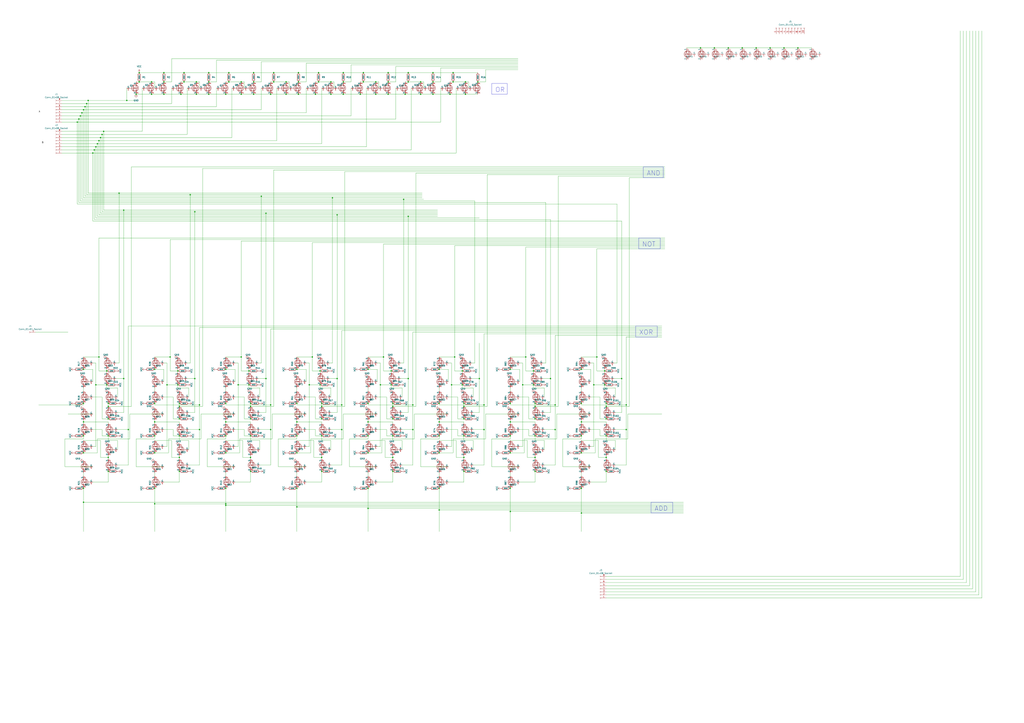
<source format=kicad_sch>
(kicad_sch (version 20250114) (generator "eeschema") (generator_version "9.0")
  (paper "A1")
  (text_box "ADD" (at 534.67 412.75 0) (size 17.78 8.89) (margins 2.8575 2.8575 2.8575 2.8575) (effects (font (size 3.81 3.81)) (justify left top)))
  (text_box "NOT" (at 524.51 195.58 0) (size 17.78 8.89) (margins 2.8575 2.8575 2.8575 2.8575) (effects (font (size 3.81 3.81)) (justify left top)))
  (text_box "AND" (at 528.32 137.16 0) (size 16.51 8.89) (margins 2.8575 2.8575 2.8575 2.8575) (effects (font (size 3.81 3.81)) (justify left top)))
  (text_box "OR" (at 403.86 68.58 0) (size 12.7 8.89) (margins 2.8575 2.8575 2.8575 2.8575) (effects (font (size 3.81 3.81)) (justify left top)))
  (text_box "XOR" (at 521.97 267.97 0) (size 17.78 8.89) (margins 2.8575 2.8575 2.8575 2.8575) (effects (font (size 3.81 3.81)) (justify left top)))
  (junction (at 322.58 358.14))
  (junction (at 321.31 316.23))
  (junction (at 318.77 67.31))
  (junction (at 379.73 304.8))
  (junction (at 598.17 39.37))
  (junction (at 355.6 59.69))
  (junction (at 245.11 59.69))
  (junction (at 439.42 358.14))
  (junction (at 218.44 311.15))
  (junction (at 262.89 304.8))
  (junction (at 87.63 304.8))
  (junction (at 271.78 77.47))
  (junction (at 245.11 67.31))
  (junction (at 254 316.23))
  (junction (at 134.62 59.69))
  (junction (at 264.16 344.17))
  (junction (at 205.74 331.47))
  (junction (at 487.68 316.23))
  (junction (at 298.45 59.69))
  (junction (at 308.61 67.31))
  (junction (at 204.47 316.23))
  (junction (at 496.57 304.8))
  (junction (at 439.42 331.47))
  (junction (at 63.5 100.33))
  (junction (at 148.59 77.47))
  (junction (at 72.39 82.55))
  (junction (at 345.44 77.47))
  (junction (at 127 372.11))
  (junction (at 419.1 346.71))
  (junction (at 360.68 372.11))
  (junction (at 222.25 77.47))
  (junction (at 497.84 387.35))
  (junction (at 575.31 39.37))
  (junction (at 68.58 303.53))
  (junction (at 321.31 304.8))
  (junction (at 280.67 332.74))
  (junction (at 331.47 163.83))
  (junction (at 171.45 59.69))
  (junction (at 264.16 375.92))
  (junction (at 68.58 90.17))
  (junction (at 243.84 401.32))
  (junction (at 224.79 59.69))
  (junction (at 185.42 303.53))
  (junction (at 243.84 303.53))
  (junction (at 298.45 67.31))
  (junction (at 477.52 303.53))
  (junction (at 147.32 334.01))
  (junction (at 68.58 358.14))
  (junction (at 198.12 67.31))
  (junction (at 105.41 353.06))
  (junction (at 302.26 358.14))
  (junction (at 455.93 353.06))
  (junction (at 69.85 87.63))
  (junction (at 161.29 77.47))
  (junction (at 68.58 412.75))
  (junction (at 302.26 331.47))
  (junction (at 171.45 77.47))
  (junction (at 205.74 387.35))
  (junction (at 393.7 311.15))
  (junction (at 280.67 353.06))
  (junction (at 259.08 77.47))
  (junction (at 438.15 304.8))
  (junction (at 68.58 401.32))
  (junction (at 302.26 417.83))
  (junction (at 339.09 353.06))
  (junction (at 335.28 67.31))
  (junction (at 66.04 95.25))
  (junction (at 419.1 372.11))
  (junction (at 261.62 67.31))
  (junction (at 360.68 346.71))
  (junction (at 88.9 387.35))
  (junction (at 88.9 344.17))
  (junction (at 439.42 334.01))
  (junction (at 68.58 346.71))
  (junction (at 208.28 77.47))
  (junction (at 381 358.14))
  (junction (at 392.43 67.31))
  (junction (at 104.14 82.55))
  (junction (at 88.9 334.01))
  (junction (at 147.32 344.17))
  (junction (at 397.51 353.06))
  (junction (at 510.54 311.15))
  (junction (at 139.7 293.37))
  (junction (at 97.79 158.75))
  (junction (at 127 303.53))
  (junction (at 355.6 77.47))
  (junction (at 185.42 372.11))
  (junction (at 369.57 77.47))
  (junction (at 261.62 59.69))
  (junction (at 379.73 316.23))
  (junction (at 243.84 358.14))
  (junction (at 147.32 358.14))
  (junction (at 243.84 346.71))
  (junction (at 187.96 67.31))
  (junction (at 655.32 39.37))
  (junction (at 497.84 358.14))
  (junction (at 382.27 67.31))
  (junction (at 218.44 175.26))
  (junction (at 243.84 331.47))
  (junction (at 381 331.47))
  (junction (at 205.74 375.92))
  (junction (at 127 414.02))
  (junction (at 64.77 97.79))
  (junction (at 127 358.14))
  (junction (at 101.6 172.72))
  (junction (at 419.1 420.37))
  (junction (at 88.9 375.92))
  (junction (at 82.55 113.03))
  (junction (at 134.62 77.47))
  (junction (at 322.58 344.17))
  (junction (at 345.44 67.31))
  (junction (at 264.16 331.47))
  (junction (at 381 375.92))
  (junction (at 360.68 358.14))
  (junction (at 609.6 39.37))
  (junction (at 151.13 59.69))
  (junction (at 477.52 331.47))
  (junction (at 271.78 67.31))
  (junction (at 355.6 67.31))
  (junction (at 360.68 331.47))
  (junction (at 208.28 67.31))
  (junction (at 198.12 77.47))
  (junction (at 208.28 59.69))
  (junction (at 397.51 332.74))
  (junction (at 185.42 415.29))
  (junction (at 381 344.17))
  (junction (at 360.68 401.32))
  (junction (at 205.74 344.17))
  (junction (at 85.09 107.95))
  (junction (at 171.45 67.31))
  (junction (at 372.11 67.31))
  (junction (at 477.52 358.14))
  (junction (at 419.1 331.47))
  (junction (at 234.95 67.31))
  (junction (at 514.35 353.06))
  (junction (at 81.28 115.57))
  (junction (at 302.26 401.32))
  (junction (at 438.15 316.23))
  (junction (at 224.79 67.31))
  (junction (at 276.86 311.15))
  (junction (at 161.29 67.31))
  (junction (at 264.16 334.01))
  (junction (at 262.89 316.23))
  (junction (at 372.11 59.69))
  (junction (at 497.84 344.17))
  (junction (at 308.61 77.47))
  (junction (at 339.09 332.74))
  (junction (at 222.25 332.74))
  (junction (at 160.02 173.99))
  (junction (at 163.83 332.74))
  (junction (at 156.21 160.02))
  (junction (at 302.26 303.53))
  (junction (at 490.22 293.37))
  (junction (at 195.58 316.23))
  (junction (at 111.76 77.47))
  (junction (at 497.84 375.92))
  (junction (at 185.42 358.14))
  (junction (at 382.27 77.47))
  (junction (at 295.91 77.47))
  (junction (at 335.28 59.69))
  (junction (at 114.3 59.69))
  (junction (at 477.52 421.64))
  (junction (at 497.84 334.01))
  (junction (at 496.57 316.23))
  (junction (at 477.52 346.71))
  (junction (at 204.47 304.8))
  (junction (at 381 334.01))
  (junction (at 147.32 375.92))
  (junction (at 137.16 316.23))
  (junction (at 78.74 120.65))
  (junction (at 370.84 316.23))
  (junction (at 234.95 77.47))
  (junction (at 205.74 358.14))
  (junction (at 124.46 67.31))
  (junction (at 322.58 375.92))
  (junction (at 68.58 331.47))
  (junction (at 147.32 331.47))
  (junction (at 114.3 67.31))
  (junction (at 419.1 358.14))
  (junction (at 302.26 346.71))
  (junction (at 281.94 67.31))
  (junction (at 71.12 85.09))
  (junction (at 187.96 59.69))
  (junction (at 88.9 358.14))
  (junction (at 632.46 39.37))
  (junction (at 477.52 401.32))
  (junction (at 273.05 162.56))
  (junction (at 419.1 401.32))
  (junction (at 81.28 293.37))
  (junction (at 477.52 372.11))
  (junction (at 264.16 358.14))
  (junction (at 245.11 77.47))
  (junction (at 127 346.71))
  (junction (at 439.42 344.17))
  (junction (at 127 331.47))
  (junction (at 455.93 332.74))
  (junction (at 185.42 331.47))
  (junction (at 514.35 332.74))
  (junction (at 83.82 110.49))
  (junction (at 335.28 311.15))
  (junction (at 87.63 316.23))
  (junction (at 76.2 125.73))
  (junction (at 160.02 311.15))
  (junction (at 429.26 316.23))
  (junction (at 151.13 67.31))
  (junction (at 80.01 118.11))
  (junction (at 318.77 59.69))
  (junction (at 185.42 401.32))
  (junction (at 621.03 39.37))
  (junction (at 332.74 77.47))
  (junction (at 497.84 331.47))
  (junction (at 452.12 311.15))
  (junction (at 185.42 77.47))
  (junction (at 276.86 176.53))
  (junction (at 335.28 177.8))
  (junction (at 373.38 293.37))
  (junction (at 439.42 375.92))
  (junction (at 67.31 92.71))
  (junction (at 586.74 39.37))
  (junction (at 78.74 316.23))
  (junction (at 198.12 293.37))
  (junction (at 419.1 303.53))
  (junction (at 147.32 387.35))
  (junction (at 322.58 387.35))
  (junction (at 281.94 59.69))
  (junction (at 101.6 311.15))
  (junction (at 77.47 123.19))
  (junction (at 312.42 316.23))
  (junction (at 439.42 387.35))
  (junction (at 322.58 331.47))
  (junction (at 322.58 334.01))
  (junction (at 222.25 353.06))
  (junction (at 163.83 353.06))
  (junction (at 134.62 67.31))
  (junction (at 185.42 414.02))
  (junction (at 643.89 39.37))
  (junction (at 205.74 334.01))
  (junction (at 214.63 161.29))
  (junction (at 318.77 77.47))
  (junction (at 281.94 77.47))
  (junction (at 146.05 304.8))
  (junction (at 381 387.35))
  (junction (at 185.42 346.71))
  (junction (at 314.96 293.37))
  (junction (at 68.58 372.11))
  (junction (at 360.68 303.53))
  (junction (at 243.84 416.56))
  (junction (at 360.68 419.1))
  (junction (at 88.9 331.47))
  (junction (at 302.26 372.11))
  (junction (at 146.05 316.23))
  (junction (at 127 401.32))
  (junction (at 431.8 293.37))
  (junction (at 124.46 77.47))
  (junction (at 243.84 372.11))
  (junction (at 256.54 293.37))
  (junction (at 264.16 387.35))
  (wire (pts (xy 205.74 347.98) (xy 205.74 346.71)))
  (wire (pts (xy 146.05 306.07) (xy 146.05 304.8)))
  (wire (pts (xy 288.29 95.25) (xy 66.04 95.25)))
  (wire (pts (xy 161.29 67.31) (xy 163.83 67.31)))
  (wire (pts (xy 546.1 140.97) (xy 283.21 140.97)))
  (wire (pts (xy 281.94 59.69) (xy 298.45 59.69)))
  (wire (pts (xy 127 372.11) (xy 138.43 372.11)))
  (wire (pts (xy 295.91 77.47) (xy 308.61 77.47)))
  (wire (pts (xy 256.54 199.39) (xy 546.1 199.39)))
  (wire (pts (xy 104.14 72.39) (xy 104.14 82.55)))
  (wire (pts (xy 224.79 67.31) (xy 234.95 67.31)))
  (wire (pts (xy 114.3 59.69) (xy 134.62 59.69)))
  (wire (pts (xy 462.28 383.54) (xy 462.28 360.68)))
  (wire (pts (xy 243.84 345.44) (xy 243.84 346.71)))
  (wire (pts (xy 80.01 360.68) (xy 80.01 372.11)))
  (wire (pts (xy 496.57 306.07) (xy 496.57 304.8)))
  (wire (pts (xy 63.5 100.33) (xy 63.5 167.64)))
  (wire (pts (xy 88.9 387.35) (xy 88.9 396.24)))
  (wire (pts (xy 83.82 173.99) (xy 160.02 173.99)))
  (wire (pts (xy 193.04 326.39) (xy 200.66 326.39)))
  (wire (pts (xy 477.52 401.32) (xy 477.52 421.64)))
  (wire (pts (xy 335.28 59.69) (xy 355.6 59.69)))
  (wire (pts (xy 185.42 415.29) (xy 561.34 415.29)))
  (wire (pts (xy 243.84 332.74) (xy 280.67 332.74)))
  (wire (pts (xy 455.93 332.74) (xy 455.93 353.06)))
  (wire (pts (xy 302.26 372.11) (xy 313.69 372.11)))
  (wire (pts (xy 388.62 382.27) (xy 397.51 382.27)))
  (wire (pts (xy 514.35 276.86) (xy 543.56 276.86)))
  (wire (pts (xy 452.12 339.09) (xy 452.12 311.15)))
  (wire (pts (xy 81.28 176.53) (xy 276.86 176.53)))
  (wire (pts (xy 458.47 144.78) (xy 546.1 144.78)))
  (wire (pts (xy 222.25 353.06) (xy 222.25 382.27)))
  (wire (pts (xy 288.29 72.39) (xy 288.29 95.25)))
  (wire (pts (xy 78.74 298.45) (xy 76.2 298.45)))
  (wire (pts (xy 213.36 339.09) (xy 218.44 339.09)))
  (wire (pts (xy 381 374.65) (xy 381 375.92)))
  (wire (pts (xy 345.44 383.54) (xy 345.44 360.68)))
  (wire (pts (xy 515.62 340.36) (xy 543.56 340.36)))
  (wire (pts (xy 187.96 59.69) (xy 208.28 59.69)))
  (wire (pts (xy 71.12 85.09) (xy 71.12 160.02)))
  (wire (pts (xy 281.94 77.47) (xy 295.91 77.47)))
  (wire (pts (xy 50.8 118.11) (xy 80.01 118.11)))
  (wire (pts (xy 516.89 146.05) (xy 516.89 334.01)))
  (wire (pts (xy 563.88 39.37) (xy 575.31 39.37)))
  (wire (pts (xy 187.96 67.31) (xy 198.12 67.31)))
  (wire (pts (xy 243.84 416.56) (xy 561.34 416.56)))
  (wire (pts (xy 88.9 334.01) (xy 107.95 334.01)))
  (wire (pts (xy 256.54 199.39) (xy 256.54 293.37)))
  (wire (pts (xy 372.11 360.68) (xy 372.11 372.11)))
  (wire (pts (xy 205.74 346.71) (xy 185.42 346.71)))
  (wire (pts (xy 262.89 304.8) (xy 256.54 304.8)))
  (wire (pts (xy 791.21 25.4) (xy 791.21 476.25)))
  (wire (pts (xy 497.84 346.71) (xy 477.52 346.71)))
  (wire (pts (xy 50.8 100.33) (xy 63.5 100.33)))
  (wire (pts (xy 325.12 54.61) (xy 425.45 54.61)))
  (wire (pts (xy 185.42 293.37) (xy 198.12 293.37)))
  (wire (pts (xy 193.04 383.54) (xy 170.18 383.54)))
  (wire (pts (xy 496.57 318.77) (xy 505.46 318.77)))
  (wire (pts (xy 322.58 346.71) (xy 302.26 346.71)))
  (wire (pts (xy 87.63 318.77) (xy 96.52 318.77)))
  (wire (pts (xy 127 331.47) (xy 127 332.74)))
  (wire (pts (xy 200.66 344.17) (xy 205.74 344.17)))
  (wire (pts (xy 195.58 316.23) (xy 195.58 298.45)))
  (wire (pts (xy 127 293.37) (xy 139.7 293.37)))
  (wire (pts (xy 381 347.98) (xy 381 346.71)))
  (wire (pts (xy 243.84 360.68) (xy 243.84 358.14)))
  (wire (pts (xy 485.14 313.69) (xy 485.14 303.53)))
  (wire (pts (xy 419.1 420.37) (xy 419.1 436.88)))
  (wire (pts (xy 419.1 420.37) (xy 561.34 420.37)))
  (wire (pts (xy 477.52 421.64) (xy 561.34 421.64)))
  (wire (pts (xy 204.47 318.77) (xy 213.36 318.77)))
  (wire (pts (xy 67.31 92.71) (xy 67.31 163.83)))
  (wire (pts (xy 165.1 360.68) (xy 165.1 340.36)))
  (wire (pts (xy 88.9 346.71) (xy 68.58 346.71)))
  (wire (pts (xy 96.52 353.06) (xy 105.41 353.06)))
  (wire (pts (xy 312.42 298.45) (xy 309.88 298.45)))
  (wire (pts (xy 379.73 304.8) (xy 373.38 304.8)))
  (wire (pts (xy 50.8 87.63) (xy 69.85 87.63)))
  (wire (pts (xy 55.88 273.05) (xy 29.21 273.05)))
  (wire (pts (xy 505.46 382.27) (xy 514.35 382.27)))
  (wire (pts (xy 177.8 87.63) (xy 177.8 72.39)))
  (wire (pts (xy 369.57 67.31) (xy 372.11 67.31)))
  (wire (pts (xy 134.62 353.06) (xy 142.24 353.06)))
  (wire (pts (xy 205.74 396.24) (xy 193.04 396.24)))
  (wire (pts (xy 361.95 55.88) (xy 425.45 55.88)))
  (wire (pts (xy 101.6 339.09) (xy 101.6 311.15)))
  (wire (pts (xy 271.78 67.31) (xy 274.32 67.31)))
  (wire (pts (xy 426.72 383.54) (xy 403.86 383.54)))
  (wire (pts (xy 264.16 331.47) (xy 264.16 334.01)))
  (wire (pts (xy 185.42 331.47) (xy 185.42 332.74)))
  (wire (pts (xy 510.54 339.09) (xy 510.54 311.15)))
  (wire (pts (xy 127 318.77) (xy 127 321.31)))
  (wire (pts (xy 419.1 318.77) (xy 419.1 321.31)))
  (wire (pts (xy 419.1 361.95) (xy 433.07 361.95)))
  (wire (pts (xy 485.14 353.06) (xy 492.76 353.06)))
  (wire (pts (xy 148.59 77.47) (xy 161.29 77.47)))
  (wire (pts (xy 505.46 369.57) (xy 505.46 361.95)))
  (wire (pts (xy 325.12 72.39) (xy 325.12 97.79)))
  (wire (pts (xy 87.63 304.8) (xy 81.28 304.8)))
  (wire (pts (xy 439.42 396.24) (xy 426.72 396.24)))
  (wire (pts (xy 434.34 326.39) (xy 434.34 344.17)))
  (wire (pts (xy 497.84 486.41) (xy 801.37 486.41)))
  (wire (pts (xy 381 361.95) (xy 381 358.14)))
  (wire (pts (xy 255.27 360.68) (xy 255.27 372.11)))
  (wire (pts (xy 205.74 375.92) (xy 205.74 377.19)))
  (wire (pts (xy 322.58 387.35) (xy 322.58 396.24)))
  (wire (pts (xy 254 316.23) (xy 254 298.45)))
  (wire (pts (xy 85.09 107.95) (xy 85.09 172.72)))
  (wire (pts (xy 280.67 271.78) (xy 543.56 271.78)))
  (wire (pts (xy 137.16 367.03) (xy 134.62 367.03)))
  (wire (pts (xy 185.42 332.74) (xy 222.25 332.74)))
  (wire (pts (xy 104.14 82.55) (xy 110.49 82.55)))
  (wire (pts (xy 288.29 53.34) (xy 425.45 53.34)))
  (wire (pts (xy 430.53 360.68) (xy 430.53 372.11)))
  (wire (pts (xy 196.85 360.68) (xy 223.52 360.68)))
  (wire (pts (xy 514.35 332.74) (xy 514.35 353.06)))
  (wire (pts (xy 505.46 361.95) (xy 497.84 361.95)))
  (wire (pts (xy 83.82 358.14) (xy 88.9 358.14)))
  (wire (pts (xy 134.62 313.69) (xy 134.62 303.53)))
  (wire (pts (xy 339.09 332.74) (xy 339.09 353.06)))
  (wire (pts (xy 793.75 25.4) (xy 793.75 478.79)))
  (wire (pts (xy 259.08 358.14) (xy 264.16 358.14)))
  (wire (pts (xy 488.95 360.68) (xy 488.95 372.11)))
  (wire (pts (xy 77.47 180.34) (xy 452.12 180.34)))
  (wire (pts (xy 477.52 332.74) (xy 514.35 332.74)))
  (wire (pts (xy 259.08 353.06) (xy 259.08 358.14)))
  (wire (pts (xy 497.84 396.24) (xy 485.14 396.24)))
  (wire (pts (xy 213.36 353.06) (xy 222.25 353.06)))
  (wire (pts (xy 439.42 334.01) (xy 458.47 334.01)))
  (wire (pts (xy 801.37 25.4) (xy 801.37 486.41)))
  (wire (pts (xy 431.8 293.37) (xy 431.8 304.8)))
  (wire (pts (xy 419.1 360.68) (xy 419.1 358.14)))
  (wire (pts (xy 419.1 345.44) (xy 419.1 346.71)))
  (wire (pts (xy 308.61 77.47) (xy 318.77 77.47)))
  (wire (pts (xy 400.05 143.51) (xy 400.05 334.01)))
  (wire (pts (xy 322.58 334.01) (xy 341.63 334.01)))
  (wire (pts (xy 273.05 298.45) (xy 270.51 298.45)))
  (wire (pts (xy 254 298.45) (xy 251.46 298.45)))
  (wire (pts (xy 803.91 488.95) (xy 497.84 488.95)))
  (wire (pts (xy 516.89 146.05) (xy 546.1 146.05)))
  (wire (pts (xy 78.74 367.03) (xy 76.2 367.03)))
  (wire (pts (xy 302.26 417.83) (xy 302.26 436.88)))
  (wire (pts (xy 251.46 303.53) (xy 243.84 303.53)))
  (wire (pts (xy 360.68 346.71) (xy 360.68 347.98)))
  (wire (pts (xy 798.83 483.87) (xy 497.84 483.87)))
  (wire (pts (xy 163.83 353.06) (xy 163.83 382.27)))
  (wire (pts (xy 134.62 59.69) (xy 151.13 59.69)))
  (wire (pts (xy 154.94 361.95) (xy 147.32 361.95)))
  (wire (pts (xy 302.26 401.32) (xy 302.26 417.83)))
  (wire (pts (xy 153.67 110.49) (xy 153.67 72.39)))
  (wire (pts (xy 419.1 293.37) (xy 431.8 293.37)))
  (wire (pts (xy 137.16 316.23) (xy 137.16 298.45)))
  (wire (pts (xy 196.85 360.68) (xy 196.85 372.11)))
  (wire (pts (xy 321.31 306.07) (xy 321.31 304.8)))
  (wire (pts (xy 298.45 59.69) (xy 318.77 59.69)))
  (wire (pts (xy 387.35 311.15) (xy 393.7 311.15)))
  (wire (pts (xy 389.89 298.45) (xy 387.35 298.45)))
  (wire (pts (xy 283.21 140.97) (xy 283.21 334.01)))
  (wire (pts (xy 96.52 339.09) (xy 101.6 339.09)))
  (wire (pts (xy 360.68 345.44) (xy 360.68 346.71)))
  (wire (pts (xy 331.47 163.83) (xy 347.98 163.83)))
  (wire (pts (xy 127 388.62) (xy 127 391.16)))
  (wire (pts (xy 50.8 97.79) (xy 64.77 97.79)))
  (wire (pts (xy 76.2 125.73) (xy 76.2 181.61)))
  (wire (pts (xy 170.18 383.54) (xy 170.18 360.68)))
  (wire (pts (xy 185.42 415.29) (xy 185.42 436.88)))
  (wire (pts (xy 104.14 82.55) (xy 72.39 82.55)))
  (wire (pts (xy 204.47 306.07) (xy 204.47 304.8)))
  (wire (pts (xy 368.3 326.39) (xy 375.92 326.39)))
  (wire (pts (xy 373.38 201.93) (xy 546.1 201.93)))
  (wire (pts (xy 372.11 67.31) (xy 382.27 67.31)))
  (wire (pts (xy 208.28 77.47) (xy 222.25 77.47)))
  (wire (pts (xy 127 346.71) (xy 127 347.98)))
  (wire (pts (xy 506.73 298.45) (xy 504.19 298.45)))
  (wire (pts (xy 477.52 372.11) (xy 488.95 372.11)))
  (wire (pts (xy 477.52 421.64) (xy 477.52 436.88)))
  (wire (pts (xy 298.45 67.31) (xy 308.61 67.31)))
  (wire (pts (xy 245.11 59.69) (xy 261.62 59.69)))
  (wire (pts (xy 287.02 360.68) (xy 302.26 360.68)))
  (wire (pts (xy 243.84 401.32) (xy 243.84 416.56)))
  (wire (pts (xy 80.01 360.68) (xy 106.68 360.68)))
  (wire (pts (xy 505.46 353.06) (xy 514.35 353.06)))
  (wire (pts (xy 134.62 326.39) (xy 142.24 326.39)))
  (wire (pts (xy 264.16 396.24) (xy 251.46 396.24)))
  (wire (pts (xy 154.94 382.27) (xy 163.83 382.27)))
  (wire (pts (xy 251.46 353.06) (xy 259.08 353.06)))
  (wire (pts (xy 148.59 67.31) (xy 151.13 67.31)))
  (wire (pts (xy 146.05 304.8) (xy 146.05 303.53)))
  (wire (pts (xy 309.88 383.54) (xy 287.02 383.54)))
  (wire (pts (xy 546.1 138.43) (xy 166.37 138.43)))
  (wire (pts (xy 609.6 39.37) (xy 621.03 39.37)))
  (wire (pts (xy 85.09 107.95) (xy 50.8 107.95)))
  (wire (pts (xy 165.1 340.36) (xy 193.04 340.36)))
  (wire (pts (xy 147.32 331.47) (xy 147.32 334.01)))
  (wire (pts (xy 147.32 375.92) (xy 147.32 377.19)))
  (wire (pts (xy 330.2 382.27) (xy 339.09 382.27)))
  (wire (pts (xy 271.78 339.09) (xy 276.86 339.09)))
  (wire (pts (xy 379.73 318.77) (xy 388.62 318.77)))
  (wire (pts (xy 198.12 77.47) (xy 208.28 77.47)))
  (wire (pts (xy 76.2 125.73) (xy 374.65 125.73)))
  (wire (pts (xy 50.8 113.03) (xy 82.55 113.03)))
  (wire (pts (xy 87.63 316.23) (xy 87.63 318.77)))
  (wire (pts (xy 200.66 358.14) (xy 205.74 358.14)))
  (wire (pts (xy 398.78 360.68) (xy 398.78 340.36)))
  (wire (pts (xy 447.04 369.57) (xy 447.04 361.95)))
  (wire (pts (xy 80.01 118.11) (xy 80.01 177.8)))
  (wire (pts (xy 388.62 369.57) (xy 388.62 361.95)))
  (wire (pts (xy 147.32 387.35) (xy 147.32 396.24)))
  (wire (pts (xy 82.55 361.95) (xy 82.55 375.92)))
  (wire (pts (xy 185.42 67.31) (xy 187.96 67.31)))
  (wire (pts (xy 302.26 346.71) (xy 302.26 347.98)))
  (wire (pts (xy 477.52 388.62) (xy 477.52 391.16)))
  (wire (pts (xy 457.2 340.36) (xy 485.14 340.36)))
  (wire (pts (xy 431.8 203.2) (xy 546.1 203.2)))
  (wire (pts (xy 264.16 334.01) (xy 283.21 334.01)))
  (wire (pts (xy 360.68 331.47) (xy 360.68 332.74)))
  (wire (pts (xy 228.6 383.54) (xy 228.6 360.68)))
  (wire (pts (xy 185.42 372.11) (xy 196.85 372.11)))
  (wire (pts (xy 322.58 396.24) (xy 309.88 396.24)))
  (wire (pts (xy 264.16 361.95) (xy 264.16 358.14)))
  (wire (pts (xy 419.1 372.11) (xy 430.53 372.11)))
  (wire (pts (xy 397.51 274.32) (xy 397.51 332.74)))
  (wire (pts (xy 78.74 316.23) (xy 78.74 367.03)))
  (wire (pts (xy 458.47 144.78) (xy 458.47 334.01)))
  (wire (pts (xy 270.51 311.15) (xy 276.86 311.15)))
  (wire (pts (xy 330.2 339.09) (xy 335.28 339.09)))
  (wire (pts (xy 205.74 361.95) (xy 205.74 358.14)))
  (wire (pts (xy 788.67 25.4) (xy 788.67 473.71)))
  (wire (pts (xy 448.31 298.45) (xy 445.77 298.45)))
  (wire (pts (xy 429.26 316.23) (xy 429.26 367.03)))
  (wire (pts (xy 50.8 92.71) (xy 67.31 92.71)))
  (wire (pts (xy 302.26 293.37) (xy 314.96 293.37)))
  (wire (pts (xy 457.2 360.68) (xy 457.2 340.36)))
  (wire (pts (xy 185.42 345.44) (xy 185.42 346.71)))
  (wire (pts (xy 222.25 270.51) (xy 543.56 270.51)))
  (wire (pts (xy 477.52 345.44) (xy 477.52 346.71)))
  (wire (pts (xy 163.83 269.24) (xy 543.56 269.24)))
  (wire (pts (xy 497.84 481.33) (xy 796.29 481.33)))
  (wire (pts (xy 151.13 67.31) (xy 161.29 67.31)))
  (wire (pts (xy 50.8 110.49) (xy 83.82 110.49)))
  (wire (pts (xy 273.05 162.56) (xy 346.71 162.56)))
  (wire (pts (xy 439.42 374.65) (xy 439.42 375.92)))
  (wire (pts (xy 318.77 77.47) (xy 332.74 77.47)))
  (wire (pts (xy 177.8 49.53) (xy 425.45 49.53)))
  (wire (pts (xy 381 396.24) (xy 368.3 396.24)))
  (wire (pts (xy 156.21 160.02) (xy 346.71 160.02)))
  (wire (pts (xy 317.5 353.06) (xy 317.5 358.14)))
  (wire (pts (xy 477.52 318.77) (xy 477.52 321.31)))
  (wire (pts (xy 107.95 137.16) (xy 107.95 334.01)))
  (wire (pts (xy 316.23 375.92) (xy 322.58 375.92)))
  (wire (pts (xy 69.85 87.63) (xy 177.8 87.63)))
  (wire (pts (xy 360.68 332.74) (xy 397.51 332.74)))
  (wire (pts (xy 204.47 316.23) (xy 195.58 316.23)))
  (wire (pts (xy 271.78 382.27) (xy 280.67 382.27)))
  (wire (pts (xy 389.89 165.1) (xy 389.89 298.45)))
  (wire (pts (xy 76.2 313.69) (xy 76.2 303.53)))
  (wire (pts (xy 69.85 161.29) (xy 214.63 161.29)))
  (wire (pts (xy 341.63 142.24) (xy 341.63 334.01)))
  (wire (pts (xy 205.74 331.47) (xy 205.74 334.01)))
  (wire (pts (xy 163.83 72.39) (xy 163.83 67.31)))
  (wire (pts (xy 312.42 367.03) (xy 309.88 367.03)))
  (wire (pts (xy 96.52 361.95) (xy 88.9 361.95)))
  (wire (pts (xy 586.74 39.37) (xy 598.17 39.37)))
  (wire (pts (xy 370.84 316.23) (xy 370.84 298.45)))
  (wire (pts (xy 67.31 163.83) (xy 331.47 163.83)))
  (wire (pts (xy 83.82 110.49) (xy 83.82 173.99)))
  (wire (pts (xy 393.7 339.09) (xy 393.7 311.15)))
  (wire (pts (xy 77.47 123.19) (xy 77.47 180.34)))
  (wire (pts (xy 317.5 358.14) (xy 322.58 358.14)))
  (wire (pts (xy 68.58 90.17) (xy 214.63 90.17)))
  (wire (pts (xy 492.76 326.39) (xy 492.76 344.17)))
  (wire (pts (xy 330.2 318.77) (xy 330.2 326.39)))
  (wire (pts (xy 134.62 67.31) (xy 140.97 67.31)))
  (wire (pts (xy 88.9 347.98) (xy 88.9 346.71)))
  (wire (pts (xy 429.26 367.03) (xy 426.72 367.03)))
  (wire (pts (xy 381 331.47) (xy 381 334.01)))
  (wire (pts (xy 314.96 200.66) (xy 314.96 293.37)))
  (wire (pts (xy 66.04 95.25) (xy 66.04 165.1)))
  (wire (pts (xy 487.68 367.03) (xy 485.14 367.03)))
  (wire (pts (xy 222.25 77.47) (xy 234.95 77.47)))
  (wire (pts (xy 97.79 158.75) (xy 346.71 158.75)))
  (wire (pts (xy 312.42 316.23) (xy 312.42 298.45)))
  (wire (pts (xy 302.26 417.83) (xy 561.34 417.83)))
  (wire (pts (xy 806.45 25.4) (xy 806.45 491.49)))
  (wire (pts (xy 195.58 367.03) (xy 193.04 367.03)))
  (wire (pts (xy 264.16 347.98) (xy 264.16 346.71)))
  (wire (pts (xy 82.55 175.26) (xy 218.44 175.26)))
  (wire (pts (xy 208.28 67.31) (xy 214.63 67.31)))
  (wire (pts (xy 314.96 200.66) (xy 546.1 200.66)))
  (wire (pts (xy 510.54 181.61) (xy 510.54 311.15)))
  (wire (pts (xy 312.42 316.23) (xy 312.42 367.03)))
  (wire (pts (xy 222.25 270.51) (xy 222.25 332.74)))
  (wire (pts (xy 214.63 161.29) (xy 214.63 298.45)))
  (wire (pts (xy 372.11 360.68) (xy 398.78 360.68)))
  (wire (pts (xy 368.3 383.54) (xy 345.44 383.54)))
  (wire (pts (xy 140.97 67.31) (xy 140.97 48.26)))
  (wire (pts (xy 81.28 195.58) (xy 81.28 293.37)))
  (wire (pts (xy 382.27 77.47) (xy 392.43 77.47)))
  (wire (pts (xy 53.34 360.68) (xy 68.58 360.68)))
  (wire (pts (xy 429.26 298.45) (xy 426.72 298.45)))
  (wire (pts (xy 50.8 85.09) (xy 71.12 85.09)))
  (wire (pts (xy 81.28 115.57) (xy 81.28 176.53)))
  (wire (pts (xy 598.17 39.37) (xy 609.6 39.37)))
  (wire (pts (xy 496.57 304.8) (xy 496.57 303.53)))
  (wire (pts (xy 448.31 166.37) (xy 448.31 298.45)))
  (wire (pts (xy 455.93 275.59) (xy 455.93 332.74)))
  (wire (pts (xy 107.95 137.16) (xy 546.1 137.16)))
  (wire (pts (xy 497.84 375.92) (xy 497.84 377.19)))
  (wire (pts (xy 198.12 293.37) (xy 198.12 304.8)))
  (wire (pts (xy 134.62 383.54) (xy 111.76 383.54)))
  (wire (pts (xy 171.45 67.31) (xy 177.8 67.31)))
  (wire (pts (xy 438.15 304.8) (xy 438.15 303.53)))
  (wire (pts (xy 137.16 298.45) (xy 134.62 298.45)))
  (wire (pts (xy 360.68 293.37) (xy 373.38 293.37)))
  (wire (pts (xy 261.62 59.69) (xy 281.94 59.69)))
  (wire (pts (xy 218.44 339.09) (xy 218.44 311.15)))
  (wire (pts (xy 322.58 374.65) (xy 322.58 375.92)))
  (wire (pts (xy 198.12 198.12) (xy 546.1 198.12)))
  (wire (pts (xy 322.58 331.47) (xy 322.58 334.01)))
  (wire (pts (xy 340.36 360.68) (xy 340.36 340.36)))
  (wire (pts (xy 245.11 77.47) (xy 259.08 77.47)))
  (wire (pts (xy 322.58 361.95) (xy 322.58 358.14)))
  (wire (pts (xy 393.7 311.15) (xy 393.7 281.94)))
  (wire (pts (xy 255.27 360.68) (xy 281.94 360.68)))
  (wire (pts (xy 251.46 67.31) (xy 251.46 52.07)))
  (wire (pts (xy 185.42 346.71) (xy 185.42 347.98)))
  (wire (pts (xy 223.52 340.36) (xy 251.46 340.36)))
  (wire (pts (xy 462.28 360.68) (xy 477.52 360.68)))
  (wire (pts (xy 101.6 172.72) (xy 101.6 311.15)))
  (wire (pts (xy 85.09 172.72) (xy 101.6 172.72)))
  (wire (pts (xy 166.37 138.43) (xy 166.37 334.01)))
  (wire (pts (xy 504.19 311.15) (xy 510.54 311.15)))
  (wire (pts (xy 485.14 326.39) (xy 492.76 326.39)))
  (wire (pts (xy 76.2 353.06) (xy 83.82 353.06)))
  (wire (pts (xy 111.76 67.31) (xy 114.3 67.31)))
  (wire (pts (xy 330.2 369.57) (xy 330.2 361.95)))
  (wire (pts (xy 455.93 353.06) (xy 455.93 382.27)))
  (wire (pts (xy 419.1 331.47) (xy 419.1 332.74)))
  (wire (pts (xy 438.15 316.23) (xy 429.26 316.23)))
  (wire (pts (xy 68.58 388.62) (xy 68.58 391.16)))
  (wire (pts (xy 204.47 304.8) (xy 204.47 303.53)))
  (wire (pts (xy 497.84 476.25) (xy 791.21 476.25)))
  (wire (pts (xy 160.02 339.09) (xy 160.02 311.15)))
  (wire (pts (xy 88.9 375.92) (xy 88.9 377.19)))
  (wire (pts (xy 204.47 316.23) (xy 204.47 318.77)))
  (wire (pts (xy 487.68 316.23) (xy 487.68 367.03)))
  (wire (pts (xy 222.25 332.74) (xy 222.25 353.06)))
  (wire (pts (xy 313.69 360.68) (xy 340.36 360.68)))
  (wire (pts (xy 360.68 388.62) (xy 360.68 391.16)))
  (wire (pts (xy 381 346.71) (xy 360.68 346.71)))
  (wire (pts (xy 264.16 375.92) (xy 264.16 377.19)))
  (wire (pts (xy 127 332.74) (xy 163.83 332.74)))
  (wire (pts (xy 139.7 196.85) (xy 546.1 196.85)))
  (wire (pts (xy 302.26 331.47) (xy 302.26 332.74)))
  (wire (pts (xy 477.52 331.47) (xy 477.52 332.74)))
  (wire (pts (xy 146.05 304.8) (xy 139.7 304.8)))
  (wire (pts (xy 370.84 298.45) (xy 368.3 298.45)))
  (wire (pts (xy 276.86 176.53) (xy 276.86 311.15)))
  (wire (pts (xy 384.81 72.39) (xy 384.81 67.31)))
  (wire (pts (xy 139.7 293.37) (xy 139.7 304.8)))
  (wire (pts (xy 55.88 340.36) (xy 76.2 340.36)))
  (wire (pts (xy 477.52 360.68) (xy 477.52 358.14)))
  (wire (pts (xy 127 345.44) (xy 127 346.71)))
  (wire (pts (xy 170.18 360.68) (xy 185.42 360.68)))
  (wire (pts (xy 68.58 361.95) (xy 82.55 361.95)))
  (wire (pts (xy 259.08 67.31) (xy 261.62 67.31)))
  (wire (pts (xy 127 414.02) (xy 127 436.88)))
  (wire (pts (xy 68.58 412.75) (xy 561.34 412.75)))
  (wire (pts (xy 257.81 361.95) (xy 257.81 375.92)))
  (wire (pts (xy 321.31 316.23) (xy 321.31 318.77)))
  (wire (pts (xy 345.44 77.47) (xy 355.6 77.47)))
  (wire (pts (xy 259.08 326.39) (xy 259.08 344.17)))
  (wire (pts (xy 151.13 59.69) (xy 171.45 59.69)))
  (wire (pts (xy 214.63 298.45) (xy 212.09 298.45)))
  (wire (pts (xy 185.42 414.02) (xy 185.42 415.29)))
  (wire (pts (xy 111.76 77.47) (xy 124.46 77.47)))
  (wire (pts (xy 76.2 181.61) (xy 510.54 181.61)))
  (wire (pts (xy 101.6 172.72) (xy 359.41 172.72)))
  (wire (pts (xy 264.16 118.11) (xy 264.16 72.39)))
  (wire (pts (xy 251.46 52.07) (xy 425.45 52.07)))
  (wire (pts (xy 204.47 304.8) (xy 198.12 304.8)))
  (wire (pts (xy 68.58 90.17) (xy 68.58 162.56)))
  (wire (pts (xy 222.25 67.31) (xy 224.79 67.31)))
  (wire (pts (xy 419.1 332.74) (xy 455.93 332.74)))
  (wire (pts (xy 335.28 339.09) (xy 335.28 311.15)))
  (wire (pts (xy 214.63 90.17) (xy 214.63 72.39)))
  (wire (pts (xy 111.76 383.54) (xy 111.76 360.68)))
  (wire (pts (xy 379.73 316.23) (xy 379.73 318.77)))
  (wire (pts (xy 439.42 387.35) (xy 439.42 396.24)))
  (wire (pts (xy 497.84 374.65) (xy 497.84 375.92)))
  (wire (pts (xy 140.97 48.26) (xy 425.45 48.26)))
  (wire (pts (xy 397.51 274.32) (xy 543.56 274.32)))
  (wire (pts (xy 81.28 195.58) (xy 546.1 195.58)))
  (wire (pts (xy 156.21 298.45) (xy 153.67 298.45)))
  (wire (pts (xy 134.62 303.53) (xy 127 303.53)))
  (wire (pts (xy 430.53 360.68) (xy 457.2 360.68)))
  (wire (pts (xy 243.84 293.37) (xy 256.54 293.37)))
  (wire (pts (xy 87.63 306.07) (xy 87.63 304.8)))
  (wire (pts (xy 154.94 369.57) (xy 154.94 361.95)))
  (wire (pts (xy 114.3 67.31) (xy 124.46 67.31)))
  (wire (pts (xy 193.04 313.69) (xy 193.04 303.53)))
  (wire (pts (xy 153.67 311.15) (xy 160.02 311.15)))
  (wire (pts (xy 360.68 419.1) (xy 561.34 419.1)))
  (wire (pts (xy 163.83 332.74) (xy 163.83 353.06)))
  (wire (pts (xy 214.63 161.29) (xy 346.71 161.29)))
  (wire (pts (xy 208.28 59.69) (xy 224.79 59.69)))
  (wire (pts (xy 198.12 198.12) (xy 198.12 293.37)))
  (wire (pts (xy 171.45 77.47) (xy 185.42 77.47)))
  (wire (pts (xy 237.49 72.39) (xy 237.49 67.31)))
  (wire (pts (xy 259.08 77.47) (xy 271.78 77.47)))
  (wire (pts (xy 335.28 177.8) (xy 359.41 177.8)))
  (wire (pts (xy 388.62 339.09) (xy 393.7 339.09)))
  (wire (pts (xy 355.6 77.47) (xy 369.57 77.47)))
  (wire (pts (xy 321.31 304.8) (xy 321.31 303.53)))
  (wire (pts (xy 309.88 353.06) (xy 317.5 353.06)))
  (wire (pts (xy 147.32 396.24) (xy 134.62 396.24)))
  (wire (pts (xy 50.8 115.57) (xy 81.28 115.57)))
  (wire (pts (xy 492.76 353.06) (xy 492.76 358.14)))
  (wire (pts (xy 97.79 158.75) (xy 97.79 298.45)))
  (wire (pts (xy 447.04 361.95) (xy 439.42 361.95)))
  (wire (pts (xy 339.09 273.05) (xy 543.56 273.05)))
  (wire (pts (xy 497.84 331.47) (xy 497.84 334.01)))
  (wire (pts (xy 88.9 331.47) (xy 88.9 334.01)))
  (wire (pts (xy 276.86 176.53) (xy 359.41 176.53)))
  (wire (pts (xy 487.68 316.23) (xy 487.68 298.45)))
  (wire (pts (xy 50.8 120.65) (xy 78.74 120.65)))
  (wire (pts (xy 360.68 401.32) (xy 360.68 419.1)))
  (wire (pts (xy 302.26 332.74) (xy 339.09 332.74)))
  (wire (pts (xy 491.49 375.92) (xy 497.84 375.92)))
  (wire (pts (xy 218.44 175.26) (xy 218.44 311.15)))
  (wire (pts (xy 360.68 318.77) (xy 360.68 321.31)))
  (wire (pts (xy 492.76 344.17) (xy 497.84 344.17)))
  (wire (pts (xy 514.35 276.86) (xy 514.35 332.74)))
  (wire (pts (xy 76.2 383.54) (xy 53.34 383.54)))
  (wire (pts (xy 339.09 273.05) (xy 339.09 332.74)))
  (wire (pts (xy 381 375.92) (xy 381 377.19)))
  (wire (pts (xy 370.84 367.03) (xy 368.3 367.03)))
  (wire (pts (xy 185.42 401.32) (xy 185.42 414.02)))
  (wire (pts (xy 96.52 318.77) (xy 96.52 326.39)))
  (wire (pts (xy 302.26 345.44) (xy 302.26 346.71)))
  (wire (pts (xy 200.66 326.39) (xy 200.66 344.17)))
  (wire (pts (xy 127 414.02) (xy 185.42 414.02)))
  (wire (pts (xy 97.79 298.45) (xy 95.25 298.45)))
  (wire (pts (xy 193.04 303.53) (xy 185.42 303.53)))
  (wire (pts (xy 340.36 340.36) (xy 368.3 340.36)))
  (wire (pts (xy 78.74 316.23) (xy 78.74 298.45)))
  (wire (pts (xy 138.43 360.68) (xy 138.43 372.11)))
  (wire (pts (xy 398.78 340.36) (xy 426.72 340.36)))
  (wire (pts (xy 214.63 67.31) (xy 214.63 50.8)))
  (wire (pts (xy 281.94 340.36) (xy 309.88 340.36)))
  (wire (pts (xy 50.8 125.73) (xy 76.2 125.73)))
  (wire (pts (xy 374.65 361.95) (xy 374.65 375.92)))
  (wire (pts (xy 514.35 353.06) (xy 514.35 382.27)))
  (wire (pts (xy 64.77 97.79) (xy 325.12 97.79)))
  (wire (pts (xy 798.83 25.4) (xy 798.83 483.87)))
  (wire (pts (xy 154.94 339.09) (xy 160.02 339.09)))
  (wire (pts (xy 322.58 375.92) (xy 322.58 377.19)))
  (wire (pts (xy 147.32 374.65) (xy 147.32 375.92)))
  (wire (pts (xy 426.72 326.39) (xy 434.34 326.39)))
  (wire (pts (xy 243.84 372.11) (xy 255.27 372.11)))
  (wire (pts (xy 360.68 372.11) (xy 372.11 372.11)))
  (wire (pts (xy 185.42 361.95) (xy 199.39 361.95)))
  (wire (pts (xy 455.93 275.59) (xy 543.56 275.59)))
  (wire (pts (xy 361.95 100.33) (xy 361.95 72.39)))
  (wire (pts (xy 309.88 313.69) (xy 309.88 303.53)))
  (wire (pts (xy 447.04 382.27) (xy 455.93 382.27)))
  (wire (pts (xy 398.78 67.31) (xy 398.78 57.15)))
  (wire (pts (xy 398.78 57.15) (xy 425.45 57.15)))
  (wire (pts (xy 68.58 332.74) (xy 31.75 332.74)))
  (wire (pts (xy 447.04 353.06) (xy 455.93 353.06)))
  (wire (pts (xy 96.52 382.27) (xy 105.41 382.27)))
  (wire (pts (xy 127 360.68) (xy 127 358.14)))
  (wire (pts (xy 160.02 173.99) (xy 359.41 173.99)))
  (wire (pts (xy 185.42 388.62) (xy 185.42 391.16)))
  (wire (pts (xy 83.82 353.06) (xy 83.82 358.14)))
  (wire (pts (xy 515.62 360.68) (xy 515.62 340.36)))
  (wire (pts (xy 205.74 334.01) (xy 224.79 334.01)))
  (wire (pts (xy 490.22 204.47) (xy 490.22 293.37)))
  (wire (pts (xy 95.25 311.15) (xy 101.6 311.15)))
  (wire (pts (xy 262.89 304.8) (xy 262.89 303.53)))
  (wire (pts (xy 497.84 387.35) (xy 497.84 396.24)))
  (wire (pts (xy 161.29 77.47) (xy 171.45 77.47)))
  (wire (pts (xy 147.32 347.98) (xy 147.32 346.71)))
  (wire (pts (xy 318.77 67.31) (xy 325.12 67.31)))
  (wire (pts (xy 496.57 304.8) (xy 490.22 304.8)))
  (wire (pts (xy 271.78 361.95) (xy 264.16 361.95)))
  (wire (pts (xy 796.29 25.4) (xy 796.29 481.33)))
  (wire (pts (xy 254 367.03) (xy 251.46 367.03)))
  (wire (pts (xy 243.84 416.56) (xy 243.84 436.88)))
  (wire (pts (xy 373.38 293.37) (xy 373.38 304.8)))
  (wire (pts (xy 271.78 318.77) (xy 271.78 326.39)))
  (wire (pts (xy 105.41 267.97) (xy 105.41 353.06)))
  (wire (pts (xy 487.68 298.45) (xy 485.14 298.45)))
  (wire (pts (xy 321.31 318.77) (xy 330.2 318.77)))
  (wire (pts (xy 321.31 316.23) (xy 312.42 316.23)))
  (wire (pts (xy 328.93 311.15) (xy 335.28 311.15)))
  (wire (pts (xy 497.84 361.95) (xy 497.84 358.14)))
  (wire (pts (xy 64.77 97.79) (xy 64.77 166.37)))
  (wire (pts (xy 83.82 326.39) (xy 83.82 344.17)))
  (wire (pts (xy 419.1 346.71) (xy 419.1 347.98)))
  (wire (pts (xy 262.89 318.77) (xy 271.78 318.77)))
  (wire (pts (xy 621.03 39.37) (xy 632.46 39.37)))
  (wire (pts (xy 280.67 353.06) (xy 280.67 382.27)))
  (wire (pts (xy 134.62 77.47) (xy 148.59 77.47)))
  (wire (pts (xy 438.15 318.77) (xy 447.04 318.77)))
  (wire (pts (xy 433.07 375.92) (xy 439.42 375.92)))
  (wire (pts (xy 280.67 271.78) (xy 280.67 332.74)))
  (wire (pts (xy 271.78 369.57) (xy 271.78 361.95)))
  (wire (pts (xy 198.12 67.31) (xy 200.66 67.31)))
  (wire (pts (xy 142.24 353.06) (xy 142.24 358.14)))
  (wire (pts (xy 142.24 326.39) (xy 142.24 344.17)))
  (wire (pts (xy 80.01 118.11) (xy 264.16 118.11)))
  (wire (pts (xy 316.23 361.95) (xy 316.23 375.92)))
  (wire (pts (xy 355.6 67.31) (xy 361.95 67.31)))
  (wire (pts (xy 335.28 177.8) (xy 335.28 311.15)))
  (wire (pts (xy 302.26 388.62) (xy 302.26 391.16)))
  (wire (pts (xy 213.36 318.77) (xy 213.36 326.39)))
  (wire (pts (xy 199.39 361.95) (xy 199.39 375.92)))
  (wire (pts (xy 655.32 39.37) (xy 666.75 39.37)))
  (wire (pts (xy 374.65 72.39) (xy 374.65 125.73)))
  (wire (pts (xy 331.47 163.83) (xy 331.47 298.45)))
  (wire (pts (xy 360.68 360.68) (xy 360.68 358.14)))
  (wire (pts (xy 154.94 353.06) (xy 163.83 353.06)))
  (wire (pts (xy 264.16 387.35) (xy 264.16 396.24)))
  (wire (pts (xy 379.73 304.8) (xy 379.73 303.53)))
  (wire (pts (xy 224.79 139.7) (xy 546.1 139.7)))
  (wire (pts (xy 264.16 346.71) (xy 243.84 346.71)))
  (wire (pts (xy 261.62 67.31) (xy 271.78 67.31)))
  (wire (pts (xy 88.9 374.65) (xy 88.9 375.92)))
  (wire (pts (xy 53.34 383.54) (xy 53.34 360.68)))
  (wire (pts (xy 223.52 360.68) (xy 223.52 340.36)))
  (wire (pts (xy 177.8 67.31) (xy 177.8 49.53)))
  (wire (pts (xy 382.27 67.31) (xy 384.81 67.31)))
  (wire (pts (xy 368.3 353.06) (xy 375.92 353.06)))
  (wire (pts (xy 68.58 360.68) (xy 68.58 358.14)))
  (wire (pts (xy 388.62 318.77) (xy 388.62 326.39)))
  (wire (pts (xy 325.12 67.31) (xy 325.12 54.61)))
  (wire (pts (xy 375.92 358.14) (xy 381 358.14)))
  (wire (pts (xy 419.1 401.32) (xy 419.1 420.37)))
  (wire (pts (xy 311.15 72.39) (xy 311.15 67.31)))
  (wire (pts (xy 243.84 388.62) (xy 243.84 391.16)))
  (wire (pts (xy 63.5 167.64) (xy 506.73 167.64)))
  (wire (pts (xy 234.95 67.31) (xy 237.49 67.31)))
  (wire (pts (xy 96.52 369.57) (xy 96.52 361.95)))
  (wire (pts (xy 116.84 72.39) (xy 116.84 107.95)))
  (wire (pts (xy 68.58 401.32) (xy 68.58 412.75)))
  (wire (pts (xy 69.85 87.63) (xy 69.85 161.29)))
  (wire (pts (xy 445.77 311.15) (xy 452.12 311.15)))
  (wire (pts (xy 80.01 177.8) (xy 335.28 177.8)))
  (wire (pts (xy 147.32 361.95) (xy 147.32 358.14)))
  (wire (pts (xy 490.22 204.47) (xy 546.1 204.47)))
  (wire (pts (xy 251.46 383.54) (xy 228.6 383.54)))
  (wire (pts (xy 374.65 375.92) (xy 381 375.92)))
  (wire (pts (xy 251.46 92.71) (xy 251.46 72.39)))
  (wire (pts (xy 78.74 179.07) (xy 393.7 179.07)))
  (wire (pts (xy 447.04 318.77) (xy 447.04 326.39)))
  (wire (pts (xy 205.74 374.65) (xy 205.74 375.92)))
  (wire (pts (xy 228.6 360.68) (xy 243.84 360.68)))
  (wire (pts (xy 488.95 360.68) (xy 515.62 360.68)))
  (wire (pts (xy 337.82 72.39) (xy 337.82 123.19)))
  (wire (pts (xy 68.58 318.77) (xy 68.58 321.31)))
  (wire (pts (xy 505.46 318.77) (xy 505.46 326.39)))
  (wire (pts (xy 212.09 311.15) (xy 218.44 311.15)))
  (wire (pts (xy 281.94 67.31) (xy 288.29 67.31)))
  (wire (pts (xy 87.63 304.8) (xy 87.63 303.53)))
  (wire (pts (xy 347.98 72.39) (xy 347.98 67.31)))
  (wire (pts (xy 375.92 344.17) (xy 381 344.17)))
  (wire (pts (xy 160.02 173.99) (xy 160.02 311.15)))
  (wire (pts (xy 139.7 196.85) (xy 139.7 293.37)))
  (wire (pts (xy 71.12 85.09) (xy 140.97 85.09)))
  (wire (pts (xy 381 334.01) (xy 400.05 334.01)))
  (wire (pts (xy 308.61 67.31) (xy 311.15 67.31)))
  (wire (pts (xy 496.57 316.23) (xy 496.57 318.77)))
  (wire (pts (xy 200.66 72.39) (xy 200.66 67.31)))
  (wire (pts (xy 632.46 39.37) (xy 643.89 39.37)))
  (wire (pts (xy 82.55 113.03) (xy 190.5 113.03)))
  (wire (pts (xy 439.42 375.92) (xy 439.42 377.19)))
  (wire (pts (xy 331.47 298.45) (xy 328.93 298.45)))
  (wire (pts (xy 224.79 139.7) (xy 224.79 334.01)))
  (wire (pts (xy 68.58 372.11) (xy 80.01 372.11)))
  (wire (pts (xy 218.44 175.26) (xy 359.41 175.26)))
  (wire (pts (xy 379.73 306.07) (xy 379.73 304.8)))
  (wire (pts (xy 496.57 316.23) (xy 487.68 316.23)))
  (wire (pts (xy 439.42 331.47) (xy 439.42 334.01)))
  (wire (pts (xy 276.86 339.09) (xy 276.86 311.15)))
  (wire (pts (xy 397.51 353.06) (xy 397.51 382.27)))
  (wire (pts (xy 793.75 478.79) (xy 497.84 478.79)))
  (wire (pts (xy 368.3 303.53) (xy 360.68 303.53)))
  (wire (pts (xy 68.58 345.44) (xy 68.58 346.71)))
  (wire (pts (xy 243.84 346.71) (xy 243.84 347.98)))
  (wire (pts (xy 199.39 375.92) (xy 205.74 375.92)))
  (wire (pts (xy 64.77 166.37) (xy 448.31 166.37)))
  (wire (pts (xy 281.94 360.68) (xy 281.94 340.36)))
  (wire (pts (xy 381 387.35) (xy 381 396.24)))
  (wire (pts (xy 67.31 92.71) (xy 251.46 92.71)))
  (wire (pts (xy 370.84 316.23) (xy 370.84 367.03)))
  (wire (pts (xy 213.36 382.27) (xy 222.25 382.27)))
  (wire (pts (xy 477.52 293.37) (xy 490.22 293.37)))
  (wire (pts (xy 193.04 353.06) (xy 200.66 353.06)))
  (wire (pts (xy 254 316.23) (xy 254 367.03)))
  (wire (pts (xy 264.16 374.65) (xy 264.16 375.92)))
  (wire (pts (xy 147.32 334.01) (xy 166.37 334.01)))
  (wire (pts (xy 256.54 293.37) (xy 256.54 304.8)))
  (wire (pts (xy 490.22 293.37) (xy 490.22 304.8)))
  (wire (pts (xy 491.49 361.95) (xy 491.49 375.92)))
  (wire (pts (xy 142.24 344.17) (xy 147.32 344.17)))
  (wire (pts (xy 68.58 162.56) (xy 273.05 162.56)))
  (wire (pts (xy 82.55 113.03) (xy 82.55 175.26)))
  (wire (pts (xy 335.28 67.31) (xy 345.44 67.31)))
  (wire (pts (xy 360.68 361.95) (xy 374.65 361.95)))
  (wire (pts (xy 146.05 316.23) (xy 146.05 318.77)))
  (wire (pts (xy 185.42 360.68) (xy 185.42 358.14)))
  (wire (pts (xy 87.63 316.23) (xy 78.74 316.23)))
  (wire (pts (xy 185.42 318.77) (xy 185.42 321.31)))
  (wire (pts (xy 375.92 353.06) (xy 375.92 358.14)))
  (wire (pts (xy 497.84 334.01) (xy 516.89 334.01)))
  (wire (pts (xy 497.84 347.98) (xy 497.84 346.71)))
  (wire (pts (xy 314.96 293.37) (xy 314.96 304.8)))
  (wire (pts (xy 388.62 361.95) (xy 381 361.95)))
  (wire (pts (xy 497.84 491.49) (xy 806.45 491.49)))
  (wire (pts (xy 317.5 344.17) (xy 322.58 344.17)))
  (wire (pts (xy 497.84 473.71) (xy 788.67 473.71)))
  (wire (pts (xy 431.8 203.2) (xy 431.8 293.37)))
  (wire (pts (xy 360.68 419.1) (xy 360.68 436.88)))
  (wire (pts (xy 426.72 353.06) (xy 434.34 353.06)))
  (wire (pts (xy 50.8 90.17) (xy 68.58 90.17)))
  (wire (pts (xy 138.43 360.68) (xy 165.1 360.68)))
  (wire (pts (xy 200.66 353.06) (xy 200.66 358.14)))
  (wire (pts (xy 66.04 165.1) (xy 389.89 165.1)))
  (wire (pts (xy 505.46 339.09) (xy 510.54 339.09)))
  (wire (pts (xy 438.15 306.07) (xy 438.15 304.8)))
  (wire (pts (xy 213.36 369.57) (xy 213.36 361.95)))
  (wire (pts (xy 66.04 95.25) (xy 50.8 95.25)))
  (wire (pts (xy 142.24 358.14) (xy 147.32 358.14)))
  (wire (pts (xy 318.77 59.69) (xy 335.28 59.69)))
  (wire (pts (xy 82.55 375.92) (xy 88.9 375.92)))
  (wire (pts (xy 434.34 344.17) (xy 439.42 344.17)))
  (wire (pts (xy 400.05 143.51) (xy 546.1 143.51)))
  (wire (pts (xy 477.52 346.71) (xy 477.52 347.98)))
  (wire (pts (xy 259.08 344.17) (xy 264.16 344.17)))
  (wire (pts (xy 302.26 361.95) (xy 316.23 361.95)))
  (wire (pts (xy 341.63 142.24) (xy 546.1 142.24)))
  (wire (pts (xy 300.99 120.65) (xy 300.99 72.39)))
  (wire (pts (xy 127 72.39) (xy 127 67.31)))
  (wire (pts (xy 154.94 318.77) (xy 154.94 326.39)))
  (wire (pts (xy 83.82 110.49) (xy 153.67 110.49)))
  (wire (pts (xy 195.58 316.23) (xy 195.58 367.03)))
  (wire (pts (xy 88.9 396.24) (xy 76.2 396.24)))
  (wire (pts (xy 369.57 77.47) (xy 382.27 77.47)))
  (wire (pts (xy 243.84 361.95) (xy 257.81 361.95)))
  (wire (pts (xy 245.11 67.31) (xy 251.46 67.31)))
  (wire (pts (xy 287.02 383.54) (xy 287.02 360.68)))
  (wire (pts (xy 302.26 360.68) (xy 302.26 358.14)))
  (wire (pts (xy 803.91 25.4) (xy 803.91 488.95)))
  (wire (pts (xy 339.09 353.06) (xy 339.09 382.27)))
  (wire (pts (xy 439.42 346.71) (xy 419.1 346.71)))
  (wire (pts (xy 373.38 201.93) (xy 373.38 293.37)))
  (wire (pts (xy 271.78 77.47) (xy 281.94 77.47)))
  (wire (pts (xy 146.05 316.23) (xy 137.16 316.23)))
  (wire (pts (xy 185.42 77.47) (xy 198.12 77.47)))
  (wire (pts (xy 83.82 344.17) (xy 88.9 344.17)))
  (wire (pts (xy 426.72 313.69) (xy 426.72 303.53)))
  (wire (pts (xy 262.89 316.23) (xy 262.89 318.77)))
  (wire (pts (xy 105.41 353.06) (xy 105.41 382.27)))
  (wire (pts (xy 124.46 77.47) (xy 134.62 77.47)))
  (wire (pts (xy 171.45 59.69) (xy 187.96 59.69)))
  (wire (pts (xy 317.5 326.39) (xy 317.5 344.17)))
  (wire (pts (xy 214.63 50.8) (xy 425.45 50.8)))
  (wire (pts (xy 372.11 59.69) (xy 392.43 59.69)))
  (wire (pts (xy 227.33 115.57) (xy 227.33 72.39)))
  (wire (pts (xy 273.05 162.56) (xy 273.05 298.45)))
  (wire (pts (xy 313.69 360.68) (xy 313.69 372.11)))
  (wire (pts (xy 140.97 361.95) (xy 140.97 375.92)))
  (wire (pts (xy 433.07 361.95) (xy 433.07 375.92)))
  (wire (pts (xy 262.89 316.23) (xy 254 316.23)))
  (wire (pts (xy 111.76 360.68) (xy 127 360.68)))
  (wire (pts (xy 190.5 113.03) (xy 190.5 72.39)))
  (wire (pts (xy 63.5 100.33) (xy 361.95 100.33)))
  (wire (pts (xy 68.58 293.37) (xy 81.28 293.37)))
  (wire (pts (xy 575.31 39.37) (xy 586.74 39.37)))
  (wire (pts (xy 140.97 85.09) (xy 140.97 72.39)))
  (wire (pts (xy 492.76 358.14) (xy 497.84 358.14)))
  (wire (pts (xy 147.32 346.71) (xy 127 346.71)))
  (wire (pts (xy 403.86 360.68) (xy 419.1 360.68)))
  (wire (pts (xy 76.2 303.53) (xy 68.58 303.53)))
  (wire (pts (xy 78.74 120.65) (xy 78.74 179.07)))
  (wire (pts (xy 452.12 180.34) (xy 452.12 311.15)))
  (wire (pts (xy 251.46 313.69) (xy 251.46 303.53)))
  (wire (pts (xy 88.9 361.95) (xy 88.9 358.14)))
  (wire (pts (xy 106.68 360.68) (xy 106.68 340.36)))
  (wire (pts (xy 288.29 67.31) (xy 288.29 53.34)))
  (wire (pts (xy 71.12 160.02) (xy 156.21 160.02)))
  (wire (pts (xy 243.84 331.47) (xy 243.84 332.74)))
  (wire (pts (xy 485.14 383.54) (xy 462.28 383.54)))
  (wire (pts (xy 68.58 412.75) (xy 68.58 436.88)))
  (wire (pts (xy 262.89 306.07) (xy 262.89 304.8)))
  (wire (pts (xy 185.42 414.02) (xy 561.34 414.02)))
  (wire (pts (xy 345.44 360.68) (xy 360.68 360.68)))
  (wire (pts (xy 345.44 67.31) (xy 347.98 67.31)))
  (wire (pts (xy 243.84 318.77) (xy 243.84 321.31)))
  (wire (pts (xy 68.58 331.47) (xy 68.58 332.74)))
  (wire (pts (xy 50.8 123.19) (xy 77.47 123.19)))
  (wire (pts (xy 506.73 167.64) (xy 506.73 298.45)))
  (wire (pts (xy 332.74 77.47) (xy 345.44 77.47)))
  (wire (pts (xy 105.41 267.97) (xy 543.56 267.97)))
  (wire (pts (xy 140.97 375.92) (xy 147.32 375.92)))
  (wire (pts (xy 309.88 303.53) (xy 302.26 303.53)))
  (wire (pts (xy 361.95 67.31) (xy 361.95 55.88)))
  (wire (pts (xy 439.42 361.95) (xy 439.42 358.14)))
  (wire (pts (xy 330.2 353.06) (xy 339.09 353.06)))
  (wire (pts (xy 72.39 82.55) (xy 72.39 158.75)))
  (wire (pts (xy 438.15 304.8) (xy 431.8 304.8)))
  (wire (pts (xy 322.58 347.98) (xy 322.58 346.71)))
  (wire (pts (xy 78.74 120.65) (xy 300.99 120.65)))
  (wire (pts (xy 106.68 340.36) (xy 134.62 340.36)))
  (wire (pts (xy 127 361.95) (xy 140.97 361.95)))
  (wire (pts (xy 447.04 339.09) (xy 452.12 339.09)))
  (wire (pts (xy 234.95 77.47) (xy 245.11 77.47)))
  (wire (pts (xy 213.36 361.95) (xy 205.74 361.95)))
  (wire (pts (xy 271.78 353.06) (xy 280.67 353.06)))
  (wire (pts (xy 388.62 353.06) (xy 397.51 353.06)))
  (wire (pts (xy 224.79 59.69) (xy 245.11 59.69)))
  (wire (pts (xy 309.88 326.39) (xy 317.5 326.39)))
  (wire (pts (xy 251.46 326.39) (xy 259.08 326.39)))
  (wire (pts (xy 72.39 82.55) (xy 50.8 82.55)))
  (wire (pts (xy 280.67 332.74) (xy 280.67 353.06)))
  (wire (pts (xy 429.26 316.23) (xy 429.26 298.45)))
  (wire (pts (xy 72.39 158.75) (xy 97.79 158.75)))
  (wire (pts (xy 127 401.32) (xy 127 414.02)))
  (wire (pts (xy 375.92 326.39) (xy 375.92 344.17)))
  (wire (pts (xy 368.3 313.69) (xy 368.3 303.53)))
  (wire (pts (xy 257.81 375.92) (xy 264.16 375.92)))
  (wire (pts (xy 643.89 39.37) (xy 655.32 39.37)))
  (wire (pts (xy 137.16 316.23) (xy 137.16 367.03)))
  (wire (pts (xy 355.6 59.69) (xy 372.11 59.69)))
  (wire (pts (xy 81.28 115.57) (xy 227.33 115.57)))
  (wire (pts (xy 321.31 304.8) (xy 314.96 304.8)))
  (wire (pts (xy 485.14 303.53) (xy 477.52 303.53)))
  (wire (pts (xy 156.21 160.02) (xy 156.21 298.45)))
  (wire (pts (xy 274.32 72.39) (xy 274.32 67.31)))
  (wire (pts (xy 434.34 353.06) (xy 434.34 358.14)))
  (wire (pts (xy 379.73 316.23) (xy 370.84 316.23)))
  (wire (pts (xy 426.72 303.53) (xy 419.1 303.53)))
  (wire (pts (xy 195.58 298.45) (xy 193.04 298.45)))
  (wire (pts (xy 295.91 67.31) (xy 298.45 67.31)))
  (wire (pts (xy 163.83 269.24) (xy 163.83 332.74)))
  (wire (pts (xy 77.47 123.19) (xy 337.82 123.19)))
  (wire (pts (xy 205.74 387.35) (xy 205.74 396.24)))
  (wire (pts (xy 302.26 318.77) (xy 302.26 321.31)))
  (wire (pts (xy 332.74 67.31) (xy 335.28 67.31)))
  (wire (pts (xy 419.1 388.62) (xy 419.1 391.16)))
  (wire (pts (xy 392.43 67.31) (xy 398.78 67.31)))
  (wire (pts (xy 403.86 383.54) (xy 403.86 360.68)))
  (wire (pts (xy 124.46 67.31) (xy 127 67.31)))
  (wire (pts (xy 330.2 361.95) (xy 322.58 361.95)))
  (wire (pts (xy 81.28 293.37) (xy 81.28 304.8)))
  (wire (pts (xy 438.15 316.23) (xy 438.15 318.77)))
  (wire (pts (xy 397.51 332.74) (xy 397.51 353.06)))
  (wire (pts (xy 76.2 326.39) (xy 83.82 326.39)))
  (wire (pts (xy 434.34 358.14) (xy 439.42 358.14)))
  (wire (pts (xy 68.58 346.71) (xy 68.58 347.98)))
  (wire (pts (xy 116.84 107.95) (xy 85.09 107.95)))
  (wire (pts (xy 439.42 347.98) (xy 439.42 346.71)))
  (wire (pts (xy 146.05 318.77) (xy 154.94 318.77)))
  (wire (pts (xy 477.52 361.95) (xy 491.49 361.95)))
  (label "A" (at 31.75 92.71 0))
  (label "B" (at 34.29 118.11 0))
  (symbol (lib_id "power:VCC") (at 60.96 331.47 90) (unit 1)
    (property "Reference" "#PWR02" (effects (hide yes)))
    (property "Value" "VCC" (at 57.658 331.47 0))
    (property "Description" "Power symbol creates a global label with name \"VCC\"" (effects (hide yes)))
  )
  (symbol (lib_id "power:VCC") (at 328.93 316.23 270) (unit 1)
    (property "Reference" "#PWR083" (effects (hide yes)))
    (property "Value" "VCC" (at 332.486 316.23 0))
    (property "Description" "Power symbol creates a global label with name \"VCC\"" (effects (hide yes)))
  )
  (symbol (lib_id "PCM_JLCPCB-Transistors:NMOS,2N7002") (at 363.22 326.39 180) (unit 1)
    (property "Reference" "Q102" (at 365.76 328.422 0) (effects (justify left)))
    (property "Value" "2N7002" (effects (hide yes)))
    (property "Footprint" "PCM_JLCPCB:Q_SOT-23" (effects (hide yes)))
    (property "Datasheet" "https://www.lcsc.com/datasheet/lcsc_datasheet_2304140030_Jiangsu-Changjing-Electronics-Technology-Co---Ltd--2N7002_C8545.pdf" (effects (hide yes)))
    (property "Description" "60V 115mA 200mW 7.5Ω@10V,500mA 2.5V@250uA 1 N-Channel SOT-23 MOSFETs ROHS" (effects (hide yes)))
    (property "LCSC" "C8545" (effects (hide yes)))
    (property "Stock" "1078050" (effects (hide yes)))
    (property "Price" "0.019USD" (effects (hide yes)))
    (property "Process" "SMT" (effects (hide yes)))
    (property "Minimum Qty" "10" (effects (hide yes)))
    (property "Attrition Qty" "5" (effects (hide yes)))
    (property "Class" "Basic Component" (effects (hide yes)))
    (property "Category" "Transistors,MOSFETs" (effects (hide yes)))
    (property "Manufacturer" "Changjiang Electronics Tech (CJ)" (effects (hide yes)))
    (property "Part" "2N7002" (effects (hide yes)))
    (property "Continuous Drain Current (Id)" "115mA" (effects (hide yes)))
    (property "Input Capacitance (Ciss@Vds)" "50pF" (effects (hide yes)))
    (property "Operating Temperature" "-55°C~+150°C" (effects (hide yes)))
    (property "Type" "1 N-channel" (effects (hide yes)))
    (property "Drain Source Voltage (Vdss)" "60V" (effects (hide yes)))
    (property "Power Dissipation (Pd)" "225mW" (effects (hide yes)))
    (property "Gate Threshold Voltage (Vgs(th)@Id)" "2.5V@250uA" (effects (hide yes)))
    (property "Reverse Transfer Capacitance (Crss@Vds)" "5pF" (effects (hide yes)))
    (property "Drain Source On Resistance (RDS(on)@Vgs,Id)" "5Ω@10V" (effects (hide yes)))
  )
  (symbol (lib_id "PCM_JLCPCB-Transistors:NMOS,2N7002") (at 480.06 340.36 180) (unit 1)
    (property "Reference" "Q133" (at 482.6 342.392 0) (effects (justify left)))
    (property "Value" "2N7002" (effects (hide yes)))
    (property "Footprint" "PCM_JLCPCB:Q_SOT-23" (effects (hide yes)))
    (property "Datasheet" "https://www.lcsc.com/datasheet/lcsc_datasheet_2304140030_Jiangsu-Changjing-Electronics-Technology-Co---Ltd--2N7002_C8545.pdf" (effects (hide yes)))
    (property "Description" "60V 115mA 200mW 7.5Ω@10V,500mA 2.5V@250uA 1 N-Channel SOT-23 MOSFETs ROHS" (effects (hide yes)))
    (property "LCSC" "C8545" (effects (hide yes)))
    (property "Stock" "1078050" (effects (hide yes)))
    (property "Price" "0.019USD" (effects (hide yes)))
    (property "Process" "SMT" (effects (hide yes)))
    (property "Minimum Qty" "10" (effects (hide yes)))
    (property "Attrition Qty" "5" (effects (hide yes)))
    (property "Class" "Basic Component" (effects (hide yes)))
    (property "Category" "Transistors,MOSFETs" (effects (hide yes)))
    (property "Manufacturer" "Changjiang Electronics Tech (CJ)" (effects (hide yes)))
    (property "Part" "2N7002" (effects (hide yes)))
    (property "Continuous Drain Current (Id)" "115mA" (effects (hide yes)))
    (property "Input Capacitance (Ciss@Vds)" "50pF" (effects (hide yes)))
    (property "Operating Temperature" "-55°C~+150°C" (effects (hide yes)))
    (property "Type" "1 N-channel" (effects (hide yes)))
    (property "Drain Source Voltage (Vdss)" "60V" (effects (hide yes)))
    (property "Power Dissipation (Pd)" "225mW" (effects (hide yes)))
    (property "Gate Threshold Voltage (Vgs(th)@Id)" "2.5V@250uA" (effects (hide yes)))
    (property "Reverse Transfer Capacitance (Crss@Vds)" "5pF" (effects (hide yes)))
    (property "Drain Source On Resistance (RDS(on)@Vgs,Id)" "5Ω@10V" (effects (hide yes)))
  )
  (symbol (lib_id "power:GND") (at 68.58 308.61 270) (unit 1)
    (property "Reference" "#PWR08" (effects (hide yes)))
    (property "Value" "GND" (at 69.85 306.832 90) (effects (justify right)))
    (property "Description" "Power symbol creates a global label with name \"GND\" , ground" (effects (hide yes)))
  )
  (symbol (lib_id "power:GND") (at 111.76 77.47 0) (unit 1)
    (property "Reference" "#PWR03" (effects (hide yes)))
    (property "Value" "GND" (at 111.76 82.55 0))
    (property "Description" "Power symbol creates a global label with name \"GND\" , ground" (effects (hide yes)))
  )
  (symbol (lib_id "PCM_JLCPCB-Transistors:NMOS,2N7002") (at 304.8 396.24 180) (unit 1)
    (property "Reference" "Q92" (at 307.34 398.272 0) (effects (justify left)))
    (property "Value" "2N7002" (effects (hide yes)))
    (property "Footprint" "PCM_JLCPCB:Q_SOT-23" (effects (hide yes)))
    (property "Datasheet" "https://www.lcsc.com/datasheet/lcsc_datasheet_2304140030_Jiangsu-Changjing-Electronics-Technology-Co---Ltd--2N7002_C8545.pdf" (effects (hide yes)))
    (property "Description" "60V 115mA 200mW 7.5Ω@10V,500mA 2.5V@250uA 1 N-Channel SOT-23 MOSFETs ROHS" (effects (hide yes)))
    (property "LCSC" "C8545" (effects (hide yes)))
    (property "Stock" "1078050" (effects (hide yes)))
    (property "Price" "0.019USD" (effects (hide yes)))
    (property "Process" "SMT" (effects (hide yes)))
    (property "Minimum Qty" "10" (effects (hide yes)))
    (property "Attrition Qty" "5" (effects (hide yes)))
    (property "Class" "Basic Component" (effects (hide yes)))
    (property "Category" "Transistors,MOSFETs" (effects (hide yes)))
    (property "Manufacturer" "Changjiang Electronics Tech (CJ)" (effects (hide yes)))
    (property "Part" "2N7002" (effects (hide yes)))
    (property "Continuous Drain Current (Id)" "115mA" (effects (hide yes)))
    (property "Input Capacitance (Ciss@Vds)" "50pF" (effects (hide yes)))
    (property "Operating Temperature" "-55°C~+150°C" (effects (hide yes)))
    (property "Type" "1 N-channel" (effects (hide yes)))
    (property "Drain Source Voltage (Vdss)" "60V" (effects (hide yes)))
    (property "Power Dissipation (Pd)" "225mW" (effects (hide yes)))
    (property "Gate Threshold Voltage (Vgs(th)@Id)" "2.5V@250uA" (effects (hide yes)))
    (property "Reverse Transfer Capacitance (Crss@Vds)" "5pF" (effects (hide yes)))
    (property "Drain Source On Resistance (RDS(on)@Vgs,Id)" "5Ω@10V" (effects (hide yes)))
  )
  (symbol (lib_id "power:VCC") (at 330.2 387.35 270) (unit 1)
    (property "Reference" "#PWR087" (effects (hide yes)))
    (property "Value" "VCC" (at 333.756 387.35 0))
    (property "Description" "Power symbol creates a global label with name \"VCC\"" (effects (hide yes)))
  )
  (symbol (lib_id "PCM_JLCPCB-Transistors:NMOS,2N7002") (at 657.86 44.45 180) (unit 1)
    (property "Reference" "Q153" (at 660.4 46.482 0) (effects (justify left)))
    (property "Value" "2N7002" (effects (hide yes)))
    (property "Footprint" "PCM_JLCPCB:Q_SOT-23" (effects (hide yes)))
    (property "Datasheet" "https://www.lcsc.com/datasheet/lcsc_datasheet_2304140030_Jiangsu-Changjing-Electronics-Technology-Co---Ltd--2N7002_C8545.pdf" (effects (hide yes)))
    (property "Description" "60V 115mA 200mW 7.5Ω@10V,500mA 2.5V@250uA 1 N-Channel SOT-23 MOSFETs ROHS" (effects (hide yes)))
    (property "LCSC" "C8545" (effects (hide yes)))
    (property "Stock" "1078050" (effects (hide yes)))
    (property "Price" "0.019USD" (effects (hide yes)))
    (property "Process" "SMT" (effects (hide yes)))
    (property "Minimum Qty" "10" (effects (hide yes)))
    (property "Attrition Qty" "5" (effects (hide yes)))
    (property "Class" "Basic Component" (effects (hide yes)))
    (property "Category" "Transistors,MOSFETs" (effects (hide yes)))
    (property "Manufacturer" "Changjiang Electronics Tech (CJ)" (effects (hide yes)))
    (property "Part" "2N7002" (effects (hide yes)))
    (property "Continuous Drain Current (Id)" "115mA" (effects (hide yes)))
    (property "Input Capacitance (Ciss@Vds)" "50pF" (effects (hide yes)))
    (property "Operating Temperature" "-55°C~+150°C" (effects (hide yes)))
    (property "Type" "1 N-channel" (effects (hide yes)))
    (property "Drain Source Voltage (Vdss)" "60V" (effects (hide yes)))
    (property "Power Dissipation (Pd)" "225mW" (effects (hide yes)))
    (property "Gate Threshold Voltage (Vgs(th)@Id)" "2.5V@250uA" (effects (hide yes)))
    (property "Reverse Transfer Capacitance (Crss@Vds)" "5pF" (effects (hide yes)))
    (property "Drain Source On Resistance (RDS(on)@Vgs,Id)" "5Ω@10V" (effects (hide yes)))
  )
  (symbol (lib_id "power:VCC") (at 353.06 358.14 90) (unit 1)
    (property "Reference" "#PWR090" (effects (hide yes)))
    (property "Value" "VCC" (at 349.758 358.14 0))
    (property "Description" "Power symbol creates a global label with name \"VCC\"" (effects (hide yes)))
  )
  (symbol (lib_id "power:VCC") (at 119.38 331.47 90) (unit 1)
    (property "Reference" "#PWR021" (effects (hide yes)))
    (property "Value" "VCC" (at 116.078 331.47 0))
    (property "Description" "Power symbol creates a global label with name \"VCC\"" (effects (hide yes)))
  )
  (symbol (lib_id "PCM_JLCPCB-Resistors:0402,10kΩ") (at 134.62 63.5 0) (unit 1)
    (property "Reference" "R2" (at 137.16 63.4999 0) (effects (justify left)))
    (property "Value" "10kΩ" (at 134.62 63.5 90) (effects (font (size 0.8 0.8))))
    (property "Footprint" "PCM_JLCPCB:R_0402" (effects (hide yes)))
    (property "Datasheet" "https://www.lcsc.com/datasheet/lcsc_datasheet_2411221126_UNI-ROYAL-Uniroyal-Elec-0402WGF1002TCE_C25744.pdf" (effects (hide yes)))
    (property "Description" "62.5mW Thick Film Resistors 50V ±100ppm/°C ±1% 10kΩ 0402 Chip Resistor - Surface Mount ROHS" (effects (hide yes)))
    (property "LCSC" "C25744" (effects (hide yes)))
    (property "Stock" "24372091" (effects (hide yes)))
    (property "Price" "0.004USD" (effects (hide yes)))
    (property "Process" "SMT" (effects (hide yes)))
    (property "Minimum Qty" "20" (effects (hide yes)))
    (property "Attrition Qty" "10" (effects (hide yes)))
    (property "Class" "Basic Component" (effects (hide yes)))
    (property "Category" "Resistors,Chip Resistor - Surface Mount" (effects (hide yes)))
    (property "Manufacturer" "UNI-ROYAL(Uniroyal Elec)" (effects (hide yes)))
    (property "Part" "0402WGF1002TCE" (effects (hide yes)))
    (property "Resistance" "10kΩ" (effects (hide yes)))
    (property "Power(Watts)" "62.5mW" (effects (hide yes)))
    (property "Type" "Thick Film Resistors" (effects (hide yes)))
    (property "Overload Voltage (Max)" "50V" (effects (hide yes)))
    (property "Operating Temperature Range" "-55°C~+155°C" (effects (hide yes)))
    (property "Tolerance" "±1%" (effects (hide yes)))
    (property "Temperature Coefficient" "±100ppm/°C" (effects (hide yes)))
  )
  (symbol (lib_id "PCM_JLCPCB-Transistors:NMOS,2N7002") (at 363.22 340.36 180) (unit 1)
    (property "Reference" "Q103" (at 365.76 342.392 0) (effects (justify left)))
    (property "Value" "2N7002" (effects (hide yes)))
    (property "Footprint" "PCM_JLCPCB:Q_SOT-23" (effects (hide yes)))
    (property "Datasheet" "https://www.lcsc.com/datasheet/lcsc_datasheet_2304140030_Jiangsu-Changjing-Electronics-Technology-Co---Ltd--2N7002_C8545.pdf" (effects (hide yes)))
    (property "Description" "60V 115mA 200mW 7.5Ω@10V,500mA 2.5V@250uA 1 N-Channel SOT-23 MOSFETs ROHS" (effects (hide yes)))
    (property "LCSC" "C8545" (effects (hide yes)))
    (property "Stock" "1078050" (effects (hide yes)))
    (property "Price" "0.019USD" (effects (hide yes)))
    (property "Process" "SMT" (effects (hide yes)))
    (property "Minimum Qty" "10" (effects (hide yes)))
    (property "Attrition Qty" "5" (effects (hide yes)))
    (property "Class" "Basic Component" (effects (hide yes)))
    (property "Category" "Transistors,MOSFETs" (effects (hide yes)))
    (property "Manufacturer" "Changjiang Electronics Tech (CJ)" (effects (hide yes)))
    (property "Part" "2N7002" (effects (hide yes)))
    (property "Continuous Drain Current (Id)" "115mA" (effects (hide yes)))
    (property "Input Capacitance (Ciss@Vds)" "50pF" (effects (hide yes)))
    (property "Operating Temperature" "-55°C~+150°C" (effects (hide yes)))
    (property "Type" "1 N-channel" (effects (hide yes)))
    (property "Drain Source Voltage (Vdss)" "60V" (effects (hide yes)))
    (property "Power Dissipation (Pd)" "225mW" (effects (hide yes)))
    (property "Gate Threshold Voltage (Vgs(th)@Id)" "2.5V@250uA" (effects (hide yes)))
    (property "Reverse Transfer Capacitance (Crss@Vds)" "5pF" (effects (hide yes)))
    (property "Drain Source On Resistance (RDS(on)@Vgs,Id)" "5Ω@10V" (effects (hide yes)))
  )
  (symbol (lib_id "PCM_JLCPCB-Transistors:NMOS,2N7002") (at 600.71 44.45 180) (unit 1)
    (property "Reference" "Q148" (at 603.25 46.482 0) (effects (justify left)))
    (property "Value" "2N7002" (effects (hide yes)))
    (property "Footprint" "PCM_JLCPCB:Q_SOT-23" (effects (hide yes)))
    (property "Datasheet" "https://www.lcsc.com/datasheet/lcsc_datasheet_2304140030_Jiangsu-Changjing-Electronics-Technology-Co---Ltd--2N7002_C8545.pdf" (effects (hide yes)))
    (property "Description" "60V 115mA 200mW 7.5Ω@10V,500mA 2.5V@250uA 1 N-Channel SOT-23 MOSFETs ROHS" (effects (hide yes)))
    (property "LCSC" "C8545" (effects (hide yes)))
    (property "Stock" "1078050" (effects (hide yes)))
    (property "Price" "0.019USD" (effects (hide yes)))
    (property "Process" "SMT" (effects (hide yes)))
    (property "Minimum Qty" "10" (effects (hide yes)))
    (property "Attrition Qty" "5" (effects (hide yes)))
    (property "Class" "Basic Component" (effects (hide yes)))
    (property "Category" "Transistors,MOSFETs" (effects (hide yes)))
    (property "Manufacturer" "Changjiang Electronics Tech (CJ)" (effects (hide yes)))
    (property "Part" "2N7002" (effects (hide yes)))
    (property "Continuous Drain Current (Id)" "115mA" (effects (hide yes)))
    (property "Input Capacitance (Ciss@Vds)" "50pF" (effects (hide yes)))
    (property "Operating Temperature" "-55°C~+150°C" (effects (hide yes)))
    (property "Type" "1 N-channel" (effects (hide yes)))
    (property "Drain Source Voltage (Vdss)" "60V" (effects (hide yes)))
    (property "Power Dissipation (Pd)" "225mW" (effects (hide yes)))
    (property "Gate Threshold Voltage (Vgs(th)@Id)" "2.5V@250uA" (effects (hide yes)))
    (property "Reverse Transfer Capacitance (Crss@Vds)" "5pF" (effects (hide yes)))
    (property "Drain Source On Resistance (RDS(on)@Vgs,Id)" "5Ω@10V" (effects (hide yes)))
  )
  (symbol (lib_id "power:VCC") (at 328.93 304.8 270) (unit 1)
    (property "Reference" "#PWR082" (effects (hide yes)))
    (property "Value" "VCC" (at 332.486 304.8 0))
    (property "Description" "Power symbol creates a global label with name \"VCC\"" (effects (hide yes)))
  )
  (symbol (lib_id "power:VCC") (at 447.04 344.17 270) (unit 1)
    (property "Reference" "#PWR0119" (effects (hide yes)))
    (property "Value" "VCC" (at 450.596 344.17 0))
    (property "Description" "Power symbol creates a global label with name \"VCC\"" (effects (hide yes)))
  )
  (symbol (lib_id "PCM_JLCPCB-Resistors:0402,10kΩ") (at 383.54 304.8 270) (unit 1)
    (property "Reference" "R77" (at 385.064 302.514 90) (effects (justify left)))
    (property "Value" "10kΩ" (at 383.54 304.8 90) (effects (font (size 0.8 0.8))))
    (property "Footprint" "PCM_JLCPCB:R_0402" (effects (hide yes)))
    (property "Datasheet" "https://www.lcsc.com/datasheet/lcsc_datasheet_2411221126_UNI-ROYAL-Uniroyal-Elec-0402WGF1002TCE_C25744.pdf" (effects (hide yes)))
    (property "Description" "62.5mW Thick Film Resistors 50V ±100ppm/°C ±1% 10kΩ 0402 Chip Resistor - Surface Mount ROHS" (effects (hide yes)))
    (property "LCSC" "C25744" (effects (hide yes)))
    (property "Stock" "24372091" (effects (hide yes)))
    (property "Price" "0.004USD" (effects (hide yes)))
    (property "Process" "SMT" (effects (hide yes)))
    (property "Minimum Qty" "20" (effects (hide yes)))
    (property "Attrition Qty" "10" (effects (hide yes)))
    (property "Class" "Basic Component" (effects (hide yes)))
    (property "Category" "Resistors,Chip Resistor - Surface Mount" (effects (hide yes)))
    (property "Manufacturer" "UNI-ROYAL(Uniroyal Elec)" (effects (hide yes)))
    (property "Part" "0402WGF1002TCE" (effects (hide yes)))
    (property "Resistance" "10kΩ" (effects (hide yes)))
    (property "Power(Watts)" "62.5mW" (effects (hide yes)))
    (property "Type" "Thick Film Resistors" (effects (hide yes)))
    (property "Overload Voltage (Max)" "50V" (effects (hide yes)))
    (property "Operating Temperature Range" "-55°C~+155°C" (effects (hide yes)))
    (property "Tolerance" "±1%" (effects (hide yes)))
    (property "Temperature Coefficient" "±100ppm/°C" (effects (hide yes)))
  )
  (symbol (lib_id "power:GND") (at 264.16 321.31 270) (unit 1)
    (property "Reference" "#PWR063" (effects (hide yes)))
    (property "Value" "GND" (at 265.43 319.532 90) (effects (justify right)))
    (property "Description" "Power symbol creates a global label with name \"GND\" , ground" (effects (hide yes)))
  )
  (symbol (lib_id "power:VCC") (at 236.22 401.32 90) (unit 1)
    (property "Reference" "#PWR058" (effects (hide yes)))
    (property "Value" "VCC" (at 232.918 401.32 0))
    (property "Description" "Power symbol creates a global label with name \"VCC\"" (effects (hide yes)))
  )
  (symbol (lib_id "PCM_JLCPCB-Transistors:NMOS,2N7002") (at 353.06 72.39 0) (unit 1)
    (property "Reference" "Q21" (at 350.52 69.85 0) (effects (justify left)))
    (property "Value" "2N7002" (effects (hide yes)))
    (property "Footprint" "PCM_JLCPCB:Q_SOT-23" (effects (hide yes)))
    (property "Datasheet" "https://www.lcsc.com/datasheet/lcsc_datasheet_2304140030_Jiangsu-Changjing-Electronics-Technology-Co---Ltd--2N7002_C8545.pdf" (effects (hide yes)))
    (property "Description" "60V 115mA 200mW 7.5Ω@10V,500mA 2.5V@250uA 1 N-Channel SOT-23 MOSFETs ROHS" (effects (hide yes)))
    (property "LCSC" "C8545" (effects (hide yes)))
    (property "Stock" "1078050" (effects (hide yes)))
    (property "Price" "0.019USD" (effects (hide yes)))
    (property "Process" "SMT" (effects (hide yes)))
    (property "Minimum Qty" "10" (effects (hide yes)))
    (property "Attrition Qty" "5" (effects (hide yes)))
    (property "Class" "Basic Component" (effects (hide yes)))
    (property "Category" "Transistors,MOSFETs" (effects (hide yes)))
    (property "Manufacturer" "Changjiang Electronics Tech (CJ)" (effects (hide yes)))
    (property "Part" "2N7002" (effects (hide yes)))
    (property "Continuous Drain Current (Id)" "115mA" (effects (hide yes)))
    (property "Input Capacitance (Ciss@Vds)" "50pF" (effects (hide yes)))
    (property "Operating Temperature" "-55°C~+150°C" (effects (hide yes)))
    (property "Type" "1 N-channel" (effects (hide yes)))
    (property "Drain Source Voltage (Vdss)" "60V" (effects (hide yes)))
    (property "Power Dissipation (Pd)" "225mW" (effects (hide yes)))
    (property "Gate Threshold Voltage (Vgs(th)@Id)" "2.5V@250uA" (effects (hide yes)))
    (property "Reverse Transfer Capacitance (Crss@Vds)" "5pF" (effects (hide yes)))
    (property "Drain Source On Resistance (RDS(on)@Vgs,Id)" "5Ω@10V" (effects (hide yes)))
  )
  (symbol (lib_id "PCM_JLCPCB-Transistors:NMOS,2N7002") (at 246.38 313.69 180) (unit 1)
    (property "Reference" "Q71" (at 248.92 315.722 0) (effects (justify left)))
    (property "Value" "2N7002" (effects (hide yes)))
    (property "Footprint" "PCM_JLCPCB:Q_SOT-23" (effects (hide yes)))
    (property "Datasheet" "https://www.lcsc.com/datasheet/lcsc_datasheet_2304140030_Jiangsu-Changjing-Electronics-Technology-Co---Ltd--2N7002_C8545.pdf" (effects (hide yes)))
    (property "Description" "60V 115mA 200mW 7.5Ω@10V,500mA 2.5V@250uA 1 N-Channel SOT-23 MOSFETs ROHS" (effects (hide yes)))
    (property "LCSC" "C8545" (effects (hide yes)))
    (property "Stock" "1078050" (effects (hide yes)))
    (property "Price" "0.019USD" (effects (hide yes)))
    (property "Process" "SMT" (effects (hide yes)))
    (property "Minimum Qty" "10" (effects (hide yes)))
    (property "Attrition Qty" "5" (effects (hide yes)))
    (property "Class" "Basic Component" (effects (hide yes)))
    (property "Category" "Transistors,MOSFETs" (effects (hide yes)))
    (property "Manufacturer" "Changjiang Electronics Tech (CJ)" (effects (hide yes)))
    (property "Part" "2N7002" (effects (hide yes)))
    (property "Continuous Drain Current (Id)" "115mA" (effects (hide yes)))
    (property "Input Capacitance (Ciss@Vds)" "50pF" (effects (hide yes)))
    (property "Operating Temperature" "-55°C~+150°C" (effects (hide yes)))
    (property "Type" "1 N-channel" (effects (hide yes)))
    (property "Drain Source Voltage (Vdss)" "60V" (effects (hide yes)))
    (property "Power Dissipation (Pd)" "225mW" (effects (hide yes)))
    (property "Gate Threshold Voltage (Vgs(th)@Id)" "2.5V@250uA" (effects (hide yes)))
    (property "Reverse Transfer Capacitance (Crss@Vds)" "5pF" (effects (hide yes)))
    (property "Drain Source On Resistance (RDS(on)@Vgs,Id)" "5Ω@10V" (effects (hide yes)))
  )
  (symbol (lib_id "power:GND") (at 185.42 378.46 270) (unit 1)
    (property "Reference" "#PWR044" (effects (hide yes)))
    (property "Value" "GND" (at 182.88 376.936 90) (effects (justify right)))
    (property "Description" "Power symbol creates a global label with name \"GND\" , ground" (effects (hide yes)))
  )
  (symbol (lib_id "PCM_JLCPCB-Transistors:NMOS,2N7002") (at 246.38 383.54 180) (unit 1)
    (property "Reference" "Q76" (at 248.92 385.572 0) (effects (justify left)))
    (property "Value" "2N7002" (effects (hide yes)))
    (property "Footprint" "PCM_JLCPCB:Q_SOT-23" (effects (hide yes)))
    (property "Datasheet" "https://www.lcsc.com/datasheet/lcsc_datasheet_2304140030_Jiangsu-Changjing-Electronics-Technology-Co---Ltd--2N7002_C8545.pdf" (effects (hide yes)))
    (property "Description" "60V 115mA 200mW 7.5Ω@10V,500mA 2.5V@250uA 1 N-Channel SOT-23 MOSFETs ROHS" (effects (hide yes)))
    (property "LCSC" "C8545" (effects (hide yes)))
    (property "Stock" "1078050" (effects (hide yes)))
    (property "Price" "0.019USD" (effects (hide yes)))
    (property "Process" "SMT" (effects (hide yes)))
    (property "Minimum Qty" "10" (effects (hide yes)))
    (property "Attrition Qty" "5" (effects (hide yes)))
    (property "Class" "Basic Component" (effects (hide yes)))
    (property "Category" "Transistors,MOSFETs" (effects (hide yes)))
    (property "Manufacturer" "Changjiang Electronics Tech (CJ)" (effects (hide yes)))
    (property "Part" "2N7002" (effects (hide yes)))
    (property "Continuous Drain Current (Id)" "115mA" (effects (hide yes)))
    (property "Input Capacitance (Ciss@Vds)" "50pF" (effects (hide yes)))
    (property "Operating Temperature" "-55°C~+150°C" (effects (hide yes)))
    (property "Type" "1 N-channel" (effects (hide yes)))
    (property "Drain Source Voltage (Vdss)" "60V" (effects (hide yes)))
    (property "Power Dissipation (Pd)" "225mW" (effects (hide yes)))
    (property "Gate Threshold Voltage (Vgs(th)@Id)" "2.5V@250uA" (effects (hide yes)))
    (property "Reverse Transfer Capacitance (Crss@Vds)" "5pF" (effects (hide yes)))
    (property "Drain Source On Resistance (RDS(on)@Vgs,Id)" "5Ω@10V" (effects (hide yes)))
  )
  (symbol (lib_id "PCM_JLCPCB-Transistors:NMOS,2N7002") (at 441.96 339.09 180) (unit 1)
    (property "Reference" "Q126" (at 444.5 341.122 0) (effects (justify left)))
    (property "Value" "2N7002" (effects (hide yes)))
    (property "Footprint" "PCM_JLCPCB:Q_SOT-23" (effects (hide yes)))
    (property "Datasheet" "https://www.lcsc.com/datasheet/lcsc_datasheet_2304140030_Jiangsu-Changjing-Electronics-Technology-Co---Ltd--2N7002_C8545.pdf" (effects (hide yes)))
    (property "Description" "60V 115mA 200mW 7.5Ω@10V,500mA 2.5V@250uA 1 N-Channel SOT-23 MOSFETs ROHS" (effects (hide yes)))
    (property "LCSC" "C8545" (effects (hide yes)))
    (property "Stock" "1078050" (effects (hide yes)))
    (property "Price" "0.019USD" (effects (hide yes)))
    (property "Process" "SMT" (effects (hide yes)))
    (property "Minimum Qty" "10" (effects (hide yes)))
    (property "Attrition Qty" "5" (effects (hide yes)))
    (property "Class" "Basic Component" (effects (hide yes)))
    (property "Category" "Transistors,MOSFETs" (effects (hide yes)))
    (property "Manufacturer" "Changjiang Electronics Tech (CJ)" (effects (hide yes)))
    (property "Part" "2N7002" (effects (hide yes)))
    (property "Continuous Drain Current (Id)" "115mA" (effects (hide yes)))
    (property "Input Capacitance (Ciss@Vds)" "50pF" (effects (hide yes)))
    (property "Operating Temperature" "-55°C~+150°C" (effects (hide yes)))
    (property "Type" "1 N-channel" (effects (hide yes)))
    (property "Drain Source Voltage (Vdss)" "60V" (effects (hide yes)))
    (property "Power Dissipation (Pd)" "225mW" (effects (hide yes)))
    (property "Gate Threshold Voltage (Vgs(th)@Id)" "2.5V@250uA" (effects (hide yes)))
    (property "Reverse Transfer Capacitance (Crss@Vds)" "5pF" (effects (hide yes)))
    (property "Drain Source On Resistance (RDS(on)@Vgs,Id)" "5Ω@10V" (effects (hide yes)))
  )
  (symbol (lib_id "PCM_JLCPCB-Transistors:NMOS,2N7002") (at 129.54 383.54 180) (unit 1)
    (property "Reference" "Q46" (at 132.08 385.572 0) (effects (justify left)))
    (property "Value" "2N7002" (effects (hide yes)))
    (property "Footprint" "PCM_JLCPCB:Q_SOT-23" (effects (hide yes)))
    (property "Datasheet" "https://www.lcsc.com/datasheet/lcsc_datasheet_2304140030_Jiangsu-Changjing-Electronics-Technology-Co---Ltd--2N7002_C8545.pdf" (effects (hide yes)))
    (property "Description" "60V 115mA 200mW 7.5Ω@10V,500mA 2.5V@250uA 1 N-Channel SOT-23 MOSFETs ROHS" (effects (hide yes)))
    (property "LCSC" "C8545" (effects (hide yes)))
    (property "Stock" "1078050" (effects (hide yes)))
    (property "Price" "0.019USD" (effects (hide yes)))
    (property "Process" "SMT" (effects (hide yes)))
    (property "Minimum Qty" "10" (effects (hide yes)))
    (property "Attrition Qty" "5" (effects (hide yes)))
    (property "Class" "Basic Component" (effects (hide yes)))
    (property "Category" "Transistors,MOSFETs" (effects (hide yes)))
    (property "Manufacturer" "Changjiang Electronics Tech (CJ)" (effects (hide yes)))
    (property "Part" "2N7002" (effects (hide yes)))
    (property "Continuous Drain Current (Id)" "115mA" (effects (hide yes)))
    (property "Input Capacitance (Ciss@Vds)" "50pF" (effects (hide yes)))
    (property "Operating Temperature" "-55°C~+150°C" (effects (hide yes)))
    (property "Type" "1 N-channel" (effects (hide yes)))
    (property "Drain Source Voltage (Vdss)" "60V" (effects (hide yes)))
    (property "Power Dissipation (Pd)" "225mW" (effects (hide yes)))
    (property "Gate Threshold Voltage (Vgs(th)@Id)" "2.5V@250uA" (effects (hide yes)))
    (property "Reverse Transfer Capacitance (Crss@Vds)" "5pF" (effects (hide yes)))
    (property "Drain Source On Resistance (RDS(on)@Vgs,Id)" "5Ω@10V" (effects (hide yes)))
  )
  (symbol (lib_id "power:VCC") (at 505.46 331.47 270) (unit 1)
    (property "Reference" "#PWR0135" (effects (hide yes)))
    (property "Value" "VCC" (at 509.016 331.47 0))
    (property "Description" "Power symbol creates a global label with name \"VCC\"" (effects (hide yes)))
  )
  (symbol (lib_id "power:VCC") (at 177.8 401.32 90) (unit 1)
    (property "Reference" "#PWR041" (effects (hide yes)))
    (property "Value" "VCC" (at 174.498 401.32 0))
    (property "Description" "Power symbol creates a global label with name \"VCC\"" (effects (hide yes)))
  )
  (symbol (lib_id "power:VCC") (at 411.48 331.47 90) (unit 1)
    (property "Reference" "#PWR0106" (effects (hide yes)))
    (property "Value" "VCC" (at 408.178 331.47 0))
    (property "Description" "Power symbol creates a global label with name \"VCC\"" (effects (hide yes)))
  )
  (symbol (lib_id "PCM_JLCPCB-Transistors:NMOS,2N7002") (at 91.44 369.57 180) (unit 1)
    (property "Reference" "Q38" (at 93.98 371.602 0) (effects (justify left)))
    (property "Value" "2N7002" (effects (hide yes)))
    (property "Footprint" "PCM_JLCPCB:Q_SOT-23" (effects (hide yes)))
    (property "Datasheet" "https://www.lcsc.com/datasheet/lcsc_datasheet_2304140030_Jiangsu-Changjing-Electronics-Technology-Co---Ltd--2N7002_C8545.pdf" (effects (hide yes)))
    (property "Description" "60V 115mA 200mW 7.5Ω@10V,500mA 2.5V@250uA 1 N-Channel SOT-23 MOSFETs ROHS" (effects (hide yes)))
    (property "LCSC" "C8545" (effects (hide yes)))
    (property "Stock" "1078050" (effects (hide yes)))
    (property "Price" "0.019USD" (effects (hide yes)))
    (property "Process" "SMT" (effects (hide yes)))
    (property "Minimum Qty" "10" (effects (hide yes)))
    (property "Attrition Qty" "5" (effects (hide yes)))
    (property "Class" "Basic Component" (effects (hide yes)))
    (property "Category" "Transistors,MOSFETs" (effects (hide yes)))
    (property "Manufacturer" "Changjiang Electronics Tech (CJ)" (effects (hide yes)))
    (property "Part" "2N7002" (effects (hide yes)))
    (property "Continuous Drain Current (Id)" "115mA" (effects (hide yes)))
    (property "Input Capacitance (Ciss@Vds)" "50pF" (effects (hide yes)))
    (property "Operating Temperature" "-55°C~+150°C" (effects (hide yes)))
    (property "Type" "1 N-channel" (effects (hide yes)))
    (property "Drain Source Voltage (Vdss)" "60V" (effects (hide yes)))
    (property "Power Dissipation (Pd)" "225mW" (effects (hide yes)))
    (property "Gate Threshold Voltage (Vgs(th)@Id)" "2.5V@250uA" (effects (hide yes)))
    (property "Reverse Transfer Capacitance (Crss@Vds)" "5pF" (effects (hide yes)))
    (property "Drain Source On Resistance (RDS(on)@Vgs,Id)" "5Ω@10V" (effects (hide yes)))
  )
  (symbol (lib_id "PCM_JLCPCB-Transistors:NMOS,2N7002") (at 421.64 326.39 180) (unit 1)
    (property "Reference" "Q117" (at 424.18 328.422 0) (effects (justify left)))
    (property "Value" "2N7002" (effects (hide yes)))
    (property "Footprint" "PCM_JLCPCB:Q_SOT-23" (effects (hide yes)))
    (property "Datasheet" "https://www.lcsc.com/datasheet/lcsc_datasheet_2304140030_Jiangsu-Changjing-Electronics-Technology-Co---Ltd--2N7002_C8545.pdf" (effects (hide yes)))
    (property "Description" "60V 115mA 200mW 7.5Ω@10V,500mA 2.5V@250uA 1 N-Channel SOT-23 MOSFETs ROHS" (effects (hide yes)))
    (property "LCSC" "C8545" (effects (hide yes)))
    (property "Stock" "1078050" (effects (hide yes)))
    (property "Price" "0.019USD" (effects (hide yes)))
    (property "Process" "SMT" (effects (hide yes)))
    (property "Minimum Qty" "10" (effects (hide yes)))
    (property "Attrition Qty" "5" (effects (hide yes)))
    (property "Class" "Basic Component" (effects (hide yes)))
    (property "Category" "Transistors,MOSFETs" (effects (hide yes)))
    (property "Manufacturer" "Changjiang Electronics Tech (CJ)" (effects (hide yes)))
    (property "Part" "2N7002" (effects (hide yes)))
    (property "Continuous Drain Current (Id)" "115mA" (effects (hide yes)))
    (property "Input Capacitance (Ciss@Vds)" "50pF" (effects (hide yes)))
    (property "Operating Temperature" "-55°C~+150°C" (effects (hide yes)))
    (property "Type" "1 N-channel" (effects (hide yes)))
    (property "Drain Source Voltage (Vdss)" "60V" (effects (hide yes)))
    (property "Power Dissipation (Pd)" "225mW" (effects (hide yes)))
    (property "Gate Threshold Voltage (Vgs(th)@Id)" "2.5V@250uA" (effects (hide yes)))
    (property "Reverse Transfer Capacitance (Crss@Vds)" "5pF" (effects (hide yes)))
    (property "Drain Source On Resistance (RDS(on)@Vgs,Id)" "5Ω@10V" (effects (hide yes)))
  )
  (symbol (lib_id "PCM_JLCPCB-Transistors:NMOS,2N7002") (at 266.7 339.09 180) (unit 1)
    (property "Reference" "Q81" (at 269.24 341.122 0) (effects (justify left)))
    (property "Value" "2N7002" (effects (hide yes)))
    (property "Footprint" "PCM_JLCPCB:Q_SOT-23" (effects (hide yes)))
    (property "Datasheet" "https://www.lcsc.com/datasheet/lcsc_datasheet_2304140030_Jiangsu-Changjing-Electronics-Technology-Co---Ltd--2N7002_C8545.pdf" (effects (hide yes)))
    (property "Description" "60V 115mA 200mW 7.5Ω@10V,500mA 2.5V@250uA 1 N-Channel SOT-23 MOSFETs ROHS" (effects (hide yes)))
    (property "LCSC" "C8545" (effects (hide yes)))
    (property "Stock" "1078050" (effects (hide yes)))
    (property "Price" "0.019USD" (effects (hide yes)))
    (property "Process" "SMT" (effects (hide yes)))
    (property "Minimum Qty" "10" (effects (hide yes)))
    (property "Attrition Qty" "5" (effects (hide yes)))
    (property "Class" "Basic Component" (effects (hide yes)))
    (property "Category" "Transistors,MOSFETs" (effects (hide yes)))
    (property "Manufacturer" "Changjiang Electronics Tech (CJ)" (effects (hide yes)))
    (property "Part" "2N7002" (effects (hide yes)))
    (property "Continuous Drain Current (Id)" "115mA" (effects (hide yes)))
    (property "Input Capacitance (Ciss@Vds)" "50pF" (effects (hide yes)))
    (property "Operating Temperature" "-55°C~+150°C" (effects (hide yes)))
    (property "Type" "1 N-channel" (effects (hide yes)))
    (property "Drain Source Voltage (Vdss)" "60V" (effects (hide yes)))
    (property "Power Dissipation (Pd)" "225mW" (effects (hide yes)))
    (property "Gate Threshold Voltage (Vgs(th)@Id)" "2.5V@250uA" (effects (hide yes)))
    (property "Reverse Transfer Capacitance (Crss@Vds)" "5pF" (effects (hide yes)))
    (property "Drain Source On Resistance (RDS(on)@Vgs,Id)" "5Ω@10V" (effects (hide yes)))
  )
  (symbol (lib_id "power:VCC") (at 96.52 344.17 270) (unit 1)
    (property "Reference" "#PWR017" (effects (hide yes)))
    (property "Value" "VCC" (at 100.076 344.17 0))
    (property "Description" "Power symbol creates a global label with name \"VCC\"" (effects (hide yes)))
  )
  (symbol (lib_id "Connector:Conn_01x08_Socket") (at 492.76 483.87 180) (unit 1)
    (property "Reference" "J3" (at 493.395 468.63 0))
    (property "Value" "Conn_01x08_Socket" (at 493.395 471.17 0))
    (property "Footprint" "Connector_Hirose:Hirose_DF13-08P-1.25DSA_1x08_P1.25mm_Vertical" (effects (hide yes)))
    (property "Description" "Generic connector, single row, 01x08, script generated" (effects (hide yes)))
  )
  (symbol (lib_id "PCM_JLCPCB-Resistors:0402,10kΩ") (at 298.45 358.14 90) (unit 1)
    (property "Reference" "R63" (at 298.4499 355.6 0) (effects (justify left)))
    (property "Value" "10kΩ" (at 298.45 358.14 90) (effects (font (size 0.8 0.8))))
    (property "Footprint" "PCM_JLCPCB:R_0402" (effects (hide yes)))
    (property "Datasheet" "https://www.lcsc.com/datasheet/lcsc_datasheet_2411221126_UNI-ROYAL-Uniroyal-Elec-0402WGF1002TCE_C25744.pdf" (effects (hide yes)))
    (property "Description" "62.5mW Thick Film Resistors 50V ±100ppm/°C ±1% 10kΩ 0402 Chip Resistor - Surface Mount ROHS" (effects (hide yes)))
    (property "LCSC" "C25744" (effects (hide yes)))
    (property "Stock" "24372091" (effects (hide yes)))
    (property "Price" "0.004USD" (effects (hide yes)))
    (property "Process" "SMT" (effects (hide yes)))
    (property "Minimum Qty" "20" (effects (hide yes)))
    (property "Attrition Qty" "10" (effects (hide yes)))
    (property "Class" "Basic Component" (effects (hide yes)))
    (property "Category" "Resistors,Chip Resistor - Surface Mount" (effects (hide yes)))
    (property "Manufacturer" "UNI-ROYAL(Uniroyal Elec)" (effects (hide yes)))
    (property "Part" "0402WGF1002TCE" (effects (hide yes)))
    (property "Resistance" "10kΩ" (effects (hide yes)))
    (property "Power(Watts)" "62.5mW" (effects (hide yes)))
    (property "Type" "Thick Film Resistors" (effects (hide yes)))
    (property "Overload Voltage (Max)" "50V" (effects (hide yes)))
    (property "Operating Temperature Range" "-55°C~+155°C" (effects (hide yes)))
    (property "Tolerance" "±1%" (effects (hide yes)))
    (property "Temperature Coefficient" "±100ppm/°C" (effects (hide yes)))
  )
  (symbol (lib_id "power:GND") (at 419.1 308.61 270) (unit 1)
    (property "Reference" "#PWR0110" (effects (hide yes)))
    (property "Value" "GND" (at 420.37 306.832 90) (effects (justify right)))
    (property "Description" "Power symbol creates a global label with name \"GND\" , ground" (effects (hide yes)))
  )
  (symbol (lib_id "PCM_JLCPCB-Transistors:NMOS,2N7002") (at 389.89 72.39 0) (unit 1)
    (property "Reference" "Q24" (at 387.35 69.85 0) (effects (justify left)))
    (property "Value" "2N7002" (effects (hide yes)))
    (property "Footprint" "PCM_JLCPCB:Q_SOT-23" (effects (hide yes)))
    (property "Datasheet" "https://www.lcsc.com/datasheet/lcsc_datasheet_2304140030_Jiangsu-Changjing-Electronics-Technology-Co---Ltd--2N7002_C8545.pdf" (effects (hide yes)))
    (property "Description" "60V 115mA 200mW 7.5Ω@10V,500mA 2.5V@250uA 1 N-Channel SOT-23 MOSFETs ROHS" (effects (hide yes)))
    (property "LCSC" "C8545" (effects (hide yes)))
    (property "Stock" "1078050" (effects (hide yes)))
    (property "Price" "0.019USD" (effects (hide yes)))
    (property "Process" "SMT" (effects (hide yes)))
    (property "Minimum Qty" "10" (effects (hide yes)))
    (property "Attrition Qty" "5" (effects (hide yes)))
    (property "Class" "Basic Component" (effects (hide yes)))
    (property "Category" "Transistors,MOSFETs" (effects (hide yes)))
    (property "Manufacturer" "Changjiang Electronics Tech (CJ)" (effects (hide yes)))
    (property "Part" "2N7002" (effects (hide yes)))
    (property "Continuous Drain Current (Id)" "115mA" (effects (hide yes)))
    (property "Input Capacitance (Ciss@Vds)" "50pF" (effects (hide yes)))
    (property "Operating Temperature" "-55°C~+150°C" (effects (hide yes)))
    (property "Type" "1 N-channel" (effects (hide yes)))
    (property "Drain Source Voltage (Vdss)" "60V" (effects (hide yes)))
    (property "Power Dissipation (Pd)" "225mW" (effects (hide yes)))
    (property "Gate Threshold Voltage (Vgs(th)@Id)" "2.5V@250uA" (effects (hide yes)))
    (property "Reverse Transfer Capacitance (Crss@Vds)" "5pF" (effects (hide yes)))
    (property "Drain Source On Resistance (RDS(on)@Vgs,Id)" "5Ω@10V" (effects (hide yes)))
  )
  (symbol (lib_id "PCM_JLCPCB-Transistors:NMOS,2N7002") (at 71.12 383.54 180) (unit 1)
    (property "Reference" "Q31" (at 73.66 385.572 0) (effects (justify left)))
    (property "Value" "2N7002" (effects (hide yes)))
    (property "Footprint" "PCM_JLCPCB:Q_SOT-23" (effects (hide yes)))
    (property "Datasheet" "https://www.lcsc.com/datasheet/lcsc_datasheet_2304140030_Jiangsu-Changjing-Electronics-Technology-Co---Ltd--2N7002_C8545.pdf" (effects (hide yes)))
    (property "Description" "60V 115mA 200mW 7.5Ω@10V,500mA 2.5V@250uA 1 N-Channel SOT-23 MOSFETs ROHS" (effects (hide yes)))
    (property "LCSC" "C8545" (effects (hide yes)))
    (property "Stock" "1078050" (effects (hide yes)))
    (property "Price" "0.019USD" (effects (hide yes)))
    (property "Process" "SMT" (effects (hide yes)))
    (property "Minimum Qty" "10" (effects (hide yes)))
    (property "Attrition Qty" "5" (effects (hide yes)))
    (property "Class" "Basic Component" (effects (hide yes)))
    (property "Category" "Transistors,MOSFETs" (effects (hide yes)))
    (property "Manufacturer" "Changjiang Electronics Tech (CJ)" (effects (hide yes)))
    (property "Part" "2N7002" (effects (hide yes)))
    (property "Continuous Drain Current (Id)" "115mA" (effects (hide yes)))
    (property "Input Capacitance (Ciss@Vds)" "50pF" (effects (hide yes)))
    (property "Operating Temperature" "-55°C~+150°C" (effects (hide yes)))
    (property "Type" "1 N-channel" (effects (hide yes)))
    (property "Drain Source Voltage (Vdss)" "60V" (effects (hide yes)))
    (property "Power Dissipation (Pd)" "225mW" (effects (hide yes)))
    (property "Gate Threshold Voltage (Vgs(th)@Id)" "2.5V@250uA" (effects (hide yes)))
    (property "Reverse Transfer Capacitance (Crss@Vds)" "5pF" (effects (hide yes)))
    (property "Drain Source On Resistance (RDS(on)@Vgs,Id)" "5Ω@10V" (effects (hide yes)))
  )
  (symbol (lib_id "PCM_JLCPCB-Resistors:0402,10kΩ") (at 92.71 387.35 270) (unit 1)
    (property "Reference" "R27" (at 94.234 385.064 90) (effects (justify left)))
    (property "Value" "10kΩ" (at 92.71 387.35 90) (effects (font (size 0.8 0.8))))
    (property "Footprint" "PCM_JLCPCB:R_0402" (effects (hide yes)))
    (property "Datasheet" "https://www.lcsc.com/datasheet/lcsc_datasheet_2411221126_UNI-ROYAL-Uniroyal-Elec-0402WGF1002TCE_C25744.pdf" (effects (hide yes)))
    (property "Description" "62.5mW Thick Film Resistors 50V ±100ppm/°C ±1% 10kΩ 0402 Chip Resistor - Surface Mount ROHS" (effects (hide yes)))
    (property "LCSC" "C25744" (effects (hide yes)))
    (property "Stock" "24372091" (effects (hide yes)))
    (property "Price" "0.004USD" (effects (hide yes)))
    (property "Process" "SMT" (effects (hide yes)))
    (property "Minimum Qty" "20" (effects (hide yes)))
    (property "Attrition Qty" "10" (effects (hide yes)))
    (property "Class" "Basic Component" (effects (hide yes)))
    (property "Category" "Resistors,Chip Resistor - Surface Mount" (effects (hide yes)))
    (property "Manufacturer" "UNI-ROYAL(Uniroyal Elec)" (effects (hide yes)))
    (property "Part" "0402WGF1002TCE" (effects (hide yes)))
    (property "Resistance" "10kΩ" (effects (hide yes)))
    (property "Power(Watts)" "62.5mW" (effects (hide yes)))
    (property "Type" "Thick Film Resistors" (effects (hide yes)))
    (property "Overload Voltage (Max)" "50V" (effects (hide yes)))
    (property "Operating Temperature Range" "-55°C~+155°C" (effects (hide yes)))
    (property "Tolerance" "±1%" (effects (hide yes)))
    (property "Temperature Coefficient" "±100ppm/°C" (effects (hide yes)))
  )
  (symbol (lib_id "PCM_JLCPCB-Transistors:NMOS,2N7002") (at 383.54 339.09 180) (unit 1)
    (property "Reference" "Q111" (at 386.08 341.122 0) (effects (justify left)))
    (property "Value" "2N7002" (effects (hide yes)))
    (property "Footprint" "PCM_JLCPCB:Q_SOT-23" (effects (hide yes)))
    (property "Datasheet" "https://www.lcsc.com/datasheet/lcsc_datasheet_2304140030_Jiangsu-Changjing-Electronics-Technology-Co---Ltd--2N7002_C8545.pdf" (effects (hide yes)))
    (property "Description" "60V 115mA 200mW 7.5Ω@10V,500mA 2.5V@250uA 1 N-Channel SOT-23 MOSFETs ROHS" (effects (hide yes)))
    (property "LCSC" "C8545" (effects (hide yes)))
    (property "Stock" "1078050" (effects (hide yes)))
    (property "Price" "0.019USD" (effects (hide yes)))
    (property "Process" "SMT" (effects (hide yes)))
    (property "Minimum Qty" "10" (effects (hide yes)))
    (property "Attrition Qty" "5" (effects (hide yes)))
    (property "Class" "Basic Component" (effects (hide yes)))
    (property "Category" "Transistors,MOSFETs" (effects (hide yes)))
    (property "Manufacturer" "Changjiang Electronics Tech (CJ)" (effects (hide yes)))
    (property "Part" "2N7002" (effects (hide yes)))
    (property "Continuous Drain Current (Id)" "115mA" (effects (hide yes)))
    (property "Input Capacitance (Ciss@Vds)" "50pF" (effects (hide yes)))
    (property "Operating Temperature" "-55°C~+150°C" (effects (hide yes)))
    (property "Type" "1 N-channel" (effects (hide yes)))
    (property "Drain Source Voltage (Vdss)" "60V" (effects (hide yes)))
    (property "Power Dissipation (Pd)" "225mW" (effects (hide yes)))
    (property "Gate Threshold Voltage (Vgs(th)@Id)" "2.5V@250uA" (effects (hide yes)))
    (property "Reverse Transfer Capacitance (Crss@Vds)" "5pF" (effects (hide yes)))
    (property "Drain Source On Resistance (RDS(on)@Vgs,Id)" "5Ω@10V" (effects (hide yes)))
  )
  (symbol (lib_id "PCM_JLCPCB-Transistors:NMOS,2N7002") (at 330.2 72.39 0) (unit 1)
    (property "Reference" "Q19" (at 327.66 70.358 0) (effects (justify left)))
    (property "Value" "2N7002" (effects (hide yes)))
    (property "Footprint" "PCM_JLCPCB:Q_SOT-23" (effects (hide yes)))
    (property "Datasheet" "https://www.lcsc.com/datasheet/lcsc_datasheet_2304140030_Jiangsu-Changjing-Electronics-Technology-Co---Ltd--2N7002_C8545.pdf" (effects (hide yes)))
    (property "Description" "60V 115mA 200mW 7.5Ω@10V,500mA 2.5V@250uA 1 N-Channel SOT-23 MOSFETs ROHS" (effects (hide yes)))
    (property "LCSC" "C8545" (effects (hide yes)))
    (property "Stock" "1078050" (effects (hide yes)))
    (property "Price" "0.019USD" (effects (hide yes)))
    (property "Process" "SMT" (effects (hide yes)))
    (property "Minimum Qty" "10" (effects (hide yes)))
    (property "Attrition Qty" "5" (effects (hide yes)))
    (property "Class" "Basic Component" (effects (hide yes)))
    (property "Category" "Transistors,MOSFETs" (effects (hide yes)))
    (property "Manufacturer" "Changjiang Electronics Tech (CJ)" (effects (hide yes)))
    (property "Part" "2N7002" (effects (hide yes)))
    (property "Continuous Drain Current (Id)" "115mA" (effects (hide yes)))
    (property "Input Capacitance (Ciss@Vds)" "50pF" (effects (hide yes)))
    (property "Operating Temperature" "-55°C~+150°C" (effects (hide yes)))
    (property "Type" "1 N-channel" (effects (hide yes)))
    (property "Drain Source Voltage (Vdss)" "60V" (effects (hide yes)))
    (property "Power Dissipation (Pd)" "225mW" (effects (hide yes)))
    (property "Gate Threshold Voltage (Vgs(th)@Id)" "2.5V@250uA" (effects (hide yes)))
    (property "Reverse Transfer Capacitance (Crss@Vds)" "5pF" (effects (hide yes)))
    (property "Drain Source On Resistance (RDS(on)@Vgs,Id)" "5Ω@10V" (effects (hide yes)))
  )
  (symbol (lib_id "PCM_JLCPCB-Transistors:NMOS,2N7002") (at 500.38 382.27 180) (unit 1)
    (property "Reference" "Q144" (at 502.92 384.302 0) (effects (justify left)))
    (property "Value" "2N7002" (effects (hide yes)))
    (property "Footprint" "PCM_JLCPCB:Q_SOT-23" (effects (hide yes)))
    (property "Datasheet" "https://www.lcsc.com/datasheet/lcsc_datasheet_2304140030_Jiangsu-Changjing-Electronics-Technology-Co---Ltd--2N7002_C8545.pdf" (effects (hide yes)))
    (property "Description" "60V 115mA 200mW 7.5Ω@10V,500mA 2.5V@250uA 1 N-Channel SOT-23 MOSFETs ROHS" (effects (hide yes)))
    (property "LCSC" "C8545" (effects (hide yes)))
    (property "Stock" "1078050" (effects (hide yes)))
    (property "Price" "0.019USD" (effects (hide yes)))
    (property "Process" "SMT" (effects (hide yes)))
    (property "Minimum Qty" "10" (effects (hide yes)))
    (property "Attrition Qty" "5" (effects (hide yes)))
    (property "Class" "Basic Component" (effects (hide yes)))
    (property "Category" "Transistors,MOSFETs" (effects (hide yes)))
    (property "Manufacturer" "Changjiang Electronics Tech (CJ)" (effects (hide yes)))
    (property "Part" "2N7002" (effects (hide yes)))
    (property "Continuous Drain Current (Id)" "115mA" (effects (hide yes)))
    (property "Input Capacitance (Ciss@Vds)" "50pF" (effects (hide yes)))
    (property "Operating Temperature" "-55°C~+150°C" (effects (hide yes)))
    (property "Type" "1 N-channel" (effects (hide yes)))
    (property "Drain Source Voltage (Vdss)" "60V" (effects (hide yes)))
    (property "Power Dissipation (Pd)" "225mW" (effects (hide yes)))
    (property "Gate Threshold Voltage (Vgs(th)@Id)" "2.5V@250uA" (effects (hide yes)))
    (property "Reverse Transfer Capacitance (Crss@Vds)" "5pF" (effects (hide yes)))
    (property "Drain Source On Resistance (RDS(on)@Vgs,Id)" "5Ω@10V" (effects (hide yes)))
  )
  (symbol (lib_id "PCM_JLCPCB-Resistors:0402,10kΩ") (at 384.81 344.17 270) (unit 1)
    (property "Reference" "R80" (at 386.334 341.884 90) (effects (justify left)))
    (property "Value" "10kΩ" (at 384.81 344.17 90) (effects (font (size 0.8 0.8))))
    (property "Footprint" "PCM_JLCPCB:R_0402" (effects (hide yes)))
    (property "Datasheet" "https://www.lcsc.com/datasheet/lcsc_datasheet_2411221126_UNI-ROYAL-Uniroyal-Elec-0402WGF1002TCE_C25744.pdf" (effects (hide yes)))
    (property "Description" "62.5mW Thick Film Resistors 50V ±100ppm/°C ±1% 10kΩ 0402 Chip Resistor - Surface Mount ROHS" (effects (hide yes)))
    (property "LCSC" "C25744" (effects (hide yes)))
    (property "Stock" "24372091" (effects (hide yes)))
    (property "Price" "0.004USD" (effects (hide yes)))
    (property "Process" "SMT" (effects (hide yes)))
    (property "Minimum Qty" "20" (effects (hide yes)))
    (property "Attrition Qty" "10" (effects (hide yes)))
    (property "Class" "Basic Component" (effects (hide yes)))
    (property "Category" "Resistors,Chip Resistor - Surface Mount" (effects (hide yes)))
    (property "Manufacturer" "UNI-ROYAL(Uniroyal Elec)" (effects (hide yes)))
    (property "Part" "0402WGF1002TCE" (effects (hide yes)))
    (property "Resistance" "10kΩ" (effects (hide yes)))
    (property "Power(Watts)" "62.5mW" (effects (hide yes)))
    (property "Type" "Thick Film Resistors" (effects (hide yes)))
    (property "Overload Voltage (Max)" "50V" (effects (hide yes)))
    (property "Operating Temperature Range" "-55°C~+155°C" (effects (hide yes)))
    (property "Tolerance" "±1%" (effects (hide yes)))
    (property "Temperature Coefficient" "±100ppm/°C" (effects (hide yes)))
  )
  (symbol (lib_id "PCM_JLCPCB-Resistors:0402,10kΩ") (at 181.61 331.47 90) (unit 1)
    (property "Reference" "R40" (at 181.6099 328.93 0) (effects (justify left)))
    (property "Value" "10kΩ" (at 181.61 331.47 90) (effects (font (size 0.8 0.8))))
    (property "Footprint" "PCM_JLCPCB:R_0402" (effects (hide yes)))
    (property "Datasheet" "https://www.lcsc.com/datasheet/lcsc_datasheet_2411221126_UNI-ROYAL-Uniroyal-Elec-0402WGF1002TCE_C25744.pdf" (effects (hide yes)))
    (property "Description" "62.5mW Thick Film Resistors 50V ±100ppm/°C ±1% 10kΩ 0402 Chip Resistor - Surface Mount ROHS" (effects (hide yes)))
    (property "LCSC" "C25744" (effects (hide yes)))
    (property "Stock" "24372091" (effects (hide yes)))
    (property "Price" "0.004USD" (effects (hide yes)))
    (property "Process" "SMT" (effects (hide yes)))
    (property "Minimum Qty" "20" (effects (hide yes)))
    (property "Attrition Qty" "10" (effects (hide yes)))
    (property "Class" "Basic Component" (effects (hide yes)))
    (property "Category" "Resistors,Chip Resistor - Surface Mount" (effects (hide yes)))
    (property "Manufacturer" "UNI-ROYAL(Uniroyal Elec)" (effects (hide yes)))
    (property "Part" "0402WGF1002TCE" (effects (hide yes)))
    (property "Resistance" "10kΩ" (effects (hide yes)))
    (property "Power(Watts)" "62.5mW" (effects (hide yes)))
    (property "Type" "Thick Film Resistors" (effects (hide yes)))
    (property "Overload Voltage (Max)" "50V" (effects (hide yes)))
    (property "Operating Temperature Range" "-55°C~+155°C" (effects (hide yes)))
    (property "Tolerance" "±1%" (effects (hide yes)))
    (property "Temperature Coefficient" "±100ppm/°C" (effects (hide yes)))
  )
  (symbol (lib_id "power:GND") (at 88.9 321.31 270) (unit 1)
    (property "Reference" "#PWR012" (effects (hide yes)))
    (property "Value" "GND" (at 90.17 319.532 90) (effects (justify right)))
    (property "Description" "Power symbol creates a global label with name \"GND\" , ground" (effects (hide yes)))
  )
  (symbol (lib_id "PCM_JLCPCB-Resistors:0402,10kΩ") (at 267.97 331.47 270) (unit 1)
    (property "Reference" "R57" (at 269.494 329.184 90) (effects (justify left)))
    (property "Value" "10kΩ" (at 267.97 331.47 90) (effects (font (size 0.8 0.8))))
    (property "Footprint" "PCM_JLCPCB:R_0402" (effects (hide yes)))
    (property "Datasheet" "https://www.lcsc.com/datasheet/lcsc_datasheet_2411221126_UNI-ROYAL-Uniroyal-Elec-0402WGF1002TCE_C25744.pdf" (effects (hide yes)))
    (property "Description" "62.5mW Thick Film Resistors 50V ±100ppm/°C ±1% 10kΩ 0402 Chip Resistor - Surface Mount ROHS" (effects (hide yes)))
    (property "LCSC" "C25744" (effects (hide yes)))
    (property "Stock" "24372091" (effects (hide yes)))
    (property "Price" "0.004USD" (effects (hide yes)))
    (property "Process" "SMT" (effects (hide yes)))
    (property "Minimum Qty" "20" (effects (hide yes)))
    (property "Attrition Qty" "10" (effects (hide yes)))
    (property "Class" "Basic Component" (effects (hide yes)))
    (property "Category" "Resistors,Chip Resistor - Surface Mount" (effects (hide yes)))
    (property "Manufacturer" "UNI-ROYAL(Uniroyal Elec)" (effects (hide yes)))
    (property "Part" "0402WGF1002TCE" (effects (hide yes)))
    (property "Resistance" "10kΩ" (effects (hide yes)))
    (property "Power(Watts)" "62.5mW" (effects (hide yes)))
    (property "Type" "Thick Film Resistors" (effects (hide yes)))
    (property "Overload Voltage (Max)" "50V" (effects (hide yes)))
    (property "Operating Temperature Range" "-55°C~+155°C" (effects (hide yes)))
    (property "Tolerance" "±1%" (effects (hide yes)))
    (property "Temperature Coefficient" "±100ppm/°C" (effects (hide yes)))
  )
  (symbol (lib_id "PCM_JLCPCB-Resistors:0402,10kΩ") (at 91.44 316.23 270) (unit 1)
    (property "Reference" "R23" (at 92.964 313.944 90) (effects (justify left)))
    (property "Value" "10kΩ" (at 91.44 316.23 90) (effects (font (size 0.8 0.8))))
    (property "Footprint" "PCM_JLCPCB:R_0402" (effects (hide yes)))
    (property "Datasheet" "https://www.lcsc.com/datasheet/lcsc_datasheet_2411221126_UNI-ROYAL-Uniroyal-Elec-0402WGF1002TCE_C25744.pdf" (effects (hide yes)))
    (property "Description" "62.5mW Thick Film Resistors 50V ±100ppm/°C ±1% 10kΩ 0402 Chip Resistor - Surface Mount ROHS" (effects (hide yes)))
    (property "LCSC" "C25744" (effects (hide yes)))
    (property "Stock" "24372091" (effects (hide yes)))
    (property "Price" "0.004USD" (effects (hide yes)))
    (property "Process" "SMT" (effects (hide yes)))
    (property "Minimum Qty" "20" (effects (hide yes)))
    (property "Attrition Qty" "10" (effects (hide yes)))
    (property "Class" "Basic Component" (effects (hide yes)))
    (property "Category" "Resistors,Chip Resistor - Surface Mount" (effects (hide yes)))
    (property "Manufacturer" "UNI-ROYAL(Uniroyal Elec)" (effects (hide yes)))
    (property "Part" "0402WGF1002TCE" (effects (hide yes)))
    (property "Resistance" "10kΩ" (effects (hide yes)))
    (property "Power(Watts)" "62.5mW" (effects (hide yes)))
    (property "Type" "Thick Film Resistors" (effects (hide yes)))
    (property "Overload Voltage (Max)" "50V" (effects (hide yes)))
    (property "Operating Temperature Range" "-55°C~+155°C" (effects (hide yes)))
    (property "Tolerance" "±1%" (effects (hide yes)))
    (property "Temperature Coefficient" "±100ppm/°C" (effects (hide yes)))
  )
  (symbol (lib_id "PCM_JLCPCB-Resistors:0402,10kΩ") (at 501.65 344.17 270) (unit 1)
    (property "Reference" "R102" (at 503.174 341.884 90) (effects (justify left)))
    (property "Value" "10kΩ" (at 501.65 344.17 90) (effects (font (size 0.8 0.8))))
    (property "Footprint" "PCM_JLCPCB:R_0402" (effects (hide yes)))
    (property "Datasheet" "https://www.lcsc.com/datasheet/lcsc_datasheet_2411221126_UNI-ROYAL-Uniroyal-Elec-0402WGF1002TCE_C25744.pdf" (effects (hide yes)))
    (property "Description" "62.5mW Thick Film Resistors 50V ±100ppm/°C ±1% 10kΩ 0402 Chip Resistor - Surface Mount ROHS" (effects (hide yes)))
    (property "LCSC" "C25744" (effects (hide yes)))
    (property "Stock" "24372091" (effects (hide yes)))
    (property "Price" "0.004USD" (effects (hide yes)))
    (property "Process" "SMT" (effects (hide yes)))
    (property "Minimum Qty" "20" (effects (hide yes)))
    (property "Attrition Qty" "10" (effects (hide yes)))
    (property "Class" "Basic Component" (effects (hide yes)))
    (property "Category" "Resistors,Chip Resistor - Surface Mount" (effects (hide yes)))
    (property "Manufacturer" "UNI-ROYAL(Uniroyal Elec)" (effects (hide yes)))
    (property "Part" "0402WGF1002TCE" (effects (hide yes)))
    (property "Resistance" "10kΩ" (effects (hide yes)))
    (property "Power(Watts)" "62.5mW" (effects (hide yes)))
    (property "Type" "Thick Film Resistors" (effects (hide yes)))
    (property "Overload Voltage (Max)" "50V" (effects (hide yes)))
    (property "Operating Temperature Range" "-55°C~+155°C" (effects (hide yes)))
    (property "Tolerance" "±1%" (effects (hide yes)))
    (property "Temperature Coefficient" "±100ppm/°C" (effects (hide yes)))
  )
  (symbol (lib_id "PCM_JLCPCB-Resistors:0402,10kΩ") (at 473.71 401.32 90) (unit 1)
    (property "Reference" "R98" (at 473.7099 398.78 0) (effects (justify left)))
    (property "Value" "10kΩ" (at 473.71 401.32 90) (effects (font (size 0.8 0.8))))
    (property "Footprint" "PCM_JLCPCB:R_0402" (effects (hide yes)))
    (property "Datasheet" "https://www.lcsc.com/datasheet/lcsc_datasheet_2411221126_UNI-ROYAL-Uniroyal-Elec-0402WGF1002TCE_C25744.pdf" (effects (hide yes)))
    (property "Description" "62.5mW Thick Film Resistors 50V ±100ppm/°C ±1% 10kΩ 0402 Chip Resistor - Surface Mount ROHS" (effects (hide yes)))
    (property "LCSC" "C25744" (effects (hide yes)))
    (property "Stock" "24372091" (effects (hide yes)))
    (property "Price" "0.004USD" (effects (hide yes)))
    (property "Process" "SMT" (effects (hide yes)))
    (property "Minimum Qty" "20" (effects (hide yes)))
    (property "Attrition Qty" "10" (effects (hide yes)))
    (property "Class" "Basic Component" (effects (hide yes)))
    (property "Category" "Resistors,Chip Resistor - Surface Mount" (effects (hide yes)))
    (property "Manufacturer" "UNI-ROYAL(Uniroyal Elec)" (effects (hide yes)))
    (property "Part" "0402WGF1002TCE" (effects (hide yes)))
    (property "Resistance" "10kΩ" (effects (hide yes)))
    (property "Power(Watts)" "62.5mW" (effects (hide yes)))
    (property "Type" "Thick Film Resistors" (effects (hide yes)))
    (property "Overload Voltage (Max)" "50V" (effects (hide yes)))
    (property "Operating Temperature Range" "-55°C~+155°C" (effects (hide yes)))
    (property "Tolerance" "±1%" (effects (hide yes)))
    (property "Temperature Coefficient" "±100ppm/°C" (effects (hide yes)))
  )
  (symbol (lib_id "PCM_JLCPCB-Transistors:NMOS,2N7002") (at 441.96 326.39 180) (unit 1)
    (property "Reference" "Q125" (at 444.5 328.422 0) (effects (justify left)))
    (property "Value" "2N7002" (effects (hide yes)))
    (property "Footprint" "PCM_JLCPCB:Q_SOT-23" (effects (hide yes)))
    (property "Datasheet" "https://www.lcsc.com/datasheet/lcsc_datasheet_2304140030_Jiangsu-Changjing-Electronics-Technology-Co---Ltd--2N7002_C8545.pdf" (effects (hide yes)))
    (property "Description" "60V 115mA 200mW 7.5Ω@10V,500mA 2.5V@250uA 1 N-Channel SOT-23 MOSFETs ROHS" (effects (hide yes)))
    (property "LCSC" "C8545" (effects (hide yes)))
    (property "Stock" "1078050" (effects (hide yes)))
    (property "Price" "0.019USD" (effects (hide yes)))
    (property "Process" "SMT" (effects (hide yes)))
    (property "Minimum Qty" "10" (effects (hide yes)))
    (property "Attrition Qty" "5" (effects (hide yes)))
    (property "Class" "Basic Component" (effects (hide yes)))
    (property "Category" "Transistors,MOSFETs" (effects (hide yes)))
    (property "Manufacturer" "Changjiang Electronics Tech (CJ)" (effects (hide yes)))
    (property "Part" "2N7002" (effects (hide yes)))
    (property "Continuous Drain Current (Id)" "115mA" (effects (hide yes)))
    (property "Input Capacitance (Ciss@Vds)" "50pF" (effects (hide yes)))
    (property "Operating Temperature" "-55°C~+150°C" (effects (hide yes)))
    (property "Type" "1 N-channel" (effects (hide yes)))
    (property "Drain Source Voltage (Vdss)" "60V" (effects (hide yes)))
    (property "Power Dissipation (Pd)" "225mW" (effects (hide yes)))
    (property "Gate Threshold Voltage (Vgs(th)@Id)" "2.5V@250uA" (effects (hide yes)))
    (property "Reverse Transfer Capacitance (Crss@Vds)" "5pF" (effects (hide yes)))
    (property "Drain Source On Resistance (RDS(on)@Vgs,Id)" "5Ω@10V" (effects (hide yes)))
  )
  (symbol (lib_id "PCM_JLCPCB-Transistors:NMOS,2N7002") (at 421.64 383.54 180) (unit 1)
    (property "Reference" "Q121" (at 424.18 385.572 0) (effects (justify left)))
    (property "Value" "2N7002" (effects (hide yes)))
    (property "Footprint" "PCM_JLCPCB:Q_SOT-23" (effects (hide yes)))
    (property "Datasheet" "https://www.lcsc.com/datasheet/lcsc_datasheet_2304140030_Jiangsu-Changjing-Electronics-Technology-Co---Ltd--2N7002_C8545.pdf" (effects (hide yes)))
    (property "Description" "60V 115mA 200mW 7.5Ω@10V,500mA 2.5V@250uA 1 N-Channel SOT-23 MOSFETs ROHS" (effects (hide yes)))
    (property "LCSC" "C8545" (effects (hide yes)))
    (property "Stock" "1078050" (effects (hide yes)))
    (property "Price" "0.019USD" (effects (hide yes)))
    (property "Process" "SMT" (effects (hide yes)))
    (property "Minimum Qty" "10" (effects (hide yes)))
    (property "Attrition Qty" "5" (effects (hide yes)))
    (property "Class" "Basic Component" (effects (hide yes)))
    (property "Category" "Transistors,MOSFETs" (effects (hide yes)))
    (property "Manufacturer" "Changjiang Electronics Tech (CJ)" (effects (hide yes)))
    (property "Part" "2N7002" (effects (hide yes)))
    (property "Continuous Drain Current (Id)" "115mA" (effects (hide yes)))
    (property "Input Capacitance (Ciss@Vds)" "50pF" (effects (hide yes)))
    (property "Operating Temperature" "-55°C~+150°C" (effects (hide yes)))
    (property "Type" "1 N-channel" (effects (hide yes)))
    (property "Drain Source Voltage (Vdss)" "60V" (effects (hide yes)))
    (property "Power Dissipation (Pd)" "225mW" (effects (hide yes)))
    (property "Gate Threshold Voltage (Vgs(th)@Id)" "2.5V@250uA" (effects (hide yes)))
    (property "Reverse Transfer Capacitance (Crss@Vds)" "5pF" (effects (hide yes)))
    (property "Drain Source On Resistance (RDS(on)@Vgs,Id)" "5Ω@10V" (effects (hide yes)))
  )
  (symbol (lib_id "PCM_JLCPCB-Resistors:0402,10kΩ") (at 501.65 358.14 270) (unit 1)
    (property "Reference" "R103" (at 503.174 355.854 90) (effects (justify left)))
    (property "Value" "10kΩ" (at 501.65 358.14 90) (effects (font (size 0.8 0.8))))
    (property "Footprint" "PCM_JLCPCB:R_0402" (effects (hide yes)))
    (property "Datasheet" "https://www.lcsc.com/datasheet/lcsc_datasheet_2411221126_UNI-ROYAL-Uniroyal-Elec-0402WGF1002TCE_C25744.pdf" (effects (hide yes)))
    (property "Description" "62.5mW Thick Film Resistors 50V ±100ppm/°C ±1% 10kΩ 0402 Chip Resistor - Surface Mount ROHS" (effects (hide yes)))
    (property "LCSC" "C25744" (effects (hide yes)))
    (property "Stock" "24372091" (effects (hide yes)))
    (property "Price" "0.004USD" (effects (hide yes)))
    (property "Process" "SMT" (effects (hide yes)))
    (property "Minimum Qty" "20" (effects (hide yes)))
    (property "Attrition Qty" "10" (effects (hide yes)))
    (property "Class" "Basic Component" (effects (hide yes)))
    (property "Category" "Resistors,Chip Resistor - Surface Mount" (effects (hide yes)))
    (property "Manufacturer" "UNI-ROYAL(Uniroyal Elec)" (effects (hide yes)))
    (property "Part" "0402WGF1002TCE" (effects (hide yes)))
    (property "Resistance" "10kΩ" (effects (hide yes)))
    (property "Power(Watts)" "62.5mW" (effects (hide yes)))
    (property "Type" "Thick Film Resistors" (effects (hide yes)))
    (property "Overload Voltage (Max)" "50V" (effects (hide yes)))
    (property "Operating Temperature Range" "-55°C~+155°C" (effects (hide yes)))
    (property "Tolerance" "±1%" (effects (hide yes)))
    (property "Temperature Coefficient" "±100ppm/°C" (effects (hide yes)))
  )
  (symbol (lib_id "power:VCC") (at 271.78 344.17 270) (unit 1)
    (property "Reference" "#PWR068" (effects (hide yes)))
    (property "Value" "VCC" (at 275.336 344.17 0))
    (property "Description" "Power symbol creates a global label with name \"VCC\"" (effects (hide yes)))
  )
  (symbol (lib_id "PCM_JLCPCB-Resistors:0402,10kΩ") (at 123.19 372.11 90) (unit 1)
    (property "Reference" "R31" (at 123.1899 369.57 0) (effects (justify left)))
    (property "Value" "10kΩ" (at 123.19 372.11 90) (effects (font (size 0.8 0.8))))
    (property "Footprint" "PCM_JLCPCB:R_0402" (effects (hide yes)))
    (property "Datasheet" "https://www.lcsc.com/datasheet/lcsc_datasheet_2411221126_UNI-ROYAL-Uniroyal-Elec-0402WGF1002TCE_C25744.pdf" (effects (hide yes)))
    (property "Description" "62.5mW Thick Film Resistors 50V ±100ppm/°C ±1% 10kΩ 0402 Chip Resistor - Surface Mount ROHS" (effects (hide yes)))
    (property "LCSC" "C25744" (effects (hide yes)))
    (property "Stock" "24372091" (effects (hide yes)))
    (property "Price" "0.004USD" (effects (hide yes)))
    (property "Process" "SMT" (effects (hide yes)))
    (property "Minimum Qty" "20" (effects (hide yes)))
    (property "Attrition Qty" "10" (effects (hide yes)))
    (property "Class" "Basic Component" (effects (hide yes)))
    (property "Category" "Resistors,Chip Resistor - Surface Mount" (effects (hide yes)))
    (property "Manufacturer" "UNI-ROYAL(Uniroyal Elec)" (effects (hide yes)))
    (property "Part" "0402WGF1002TCE" (effects (hide yes)))
    (property "Resistance" "10kΩ" (effects (hide yes)))
    (property "Power(Watts)" "62.5mW" (effects (hide yes)))
    (property "Type" "Thick Film Resistors" (effects (hide yes)))
    (property "Overload Voltage (Max)" "50V" (effects (hide yes)))
    (property "Operating Temperature Range" "-55°C~+155°C" (effects (hide yes)))
    (property "Tolerance" "±1%" (effects (hide yes)))
    (property "Temperature Coefficient" "±100ppm/°C" (effects (hide yes)))
  )
  (symbol (lib_id "PCM_JLCPCB-Resistors:0402,10kΩ") (at 64.77 401.32 90) (unit 1)
    (property "Reference" "R21" (at 64.7699 398.78 0) (effects (justify left)))
    (property "Value" "10kΩ" (at 64.77 401.32 90) (effects (font (size 0.8 0.8))))
    (property "Footprint" "PCM_JLCPCB:R_0402" (effects (hide yes)))
    (property "Datasheet" "https://www.lcsc.com/datasheet/lcsc_datasheet_2411221126_UNI-ROYAL-Uniroyal-Elec-0402WGF1002TCE_C25744.pdf" (effects (hide yes)))
    (property "Description" "62.5mW Thick Film Resistors 50V ±100ppm/°C ±1% 10kΩ 0402 Chip Resistor - Surface Mount ROHS" (effects (hide yes)))
    (property "LCSC" "C25744" (effects (hide yes)))
    (property "Stock" "24372091" (effects (hide yes)))
    (property "Price" "0.004USD" (effects (hide yes)))
    (property "Process" "SMT" (effects (hide yes)))
    (property "Minimum Qty" "20" (effects (hide yes)))
    (property "Attrition Qty" "10" (effects (hide yes)))
    (property "Class" "Basic Component" (effects (hide yes)))
    (property "Category" "Resistors,Chip Resistor - Surface Mount" (effects (hide yes)))
    (property "Manufacturer" "UNI-ROYAL(Uniroyal Elec)" (effects (hide yes)))
    (property "Part" "0402WGF1002TCE" (effects (hide yes)))
    (property "Resistance" "10kΩ" (effects (hide yes)))
    (property "Power(Watts)" "62.5mW" (effects (hide yes)))
    (property "Type" "Thick Film Resistors" (effects (hide yes)))
    (property "Overload Voltage (Max)" "50V" (effects (hide yes)))
    (property "Operating Temperature Range" "-55°C~+155°C" (effects (hide yes)))
    (property "Tolerance" "±1%" (effects (hide yes)))
    (property "Temperature Coefficient" "±100ppm/°C" (effects (hide yes)))
  )
  (symbol (lib_id "PCM_JLCPCB-Transistors:NMOS,2N7002") (at 91.44 382.27 180) (unit 1)
    (property "Reference" "Q39" (at 93.98 384.302 0) (effects (justify left)))
    (property "Value" "2N7002" (effects (hide yes)))
    (property "Footprint" "PCM_JLCPCB:Q_SOT-23" (effects (hide yes)))
    (property "Datasheet" "https://www.lcsc.com/datasheet/lcsc_datasheet_2304140030_Jiangsu-Changjing-Electronics-Technology-Co---Ltd--2N7002_C8545.pdf" (effects (hide yes)))
    (property "Description" "60V 115mA 200mW 7.5Ω@10V,500mA 2.5V@250uA 1 N-Channel SOT-23 MOSFETs ROHS" (effects (hide yes)))
    (property "LCSC" "C8545" (effects (hide yes)))
    (property "Stock" "1078050" (effects (hide yes)))
    (property "Price" "0.019USD" (effects (hide yes)))
    (property "Process" "SMT" (effects (hide yes)))
    (property "Minimum Qty" "10" (effects (hide yes)))
    (property "Attrition Qty" "5" (effects (hide yes)))
    (property "Class" "Basic Component" (effects (hide yes)))
    (property "Category" "Transistors,MOSFETs" (effects (hide yes)))
    (property "Manufacturer" "Changjiang Electronics Tech (CJ)" (effects (hide yes)))
    (property "Part" "2N7002" (effects (hide yes)))
    (property "Continuous Drain Current (Id)" "115mA" (effects (hide yes)))
    (property "Input Capacitance (Ciss@Vds)" "50pF" (effects (hide yes)))
    (property "Operating Temperature" "-55°C~+150°C" (effects (hide yes)))
    (property "Type" "1 N-channel" (effects (hide yes)))
    (property "Drain Source Voltage (Vdss)" "60V" (effects (hide yes)))
    (property "Power Dissipation (Pd)" "225mW" (effects (hide yes)))
    (property "Gate Threshold Voltage (Vgs(th)@Id)" "2.5V@250uA" (effects (hide yes)))
    (property "Reverse Transfer Capacitance (Crss@Vds)" "5pF" (effects (hide yes)))
    (property "Drain Source On Resistance (RDS(on)@Vgs,Id)" "5Ω@10V" (effects (hide yes)))
  )
  (symbol (lib_id "PCM_JLCPCB-Transistors:NMOS,2N7002") (at 71.12 298.45 180) (unit 1)
    (property "Reference" "Q25" (at 73.66 300.482 0) (effects (justify left)))
    (property "Value" "2N7002" (effects (hide yes)))
    (property "Footprint" "PCM_JLCPCB:Q_SOT-23" (effects (hide yes)))
    (property "Datasheet" "https://www.lcsc.com/datasheet/lcsc_datasheet_2304140030_Jiangsu-Changjing-Electronics-Technology-Co---Ltd--2N7002_C8545.pdf" (effects (hide yes)))
    (property "Description" "60V 115mA 200mW 7.5Ω@10V,500mA 2.5V@250uA 1 N-Channel SOT-23 MOSFETs ROHS" (effects (hide yes)))
    (property "LCSC" "C8545" (effects (hide yes)))
    (property "Stock" "1078050" (effects (hide yes)))
    (property "Price" "0.019USD" (effects (hide yes)))
    (property "Process" "SMT" (effects (hide yes)))
    (property "Minimum Qty" "10" (effects (hide yes)))
    (property "Attrition Qty" "5" (effects (hide yes)))
    (property "Class" "Basic Component" (effects (hide yes)))
    (property "Category" "Transistors,MOSFETs" (effects (hide yes)))
    (property "Manufacturer" "Changjiang Electronics Tech (CJ)" (effects (hide yes)))
    (property "Part" "2N7002" (effects (hide yes)))
    (property "Continuous Drain Current (Id)" "115mA" (effects (hide yes)))
    (property "Input Capacitance (Ciss@Vds)" "50pF" (effects (hide yes)))
    (property "Operating Temperature" "-55°C~+150°C" (effects (hide yes)))
    (property "Type" "1 N-channel" (effects (hide yes)))
    (property "Drain Source Voltage (Vdss)" "60V" (effects (hide yes)))
    (property "Power Dissipation (Pd)" "225mW" (effects (hide yes)))
    (property "Gate Threshold Voltage (Vgs(th)@Id)" "2.5V@250uA" (effects (hide yes)))
    (property "Reverse Transfer Capacitance (Crss@Vds)" "5pF" (effects (hide yes)))
    (property "Drain Source On Resistance (RDS(on)@Vgs,Id)" "5Ω@10V" (effects (hide yes)))
  )
  (symbol (lib_id "PCM_JLCPCB-Transistors:NMOS,2N7002") (at 246.38 298.45 180) (unit 1)
    (property "Reference" "Q70" (at 248.92 300.482 0) (effects (justify left)))
    (property "Value" "2N7002" (effects (hide yes)))
    (property "Footprint" "PCM_JLCPCB:Q_SOT-23" (effects (hide yes)))
    (property "Datasheet" "https://www.lcsc.com/datasheet/lcsc_datasheet_2304140030_Jiangsu-Changjing-Electronics-Technology-Co---Ltd--2N7002_C8545.pdf" (effects (hide yes)))
    (property "Description" "60V 115mA 200mW 7.5Ω@10V,500mA 2.5V@250uA 1 N-Channel SOT-23 MOSFETs ROHS" (effects (hide yes)))
    (property "LCSC" "C8545" (effects (hide yes)))
    (property "Stock" "1078050" (effects (hide yes)))
    (property "Price" "0.019USD" (effects (hide yes)))
    (property "Process" "SMT" (effects (hide yes)))
    (property "Minimum Qty" "10" (effects (hide yes)))
    (property "Attrition Qty" "5" (effects (hide yes)))
    (property "Class" "Basic Component" (effects (hide yes)))
    (property "Category" "Transistors,MOSFETs" (effects (hide yes)))
    (property "Manufacturer" "Changjiang Electronics Tech (CJ)" (effects (hide yes)))
    (property "Part" "2N7002" (effects (hide yes)))
    (property "Continuous Drain Current (Id)" "115mA" (effects (hide yes)))
    (property "Input Capacitance (Ciss@Vds)" "50pF" (effects (hide yes)))
    (property "Operating Temperature" "-55°C~+150°C" (effects (hide yes)))
    (property "Type" "1 N-channel" (effects (hide yes)))
    (property "Drain Source Voltage (Vdss)" "60V" (effects (hide yes)))
    (property "Power Dissipation (Pd)" "225mW" (effects (hide yes)))
    (property "Gate Threshold Voltage (Vgs(th)@Id)" "2.5V@250uA" (effects (hide yes)))
    (property "Reverse Transfer Capacitance (Crss@Vds)" "5pF" (effects (hide yes)))
    (property "Drain Source On Resistance (RDS(on)@Vgs,Id)" "5Ω@10V" (effects (hide yes)))
  )
  (symbol (lib_id "PCM_JLCPCB-Resistors:0402,10kΩ") (at 151.13 331.47 270) (unit 1)
    (property "Reference" "R35" (at 152.654 329.184 90) (effects (justify left)))
    (property "Value" "10kΩ" (at 151.13 331.47 90) (effects (font (size 0.8 0.8))))
    (property "Footprint" "PCM_JLCPCB:R_0402" (effects (hide yes)))
    (property "Datasheet" "https://www.lcsc.com/datasheet/lcsc_datasheet_2411221126_UNI-ROYAL-Uniroyal-Elec-0402WGF1002TCE_C25744.pdf" (effects (hide yes)))
    (property "Description" "62.5mW Thick Film Resistors 50V ±100ppm/°C ±1% 10kΩ 0402 Chip Resistor - Surface Mount ROHS" (effects (hide yes)))
    (property "LCSC" "C25744" (effects (hide yes)))
    (property "Stock" "24372091" (effects (hide yes)))
    (property "Price" "0.004USD" (effects (hide yes)))
    (property "Process" "SMT" (effects (hide yes)))
    (property "Minimum Qty" "20" (effects (hide yes)))
    (property "Attrition Qty" "10" (effects (hide yes)))
    (property "Class" "Basic Component" (effects (hide yes)))
    (property "Category" "Resistors,Chip Resistor - Surface Mount" (effects (hide yes)))
    (property "Manufacturer" "UNI-ROYAL(Uniroyal Elec)" (effects (hide yes)))
    (property "Part" "0402WGF1002TCE" (effects (hide yes)))
    (property "Resistance" "10kΩ" (effects (hide yes)))
    (property "Power(Watts)" "62.5mW" (effects (hide yes)))
    (property "Type" "Thick Film Resistors" (effects (hide yes)))
    (property "Overload Voltage (Max)" "50V" (effects (hide yes)))
    (property "Operating Temperature Range" "-55°C~+155°C" (effects (hide yes)))
    (property "Tolerance" "±1%" (effects (hide yes)))
    (property "Temperature Coefficient" "±100ppm/°C" (effects (hide yes)))
  )
  (symbol (lib_id "PCM_JLCPCB-Transistors:NMOS,2N7002") (at 480.06 367.03 180) (unit 1)
    (property "Reference" "Q135" (at 482.6 369.062 0) (effects (justify left)))
    (property "Value" "2N7002" (effects (hide yes)))
    (property "Footprint" "PCM_JLCPCB:Q_SOT-23" (effects (hide yes)))
    (property "Datasheet" "https://www.lcsc.com/datasheet/lcsc_datasheet_2304140030_Jiangsu-Changjing-Electronics-Technology-Co---Ltd--2N7002_C8545.pdf" (effects (hide yes)))
    (property "Description" "60V 115mA 200mW 7.5Ω@10V,500mA 2.5V@250uA 1 N-Channel SOT-23 MOSFETs ROHS" (effects (hide yes)))
    (property "LCSC" "C8545" (effects (hide yes)))
    (property "Stock" "1078050" (effects (hide yes)))
    (property "Price" "0.019USD" (effects (hide yes)))
    (property "Process" "SMT" (effects (hide yes)))
    (property "Minimum Qty" "10" (effects (hide yes)))
    (property "Attrition Qty" "5" (effects (hide yes)))
    (property "Class" "Basic Component" (effects (hide yes)))
    (property "Category" "Transistors,MOSFETs" (effects (hide yes)))
    (property "Manufacturer" "Changjiang Electronics Tech (CJ)" (effects (hide yes)))
    (property "Part" "2N7002" (effects (hide yes)))
    (property "Continuous Drain Current (Id)" "115mA" (effects (hide yes)))
    (property "Input Capacitance (Ciss@Vds)" "50pF" (effects (hide yes)))
    (property "Operating Temperature" "-55°C~+150°C" (effects (hide yes)))
    (property "Type" "1 N-channel" (effects (hide yes)))
    (property "Drain Source Voltage (Vdss)" "60V" (effects (hide yes)))
    (property "Power Dissipation (Pd)" "225mW" (effects (hide yes)))
    (property "Gate Threshold Voltage (Vgs(th)@Id)" "2.5V@250uA" (effects (hide yes)))
    (property "Reverse Transfer Capacitance (Crss@Vds)" "5pF" (effects (hide yes)))
    (property "Drain Source On Resistance (RDS(on)@Vgs,Id)" "5Ω@10V" (effects (hide yes)))
  )
  (symbol (lib_id "PCM_JLCPCB-Transistors:NMOS,2N7002") (at 232.41 72.39 0) (unit 1)
    (property "Reference" "Q11" (at 229.616 69.85 0) (effects (justify left)))
    (property "Value" "2N7002" (effects (hide yes)))
    (property "Footprint" "PCM_JLCPCB:Q_SOT-23" (effects (hide yes)))
    (property "Datasheet" "https://www.lcsc.com/datasheet/lcsc_datasheet_2304140030_Jiangsu-Changjing-Electronics-Technology-Co---Ltd--2N7002_C8545.pdf" (effects (hide yes)))
    (property "Description" "60V 115mA 200mW 7.5Ω@10V,500mA 2.5V@250uA 1 N-Channel SOT-23 MOSFETs ROHS" (effects (hide yes)))
    (property "LCSC" "C8545" (effects (hide yes)))
    (property "Stock" "1078050" (effects (hide yes)))
    (property "Price" "0.019USD" (effects (hide yes)))
    (property "Process" "SMT" (effects (hide yes)))
    (property "Minimum Qty" "10" (effects (hide yes)))
    (property "Attrition Qty" "5" (effects (hide yes)))
    (property "Class" "Basic Component" (effects (hide yes)))
    (property "Category" "Transistors,MOSFETs" (effects (hide yes)))
    (property "Manufacturer" "Changjiang Electronics Tech (CJ)" (effects (hide yes)))
    (property "Part" "2N7002" (effects (hide yes)))
    (property "Continuous Drain Current (Id)" "115mA" (effects (hide yes)))
    (property "Input Capacitance (Ciss@Vds)" "50pF" (effects (hide yes)))
    (property "Operating Temperature" "-55°C~+150°C" (effects (hide yes)))
    (property "Type" "1 N-channel" (effects (hide yes)))
    (property "Drain Source Voltage (Vdss)" "60V" (effects (hide yes)))
    (property "Power Dissipation (Pd)" "225mW" (effects (hide yes)))
    (property "Gate Threshold Voltage (Vgs(th)@Id)" "2.5V@250uA" (effects (hide yes)))
    (property "Reverse Transfer Capacitance (Crss@Vds)" "5pF" (effects (hide yes)))
    (property "Drain Source On Resistance (RDS(on)@Vgs,Id)" "5Ω@10V" (effects (hide yes)))
  )
  (symbol (lib_id "power:GND") (at 243.84 308.61 270) (unit 1)
    (property "Reference" "#PWR059" (effects (hide yes)))
    (property "Value" "GND" (at 245.11 306.832 90) (effects (justify right)))
    (property "Description" "Power symbol creates a global label with name \"GND\" , ground" (effects (hide yes)))
  )
  (symbol (lib_id "power:VCC") (at 213.36 358.14 270) (unit 1)
    (property "Reference" "#PWR052" (effects (hide yes)))
    (property "Value" "VCC" (at 216.916 358.14 0))
    (property "Description" "Power symbol creates a global label with name \"VCC\"" (effects (hide yes)))
  )
  (symbol (lib_id "PCM_JLCPCB-Resistors:0402,10kΩ") (at 443.23 331.47 270) (unit 1)
    (property "Reference" "R90" (at 444.754 329.184 90) (effects (justify left)))
    (property "Value" "10kΩ" (at 443.23 331.47 90) (effects (font (size 0.8 0.8))))
    (property "Footprint" "PCM_JLCPCB:R_0402" (effects (hide yes)))
    (property "Datasheet" "https://www.lcsc.com/datasheet/lcsc_datasheet_2411221126_UNI-ROYAL-Uniroyal-Elec-0402WGF1002TCE_C25744.pdf" (effects (hide yes)))
    (property "Description" "62.5mW Thick Film Resistors 50V ±100ppm/°C ±1% 10kΩ 0402 Chip Resistor - Surface Mount ROHS" (effects (hide yes)))
    (property "LCSC" "C25744" (effects (hide yes)))
    (property "Stock" "24372091" (effects (hide yes)))
    (property "Price" "0.004USD" (effects (hide yes)))
    (property "Process" "SMT" (effects (hide yes)))
    (property "Minimum Qty" "20" (effects (hide yes)))
    (property "Attrition Qty" "10" (effects (hide yes)))
    (property "Class" "Basic Component" (effects (hide yes)))
    (property "Category" "Resistors,Chip Resistor - Surface Mount" (effects (hide yes)))
    (property "Manufacturer" "UNI-ROYAL(Uniroyal Elec)" (effects (hide yes)))
    (property "Part" "0402WGF1002TCE" (effects (hide yes)))
    (property "Resistance" "10kΩ" (effects (hide yes)))
    (property "Power(Watts)" "62.5mW" (effects (hide yes)))
    (property "Type" "Thick Film Resistors" (effects (hide yes)))
    (property "Overload Voltage (Max)" "50V" (effects (hide yes)))
    (property "Operating Temperature Range" "-55°C~+155°C" (effects (hide yes)))
    (property "Tolerance" "±1%" (effects (hide yes)))
    (property "Temperature Coefficient" "±100ppm/°C" (effects (hide yes)))
  )
  (symbol (lib_id "PCM_JLCPCB-Transistors:NMOS,2N7002") (at 279.4 72.39 0) (unit 1)
    (property "Reference" "Q15" (at 276.86 69.85 0) (effects (justify left)))
    (property "Value" "2N7002" (effects (hide yes)))
    (property "Footprint" "PCM_JLCPCB:Q_SOT-23" (effects (hide yes)))
    (property "Datasheet" "https://www.lcsc.com/datasheet/lcsc_datasheet_2304140030_Jiangsu-Changjing-Electronics-Technology-Co---Ltd--2N7002_C8545.pdf" (effects (hide yes)))
    (property "Description" "60V 115mA 200mW 7.5Ω@10V,500mA 2.5V@250uA 1 N-Channel SOT-23 MOSFETs ROHS" (effects (hide yes)))
    (property "LCSC" "C8545" (effects (hide yes)))
    (property "Stock" "1078050" (effects (hide yes)))
    (property "Price" "0.019USD" (effects (hide yes)))
    (property "Process" "SMT" (effects (hide yes)))
    (property "Minimum Qty" "10" (effects (hide yes)))
    (property "Attrition Qty" "5" (effects (hide yes)))
    (property "Class" "Basic Component" (effects (hide yes)))
    (property "Category" "Transistors,MOSFETs" (effects (hide yes)))
    (property "Manufacturer" "Changjiang Electronics Tech (CJ)" (effects (hide yes)))
    (property "Part" "2N7002" (effects (hide yes)))
    (property "Continuous Drain Current (Id)" "115mA" (effects (hide yes)))
    (property "Input Capacitance (Ciss@Vds)" "50pF" (effects (hide yes)))
    (property "Operating Temperature" "-55°C~+150°C" (effects (hide yes)))
    (property "Type" "1 N-channel" (effects (hide yes)))
    (property "Drain Source Voltage (Vdss)" "60V" (effects (hide yes)))
    (property "Power Dissipation (Pd)" "225mW" (effects (hide yes)))
    (property "Gate Threshold Voltage (Vgs(th)@Id)" "2.5V@250uA" (effects (hide yes)))
    (property "Reverse Transfer Capacitance (Crss@Vds)" "5pF" (effects (hide yes)))
    (property "Drain Source On Resistance (RDS(on)@Vgs,Id)" "5Ω@10V" (effects (hide yes)))
  )
  (symbol (lib_id "power:VCC") (at 445.77 316.23 270) (unit 1)
    (property "Reference" "#PWR0117" (effects (hide yes)))
    (property "Value" "VCC" (at 449.326 316.23 0))
    (property "Description" "Power symbol creates a global label with name \"VCC\"" (effects (hide yes)))
  )
  (symbol (lib_id "power:GND") (at 127 378.46 270) (unit 1)
    (property "Reference" "#PWR027" (effects (hide yes)))
    (property "Value" "GND" (at 124.46 376.936 90) (effects (justify right)))
    (property "Description" "Power symbol creates a global label with name \"GND\" , ground" (effects (hide yes)))
  )
  (symbol (lib_id "power:VCC") (at 388.62 344.17 270) (unit 1)
    (property "Reference" "#PWR0102" (effects (hide yes)))
    (property "Value" "VCC" (at 392.176 344.17 0))
    (property "Description" "Power symbol creates a global label with name \"VCC\"" (effects (hide yes)))
  )
  (symbol (lib_id "power:VCC") (at 154.94 358.14 270) (unit 1)
    (property "Reference" "#PWR035" (effects (hide yes)))
    (property "Value" "VCC" (at 158.496 358.14 0))
    (property "Description" "Power symbol creates a global label with name \"VCC\"" (effects (hide yes)))
  )
  (symbol (lib_id "Connector:Conn_01x10_Socket") (at 647.7 22.86 90) (unit 1)
    (property "Reference" "J5" (at 648.97 17.78 90))
    (property "Value" "Conn_01x10_Socket" (at 648.97 20.32 90))
    (property "Footprint" "Connector_Hirose:Hirose_DF13-10P-1.25DSA_1x10_P1.25mm_Vertical" (effects (hide yes)))
    (property "Description" "Generic connector, single row, 01x10, script generated" (effects (hide yes)))
  )
  (symbol (lib_id "PCM_JLCPCB-Resistors:0402,10kΩ") (at 473.71 303.53 90) (unit 1)
    (property "Reference" "R94" (at 473.7099 300.99 0) (effects (justify left)))
    (property "Value" "10kΩ" (at 473.71 303.53 90) (effects (font (size 0.8 0.8))))
    (property "Footprint" "PCM_JLCPCB:R_0402" (effects (hide yes)))
    (property "Datasheet" "https://www.lcsc.com/datasheet/lcsc_datasheet_2411221126_UNI-ROYAL-Uniroyal-Elec-0402WGF1002TCE_C25744.pdf" (effects (hide yes)))
    (property "Description" "62.5mW Thick Film Resistors 50V ±100ppm/°C ±1% 10kΩ 0402 Chip Resistor - Surface Mount ROHS" (effects (hide yes)))
    (property "LCSC" "C25744" (effects (hide yes)))
    (property "Stock" "24372091" (effects (hide yes)))
    (property "Price" "0.004USD" (effects (hide yes)))
    (property "Process" "SMT" (effects (hide yes)))
    (property "Minimum Qty" "20" (effects (hide yes)))
    (property "Attrition Qty" "10" (effects (hide yes)))
    (property "Class" "Basic Component" (effects (hide yes)))
    (property "Category" "Resistors,Chip Resistor - Surface Mount" (effects (hide yes)))
    (property "Manufacturer" "UNI-ROYAL(Uniroyal Elec)" (effects (hide yes)))
    (property "Part" "0402WGF1002TCE" (effects (hide yes)))
    (property "Resistance" "10kΩ" (effects (hide yes)))
    (property "Power(Watts)" "62.5mW" (effects (hide yes)))
    (property "Type" "Thick Film Resistors" (effects (hide yes)))
    (property "Overload Voltage (Max)" "50V" (effects (hide yes)))
    (property "Operating Temperature Range" "-55°C~+155°C" (effects (hide yes)))
    (property "Tolerance" "±1%" (effects (hide yes)))
    (property "Temperature Coefficient" "±100ppm/°C" (effects (hide yes)))
  )
  (symbol (lib_id "PCM_JLCPCB-Transistors:NMOS,2N7002") (at 363.22 367.03 180) (unit 1)
    (property "Reference" "Q105" (at 365.76 369.062 0) (effects (justify left)))
    (property "Value" "2N7002" (effects (hide yes)))
    (property "Footprint" "PCM_JLCPCB:Q_SOT-23" (effects (hide yes)))
    (property "Datasheet" "https://www.lcsc.com/datasheet/lcsc_datasheet_2304140030_Jiangsu-Changjing-Electronics-Technology-Co---Ltd--2N7002_C8545.pdf" (effects (hide yes)))
    (property "Description" "60V 115mA 200mW 7.5Ω@10V,500mA 2.5V@250uA 1 N-Channel SOT-23 MOSFETs ROHS" (effects (hide yes)))
    (property "LCSC" "C8545" (effects (hide yes)))
    (property "Stock" "1078050" (effects (hide yes)))
    (property "Price" "0.019USD" (effects (hide yes)))
    (property "Process" "SMT" (effects (hide yes)))
    (property "Minimum Qty" "10" (effects (hide yes)))
    (property "Attrition Qty" "5" (effects (hide yes)))
    (property "Class" "Basic Component" (effects (hide yes)))
    (property "Category" "Transistors,MOSFETs" (effects (hide yes)))
    (property "Manufacturer" "Changjiang Electronics Tech (CJ)" (effects (hide yes)))
    (property "Part" "2N7002" (effects (hide yes)))
    (property "Continuous Drain Current (Id)" "115mA" (effects (hide yes)))
    (property "Input Capacitance (Ciss@Vds)" "50pF" (effects (hide yes)))
    (property "Operating Temperature" "-55°C~+150°C" (effects (hide yes)))
    (property "Type" "1 N-channel" (effects (hide yes)))
    (property "Drain Source Voltage (Vdss)" "60V" (effects (hide yes)))
    (property "Power Dissipation (Pd)" "225mW" (effects (hide yes)))
    (property "Gate Threshold Voltage (Vgs(th)@Id)" "2.5V@250uA" (effects (hide yes)))
    (property "Reverse Transfer Capacitance (Crss@Vds)" "5pF" (effects (hide yes)))
    (property "Drain Source On Resistance (RDS(on)@Vgs,Id)" "5Ω@10V" (effects (hide yes)))
  )
  (symbol (lib_id "power:GND") (at 204.47 293.37 270) (unit 1)
    (property "Reference" "#PWR045" (effects (hide yes)))
    (property "Value" "GND" (at 205.74 291.592 90) (effects (justify right)))
    (property "Description" "Power symbol creates a global label with name \"GND\" , ground" (effects (hide yes)))
  )
  (symbol (lib_id "PCM_JLCPCB-Resistors:0402,10kΩ") (at 123.19 358.14 90) (unit 1)
    (property "Reference" "R30" (at 123.1899 355.6 0) (effects (justify left)))
    (property "Value" "10kΩ" (at 123.19 358.14 90) (effects (font (size 0.8 0.8))))
    (property "Footprint" "PCM_JLCPCB:R_0402" (effects (hide yes)))
    (property "Datasheet" "https://www.lcsc.com/datasheet/lcsc_datasheet_2411221126_UNI-ROYAL-Uniroyal-Elec-0402WGF1002TCE_C25744.pdf" (effects (hide yes)))
    (property "Description" "62.5mW Thick Film Resistors 50V ±100ppm/°C ±1% 10kΩ 0402 Chip Resistor - Surface Mount ROHS" (effects (hide yes)))
    (property "LCSC" "C25744" (effects (hide yes)))
    (property "Stock" "24372091" (effects (hide yes)))
    (property "Price" "0.004USD" (effects (hide yes)))
    (property "Process" "SMT" (effects (hide yes)))
    (property "Minimum Qty" "20" (effects (hide yes)))
    (property "Attrition Qty" "10" (effects (hide yes)))
    (property "Class" "Basic Component" (effects (hide yes)))
    (property "Category" "Resistors,Chip Resistor - Surface Mount" (effects (hide yes)))
    (property "Manufacturer" "UNI-ROYAL(Uniroyal Elec)" (effects (hide yes)))
    (property "Part" "0402WGF1002TCE" (effects (hide yes)))
    (property "Resistance" "10kΩ" (effects (hide yes)))
    (property "Power(Watts)" "62.5mW" (effects (hide yes)))
    (property "Type" "Thick Film Resistors" (effects (hide yes)))
    (property "Overload Voltage (Max)" "50V" (effects (hide yes)))
    (property "Operating Temperature Range" "-55°C~+155°C" (effects (hide yes)))
    (property "Tolerance" "±1%" (effects (hide yes)))
    (property "Temperature Coefficient" "±100ppm/°C" (effects (hide yes)))
  )
  (symbol (lib_id "PCM_JLCPCB-Transistors:NMOS,2N7002") (at 441.96 353.06 180) (unit 1)
    (property "Reference" "Q127" (at 444.5 355.092 0) (effects (justify left)))
    (property "Value" "2N7002" (effects (hide yes)))
    (property "Footprint" "PCM_JLCPCB:Q_SOT-23" (effects (hide yes)))
    (property "Datasheet" "https://www.lcsc.com/datasheet/lcsc_datasheet_2304140030_Jiangsu-Changjing-Electronics-Technology-Co---Ltd--2N7002_C8545.pdf" (effects (hide yes)))
    (property "Description" "60V 115mA 200mW 7.5Ω@10V,500mA 2.5V@250uA 1 N-Channel SOT-23 MOSFETs ROHS" (effects (hide yes)))
    (property "LCSC" "C8545" (effects (hide yes)))
    (property "Stock" "1078050" (effects (hide yes)))
    (property "Price" "0.019USD" (effects (hide yes)))
    (property "Process" "SMT" (effects (hide yes)))
    (property "Minimum Qty" "10" (effects (hide yes)))
    (property "Attrition Qty" "5" (effects (hide yes)))
    (property "Class" "Basic Component" (effects (hide yes)))
    (property "Category" "Transistors,MOSFETs" (effects (hide yes)))
    (property "Manufacturer" "Changjiang Electronics Tech (CJ)" (effects (hide yes)))
    (property "Part" "2N7002" (effects (hide yes)))
    (property "Continuous Drain Current (Id)" "115mA" (effects (hide yes)))
    (property "Input Capacitance (Ciss@Vds)" "50pF" (effects (hide yes)))
    (property "Operating Temperature" "-55°C~+150°C" (effects (hide yes)))
    (property "Type" "1 N-channel" (effects (hide yes)))
    (property "Drain Source Voltage (Vdss)" "60V" (effects (hide yes)))
    (property "Power Dissipation (Pd)" "225mW" (effects (hide yes)))
    (property "Gate Threshold Voltage (Vgs(th)@Id)" "2.5V@250uA" (effects (hide yes)))
    (property "Reverse Transfer Capacitance (Crss@Vds)" "5pF" (effects (hide yes)))
    (property "Drain Source On Resistance (RDS(on)@Vgs,Id)" "5Ω@10V" (effects (hide yes)))
  )
  (symbol (lib_id "PCM_JLCPCB-Transistors:NMOS,2N7002") (at 71.12 367.03 180) (unit 1)
    (property "Reference" "Q30" (at 73.66 369.062 0) (effects (justify left)))
    (property "Value" "2N7002" (effects (hide yes)))
    (property "Footprint" "PCM_JLCPCB:Q_SOT-23" (effects (hide yes)))
    (property "Datasheet" "https://www.lcsc.com/datasheet/lcsc_datasheet_2304140030_Jiangsu-Changjing-Electronics-Technology-Co---Ltd--2N7002_C8545.pdf" (effects (hide yes)))
    (property "Description" "60V 115mA 200mW 7.5Ω@10V,500mA 2.5V@250uA 1 N-Channel SOT-23 MOSFETs ROHS" (effects (hide yes)))
    (property "LCSC" "C8545" (effects (hide yes)))
    (property "Stock" "1078050" (effects (hide yes)))
    (property "Price" "0.019USD" (effects (hide yes)))
    (property "Process" "SMT" (effects (hide yes)))
    (property "Minimum Qty" "10" (effects (hide yes)))
    (property "Attrition Qty" "5" (effects (hide yes)))
    (property "Class" "Basic Component" (effects (hide yes)))
    (property "Category" "Transistors,MOSFETs" (effects (hide yes)))
    (property "Manufacturer" "Changjiang Electronics Tech (CJ)" (effects (hide yes)))
    (property "Part" "2N7002" (effects (hide yes)))
    (property "Continuous Drain Current (Id)" "115mA" (effects (hide yes)))
    (property "Input Capacitance (Ciss@Vds)" "50pF" (effects (hide yes)))
    (property "Operating Temperature" "-55°C~+150°C" (effects (hide yes)))
    (property "Type" "1 N-channel" (effects (hide yes)))
    (property "Drain Source Voltage (Vdss)" "60V" (effects (hide yes)))
    (property "Power Dissipation (Pd)" "225mW" (effects (hide yes)))
    (property "Gate Threshold Voltage (Vgs(th)@Id)" "2.5V@250uA" (effects (hide yes)))
    (property "Reverse Transfer Capacitance (Crss@Vds)" "5pF" (effects (hide yes)))
    (property "Drain Source On Resistance (RDS(on)@Vgs,Id)" "5Ω@10V" (effects (hide yes)))
  )
  (symbol (lib_id "PCM_JLCPCB-Transistors:NMOS,2N7002") (at 205.74 72.39 0) (unit 1)
    (property "Reference" "Q9" (at 203.2 69.85 0) (effects (justify left)))
    (property "Value" "2N7002" (effects (hide yes)))
    (property "Footprint" "PCM_JLCPCB:Q_SOT-23" (effects (hide yes)))
    (property "Datasheet" "https://www.lcsc.com/datasheet/lcsc_datasheet_2304140030_Jiangsu-Changjing-Electronics-Technology-Co---Ltd--2N7002_C8545.pdf" (effects (hide yes)))
    (property "Description" "60V 115mA 200mW 7.5Ω@10V,500mA 2.5V@250uA 1 N-Channel SOT-23 MOSFETs ROHS" (effects (hide yes)))
    (property "LCSC" "C8545" (effects (hide yes)))
    (property "Stock" "1078050" (effects (hide yes)))
    (property "Price" "0.019USD" (effects (hide yes)))
    (property "Process" "SMT" (effects (hide yes)))
    (property "Minimum Qty" "10" (effects (hide yes)))
    (property "Attrition Qty" "5" (effects (hide yes)))
    (property "Class" "Basic Component" (effects (hide yes)))
    (property "Category" "Transistors,MOSFETs" (effects (hide yes)))
    (property "Manufacturer" "Changjiang Electronics Tech (CJ)" (effects (hide yes)))
    (property "Part" "2N7002" (effects (hide yes)))
    (property "Continuous Drain Current (Id)" "115mA" (effects (hide yes)))
    (property "Input Capacitance (Ciss@Vds)" "50pF" (effects (hide yes)))
    (property "Operating Temperature" "-55°C~+150°C" (effects (hide yes)))
    (property "Type" "1 N-channel" (effects (hide yes)))
    (property "Drain Source Voltage (Vdss)" "60V" (effects (hide yes)))
    (property "Power Dissipation (Pd)" "225mW" (effects (hide yes)))
    (property "Gate Threshold Voltage (Vgs(th)@Id)" "2.5V@250uA" (effects (hide yes)))
    (property "Reverse Transfer Capacitance (Crss@Vds)" "5pF" (effects (hide yes)))
    (property "Drain Source On Resistance (RDS(on)@Vgs,Id)" "5Ω@10V" (effects (hide yes)))
  )
  (symbol (lib_id "PCM_JLCPCB-Transistors:NMOS,2N7002") (at 480.06 313.69 180) (unit 1)
    (property "Reference" "Q131" (at 482.6 315.722 0) (effects (justify left)))
    (property "Value" "2N7002" (effects (hide yes)))
    (property "Footprint" "PCM_JLCPCB:Q_SOT-23" (effects (hide yes)))
    (property "Datasheet" "https://www.lcsc.com/datasheet/lcsc_datasheet_2304140030_Jiangsu-Changjing-Electronics-Technology-Co---Ltd--2N7002_C8545.pdf" (effects (hide yes)))
    (property "Description" "60V 115mA 200mW 7.5Ω@10V,500mA 2.5V@250uA 1 N-Channel SOT-23 MOSFETs ROHS" (effects (hide yes)))
    (property "LCSC" "C8545" (effects (hide yes)))
    (property "Stock" "1078050" (effects (hide yes)))
    (property "Price" "0.019USD" (effects (hide yes)))
    (property "Process" "SMT" (effects (hide yes)))
    (property "Minimum Qty" "10" (effects (hide yes)))
    (property "Attrition Qty" "5" (effects (hide yes)))
    (property "Class" "Basic Component" (effects (hide yes)))
    (property "Category" "Transistors,MOSFETs" (effects (hide yes)))
    (property "Manufacturer" "Changjiang Electronics Tech (CJ)" (effects (hide yes)))
    (property "Part" "2N7002" (effects (hide yes)))
    (property "Continuous Drain Current (Id)" "115mA" (effects (hide yes)))
    (property "Input Capacitance (Ciss@Vds)" "50pF" (effects (hide yes)))
    (property "Operating Temperature" "-55°C~+150°C" (effects (hide yes)))
    (property "Type" "1 N-channel" (effects (hide yes)))
    (property "Drain Source Voltage (Vdss)" "60V" (effects (hide yes)))
    (property "Power Dissipation (Pd)" "225mW" (effects (hide yes)))
    (property "Gate Threshold Voltage (Vgs(th)@Id)" "2.5V@250uA" (effects (hide yes)))
    (property "Reverse Transfer Capacitance (Crss@Vds)" "5pF" (effects (hide yes)))
    (property "Drain Source On Resistance (RDS(on)@Vgs,Id)" "5Ω@10V" (effects (hide yes)))
  )
  (symbol (lib_id "PCM_JLCPCB-Transistors:NMOS,2N7002") (at 304.8 326.39 180) (unit 1)
    (property "Reference" "Q87" (at 307.34 328.422 0) (effects (justify left)))
    (property "Value" "2N7002" (effects (hide yes)))
    (property "Footprint" "PCM_JLCPCB:Q_SOT-23" (effects (hide yes)))
    (property "Datasheet" "https://www.lcsc.com/datasheet/lcsc_datasheet_2304140030_Jiangsu-Changjing-Electronics-Technology-Co---Ltd--2N7002_C8545.pdf" (effects (hide yes)))
    (property "Description" "60V 115mA 200mW 7.5Ω@10V,500mA 2.5V@250uA 1 N-Channel SOT-23 MOSFETs ROHS" (effects (hide yes)))
    (property "LCSC" "C8545" (effects (hide yes)))
    (property "Stock" "1078050" (effects (hide yes)))
    (property "Price" "0.019USD" (effects (hide yes)))
    (property "Process" "SMT" (effects (hide yes)))
    (property "Minimum Qty" "10" (effects (hide yes)))
    (property "Attrition Qty" "5" (effects (hide yes)))
    (property "Class" "Basic Component" (effects (hide yes)))
    (property "Category" "Transistors,MOSFETs" (effects (hide yes)))
    (property "Manufacturer" "Changjiang Electronics Tech (CJ)" (effects (hide yes)))
    (property "Part" "2N7002" (effects (hide yes)))
    (property "Continuous Drain Current (Id)" "115mA" (effects (hide yes)))
    (property "Input Capacitance (Ciss@Vds)" "50pF" (effects (hide yes)))
    (property "Operating Temperature" "-55°C~+150°C" (effects (hide yes)))
    (property "Type" "1 N-channel" (effects (hide yes)))
    (property "Drain Source Voltage (Vdss)" "60V" (effects (hide yes)))
    (property "Power Dissipation (Pd)" "225mW" (effects (hide yes)))
    (property "Gate Threshold Voltage (Vgs(th)@Id)" "2.5V@250uA" (effects (hide yes)))
    (property "Reverse Transfer Capacitance (Crss@Vds)" "5pF" (effects (hide yes)))
    (property "Drain Source On Resistance (RDS(on)@Vgs,Id)" "5Ω@10V" (effects (hide yes)))
  )
  (symbol (lib_id "PCM_JLCPCB-Transistors:NMOS,2N7002") (at 577.85 44.45 180) (unit 1)
    (property "Reference" "Q146" (at 580.39 46.482 0) (effects (justify left)))
    (property "Value" "2N7002" (effects (hide yes)))
    (property "Footprint" "PCM_JLCPCB:Q_SOT-23" (effects (hide yes)))
    (property "Datasheet" "https://www.lcsc.com/datasheet/lcsc_datasheet_2304140030_Jiangsu-Changjing-Electronics-Technology-Co---Ltd--2N7002_C8545.pdf" (effects (hide yes)))
    (property "Description" "60V 115mA 200mW 7.5Ω@10V,500mA 2.5V@250uA 1 N-Channel SOT-23 MOSFETs ROHS" (effects (hide yes)))
    (property "LCSC" "C8545" (effects (hide yes)))
    (property "Stock" "1078050" (effects (hide yes)))
    (property "Price" "0.019USD" (effects (hide yes)))
    (property "Process" "SMT" (effects (hide yes)))
    (property "Minimum Qty" "10" (effects (hide yes)))
    (property "Attrition Qty" "5" (effects (hide yes)))
    (property "Class" "Basic Component" (effects (hide yes)))
    (property "Category" "Transistors,MOSFETs" (effects (hide yes)))
    (property "Manufacturer" "Changjiang Electronics Tech (CJ)" (effects (hide yes)))
    (property "Part" "2N7002" (effects (hide yes)))
    (property "Continuous Drain Current (Id)" "115mA" (effects (hide yes)))
    (property "Input Capacitance (Ciss@Vds)" "50pF" (effects (hide yes)))
    (property "Operating Temperature" "-55°C~+150°C" (effects (hide yes)))
    (property "Type" "1 N-channel" (effects (hide yes)))
    (property "Drain Source Voltage (Vdss)" "60V" (effects (hide yes)))
    (property "Power Dissipation (Pd)" "225mW" (effects (hide yes)))
    (property "Gate Threshold Voltage (Vgs(th)@Id)" "2.5V@250uA" (effects (hide yes)))
    (property "Reverse Transfer Capacitance (Crss@Vds)" "5pF" (effects (hide yes)))
    (property "Drain Source On Resistance (RDS(on)@Vgs,Id)" "5Ω@10V" (effects (hide yes)))
  )
  (symbol (lib_id "power:GND") (at 360.68 308.61 270) (unit 1)
    (property "Reference" "#PWR093" (effects (hide yes)))
    (property "Value" "GND" (at 361.95 306.832 90) (effects (justify right)))
    (property "Description" "Power symbol creates a global label with name \"GND\" , ground" (effects (hide yes)))
  )
  (symbol (lib_id "PCM_JLCPCB-Transistors:NMOS,2N7002") (at 129.54 353.06 180) (unit 1)
    (property "Reference" "Q44" (at 132.08 355.092 0) (effects (justify left)))
    (property "Value" "2N7002" (effects (hide yes)))
    (property "Footprint" "PCM_JLCPCB:Q_SOT-23" (effects (hide yes)))
    (property "Datasheet" "https://www.lcsc.com/datasheet/lcsc_datasheet_2304140030_Jiangsu-Changjing-Electronics-Technology-Co---Ltd--2N7002_C8545.pdf" (effects (hide yes)))
    (property "Description" "60V 115mA 200mW 7.5Ω@10V,500mA 2.5V@250uA 1 N-Channel SOT-23 MOSFETs ROHS" (effects (hide yes)))
    (property "LCSC" "C8545" (effects (hide yes)))
    (property "Stock" "1078050" (effects (hide yes)))
    (property "Price" "0.019USD" (effects (hide yes)))
    (property "Process" "SMT" (effects (hide yes)))
    (property "Minimum Qty" "10" (effects (hide yes)))
    (property "Attrition Qty" "5" (effects (hide yes)))
    (property "Class" "Basic Component" (effects (hide yes)))
    (property "Category" "Transistors,MOSFETs" (effects (hide yes)))
    (property "Manufacturer" "Changjiang Electronics Tech (CJ)" (effects (hide yes)))
    (property "Part" "2N7002" (effects (hide yes)))
    (property "Continuous Drain Current (Id)" "115mA" (effects (hide yes)))
    (property "Input Capacitance (Ciss@Vds)" "50pF" (effects (hide yes)))
    (property "Operating Temperature" "-55°C~+150°C" (effects (hide yes)))
    (property "Type" "1 N-channel" (effects (hide yes)))
    (property "Drain Source Voltage (Vdss)" "60V" (effects (hide yes)))
    (property "Power Dissipation (Pd)" "225mW" (effects (hide yes)))
    (property "Gate Threshold Voltage (Vgs(th)@Id)" "2.5V@250uA" (effects (hide yes)))
    (property "Reverse Transfer Capacitance (Crss@Vds)" "5pF" (effects (hide yes)))
    (property "Drain Source On Resistance (RDS(on)@Vgs,Id)" "5Ω@10V" (effects (hide yes)))
  )
  (symbol (lib_id "PCM_JLCPCB-Transistors:NMOS,2N7002") (at 187.96 313.69 180) (unit 1)
    (property "Reference" "Q56" (at 190.5 315.722 0) (effects (justify left)))
    (property "Value" "2N7002" (effects (hide yes)))
    (property "Footprint" "PCM_JLCPCB:Q_SOT-23" (effects (hide yes)))
    (property "Datasheet" "https://www.lcsc.com/datasheet/lcsc_datasheet_2304140030_Jiangsu-Changjing-Electronics-Technology-Co---Ltd--2N7002_C8545.pdf" (effects (hide yes)))
    (property "Description" "60V 115mA 200mW 7.5Ω@10V,500mA 2.5V@250uA 1 N-Channel SOT-23 MOSFETs ROHS" (effects (hide yes)))
    (property "LCSC" "C8545" (effects (hide yes)))
    (property "Stock" "1078050" (effects (hide yes)))
    (property "Price" "0.019USD" (effects (hide yes)))
    (property "Process" "SMT" (effects (hide yes)))
    (property "Minimum Qty" "10" (effects (hide yes)))
    (property "Attrition Qty" "5" (effects (hide yes)))
    (property "Class" "Basic Component" (effects (hide yes)))
    (property "Category" "Transistors,MOSFETs" (effects (hide yes)))
    (property "Manufacturer" "Changjiang Electronics Tech (CJ)" (effects (hide yes)))
    (property "Part" "2N7002" (effects (hide yes)))
    (property "Continuous Drain Current (Id)" "115mA" (effects (hide yes)))
    (property "Input Capacitance (Ciss@Vds)" "50pF" (effects (hide yes)))
    (property "Operating Temperature" "-55°C~+150°C" (effects (hide yes)))
    (property "Type" "1 N-channel" (effects (hide yes)))
    (property "Drain Source Voltage (Vdss)" "60V" (effects (hide yes)))
    (property "Power Dissipation (Pd)" "225mW" (effects (hide yes)))
    (property "Gate Threshold Voltage (Vgs(th)@Id)" "2.5V@250uA" (effects (hide yes)))
    (property "Reverse Transfer Capacitance (Crss@Vds)" "5pF" (effects (hide yes)))
    (property "Drain Source On Resistance (RDS(on)@Vgs,Id)" "5Ω@10V" (effects (hide yes)))
  )
  (symbol (lib_id "PCM_JLCPCB-Transistors:NMOS,2N7002") (at 306.07 72.39 0) (unit 1)
    (property "Reference" "Q17" (at 303.276 69.85 0) (effects (justify left)))
    (property "Value" "2N7002" (effects (hide yes)))
    (property "Footprint" "PCM_JLCPCB:Q_SOT-23" (effects (hide yes)))
    (property "Datasheet" "https://www.lcsc.com/datasheet/lcsc_datasheet_2304140030_Jiangsu-Changjing-Electronics-Technology-Co---Ltd--2N7002_C8545.pdf" (effects (hide yes)))
    (property "Description" "60V 115mA 200mW 7.5Ω@10V,500mA 2.5V@250uA 1 N-Channel SOT-23 MOSFETs ROHS" (effects (hide yes)))
    (property "LCSC" "C8545" (effects (hide yes)))
    (property "Stock" "1078050" (effects (hide yes)))
    (property "Price" "0.019USD" (effects (hide yes)))
    (property "Process" "SMT" (effects (hide yes)))
    (property "Minimum Qty" "10" (effects (hide yes)))
    (property "Attrition Qty" "5" (effects (hide yes)))
    (property "Class" "Basic Component" (effects (hide yes)))
    (property "Category" "Transistors,MOSFETs" (effects (hide yes)))
    (property "Manufacturer" "Changjiang Electronics Tech (CJ)" (effects (hide yes)))
    (property "Part" "2N7002" (effects (hide yes)))
    (property "Continuous Drain Current (Id)" "115mA" (effects (hide yes)))
    (property "Input Capacitance (Ciss@Vds)" "50pF" (effects (hide yes)))
    (property "Operating Temperature" "-55°C~+150°C" (effects (hide yes)))
    (property "Type" "1 N-channel" (effects (hide yes)))
    (property "Drain Source Voltage (Vdss)" "60V" (effects (hide yes)))
    (property "Power Dissipation (Pd)" "225mW" (effects (hide yes)))
    (property "Gate Threshold Voltage (Vgs(th)@Id)" "2.5V@250uA" (effects (hide yes)))
    (property "Reverse Transfer Capacitance (Crss@Vds)" "5pF" (effects (hide yes)))
    (property "Drain Source On Resistance (RDS(on)@Vgs,Id)" "5Ω@10V" (effects (hide yes)))
  )
  (symbol (lib_id "PCM_JLCPCB-Resistors:0402,10kΩ") (at 473.71 358.14 90) (unit 1)
    (property "Reference" "R96" (at 473.7099 355.6 0) (effects (justify left)))
    (property "Value" "10kΩ" (at 473.71 358.14 90) (effects (font (size 0.8 0.8))))
    (property "Footprint" "PCM_JLCPCB:R_0402" (effects (hide yes)))
    (property "Datasheet" "https://www.lcsc.com/datasheet/lcsc_datasheet_2411221126_UNI-ROYAL-Uniroyal-Elec-0402WGF1002TCE_C25744.pdf" (effects (hide yes)))
    (property "Description" "62.5mW Thick Film Resistors 50V ±100ppm/°C ±1% 10kΩ 0402 Chip Resistor - Surface Mount ROHS" (effects (hide yes)))
    (property "LCSC" "C25744" (effects (hide yes)))
    (property "Stock" "24372091" (effects (hide yes)))
    (property "Price" "0.004USD" (effects (hide yes)))
    (property "Process" "SMT" (effects (hide yes)))
    (property "Minimum Qty" "20" (effects (hide yes)))
    (property "Attrition Qty" "10" (effects (hide yes)))
    (property "Class" "Basic Component" (effects (hide yes)))
    (property "Category" "Resistors,Chip Resistor - Surface Mount" (effects (hide yes)))
    (property "Manufacturer" "UNI-ROYAL(Uniroyal Elec)" (effects (hide yes)))
    (property "Part" "0402WGF1002TCE" (effects (hide yes)))
    (property "Resistance" "10kΩ" (effects (hide yes)))
    (property "Power(Watts)" "62.5mW" (effects (hide yes)))
    (property "Type" "Thick Film Resistors" (effects (hide yes)))
    (property "Overload Voltage (Max)" "50V" (effects (hide yes)))
    (property "Operating Temperature Range" "-55°C~+155°C" (effects (hide yes)))
    (property "Tolerance" "±1%" (effects (hide yes)))
    (property "Temperature Coefficient" "±100ppm/°C" (effects (hide yes)))
  )
  (symbol (lib_id "PCM_JLCPCB-Resistors:0402,10kΩ") (at 245.11 63.5 0) (unit 1)
    (property "Reference" "R8" (at 247.65 63.4999 0) (effects (justify left)))
    (property "Value" "10kΩ" (at 245.11 63.5 90) (effects (font (size 0.8 0.8))))
    (property "Footprint" "PCM_JLCPCB:R_0402" (effects (hide yes)))
    (property "Datasheet" "https://www.lcsc.com/datasheet/lcsc_datasheet_2411221126_UNI-ROYAL-Uniroyal-Elec-0402WGF1002TCE_C25744.pdf" (effects (hide yes)))
    (property "Description" "62.5mW Thick Film Resistors 50V ±100ppm/°C ±1% 10kΩ 0402 Chip Resistor - Surface Mount ROHS" (effects (hide yes)))
    (property "LCSC" "C25744" (effects (hide yes)))
    (property "Stock" "24372091" (effects (hide yes)))
    (property "Price" "0.004USD" (effects (hide yes)))
    (property "Process" "SMT" (effects (hide yes)))
    (property "Minimum Qty" "20" (effects (hide yes)))
    (property "Attrition Qty" "10" (effects (hide yes)))
    (property "Class" "Basic Component" (effects (hide yes)))
    (property "Category" "Resistors,Chip Resistor - Surface Mount" (effects (hide yes)))
    (property "Manufacturer" "UNI-ROYAL(Uniroyal Elec)" (effects (hide yes)))
    (property "Part" "0402WGF1002TCE" (effects (hide yes)))
    (property "Resistance" "10kΩ" (effects (hide yes)))
    (property "Power(Watts)" "62.5mW" (effects (hide yes)))
    (property "Type" "Thick Film Resistors" (effects (hide yes)))
    (property "Overload Voltage (Max)" "50V" (effects (hide yes)))
    (property "Operating Temperature Range" "-55°C~+155°C" (effects (hide yes)))
    (property "Tolerance" "±1%" (effects (hide yes)))
    (property "Temperature Coefficient" "±100ppm/°C" (effects (hide yes)))
  )
  (symbol (lib_id "PCM_JLCPCB-Transistors:NMOS,2N7002") (at 256.54 72.39 0) (unit 1)
    (property "Reference" "Q13" (at 254 70.358 0) (effects (justify left)))
    (property "Value" "2N7002" (effects (hide yes)))
    (property "Footprint" "PCM_JLCPCB:Q_SOT-23" (effects (hide yes)))
    (property "Datasheet" "https://www.lcsc.com/datasheet/lcsc_datasheet_2304140030_Jiangsu-Changjing-Electronics-Technology-Co---Ltd--2N7002_C8545.pdf" (effects (hide yes)))
    (property "Description" "60V 115mA 200mW 7.5Ω@10V,500mA 2.5V@250uA 1 N-Channel SOT-23 MOSFETs ROHS" (effects (hide yes)))
    (property "LCSC" "C8545" (effects (hide yes)))
    (property "Stock" "1078050" (effects (hide yes)))
    (property "Price" "0.019USD" (effects (hide yes)))
    (property "Process" "SMT" (effects (hide yes)))
    (property "Minimum Qty" "10" (effects (hide yes)))
    (property "Attrition Qty" "5" (effects (hide yes)))
    (property "Class" "Basic Component" (effects (hide yes)))
    (property "Category" "Transistors,MOSFETs" (effects (hide yes)))
    (property "Manufacturer" "Changjiang Electronics Tech (CJ)" (effects (hide yes)))
    (property "Part" "2N7002" (effects (hide yes)))
    (property "Continuous Drain Current (Id)" "115mA" (effects (hide yes)))
    (property "Input Capacitance (Ciss@Vds)" "50pF" (effects (hide yes)))
    (property "Operating Temperature" "-55°C~+150°C" (effects (hide yes)))
    (property "Type" "1 N-channel" (effects (hide yes)))
    (property "Drain Source Voltage (Vdss)" "60V" (effects (hide yes)))
    (property "Power Dissipation (Pd)" "225mW" (effects (hide yes)))
    (property "Gate Threshold Voltage (Vgs(th)@Id)" "2.5V@250uA" (effects (hide yes)))
    (property "Reverse Transfer Capacitance (Crss@Vds)" "5pF" (effects (hide yes)))
    (property "Drain Source On Resistance (RDS(on)@Vgs,Id)" "5Ω@10V" (effects (hide yes)))
  )
  (symbol (lib_id "power:VCC") (at 154.94 331.47 270) (unit 1)
    (property "Reference" "#PWR033" (effects (hide yes)))
    (property "Value" "VCC" (at 158.496 331.47 0))
    (property "Description" "Power symbol creates a global label with name \"VCC\"" (effects (hide yes)))
  )
  (symbol (lib_id "power:VCC") (at 353.06 372.11 90) (unit 1)
    (property "Reference" "#PWR091" (effects (hide yes)))
    (property "Value" "VCC" (at 349.758 372.11 0))
    (property "Description" "Power symbol creates a global label with name \"VCC\"" (effects (hide yes)))
  )
  (symbol (lib_id "PCM_JLCPCB-Resistors:0402,10kΩ") (at 473.71 331.47 90) (unit 1)
    (property "Reference" "R95" (at 473.7099 328.93 0) (effects (justify left)))
    (property "Value" "10kΩ" (at 473.71 331.47 90) (effects (font (size 0.8 0.8))))
    (property "Footprint" "PCM_JLCPCB:R_0402" (effects (hide yes)))
    (property "Datasheet" "https://www.lcsc.com/datasheet/lcsc_datasheet_2411221126_UNI-ROYAL-Uniroyal-Elec-0402WGF1002TCE_C25744.pdf" (effects (hide yes)))
    (property "Description" "62.5mW Thick Film Resistors 50V ±100ppm/°C ±1% 10kΩ 0402 Chip Resistor - Surface Mount ROHS" (effects (hide yes)))
    (property "LCSC" "C25744" (effects (hide yes)))
    (property "Stock" "24372091" (effects (hide yes)))
    (property "Price" "0.004USD" (effects (hide yes)))
    (property "Process" "SMT" (effects (hide yes)))
    (property "Minimum Qty" "20" (effects (hide yes)))
    (property "Attrition Qty" "10" (effects (hide yes)))
    (property "Class" "Basic Component" (effects (hide yes)))
    (property "Category" "Resistors,Chip Resistor - Surface Mount" (effects (hide yes)))
    (property "Manufacturer" "UNI-ROYAL(Uniroyal Elec)" (effects (hide yes)))
    (property "Part" "0402WGF1002TCE" (effects (hide yes)))
    (property "Resistance" "10kΩ" (effects (hide yes)))
    (property "Power(Watts)" "62.5mW" (effects (hide yes)))
    (property "Type" "Thick Film Resistors" (effects (hide yes)))
    (property "Overload Voltage (Max)" "50V" (effects (hide yes)))
    (property "Operating Temperature Range" "-55°C~+155°C" (effects (hide yes)))
    (property "Tolerance" "±1%" (effects (hide yes)))
    (property "Temperature Coefficient" "±100ppm/°C" (effects (hide yes)))
  )
  (symbol (lib_id "PCM_JLCPCB-Resistors:0402,10kΩ") (at 356.87 401.32 90) (unit 1)
    (property "Reference" "R76" (at 356.8699 398.78 0) (effects (justify left)))
    (property "Value" "10kΩ" (at 356.87 401.32 90) (effects (font (size 0.8 0.8))))
    (property "Footprint" "PCM_JLCPCB:R_0402" (effects (hide yes)))
    (property "Datasheet" "https://www.lcsc.com/datasheet/lcsc_datasheet_2411221126_UNI-ROYAL-Uniroyal-Elec-0402WGF1002TCE_C25744.pdf" (effects (hide yes)))
    (property "Description" "62.5mW Thick Film Resistors 50V ±100ppm/°C ±1% 10kΩ 0402 Chip Resistor - Surface Mount ROHS" (effects (hide yes)))
    (property "LCSC" "C25744" (effects (hide yes)))
    (property "Stock" "24372091" (effects (hide yes)))
    (property "Price" "0.004USD" (effects (hide yes)))
    (property "Process" "SMT" (effects (hide yes)))
    (property "Minimum Qty" "20" (effects (hide yes)))
    (property "Attrition Qty" "10" (effects (hide yes)))
    (property "Class" "Basic Component" (effects (hide yes)))
    (property "Category" "Resistors,Chip Resistor - Surface Mount" (effects (hide yes)))
    (property "Manufacturer" "UNI-ROYAL(Uniroyal Elec)" (effects (hide yes)))
    (property "Part" "0402WGF1002TCE" (effects (hide yes)))
    (property "Resistance" "10kΩ" (effects (hide yes)))
    (property "Power(Watts)" "62.5mW" (effects (hide yes)))
    (property "Type" "Thick Film Resistors" (effects (hide yes)))
    (property "Overload Voltage (Max)" "50V" (effects (hide yes)))
    (property "Operating Temperature Range" "-55°C~+155°C" (effects (hide yes)))
    (property "Tolerance" "±1%" (effects (hide yes)))
    (property "Temperature Coefficient" "±100ppm/°C" (effects (hide yes)))
  )
  (symbol (lib_id "PCM_JLCPCB-Resistors:0402,10kΩ") (at 318.77 63.5 0) (unit 1)
    (property "Reference" "R12" (at 321.31 63.4999 0) (effects (justify left)))
    (property "Value" "10kΩ" (at 318.77 63.5 90) (effects (font (size 0.8 0.8))))
    (property "Footprint" "PCM_JLCPCB:R_0402" (effects (hide yes)))
    (property "Datasheet" "https://www.lcsc.com/datasheet/lcsc_datasheet_2411221126_UNI-ROYAL-Uniroyal-Elec-0402WGF1002TCE_C25744.pdf" (effects (hide yes)))
    (property "Description" "62.5mW Thick Film Resistors 50V ±100ppm/°C ±1% 10kΩ 0402 Chip Resistor - Surface Mount ROHS" (effects (hide yes)))
    (property "LCSC" "C25744" (effects (hide yes)))
    (property "Stock" "24372091" (effects (hide yes)))
    (property "Price" "0.004USD" (effects (hide yes)))
    (property "Process" "SMT" (effects (hide yes)))
    (property "Minimum Qty" "20" (effects (hide yes)))
    (property "Attrition Qty" "10" (effects (hide yes)))
    (property "Class" "Basic Component" (effects (hide yes)))
    (property "Category" "Resistors,Chip Resistor - Surface Mount" (effects (hide yes)))
    (property "Manufacturer" "UNI-ROYAL(Uniroyal Elec)" (effects (hide yes)))
    (property "Part" "0402WGF1002TCE" (effects (hide yes)))
    (property "Resistance" "10kΩ" (effects (hide yes)))
    (property "Power(Watts)" "62.5mW" (effects (hide yes)))
    (property "Type" "Thick Film Resistors" (effects (hide yes)))
    (property "Overload Voltage (Max)" "50V" (effects (hide yes)))
    (property "Operating Temperature Range" "-55°C~+155°C" (effects (hide yes)))
    (property "Tolerance" "±1%" (effects (hide yes)))
    (property "Temperature Coefficient" "±100ppm/°C" (effects (hide yes)))
  )
  (symbol (lib_id "PCM_JLCPCB-Resistors:0402,10kΩ") (at 501.65 331.47 270) (unit 1)
    (property "Reference" "R101" (at 503.174 329.184 90) (effects (justify left)))
    (property "Value" "10kΩ" (at 501.65 331.47 90) (effects (font (size 0.8 0.8))))
    (property "Footprint" "PCM_JLCPCB:R_0402" (effects (hide yes)))
    (property "Datasheet" "https://www.lcsc.com/datasheet/lcsc_datasheet_2411221126_UNI-ROYAL-Uniroyal-Elec-0402WGF1002TCE_C25744.pdf" (effects (hide yes)))
    (property "Description" "62.5mW Thick Film Resistors 50V ±100ppm/°C ±1% 10kΩ 0402 Chip Resistor - Surface Mount ROHS" (effects (hide yes)))
    (property "LCSC" "C25744" (effects (hide yes)))
    (property "Stock" "24372091" (effects (hide yes)))
    (property "Price" "0.004USD" (effects (hide yes)))
    (property "Process" "SMT" (effects (hide yes)))
    (property "Minimum Qty" "20" (effects (hide yes)))
    (property "Attrition Qty" "10" (effects (hide yes)))
    (property "Class" "Basic Component" (effects (hide yes)))
    (property "Category" "Resistors,Chip Resistor - Surface Mount" (effects (hide yes)))
    (property "Manufacturer" "UNI-ROYAL(Uniroyal Elec)" (effects (hide yes)))
    (property "Part" "0402WGF1002TCE" (effects (hide yes)))
    (property "Resistance" "10kΩ" (effects (hide yes)))
    (property "Power(Watts)" "62.5mW" (effects (hide yes)))
    (property "Type" "Thick Film Resistors" (effects (hide yes)))
    (property "Overload Voltage (Max)" "50V" (effects (hide yes)))
    (property "Operating Temperature Range" "-55°C~+155°C" (effects (hide yes)))
    (property "Tolerance" "±1%" (effects (hide yes)))
    (property "Temperature Coefficient" "±100ppm/°C" (effects (hide yes)))
  )
  (symbol (lib_id "power:VCC") (at 294.64 331.47 90) (unit 1)
    (property "Reference" "#PWR072" (effects (hide yes)))
    (property "Value" "VCC" (at 291.338 331.47 0))
    (property "Description" "Power symbol creates a global label with name \"VCC\"" (effects (hide yes)))
  )
  (symbol (lib_id "PCM_JLCPCB-Transistors:NMOS,2N7002") (at 325.12 382.27 180) (unit 1)
    (property "Reference" "Q99" (at 327.66 384.302 0) (effects (justify left)))
    (property "Value" "2N7002" (effects (hide yes)))
    (property "Footprint" "PCM_JLCPCB:Q_SOT-23" (effects (hide yes)))
    (property "Datasheet" "https://www.lcsc.com/datasheet/lcsc_datasheet_2304140030_Jiangsu-Changjing-Electronics-Technology-Co---Ltd--2N7002_C8545.pdf" (effects (hide yes)))
    (property "Description" "60V 115mA 200mW 7.5Ω@10V,500mA 2.5V@250uA 1 N-Channel SOT-23 MOSFETs ROHS" (effects (hide yes)))
    (property "LCSC" "C8545" (effects (hide yes)))
    (property "Stock" "1078050" (effects (hide yes)))
    (property "Price" "0.019USD" (effects (hide yes)))
    (property "Process" "SMT" (effects (hide yes)))
    (property "Minimum Qty" "10" (effects (hide yes)))
    (property "Attrition Qty" "5" (effects (hide yes)))
    (property "Class" "Basic Component" (effects (hide yes)))
    (property "Category" "Transistors,MOSFETs" (effects (hide yes)))
    (property "Manufacturer" "Changjiang Electronics Tech (CJ)" (effects (hide yes)))
    (property "Part" "2N7002" (effects (hide yes)))
    (property "Continuous Drain Current (Id)" "115mA" (effects (hide yes)))
    (property "Input Capacitance (Ciss@Vds)" "50pF" (effects (hide yes)))
    (property "Operating Temperature" "-55°C~+150°C" (effects (hide yes)))
    (property "Type" "1 N-channel" (effects (hide yes)))
    (property "Drain Source Voltage (Vdss)" "60V" (effects (hide yes)))
    (property "Power Dissipation (Pd)" "225mW" (effects (hide yes)))
    (property "Gate Threshold Voltage (Vgs(th)@Id)" "2.5V@250uA" (effects (hide yes)))
    (property "Reverse Transfer Capacitance (Crss@Vds)" "5pF" (effects (hide yes)))
    (property "Drain Source On Resistance (RDS(on)@Vgs,Id)" "5Ω@10V" (effects (hide yes)))
  )
  (symbol (lib_id "PCM_JLCPCB-Resistors:0402,10kΩ") (at 261.62 63.5 0) (unit 1)
    (property "Reference" "R9" (at 264.16 63.4999 0) (effects (justify left)))
    (property "Value" "10kΩ" (at 261.62 63.5 90) (effects (font (size 0.8 0.8))))
    (property "Footprint" "PCM_JLCPCB:R_0402" (effects (hide yes)))
    (property "Datasheet" "https://www.lcsc.com/datasheet/lcsc_datasheet_2411221126_UNI-ROYAL-Uniroyal-Elec-0402WGF1002TCE_C25744.pdf" (effects (hide yes)))
    (property "Description" "62.5mW Thick Film Resistors 50V ±100ppm/°C ±1% 10kΩ 0402 Chip Resistor - Surface Mount ROHS" (effects (hide yes)))
    (property "LCSC" "C25744" (effects (hide yes)))
    (property "Stock" "24372091" (effects (hide yes)))
    (property "Price" "0.004USD" (effects (hide yes)))
    (property "Process" "SMT" (effects (hide yes)))
    (property "Minimum Qty" "20" (effects (hide yes)))
    (property "Attrition Qty" "10" (effects (hide yes)))
    (property "Class" "Basic Component" (effects (hide yes)))
    (property "Category" "Resistors,Chip Resistor - Surface Mount" (effects (hide yes)))
    (property "Manufacturer" "UNI-ROYAL(Uniroyal Elec)" (effects (hide yes)))
    (property "Part" "0402WGF1002TCE" (effects (hide yes)))
    (property "Resistance" "10kΩ" (effects (hide yes)))
    (property "Power(Watts)" "62.5mW" (effects (hide yes)))
    (property "Type" "Thick Film Resistors" (effects (hide yes)))
    (property "Overload Voltage (Max)" "50V" (effects (hide yes)))
    (property "Operating Temperature Range" "-55°C~+155°C" (effects (hide yes)))
    (property "Tolerance" "±1%" (effects (hide yes)))
    (property "Temperature Coefficient" "±100ppm/°C" (effects (hide yes)))
  )
  (symbol (lib_id "PCM_JLCPCB-Resistors:0402,10kΩ") (at 384.81 387.35 270) (unit 1)
    (property "Reference" "R82" (at 386.334 385.064 90) (effects (justify left)))
    (property "Value" "10kΩ" (at 384.81 387.35 90) (effects (font (size 0.8 0.8))))
    (property "Footprint" "PCM_JLCPCB:R_0402" (effects (hide yes)))
    (property "Datasheet" "https://www.lcsc.com/datasheet/lcsc_datasheet_2411221126_UNI-ROYAL-Uniroyal-Elec-0402WGF1002TCE_C25744.pdf" (effects (hide yes)))
    (property "Description" "62.5mW Thick Film Resistors 50V ±100ppm/°C ±1% 10kΩ 0402 Chip Resistor - Surface Mount ROHS" (effects (hide yes)))
    (property "LCSC" "C25744" (effects (hide yes)))
    (property "Stock" "24372091" (effects (hide yes)))
    (property "Price" "0.004USD" (effects (hide yes)))
    (property "Process" "SMT" (effects (hide yes)))
    (property "Minimum Qty" "20" (effects (hide yes)))
    (property "Attrition Qty" "10" (effects (hide yes)))
    (property "Class" "Basic Component" (effects (hide yes)))
    (property "Category" "Resistors,Chip Resistor - Surface Mount" (effects (hide yes)))
    (property "Manufacturer" "UNI-ROYAL(Uniroyal Elec)" (effects (hide yes)))
    (property "Part" "0402WGF1002TCE" (effects (hide yes)))
    (property "Resistance" "10kΩ" (effects (hide yes)))
    (property "Power(Watts)" "62.5mW" (effects (hide yes)))
    (property "Type" "Thick Film Resistors" (effects (hide yes)))
    (property "Overload Voltage (Max)" "50V" (effects (hide yes)))
    (property "Operating Temperature Range" "-55°C~+155°C" (effects (hide yes)))
    (property "Tolerance" "±1%" (effects (hide yes)))
    (property "Temperature Coefficient" "±100ppm/°C" (effects (hide yes)))
  )
  (symbol (lib_id "PCM_JLCPCB-Transistors:NMOS,2N7002") (at 363.22 353.06 180) (unit 1)
    (property "Reference" "Q104" (at 365.76 355.092 0) (effects (justify left)))
    (property "Value" "2N7002" (effects (hide yes)))
    (property "Footprint" "PCM_JLCPCB:Q_SOT-23" (effects (hide yes)))
    (property "Datasheet" "https://www.lcsc.com/datasheet/lcsc_datasheet_2304140030_Jiangsu-Changjing-Electronics-Technology-Co---Ltd--2N7002_C8545.pdf" (effects (hide yes)))
    (property "Description" "60V 115mA 200mW 7.5Ω@10V,500mA 2.5V@250uA 1 N-Channel SOT-23 MOSFETs ROHS" (effects (hide yes)))
    (property "LCSC" "C8545" (effects (hide yes)))
    (property "Stock" "1078050" (effects (hide yes)))
    (property "Price" "0.019USD" (effects (hide yes)))
    (property "Process" "SMT" (effects (hide yes)))
    (property "Minimum Qty" "10" (effects (hide yes)))
    (property "Attrition Qty" "5" (effects (hide yes)))
    (property "Class" "Basic Component" (effects (hide yes)))
    (property "Category" "Transistors,MOSFETs" (effects (hide yes)))
    (property "Manufacturer" "Changjiang Electronics Tech (CJ)" (effects (hide yes)))
    (property "Part" "2N7002" (effects (hide yes)))
    (property "Continuous Drain Current (Id)" "115mA" (effects (hide yes)))
    (property "Input Capacitance (Ciss@Vds)" "50pF" (effects (hide yes)))
    (property "Operating Temperature" "-55°C~+150°C" (effects (hide yes)))
    (property "Type" "1 N-channel" (effects (hide yes)))
    (property "Drain Source Voltage (Vdss)" "60V" (effects (hide yes)))
    (property "Power Dissipation (Pd)" "225mW" (effects (hide yes)))
    (property "Gate Threshold Voltage (Vgs(th)@Id)" "2.5V@250uA" (effects (hide yes)))
    (property "Reverse Transfer Capacitance (Crss@Vds)" "5pF" (effects (hide yes)))
    (property "Drain Source On Resistance (RDS(on)@Vgs,Id)" "5Ω@10V" (effects (hide yes)))
  )
  (symbol (lib_id "PCM_JLCPCB-Transistors:NMOS,2N7002") (at 304.8 313.69 180) (unit 1)
    (property "Reference" "Q86" (at 307.34 315.722 0) (effects (justify left)))
    (property "Value" "2N7002" (effects (hide yes)))
    (property "Footprint" "PCM_JLCPCB:Q_SOT-23" (effects (hide yes)))
    (property "Datasheet" "https://www.lcsc.com/datasheet/lcsc_datasheet_2304140030_Jiangsu-Changjing-Electronics-Technology-Co---Ltd--2N7002_C8545.pdf" (effects (hide yes)))
    (property "Description" "60V 115mA 200mW 7.5Ω@10V,500mA 2.5V@250uA 1 N-Channel SOT-23 MOSFETs ROHS" (effects (hide yes)))
    (property "LCSC" "C8545" (effects (hide yes)))
    (property "Stock" "1078050" (effects (hide yes)))
    (property "Price" "0.019USD" (effects (hide yes)))
    (property "Process" "SMT" (effects (hide yes)))
    (property "Minimum Qty" "10" (effects (hide yes)))
    (property "Attrition Qty" "5" (effects (hide yes)))
    (property "Class" "Basic Component" (effects (hide yes)))
    (property "Category" "Transistors,MOSFETs" (effects (hide yes)))
    (property "Manufacturer" "Changjiang Electronics Tech (CJ)" (effects (hide yes)))
    (property "Part" "2N7002" (effects (hide yes)))
    (property "Continuous Drain Current (Id)" "115mA" (effects (hide yes)))
    (property "Input Capacitance (Ciss@Vds)" "50pF" (effects (hide yes)))
    (property "Operating Temperature" "-55°C~+150°C" (effects (hide yes)))
    (property "Type" "1 N-channel" (effects (hide yes)))
    (property "Drain Source Voltage (Vdss)" "60V" (effects (hide yes)))
    (property "Power Dissipation (Pd)" "225mW" (effects (hide yes)))
    (property "Gate Threshold Voltage (Vgs(th)@Id)" "2.5V@250uA" (effects (hide yes)))
    (property "Reverse Transfer Capacitance (Crss@Vds)" "5pF" (effects (hide yes)))
    (property "Drain Source On Resistance (RDS(on)@Vgs,Id)" "5Ω@10V" (effects (hide yes)))
  )
  (symbol (lib_id "PCM_JLCPCB-Resistors:0402,10kΩ") (at 500.38 304.8 270) (unit 1)
    (property "Reference" "R99" (at 501.904 302.514 90) (effects (justify left)))
    (property "Value" "10kΩ" (at 500.38 304.8 90) (effects (font (size 0.8 0.8))))
    (property "Footprint" "PCM_JLCPCB:R_0402" (effects (hide yes)))
    (property "Datasheet" "https://www.lcsc.com/datasheet/lcsc_datasheet_2411221126_UNI-ROYAL-Uniroyal-Elec-0402WGF1002TCE_C25744.pdf" (effects (hide yes)))
    (property "Description" "62.5mW Thick Film Resistors 50V ±100ppm/°C ±1% 10kΩ 0402 Chip Resistor - Surface Mount ROHS" (effects (hide yes)))
    (property "LCSC" "C25744" (effects (hide yes)))
    (property "Stock" "24372091" (effects (hide yes)))
    (property "Price" "0.004USD" (effects (hide yes)))
    (property "Process" "SMT" (effects (hide yes)))
    (property "Minimum Qty" "20" (effects (hide yes)))
    (property "Attrition Qty" "10" (effects (hide yes)))
    (property "Class" "Basic Component" (effects (hide yes)))
    (property "Category" "Resistors,Chip Resistor - Surface Mount" (effects (hide yes)))
    (property "Manufacturer" "UNI-ROYAL(Uniroyal Elec)" (effects (hide yes)))
    (property "Part" "0402WGF1002TCE" (effects (hide yes)))
    (property "Resistance" "10kΩ" (effects (hide yes)))
    (property "Power(Watts)" "62.5mW" (effects (hide yes)))
    (property "Type" "Thick Film Resistors" (effects (hide yes)))
    (property "Overload Voltage (Max)" "50V" (effects (hide yes)))
    (property "Operating Temperature Range" "-55°C~+155°C" (effects (hide yes)))
    (property "Tolerance" "±1%" (effects (hide yes)))
    (property "Temperature Coefficient" "±100ppm/°C" (effects (hide yes)))
  )
  (symbol (lib_id "power:VCC") (at 153.67 316.23 270) (unit 1)
    (property "Reference" "#PWR032" (effects (hide yes)))
    (property "Value" "VCC" (at 157.226 316.23 0))
    (property "Description" "Power symbol creates a global label with name \"VCC\"" (effects (hide yes)))
  )
  (symbol (lib_id "PCM_JLCPCB-Transistors:NMOS,2N7002") (at 304.8 298.45 180) (unit 1)
    (property "Reference" "Q85" (at 307.34 300.482 0) (effects (justify left)))
    (property "Value" "2N7002" (effects (hide yes)))
    (property "Footprint" "PCM_JLCPCB:Q_SOT-23" (effects (hide yes)))
    (property "Datasheet" "https://www.lcsc.com/datasheet/lcsc_datasheet_2304140030_Jiangsu-Changjing-Electronics-Technology-Co---Ltd--2N7002_C8545.pdf" (effects (hide yes)))
    (property "Description" "60V 115mA 200mW 7.5Ω@10V,500mA 2.5V@250uA 1 N-Channel SOT-23 MOSFETs ROHS" (effects (hide yes)))
    (property "LCSC" "C8545" (effects (hide yes)))
    (property "Stock" "1078050" (effects (hide yes)))
    (property "Price" "0.019USD" (effects (hide yes)))
    (property "Process" "SMT" (effects (hide yes)))
    (property "Minimum Qty" "10" (effects (hide yes)))
    (property "Attrition Qty" "5" (effects (hide yes)))
    (property "Class" "Basic Component" (effects (hide yes)))
    (property "Category" "Transistors,MOSFETs" (effects (hide yes)))
    (property "Manufacturer" "Changjiang Electronics Tech (CJ)" (effects (hide yes)))
    (property "Part" "2N7002" (effects (hide yes)))
    (property "Continuous Drain Current (Id)" "115mA" (effects (hide yes)))
    (property "Input Capacitance (Ciss@Vds)" "50pF" (effects (hide yes)))
    (property "Operating Temperature" "-55°C~+150°C" (effects (hide yes)))
    (property "Type" "1 N-channel" (effects (hide yes)))
    (property "Drain Source Voltage (Vdss)" "60V" (effects (hide yes)))
    (property "Power Dissipation (Pd)" "225mW" (effects (hide yes)))
    (property "Gate Threshold Voltage (Vgs(th)@Id)" "2.5V@250uA" (effects (hide yes)))
    (property "Reverse Transfer Capacitance (Crss@Vds)" "5pF" (effects (hide yes)))
    (property "Drain Source On Resistance (RDS(on)@Vgs,Id)" "5Ω@10V" (effects (hide yes)))
  )
  (symbol (lib_id "PCM_JLCPCB-Resistors:0402,10kΩ") (at 443.23 344.17 270) (unit 1)
    (property "Reference" "R91" (at 444.754 341.884 90) (effects (justify left)))
    (property "Value" "10kΩ" (at 443.23 344.17 90) (effects (font (size 0.8 0.8))))
    (property "Footprint" "PCM_JLCPCB:R_0402" (effects (hide yes)))
    (property "Datasheet" "https://www.lcsc.com/datasheet/lcsc_datasheet_2411221126_UNI-ROYAL-Uniroyal-Elec-0402WGF1002TCE_C25744.pdf" (effects (hide yes)))
    (property "Description" "62.5mW Thick Film Resistors 50V ±100ppm/°C ±1% 10kΩ 0402 Chip Resistor - Surface Mount ROHS" (effects (hide yes)))
    (property "LCSC" "C25744" (effects (hide yes)))
    (property "Stock" "24372091" (effects (hide yes)))
    (property "Price" "0.004USD" (effects (hide yes)))
    (property "Process" "SMT" (effects (hide yes)))
    (property "Minimum Qty" "20" (effects (hide yes)))
    (property "Attrition Qty" "10" (effects (hide yes)))
    (property "Class" "Basic Component" (effects (hide yes)))
    (property "Category" "Resistors,Chip Resistor - Surface Mount" (effects (hide yes)))
    (property "Manufacturer" "UNI-ROYAL(Uniroyal Elec)" (effects (hide yes)))
    (property "Part" "0402WGF1002TCE" (effects (hide yes)))
    (property "Resistance" "10kΩ" (effects (hide yes)))
    (property "Power(Watts)" "62.5mW" (effects (hide yes)))
    (property "Type" "Thick Film Resistors" (effects (hide yes)))
    (property "Overload Voltage (Max)" "50V" (effects (hide yes)))
    (property "Operating Temperature Range" "-55°C~+155°C" (effects (hide yes)))
    (property "Tolerance" "±1%" (effects (hide yes)))
    (property "Temperature Coefficient" "±100ppm/°C" (effects (hide yes)))
  )
  (symbol (lib_id "power:GND") (at 477.52 378.46 270) (unit 1)
    (property "Reference" "#PWR0129" (effects (hide yes)))
    (property "Value" "GND" (at 474.98 376.936 90) (effects (justify right)))
    (property "Description" "Power symbol creates a global label with name \"GND\" , ground" (effects (hide yes)))
  )
  (symbol (lib_id "PCM_JLCPCB-Transistors:NMOS,2N7002") (at 421.64 298.45 180) (unit 1)
    (property "Reference" "Q115" (at 424.18 300.482 0) (effects (justify left)))
    (property "Value" "2N7002" (effects (hide yes)))
    (property "Footprint" "PCM_JLCPCB:Q_SOT-23" (effects (hide yes)))
    (property "Datasheet" "https://www.lcsc.com/datasheet/lcsc_datasheet_2304140030_Jiangsu-Changjing-Electronics-Technology-Co---Ltd--2N7002_C8545.pdf" (effects (hide yes)))
    (property "Description" "60V 115mA 200mW 7.5Ω@10V,500mA 2.5V@250uA 1 N-Channel SOT-23 MOSFETs ROHS" (effects (hide yes)))
    (property "LCSC" "C8545" (effects (hide yes)))
    (property "Stock" "1078050" (effects (hide yes)))
    (property "Price" "0.019USD" (effects (hide yes)))
    (property "Process" "SMT" (effects (hide yes)))
    (property "Minimum Qty" "10" (effects (hide yes)))
    (property "Attrition Qty" "5" (effects (hide yes)))
    (property "Class" "Basic Component" (effects (hide yes)))
    (property "Category" "Transistors,MOSFETs" (effects (hide yes)))
    (property "Manufacturer" "Changjiang Electronics Tech (CJ)" (effects (hide yes)))
    (property "Part" "2N7002" (effects (hide yes)))
    (property "Continuous Drain Current (Id)" "115mA" (effects (hide yes)))
    (property "Input Capacitance (Ciss@Vds)" "50pF" (effects (hide yes)))
    (property "Operating Temperature" "-55°C~+150°C" (effects (hide yes)))
    (property "Type" "1 N-channel" (effects (hide yes)))
    (property "Drain Source Voltage (Vdss)" "60V" (effects (hide yes)))
    (property "Power Dissipation (Pd)" "225mW" (effects (hide yes)))
    (property "Gate Threshold Voltage (Vgs(th)@Id)" "2.5V@250uA" (effects (hide yes)))
    (property "Reverse Transfer Capacitance (Crss@Vds)" "5pF" (effects (hide yes)))
    (property "Drain Source On Resistance (RDS(on)@Vgs,Id)" "5Ω@10V" (effects (hide yes)))
  )
  (symbol (lib_id "PCM_JLCPCB-Transistors:NMOS,2N7002") (at 363.22 396.24 180) (unit 1)
    (property "Reference" "Q107" (at 365.76 398.272 0) (effects (justify left)))
    (property "Value" "2N7002" (effects (hide yes)))
    (property "Footprint" "PCM_JLCPCB:Q_SOT-23" (effects (hide yes)))
    (property "Datasheet" "https://www.lcsc.com/datasheet/lcsc_datasheet_2304140030_Jiangsu-Changjing-Electronics-Technology-Co---Ltd--2N7002_C8545.pdf" (effects (hide yes)))
    (property "Description" "60V 115mA 200mW 7.5Ω@10V,500mA 2.5V@250uA 1 N-Channel SOT-23 MOSFETs ROHS" (effects (hide yes)))
    (property "LCSC" "C8545" (effects (hide yes)))
    (property "Stock" "1078050" (effects (hide yes)))
    (property "Price" "0.019USD" (effects (hide yes)))
    (property "Process" "SMT" (effects (hide yes)))
    (property "Minimum Qty" "10" (effects (hide yes)))
    (property "Attrition Qty" "5" (effects (hide yes)))
    (property "Class" "Basic Component" (effects (hide yes)))
    (property "Category" "Transistors,MOSFETs" (effects (hide yes)))
    (property "Manufacturer" "Changjiang Electronics Tech (CJ)" (effects (hide yes)))
    (property "Part" "2N7002" (effects (hide yes)))
    (property "Continuous Drain Current (Id)" "115mA" (effects (hide yes)))
    (property "Input Capacitance (Ciss@Vds)" "50pF" (effects (hide yes)))
    (property "Operating Temperature" "-55°C~+150°C" (effects (hide yes)))
    (property "Type" "1 N-channel" (effects (hide yes)))
    (property "Drain Source Voltage (Vdss)" "60V" (effects (hide yes)))
    (property "Power Dissipation (Pd)" "225mW" (effects (hide yes)))
    (property "Gate Threshold Voltage (Vgs(th)@Id)" "2.5V@250uA" (effects (hide yes)))
    (property "Reverse Transfer Capacitance (Crss@Vds)" "5pF" (effects (hide yes)))
    (property "Drain Source On Resistance (RDS(on)@Vgs,Id)" "5Ω@10V" (effects (hide yes)))
  )
  (symbol (lib_id "PCM_JLCPCB-Resistors:0402,10kΩ") (at 281.94 63.5 0) (unit 1)
    (property "Reference" "R10" (at 284.48 63.4999 0) (effects (justify left)))
    (property "Value" "10kΩ" (at 281.94 63.5 90) (effects (font (size 0.8 0.8))))
    (property "Footprint" "PCM_JLCPCB:R_0402" (effects (hide yes)))
    (property "Datasheet" "https://www.lcsc.com/datasheet/lcsc_datasheet_2411221126_UNI-ROYAL-Uniroyal-Elec-0402WGF1002TCE_C25744.pdf" (effects (hide yes)))
    (property "Description" "62.5mW Thick Film Resistors 50V ±100ppm/°C ±1% 10kΩ 0402 Chip Resistor - Surface Mount ROHS" (effects (hide yes)))
    (property "LCSC" "C25744" (effects (hide yes)))
    (property "Stock" "24372091" (effects (hide yes)))
    (property "Price" "0.004USD" (effects (hide yes)))
    (property "Process" "SMT" (effects (hide yes)))
    (property "Minimum Qty" "20" (effects (hide yes)))
    (property "Attrition Qty" "10" (effects (hide yes)))
    (property "Class" "Basic Component" (effects (hide yes)))
    (property "Category" "Resistors,Chip Resistor - Surface Mount" (effects (hide yes)))
    (property "Manufacturer" "UNI-ROYAL(Uniroyal Elec)" (effects (hide yes)))
    (property "Part" "0402WGF1002TCE" (effects (hide yes)))
    (property "Resistance" "10kΩ" (effects (hide yes)))
    (property "Power(Watts)" "62.5mW" (effects (hide yes)))
    (property "Type" "Thick Film Resistors" (effects (hide yes)))
    (property "Overload Voltage (Max)" "50V" (effects (hide yes)))
    (property "Operating Temperature Range" "-55°C~+155°C" (effects (hide yes)))
    (property "Tolerance" "±1%" (effects (hide yes)))
    (property "Temperature Coefficient" "±100ppm/°C" (effects (hide yes)))
  )
  (symbol (lib_id "PCM_JLCPCB-Transistors:NMOS,2N7002") (at 500.38 353.06 180) (unit 1)
    (property "Reference" "Q142" (at 502.92 355.092 0) (effects (justify left)))
    (property "Value" "2N7002" (effects (hide yes)))
    (property "Footprint" "PCM_JLCPCB:Q_SOT-23" (effects (hide yes)))
    (property "Datasheet" "https://www.lcsc.com/datasheet/lcsc_datasheet_2304140030_Jiangsu-Changjing-Electronics-Technology-Co---Ltd--2N7002_C8545.pdf" (effects (hide yes)))
    (property "Description" "60V 115mA 200mW 7.5Ω@10V,500mA 2.5V@250uA 1 N-Channel SOT-23 MOSFETs ROHS" (effects (hide yes)))
    (property "LCSC" "C8545" (effects (hide yes)))
    (property "Stock" "1078050" (effects (hide yes)))
    (property "Price" "0.019USD" (effects (hide yes)))
    (property "Process" "SMT" (effects (hide yes)))
    (property "Minimum Qty" "10" (effects (hide yes)))
    (property "Attrition Qty" "5" (effects (hide yes)))
    (property "Class" "Basic Component" (effects (hide yes)))
    (property "Category" "Transistors,MOSFETs" (effects (hide yes)))
    (property "Manufacturer" "Changjiang Electronics Tech (CJ)" (effects (hide yes)))
    (property "Part" "2N7002" (effects (hide yes)))
    (property "Continuous Drain Current (Id)" "115mA" (effects (hide yes)))
    (property "Input Capacitance (Ciss@Vds)" "50pF" (effects (hide yes)))
    (property "Operating Temperature" "-55°C~+150°C" (effects (hide yes)))
    (property "Type" "1 N-channel" (effects (hide yes)))
    (property "Drain Source Voltage (Vdss)" "60V" (effects (hide yes)))
    (property "Power Dissipation (Pd)" "225mW" (effects (hide yes)))
    (property "Gate Threshold Voltage (Vgs(th)@Id)" "2.5V@250uA" (effects (hide yes)))
    (property "Reverse Transfer Capacitance (Crss@Vds)" "5pF" (effects (hide yes)))
    (property "Drain Source On Resistance (RDS(on)@Vgs,Id)" "5Ω@10V" (effects (hide yes)))
  )
  (symbol (lib_id "PCM_JLCPCB-Transistors:NMOS,2N7002") (at 187.96 396.24 180) (unit 1)
    (property "Reference" "Q62" (at 190.5 398.272 0) (effects (justify left)))
    (property "Value" "2N7002" (effects (hide yes)))
    (property "Footprint" "PCM_JLCPCB:Q_SOT-23" (effects (hide yes)))
    (property "Datasheet" "https://www.lcsc.com/datasheet/lcsc_datasheet_2304140030_Jiangsu-Changjing-Electronics-Technology-Co---Ltd--2N7002_C8545.pdf" (effects (hide yes)))
    (property "Description" "60V 115mA 200mW 7.5Ω@10V,500mA 2.5V@250uA 1 N-Channel SOT-23 MOSFETs ROHS" (effects (hide yes)))
    (property "LCSC" "C8545" (effects (hide yes)))
    (property "Stock" "1078050" (effects (hide yes)))
    (property "Price" "0.019USD" (effects (hide yes)))
    (property "Process" "SMT" (effects (hide yes)))
    (property "Minimum Qty" "10" (effects (hide yes)))
    (property "Attrition Qty" "5" (effects (hide yes)))
    (property "Class" "Basic Component" (effects (hide yes)))
    (property "Category" "Transistors,MOSFETs" (effects (hide yes)))
    (property "Manufacturer" "Changjiang Electronics Tech (CJ)" (effects (hide yes)))
    (property "Part" "2N7002" (effects (hide yes)))
    (property "Continuous Drain Current (Id)" "115mA" (effects (hide yes)))
    (property "Input Capacitance (Ciss@Vds)" "50pF" (effects (hide yes)))
    (property "Operating Temperature" "-55°C~+150°C" (effects (hide yes)))
    (property "Type" "1 N-channel" (effects (hide yes)))
    (property "Drain Source Voltage (Vdss)" "60V" (effects (hide yes)))
    (property "Power Dissipation (Pd)" "225mW" (effects (hide yes)))
    (property "Gate Threshold Voltage (Vgs(th)@Id)" "2.5V@250uA" (effects (hide yes)))
    (property "Reverse Transfer Capacitance (Crss@Vds)" "5pF" (effects (hide yes)))
    (property "Drain Source On Resistance (RDS(on)@Vgs,Id)" "5Ω@10V" (effects (hide yes)))
  )
  (symbol (lib_id "power:GND") (at 497.84 321.31 270) (unit 1)
    (property "Reference" "#PWR0131" (effects (hide yes)))
    (property "Value" "GND" (at 499.11 319.532 90) (effects (justify right)))
    (property "Description" "Power symbol creates a global label with name \"GND\" , ground" (effects (hide yes)))
  )
  (symbol (lib_id "PCM_JLCPCB-Resistors:0402,10kΩ") (at 149.86 316.23 270) (unit 1)
    (property "Reference" "R34" (at 151.384 313.944 90) (effects (justify left)))
    (property "Value" "10kΩ" (at 149.86 316.23 90) (effects (font (size 0.8 0.8))))
    (property "Footprint" "PCM_JLCPCB:R_0402" (effects (hide yes)))
    (property "Datasheet" "https://www.lcsc.com/datasheet/lcsc_datasheet_2411221126_UNI-ROYAL-Uniroyal-Elec-0402WGF1002TCE_C25744.pdf" (effects (hide yes)))
    (property "Description" "62.5mW Thick Film Resistors 50V ±100ppm/°C ±1% 10kΩ 0402 Chip Resistor - Surface Mount ROHS" (effects (hide yes)))
    (property "LCSC" "C25744" (effects (hide yes)))
    (property "Stock" "24372091" (effects (hide yes)))
    (property "Price" "0.004USD" (effects (hide yes)))
    (property "Process" "SMT" (effects (hide yes)))
    (property "Minimum Qty" "20" (effects (hide yes)))
    (property "Attrition Qty" "10" (effects (hide yes)))
    (property "Class" "Basic Component" (effects (hide yes)))
    (property "Category" "Resistors,Chip Resistor - Surface Mount" (effects (hide yes)))
    (property "Manufacturer" "UNI-ROYAL(Uniroyal Elec)" (effects (hide yes)))
    (property "Part" "0402WGF1002TCE" (effects (hide yes)))
    (property "Resistance" "10kΩ" (effects (hide yes)))
    (property "Power(Watts)" "62.5mW" (effects (hide yes)))
    (property "Type" "Thick Film Resistors" (effects (hide yes)))
    (property "Overload Voltage (Max)" "50V" (effects (hide yes)))
    (property "Operating Temperature Range" "-55°C~+155°C" (effects (hide yes)))
    (property "Tolerance" "±1%" (effects (hide yes)))
    (property "Temperature Coefficient" "±100ppm/°C" (effects (hide yes)))
  )
  (symbol (lib_id "power:VCC") (at 294.64 358.14 90) (unit 1)
    (property "Reference" "#PWR073" (effects (hide yes)))
    (property "Value" "VCC" (at 291.338 358.14 0))
    (property "Description" "Power symbol creates a global label with name \"VCC\"" (effects (hide yes)))
  )
  (symbol (lib_id "PCM_JLCPCB-Transistors:NMOS,2N7002") (at 367.03 72.39 0) (unit 1)
    (property "Reference" "Q22" (at 364.49 70.358 0) (effects (justify left)))
    (property "Value" "2N7002" (effects (hide yes)))
    (property "Footprint" "PCM_JLCPCB:Q_SOT-23" (effects (hide yes)))
    (property "Datasheet" "https://www.lcsc.com/datasheet/lcsc_datasheet_2304140030_Jiangsu-Changjing-Electronics-Technology-Co---Ltd--2N7002_C8545.pdf" (effects (hide yes)))
    (property "Description" "60V 115mA 200mW 7.5Ω@10V,500mA 2.5V@250uA 1 N-Channel SOT-23 MOSFETs ROHS" (effects (hide yes)))
    (property "LCSC" "C8545" (effects (hide yes)))
    (property "Stock" "1078050" (effects (hide yes)))
    (property "Price" "0.019USD" (effects (hide yes)))
    (property "Process" "SMT" (effects (hide yes)))
    (property "Minimum Qty" "10" (effects (hide yes)))
    (property "Attrition Qty" "5" (effects (hide yes)))
    (property "Class" "Basic Component" (effects (hide yes)))
    (property "Category" "Transistors,MOSFETs" (effects (hide yes)))
    (property "Manufacturer" "Changjiang Electronics Tech (CJ)" (effects (hide yes)))
    (property "Part" "2N7002" (effects (hide yes)))
    (property "Continuous Drain Current (Id)" "115mA" (effects (hide yes)))
    (property "Input Capacitance (Ciss@Vds)" "50pF" (effects (hide yes)))
    (property "Operating Temperature" "-55°C~+150°C" (effects (hide yes)))
    (property "Type" "1 N-channel" (effects (hide yes)))
    (property "Drain Source Voltage (Vdss)" "60V" (effects (hide yes)))
    (property "Power Dissipation (Pd)" "225mW" (effects (hide yes)))
    (property "Gate Threshold Voltage (Vgs(th)@Id)" "2.5V@250uA" (effects (hide yes)))
    (property "Reverse Transfer Capacitance (Crss@Vds)" "5pF" (effects (hide yes)))
    (property "Drain Source On Resistance (RDS(on)@Vgs,Id)" "5Ω@10V" (effects (hide yes)))
  )
  (symbol (lib_id "power:GND") (at 438.15 293.37 270) (unit 1)
    (property "Reference" "#PWR0113" (effects (hide yes)))
    (property "Value" "GND" (at 439.42 291.592 90) (effects (justify right)))
    (property "Description" "Power symbol creates a global label with name \"GND\" , ground" (effects (hide yes)))
  )
  (symbol (lib_id "power:GND") (at 439.42 364.49 270) (unit 1)
    (property "Reference" "#PWR0115" (effects (hide yes)))
    (property "Value" "GND" (at 440.69 362.712 90) (effects (justify right)))
    (property "Description" "Power symbol creates a global label with name \"GND\" , ground" (effects (hide yes)))
  )
  (symbol (lib_id "power:GND") (at 381 321.31 270) (unit 1)
    (property "Reference" "#PWR097" (effects (hide yes)))
    (property "Value" "GND" (at 382.27 319.532 90) (effects (justify right)))
    (property "Description" "Power symbol creates a global label with name \"GND\" , ground" (effects (hide yes)))
  )
  (symbol (lib_id "PCM_JLCPCB-Transistors:NMOS,2N7002") (at 589.28 44.45 180) (unit 1)
    (property "Reference" "Q147" (at 591.82 46.482 0) (effects (justify left)))
    (property "Value" "2N7002" (effects (hide yes)))
    (property "Footprint" "PCM_JLCPCB:Q_SOT-23" (effects (hide yes)))
    (property "Datasheet" "https://www.lcsc.com/datasheet/lcsc_datasheet_2304140030_Jiangsu-Changjing-Electronics-Technology-Co---Ltd--2N7002_C8545.pdf" (effects (hide yes)))
    (property "Description" "60V 115mA 200mW 7.5Ω@10V,500mA 2.5V@250uA 1 N-Channel SOT-23 MOSFETs ROHS" (effects (hide yes)))
    (property "LCSC" "C8545" (effects (hide yes)))
    (property "Stock" "1078050" (effects (hide yes)))
    (property "Price" "0.019USD" (effects (hide yes)))
    (property "Process" "SMT" (effects (hide yes)))
    (property "Minimum Qty" "10" (effects (hide yes)))
    (property "Attrition Qty" "5" (effects (hide yes)))
    (property "Class" "Basic Component" (effects (hide yes)))
    (property "Category" "Transistors,MOSFETs" (effects (hide yes)))
    (property "Manufacturer" "Changjiang Electronics Tech (CJ)" (effects (hide yes)))
    (property "Part" "2N7002" (effects (hide yes)))
    (property "Continuous Drain Current (Id)" "115mA" (effects (hide yes)))
    (property "Input Capacitance (Ciss@Vds)" "50pF" (effects (hide yes)))
    (property "Operating Temperature" "-55°C~+150°C" (effects (hide yes)))
    (property "Type" "1 N-channel" (effects (hide yes)))
    (property "Drain Source Voltage (Vdss)" "60V" (effects (hide yes)))
    (property "Power Dissipation (Pd)" "225mW" (effects (hide yes)))
    (property "Gate Threshold Voltage (Vgs(th)@Id)" "2.5V@250uA" (effects (hide yes)))
    (property "Reverse Transfer Capacitance (Crss@Vds)" "5pF" (effects (hide yes)))
    (property "Drain Source On Resistance (RDS(on)@Vgs,Id)" "5Ω@10V" (effects (hide yes)))
  )
  (symbol (lib_id "power:VCC") (at 236.22 303.53 90) (unit 1)
    (property "Reference" "#PWR054" (effects (hide yes)))
    (property "Value" "VCC" (at 232.918 303.53 0))
    (property "Description" "Power symbol creates a global label with name \"VCC\"" (effects (hide yes)))
  )
  (symbol (lib_id "power:VCC") (at 504.19 304.8 270) (unit 1)
    (property "Reference" "#PWR0133" (effects (hide yes)))
    (property "Value" "VCC" (at 507.746 304.8 0))
    (property "Description" "Power symbol creates a global label with name \"VCC\"" (effects (hide yes)))
  )
  (symbol (lib_id "PCM_JLCPCB-Resistors:0402,10kΩ") (at 473.71 372.11 90) (unit 1)
    (property "Reference" "R97" (at 473.7099 369.57 0) (effects (justify left)))
    (property "Value" "10kΩ" (at 473.71 372.11 90) (effects (font (size 0.8 0.8))))
    (property "Footprint" "PCM_JLCPCB:R_0402" (effects (hide yes)))
    (property "Datasheet" "https://www.lcsc.com/datasheet/lcsc_datasheet_2411221126_UNI-ROYAL-Uniroyal-Elec-0402WGF1002TCE_C25744.pdf" (effects (hide yes)))
    (property "Description" "62.5mW Thick Film Resistors 50V ±100ppm/°C ±1% 10kΩ 0402 Chip Resistor - Surface Mount ROHS" (effects (hide yes)))
    (property "LCSC" "C25744" (effects (hide yes)))
    (property "Stock" "24372091" (effects (hide yes)))
    (property "Price" "0.004USD" (effects (hide yes)))
    (property "Process" "SMT" (effects (hide yes)))
    (property "Minimum Qty" "20" (effects (hide yes)))
    (property "Attrition Qty" "10" (effects (hide yes)))
    (property "Class" "Basic Component" (effects (hide yes)))
    (property "Category" "Resistors,Chip Resistor - Surface Mount" (effects (hide yes)))
    (property "Manufacturer" "UNI-ROYAL(Uniroyal Elec)" (effects (hide yes)))
    (property "Part" "0402WGF1002TCE" (effects (hide yes)))
    (property "Resistance" "10kΩ" (effects (hide yes)))
    (property "Power(Watts)" "62.5mW" (effects (hide yes)))
    (property "Type" "Thick Film Resistors" (effects (hide yes)))
    (property "Overload Voltage (Max)" "50V" (effects (hide yes)))
    (property "Operating Temperature Range" "-55°C~+155°C" (effects (hide yes)))
    (property "Tolerance" "±1%" (effects (hide yes)))
    (property "Temperature Coefficient" "±100ppm/°C" (effects (hide yes)))
  )
  (symbol (lib_id "PCM_JLCPCB-Transistors:NMOS,2N7002") (at 325.12 369.57 180) (unit 1)
    (property "Reference" "Q98" (at 327.66 371.602 0) (effects (justify left)))
    (property "Value" "2N7002" (effects (hide yes)))
    (property "Footprint" "PCM_JLCPCB:Q_SOT-23" (effects (hide yes)))
    (property "Datasheet" "https://www.lcsc.com/datasheet/lcsc_datasheet_2304140030_Jiangsu-Changjing-Electronics-Technology-Co---Ltd--2N7002_C8545.pdf" (effects (hide yes)))
    (property "Description" "60V 115mA 200mW 7.5Ω@10V,500mA 2.5V@250uA 1 N-Channel SOT-23 MOSFETs ROHS" (effects (hide yes)))
    (property "LCSC" "C8545" (effects (hide yes)))
    (property "Stock" "1078050" (effects (hide yes)))
    (property "Price" "0.019USD" (effects (hide yes)))
    (property "Process" "SMT" (effects (hide yes)))
    (property "Minimum Qty" "10" (effects (hide yes)))
    (property "Attrition Qty" "5" (effects (hide yes)))
    (property "Class" "Basic Component" (effects (hide yes)))
    (property "Category" "Transistors,MOSFETs" (effects (hide yes)))
    (property "Manufacturer" "Changjiang Electronics Tech (CJ)" (effects (hide yes)))
    (property "Part" "2N7002" (effects (hide yes)))
    (property "Continuous Drain Current (Id)" "115mA" (effects (hide yes)))
    (property "Input Capacitance (Ciss@Vds)" "50pF" (effects (hide yes)))
    (property "Operating Temperature" "-55°C~+150°C" (effects (hide yes)))
    (property "Type" "1 N-channel" (effects (hide yes)))
    (property "Drain Source Voltage (Vdss)" "60V" (effects (hide yes)))
    (property "Power Dissipation (Pd)" "225mW" (effects (hide yes)))
    (property "Gate Threshold Voltage (Vgs(th)@Id)" "2.5V@250uA" (effects (hide yes)))
    (property "Reverse Transfer Capacitance (Crss@Vds)" "5pF" (effects (hide yes)))
    (property "Drain Source On Resistance (RDS(on)@Vgs,Id)" "5Ω@10V" (effects (hide yes)))
  )
  (symbol (lib_id "power:VCC") (at 353.06 303.53 90) (unit 1)
    (property "Reference" "#PWR088" (effects (hide yes)))
    (property "Value" "VCC" (at 349.758 303.53 0))
    (property "Description" "Power symbol creates a global label with name \"VCC\"" (effects (hide yes)))
  )
  (symbol (lib_id "PCM_JLCPCB-Resistors:0402,10kΩ") (at 384.81 331.47 270) (unit 1)
    (property "Reference" "R79" (at 386.334 329.184 90) (effects (justify left)))
    (property "Value" "10kΩ" (at 384.81 331.47 90) (effects (font (size 0.8 0.8))))
    (property "Footprint" "PCM_JLCPCB:R_0402" (effects (hide yes)))
    (property "Datasheet" "https://www.lcsc.com/datasheet/lcsc_datasheet_2411221126_UNI-ROYAL-Uniroyal-Elec-0402WGF1002TCE_C25744.pdf" (effects (hide yes)))
    (property "Description" "62.5mW Thick Film Resistors 50V ±100ppm/°C ±1% 10kΩ 0402 Chip Resistor - Surface Mount ROHS" (effects (hide yes)))
    (property "LCSC" "C25744" (effects (hide yes)))
    (property "Stock" "24372091" (effects (hide yes)))
    (property "Price" "0.004USD" (effects (hide yes)))
    (property "Process" "SMT" (effects (hide yes)))
    (property "Minimum Qty" "20" (effects (hide yes)))
    (property "Attrition Qty" "10" (effects (hide yes)))
    (property "Class" "Basic Component" (effects (hide yes)))
    (property "Category" "Resistors,Chip Resistor - Surface Mount" (effects (hide yes)))
    (property "Manufacturer" "UNI-ROYAL(Uniroyal Elec)" (effects (hide yes)))
    (property "Part" "0402WGF1002TCE" (effects (hide yes)))
    (property "Resistance" "10kΩ" (effects (hide yes)))
    (property "Power(Watts)" "62.5mW" (effects (hide yes)))
    (property "Type" "Thick Film Resistors" (effects (hide yes)))
    (property "Overload Voltage (Max)" "50V" (effects (hide yes)))
    (property "Operating Temperature Range" "-55°C~+155°C" (effects (hide yes)))
    (property "Tolerance" "±1%" (effects (hide yes)))
    (property "Temperature Coefficient" "±100ppm/°C" (effects (hide yes)))
  )
  (symbol (lib_id "PCM_JLCPCB-Resistors:0402,10kΩ") (at 500.38 316.23 270) (unit 1)
    (property "Reference" "R100" (at 501.904 313.944 90) (effects (justify left)))
    (property "Value" "10kΩ" (at 500.38 316.23 90) (effects (font (size 0.8 0.8))))
    (property "Footprint" "PCM_JLCPCB:R_0402" (effects (hide yes)))
    (property "Datasheet" "https://www.lcsc.com/datasheet/lcsc_datasheet_2411221126_UNI-ROYAL-Uniroyal-Elec-0402WGF1002TCE_C25744.pdf" (effects (hide yes)))
    (property "Description" "62.5mW Thick Film Resistors 50V ±100ppm/°C ±1% 10kΩ 0402 Chip Resistor - Surface Mount ROHS" (effects (hide yes)))
    (property "LCSC" "C25744" (effects (hide yes)))
    (property "Stock" "24372091" (effects (hide yes)))
    (property "Price" "0.004USD" (effects (hide yes)))
    (property "Process" "SMT" (effects (hide yes)))
    (property "Minimum Qty" "20" (effects (hide yes)))
    (property "Attrition Qty" "10" (effects (hide yes)))
    (property "Class" "Basic Component" (effects (hide yes)))
    (property "Category" "Resistors,Chip Resistor - Surface Mount" (effects (hide yes)))
    (property "Manufacturer" "UNI-ROYAL(Uniroyal Elec)" (effects (hide yes)))
    (property "Part" "0402WGF1002TCE" (effects (hide yes)))
    (property "Resistance" "10kΩ" (effects (hide yes)))
    (property "Power(Watts)" "62.5mW" (effects (hide yes)))
    (property "Type" "Thick Film Resistors" (effects (hide yes)))
    (property "Overload Voltage (Max)" "50V" (effects (hide yes)))
    (property "Operating Temperature Range" "-55°C~+155°C" (effects (hide yes)))
    (property "Tolerance" "±1%" (effects (hide yes)))
    (property "Temperature Coefficient" "±100ppm/°C" (effects (hide yes)))
  )
  (symbol (lib_id "PCM_JLCPCB-Transistors:NMOS,2N7002") (at 129.54 313.69 180) (unit 1)
    (property "Reference" "Q41" (at 132.08 315.722 0) (effects (justify left)))
    (property "Value" "2N7002" (effects (hide yes)))
    (property "Footprint" "PCM_JLCPCB:Q_SOT-23" (effects (hide yes)))
    (property "Datasheet" "https://www.lcsc.com/datasheet/lcsc_datasheet_2304140030_Jiangsu-Changjing-Electronics-Technology-Co---Ltd--2N7002_C8545.pdf" (effects (hide yes)))
    (property "Description" "60V 115mA 200mW 7.5Ω@10V,500mA 2.5V@250uA 1 N-Channel SOT-23 MOSFETs ROHS" (effects (hide yes)))
    (property "LCSC" "C8545" (effects (hide yes)))
    (property "Stock" "1078050" (effects (hide yes)))
    (property "Price" "0.019USD" (effects (hide yes)))
    (property "Process" "SMT" (effects (hide yes)))
    (property "Minimum Qty" "10" (effects (hide yes)))
    (property "Attrition Qty" "5" (effects (hide yes)))
    (property "Class" "Basic Component" (effects (hide yes)))
    (property "Category" "Transistors,MOSFETs" (effects (hide yes)))
    (property "Manufacturer" "Changjiang Electronics Tech (CJ)" (effects (hide yes)))
    (property "Part" "2N7002" (effects (hide yes)))
    (property "Continuous Drain Current (Id)" "115mA" (effects (hide yes)))
    (property "Input Capacitance (Ciss@Vds)" "50pF" (effects (hide yes)))
    (property "Operating Temperature" "-55°C~+150°C" (effects (hide yes)))
    (property "Type" "1 N-channel" (effects (hide yes)))
    (property "Drain Source Voltage (Vdss)" "60V" (effects (hide yes)))
    (property "Power Dissipation (Pd)" "225mW" (effects (hide yes)))
    (property "Gate Threshold Voltage (Vgs(th)@Id)" "2.5V@250uA" (effects (hide yes)))
    (property "Reverse Transfer Capacitance (Crss@Vds)" "5pF" (effects (hide yes)))
    (property "Drain Source On Resistance (RDS(on)@Vgs,Id)" "5Ω@10V" (effects (hide yes)))
  )
  (symbol (lib_id "power:VCC") (at 119.38 401.32 90) (unit 1)
    (property "Reference" "#PWR024" (effects (hide yes)))
    (property "Value" "VCC" (at 116.078 401.32 0))
    (property "Description" "Power symbol creates a global label with name \"VCC\"" (effects (hide yes)))
  )
  (symbol (lib_id "power:VCC") (at 469.9 401.32 90) (unit 1)
    (property "Reference" "#PWR0126" (effects (hide yes)))
    (property "Value" "VCC" (at 466.598 401.32 0))
    (property "Description" "Power symbol creates a global label with name \"VCC\"" (effects (hide yes)))
  )
  (symbol (lib_id "power:GND") (at 302.26 308.61 270) (unit 1)
    (property "Reference" "#PWR076" (effects (hide yes)))
    (property "Value" "GND" (at 303.53 306.832 90) (effects (justify right)))
    (property "Description" "Power symbol creates a global label with name \"GND\" , ground" (effects (hide yes)))
  )
  (symbol (lib_id "PCM_JLCPCB-Resistors:0402,10kΩ") (at 240.03 303.53 90) (unit 1)
    (property "Reference" "R50" (at 240.0299 300.99 0) (effects (justify left)))
    (property "Value" "10kΩ" (at 240.03 303.53 90) (effects (font (size 0.8 0.8))))
    (property "Footprint" "PCM_JLCPCB:R_0402" (effects (hide yes)))
    (property "Datasheet" "https://www.lcsc.com/datasheet/lcsc_datasheet_2411221126_UNI-ROYAL-Uniroyal-Elec-0402WGF1002TCE_C25744.pdf" (effects (hide yes)))
    (property "Description" "62.5mW Thick Film Resistors 50V ±100ppm/°C ±1% 10kΩ 0402 Chip Resistor - Surface Mount ROHS" (effects (hide yes)))
    (property "LCSC" "C25744" (effects (hide yes)))
    (property "Stock" "24372091" (effects (hide yes)))
    (property "Price" "0.004USD" (effects (hide yes)))
    (property "Process" "SMT" (effects (hide yes)))
    (property "Minimum Qty" "20" (effects (hide yes)))
    (property "Attrition Qty" "10" (effects (hide yes)))
    (property "Class" "Basic Component" (effects (hide yes)))
    (property "Category" "Resistors,Chip Resistor - Surface Mount" (effects (hide yes)))
    (property "Manufacturer" "UNI-ROYAL(Uniroyal Elec)" (effects (hide yes)))
    (property "Part" "0402WGF1002TCE" (effects (hide yes)))
    (property "Resistance" "10kΩ" (effects (hide yes)))
    (property "Power(Watts)" "62.5mW" (effects (hide yes)))
    (property "Type" "Thick Film Resistors" (effects (hide yes)))
    (property "Overload Voltage (Max)" "50V" (effects (hide yes)))
    (property "Operating Temperature Range" "-55°C~+155°C" (effects (hide yes)))
    (property "Tolerance" "±1%" (effects (hide yes)))
    (property "Temperature Coefficient" "±100ppm/°C" (effects (hide yes)))
  )
  (symbol (lib_id "PCM_JLCPCB-Resistors:0402,10kΩ") (at 149.86 304.8 270) (unit 1)
    (property "Reference" "R33" (at 151.384 302.514 90) (effects (justify left)))
    (property "Value" "10kΩ" (at 149.86 304.8 90) (effects (font (size 0.8 0.8))))
    (property "Footprint" "PCM_JLCPCB:R_0402" (effects (hide yes)))
    (property "Datasheet" "https://www.lcsc.com/datasheet/lcsc_datasheet_2411221126_UNI-ROYAL-Uniroyal-Elec-0402WGF1002TCE_C25744.pdf" (effects (hide yes)))
    (property "Description" "62.5mW Thick Film Resistors 50V ±100ppm/°C ±1% 10kΩ 0402 Chip Resistor - Surface Mount ROHS" (effects (hide yes)))
    (property "LCSC" "C25744" (effects (hide yes)))
    (property "Stock" "24372091" (effects (hide yes)))
    (property "Price" "0.004USD" (effects (hide yes)))
    (property "Process" "SMT" (effects (hide yes)))
    (property "Minimum Qty" "20" (effects (hide yes)))
    (property "Attrition Qty" "10" (effects (hide yes)))
    (property "Class" "Basic Component" (effects (hide yes)))
    (property "Category" "Resistors,Chip Resistor - Surface Mount" (effects (hide yes)))
    (property "Manufacturer" "UNI-ROYAL(Uniroyal Elec)" (effects (hide yes)))
    (property "Part" "0402WGF1002TCE" (effects (hide yes)))
    (property "Resistance" "10kΩ" (effects (hide yes)))
    (property "Power(Watts)" "62.5mW" (effects (hide yes)))
    (property "Type" "Thick Film Resistors" (effects (hide yes)))
    (property "Overload Voltage (Max)" "50V" (effects (hide yes)))
    (property "Operating Temperature Range" "-55°C~+155°C" (effects (hide yes)))
    (property "Tolerance" "±1%" (effects (hide yes)))
    (property "Temperature Coefficient" "±100ppm/°C" (effects (hide yes)))
  )
  (symbol (lib_id "PCM_JLCPCB-Transistors:NMOS,2N7002") (at 149.86 353.06 180) (unit 1)
    (property "Reference" "Q52" (at 152.4 355.092 0) (effects (justify left)))
    (property "Value" "2N7002" (effects (hide yes)))
    (property "Footprint" "PCM_JLCPCB:Q_SOT-23" (effects (hide yes)))
    (property "Datasheet" "https://www.lcsc.com/datasheet/lcsc_datasheet_2304140030_Jiangsu-Changjing-Electronics-Technology-Co---Ltd--2N7002_C8545.pdf" (effects (hide yes)))
    (property "Description" "60V 115mA 200mW 7.5Ω@10V,500mA 2.5V@250uA 1 N-Channel SOT-23 MOSFETs ROHS" (effects (hide yes)))
    (property "LCSC" "C8545" (effects (hide yes)))
    (property "Stock" "1078050" (effects (hide yes)))
    (property "Price" "0.019USD" (effects (hide yes)))
    (property "Process" "SMT" (effects (hide yes)))
    (property "Minimum Qty" "10" (effects (hide yes)))
    (property "Attrition Qty" "5" (effects (hide yes)))
    (property "Class" "Basic Component" (effects (hide yes)))
    (property "Category" "Transistors,MOSFETs" (effects (hide yes)))
    (property "Manufacturer" "Changjiang Electronics Tech (CJ)" (effects (hide yes)))
    (property "Part" "2N7002" (effects (hide yes)))
    (property "Continuous Drain Current (Id)" "115mA" (effects (hide yes)))
    (property "Input Capacitance (Ciss@Vds)" "50pF" (effects (hide yes)))
    (property "Operating Temperature" "-55°C~+150°C" (effects (hide yes)))
    (property "Type" "1 N-channel" (effects (hide yes)))
    (property "Drain Source Voltage (Vdss)" "60V" (effects (hide yes)))
    (property "Power Dissipation (Pd)" "225mW" (effects (hide yes)))
    (property "Gate Threshold Voltage (Vgs(th)@Id)" "2.5V@250uA" (effects (hide yes)))
    (property "Reverse Transfer Capacitance (Crss@Vds)" "5pF" (effects (hide yes)))
    (property "Drain Source On Resistance (RDS(on)@Vgs,Id)" "5Ω@10V" (effects (hide yes)))
  )
  (symbol (lib_id "power:VCC") (at 236.22 331.47 90) (unit 1)
    (property "Reference" "#PWR055" (effects (hide yes)))
    (property "Value" "VCC" (at 232.918 331.47 0))
    (property "Description" "Power symbol creates a global label with name \"VCC\"" (effects (hide yes)))
  )
  (symbol (lib_id "PCM_JLCPCB-Resistors:0402,10kΩ") (at 151.13 358.14 270) (unit 1)
    (property "Reference" "R37" (at 152.654 355.854 90) (effects (justify left)))
    (property "Value" "10kΩ" (at 151.13 358.14 90) (effects (font (size 0.8 0.8))))
    (property "Footprint" "PCM_JLCPCB:R_0402" (effects (hide yes)))
    (property "Datasheet" "https://www.lcsc.com/datasheet/lcsc_datasheet_2411221126_UNI-ROYAL-Uniroyal-Elec-0402WGF1002TCE_C25744.pdf" (effects (hide yes)))
    (property "Description" "62.5mW Thick Film Resistors 50V ±100ppm/°C ±1% 10kΩ 0402 Chip Resistor - Surface Mount ROHS" (effects (hide yes)))
    (property "LCSC" "C25744" (effects (hide yes)))
    (property "Stock" "24372091" (effects (hide yes)))
    (property "Price" "0.004USD" (effects (hide yes)))
    (property "Process" "SMT" (effects (hide yes)))
    (property "Minimum Qty" "20" (effects (hide yes)))
    (property "Attrition Qty" "10" (effects (hide yes)))
    (property "Class" "Basic Component" (effects (hide yes)))
    (property "Category" "Resistors,Chip Resistor - Surface Mount" (effects (hide yes)))
    (property "Manufacturer" "UNI-ROYAL(Uniroyal Elec)" (effects (hide yes)))
    (property "Part" "0402WGF1002TCE" (effects (hide yes)))
    (property "Resistance" "10kΩ" (effects (hide yes)))
    (property "Power(Watts)" "62.5mW" (effects (hide yes)))
    (property "Type" "Thick Film Resistors" (effects (hide yes)))
    (property "Overload Voltage (Max)" "50V" (effects (hide yes)))
    (property "Operating Temperature Range" "-55°C~+155°C" (effects (hide yes)))
    (property "Tolerance" "±1%" (effects (hide yes)))
    (property "Temperature Coefficient" "±100ppm/°C" (effects (hide yes)))
  )
  (symbol (lib_id "power:GND") (at 322.58 364.49 270) (unit 1)
    (property "Reference" "#PWR081" (effects (hide yes)))
    (property "Value" "GND" (at 323.85 362.712 90) (effects (justify right)))
    (property "Description" "Power symbol creates a global label with name \"GND\" , ground" (effects (hide yes)))
  )
  (symbol (lib_id "PCM_JLCPCB-Resistors:0402,10kΩ") (at 151.13 387.35 270) (unit 1)
    (property "Reference" "R38" (at 152.654 385.064 90) (effects (justify left)))
    (property "Value" "10kΩ" (at 151.13 387.35 90) (effects (font (size 0.8 0.8))))
    (property "Footprint" "PCM_JLCPCB:R_0402" (effects (hide yes)))
    (property "Datasheet" "https://www.lcsc.com/datasheet/lcsc_datasheet_2411221126_UNI-ROYAL-Uniroyal-Elec-0402WGF1002TCE_C25744.pdf" (effects (hide yes)))
    (property "Description" "62.5mW Thick Film Resistors 50V ±100ppm/°C ±1% 10kΩ 0402 Chip Resistor - Surface Mount ROHS" (effects (hide yes)))
    (property "LCSC" "C25744" (effects (hide yes)))
    (property "Stock" "24372091" (effects (hide yes)))
    (property "Price" "0.004USD" (effects (hide yes)))
    (property "Process" "SMT" (effects (hide yes)))
    (property "Minimum Qty" "20" (effects (hide yes)))
    (property "Attrition Qty" "10" (effects (hide yes)))
    (property "Class" "Basic Component" (effects (hide yes)))
    (property "Category" "Resistors,Chip Resistor - Surface Mount" (effects (hide yes)))
    (property "Manufacturer" "UNI-ROYAL(Uniroyal Elec)" (effects (hide yes)))
    (property "Part" "0402WGF1002TCE" (effects (hide yes)))
    (property "Resistance" "10kΩ" (effects (hide yes)))
    (property "Power(Watts)" "62.5mW" (effects (hide yes)))
    (property "Type" "Thick Film Resistors" (effects (hide yes)))
    (property "Overload Voltage (Max)" "50V" (effects (hide yes)))
    (property "Operating Temperature Range" "-55°C~+155°C" (effects (hide yes)))
    (property "Tolerance" "±1%" (effects (hide yes)))
    (property "Temperature Coefficient" "±100ppm/°C" (effects (hide yes)))
  )
  (symbol (lib_id "PCM_JLCPCB-Transistors:NMOS,2N7002") (at 187.96 298.45 180) (unit 1)
    (property "Reference" "Q55" (at 190.5 300.482 0) (effects (justify left)))
    (property "Value" "2N7002" (effects (hide yes)))
    (property "Footprint" "PCM_JLCPCB:Q_SOT-23" (effects (hide yes)))
    (property "Datasheet" "https://www.lcsc.com/datasheet/lcsc_datasheet_2304140030_Jiangsu-Changjing-Electronics-Technology-Co---Ltd--2N7002_C8545.pdf" (effects (hide yes)))
    (property "Description" "60V 115mA 200mW 7.5Ω@10V,500mA 2.5V@250uA 1 N-Channel SOT-23 MOSFETs ROHS" (effects (hide yes)))
    (property "LCSC" "C8545" (effects (hide yes)))
    (property "Stock" "1078050" (effects (hide yes)))
    (property "Price" "0.019USD" (effects (hide yes)))
    (property "Process" "SMT" (effects (hide yes)))
    (property "Minimum Qty" "10" (effects (hide yes)))
    (property "Attrition Qty" "5" (effects (hide yes)))
    (property "Class" "Basic Component" (effects (hide yes)))
    (property "Category" "Transistors,MOSFETs" (effects (hide yes)))
    (property "Manufacturer" "Changjiang Electronics Tech (CJ)" (effects (hide yes)))
    (property "Part" "2N7002" (effects (hide yes)))
    (property "Continuous Drain Current (Id)" "115mA" (effects (hide yes)))
    (property "Input Capacitance (Ciss@Vds)" "50pF" (effects (hide yes)))
    (property "Operating Temperature" "-55°C~+150°C" (effects (hide yes)))
    (property "Type" "1 N-channel" (effects (hide yes)))
    (property "Drain Source Voltage (Vdss)" "60V" (effects (hide yes)))
    (property "Power Dissipation (Pd)" "225mW" (effects (hide yes)))
    (property "Gate Threshold Voltage (Vgs(th)@Id)" "2.5V@250uA" (effects (hide yes)))
    (property "Reverse Transfer Capacitance (Crss@Vds)" "5pF" (effects (hide yes)))
    (property "Drain Source On Resistance (RDS(on)@Vgs,Id)" "5Ω@10V" (effects (hide yes)))
  )
  (symbol (lib_id "power:GND") (at 419.1 378.46 270) (unit 1)
    (property "Reference" "#PWR0112" (effects (hide yes)))
    (property "Value" "GND" (at 416.56 376.936 90) (effects (justify right)))
    (property "Description" "Power symbol creates a global label with name \"GND\" , ground" (effects (hide yes)))
  )
  (symbol (lib_id "power:VCC") (at 353.06 331.47 90) (unit 1)
    (property "Reference" "#PWR089" (effects (hide yes)))
    (property "Value" "VCC" (at 349.758 331.47 0))
    (property "Description" "Power symbol creates a global label with name \"VCC\"" (effects (hide yes)))
  )
  (symbol (lib_id "PCM_JLCPCB-Transistors:NMOS,2N7002") (at 499.11 311.15 180) (unit 1)
    (property "Reference" "Q139" (at 501.65 313.182 0) (effects (justify left)))
    (property "Value" "2N7002" (effects (hide yes)))
    (property "Footprint" "PCM_JLCPCB:Q_SOT-23" (effects (hide yes)))
    (property "Datasheet" "https://www.lcsc.com/datasheet/lcsc_datasheet_2304140030_Jiangsu-Changjing-Electronics-Technology-Co---Ltd--2N7002_C8545.pdf" (effects (hide yes)))
    (property "Description" "60V 115mA 200mW 7.5Ω@10V,500mA 2.5V@250uA 1 N-Channel SOT-23 MOSFETs ROHS" (effects (hide yes)))
    (property "LCSC" "C8545" (effects (hide yes)))
    (property "Stock" "1078050" (effects (hide yes)))
    (property "Price" "0.019USD" (effects (hide yes)))
    (property "Process" "SMT" (effects (hide yes)))
    (property "Minimum Qty" "10" (effects (hide yes)))
    (property "Attrition Qty" "5" (effects (hide yes)))
    (property "Class" "Basic Component" (effects (hide yes)))
    (property "Category" "Transistors,MOSFETs" (effects (hide yes)))
    (property "Manufacturer" "Changjiang Electronics Tech (CJ)" (effects (hide yes)))
    (property "Part" "2N7002" (effects (hide yes)))
    (property "Continuous Drain Current (Id)" "115mA" (effects (hide yes)))
    (property "Input Capacitance (Ciss@Vds)" "50pF" (effects (hide yes)))
    (property "Operating Temperature" "-55°C~+150°C" (effects (hide yes)))
    (property "Type" "1 N-channel" (effects (hide yes)))
    (property "Drain Source Voltage (Vdss)" "60V" (effects (hide yes)))
    (property "Power Dissipation (Pd)" "225mW" (effects (hide yes)))
    (property "Gate Threshold Voltage (Vgs(th)@Id)" "2.5V@250uA" (effects (hide yes)))
    (property "Reverse Transfer Capacitance (Crss@Vds)" "5pF" (effects (hide yes)))
    (property "Drain Source On Resistance (RDS(on)@Vgs,Id)" "5Ω@10V" (effects (hide yes)))
  )
  (symbol (lib_id "power:GND") (at 419.1 335.28 270) (unit 1)
    (property "Reference" "#PWR0111" (effects (hide yes)))
    (property "Value" "GND" (at 416.56 333.756 90) (effects (justify right)))
    (property "Description" "Power symbol creates a global label with name \"GND\" , ground" (effects (hide yes)))
  )
  (symbol (lib_id "PCM_JLCPCB-Resistors:0402,10kΩ") (at 240.03 358.14 90) (unit 1)
    (property "Reference" "R52" (at 240.0299 355.6 0) (effects (justify left)))
    (property "Value" "10kΩ" (at 240.03 358.14 90) (effects (font (size 0.8 0.8))))
    (property "Footprint" "PCM_JLCPCB:R_0402" (effects (hide yes)))
    (property "Datasheet" "https://www.lcsc.com/datasheet/lcsc_datasheet_2411221126_UNI-ROYAL-Uniroyal-Elec-0402WGF1002TCE_C25744.pdf" (effects (hide yes)))
    (property "Description" "62.5mW Thick Film Resistors 50V ±100ppm/°C ±1% 10kΩ 0402 Chip Resistor - Surface Mount ROHS" (effects (hide yes)))
    (property "LCSC" "C25744" (effects (hide yes)))
    (property "Stock" "24372091" (effects (hide yes)))
    (property "Price" "0.004USD" (effects (hide yes)))
    (property "Process" "SMT" (effects (hide yes)))
    (property "Minimum Qty" "20" (effects (hide yes)))
    (property "Attrition Qty" "10" (effects (hide yes)))
    (property "Class" "Basic Component" (effects (hide yes)))
    (property "Category" "Resistors,Chip Resistor - Surface Mount" (effects (hide yes)))
    (property "Manufacturer" "UNI-ROYAL(Uniroyal Elec)" (effects (hide yes)))
    (property "Part" "0402WGF1002TCE" (effects (hide yes)))
    (property "Resistance" "10kΩ" (effects (hide yes)))
    (property "Power(Watts)" "62.5mW" (effects (hide yes)))
    (property "Type" "Thick Film Resistors" (effects (hide yes)))
    (property "Overload Voltage (Max)" "50V" (effects (hide yes)))
    (property "Operating Temperature Range" "-55°C~+155°C" (effects (hide yes)))
    (property "Tolerance" "±1%" (effects (hide yes)))
    (property "Temperature Coefficient" "±100ppm/°C" (effects (hide yes)))
  )
  (symbol (lib_id "power:GND") (at 322.58 321.31 270) (unit 1)
    (property "Reference" "#PWR080" (effects (hide yes)))
    (property "Value" "GND" (at 323.85 319.532 90) (effects (justify right)))
    (property "Description" "Power symbol creates a global label with name \"GND\" , ground" (effects (hide yes)))
  )
  (symbol (lib_id "PCM_JLCPCB-Resistors:0402,10kΩ") (at 181.61 401.32 90) (unit 1)
    (property "Reference" "R43" (at 181.6099 398.78 0) (effects (justify left)))
    (property "Value" "10kΩ" (at 181.61 401.32 90) (effects (font (size 0.8 0.8))))
    (property "Footprint" "PCM_JLCPCB:R_0402" (effects (hide yes)))
    (property "Datasheet" "https://www.lcsc.com/datasheet/lcsc_datasheet_2411221126_UNI-ROYAL-Uniroyal-Elec-0402WGF1002TCE_C25744.pdf" (effects (hide yes)))
    (property "Description" "62.5mW Thick Film Resistors 50V ±100ppm/°C ±1% 10kΩ 0402 Chip Resistor - Surface Mount ROHS" (effects (hide yes)))
    (property "LCSC" "C25744" (effects (hide yes)))
    (property "Stock" "24372091" (effects (hide yes)))
    (property "Price" "0.004USD" (effects (hide yes)))
    (property "Process" "SMT" (effects (hide yes)))
    (property "Minimum Qty" "20" (effects (hide yes)))
    (property "Attrition Qty" "10" (effects (hide yes)))
    (property "Class" "Basic Component" (effects (hide yes)))
    (property "Category" "Resistors,Chip Resistor - Surface Mount" (effects (hide yes)))
    (property "Manufacturer" "UNI-ROYAL(Uniroyal Elec)" (effects (hide yes)))
    (property "Part" "0402WGF1002TCE" (effects (hide yes)))
    (property "Resistance" "10kΩ" (effects (hide yes)))
    (property "Power(Watts)" "62.5mW" (effects (hide yes)))
    (property "Type" "Thick Film Resistors" (effects (hide yes)))
    (property "Overload Voltage (Max)" "50V" (effects (hide yes)))
    (property "Operating Temperature Range" "-55°C~+155°C" (effects (hide yes)))
    (property "Tolerance" "±1%" (effects (hide yes)))
    (property "Temperature Coefficient" "±100ppm/°C" (effects (hide yes)))
  )
  (symbol (lib_id "power:GND") (at 379.73 293.37 270) (unit 1)
    (property "Reference" "#PWR096" (effects (hide yes)))
    (property "Value" "GND" (at 381 291.592 90) (effects (justify right)))
    (property "Description" "Power symbol creates a global label with name \"GND\" , ground" (effects (hide yes)))
  )
  (symbol (lib_id "PCM_JLCPCB-Transistors:NMOS,2N7002") (at 266.7 326.39 180) (unit 1)
    (property "Reference" "Q80" (at 269.24 328.422 0) (effects (justify left)))
    (property "Value" "2N7002" (effects (hide yes)))
    (property "Footprint" "PCM_JLCPCB:Q_SOT-23" (effects (hide yes)))
    (property "Datasheet" "https://www.lcsc.com/datasheet/lcsc_datasheet_2304140030_Jiangsu-Changjing-Electronics-Technology-Co---Ltd--2N7002_C8545.pdf" (effects (hide yes)))
    (property "Description" "60V 115mA 200mW 7.5Ω@10V,500mA 2.5V@250uA 1 N-Channel SOT-23 MOSFETs ROHS" (effects (hide yes)))
    (property "LCSC" "C8545" (effects (hide yes)))
    (property "Stock" "1078050" (effects (hide yes)))
    (property "Price" "0.019USD" (effects (hide yes)))
    (property "Process" "SMT" (effects (hide yes)))
    (property "Minimum Qty" "10" (effects (hide yes)))
    (property "Attrition Qty" "5" (effects (hide yes)))
    (property "Class" "Basic Component" (effects (hide yes)))
    (property "Category" "Transistors,MOSFETs" (effects (hide yes)))
    (property "Manufacturer" "Changjiang Electronics Tech (CJ)" (effects (hide yes)))
    (property "Part" "2N7002" (effects (hide yes)))
    (property "Continuous Drain Current (Id)" "115mA" (effects (hide yes)))
    (property "Input Capacitance (Ciss@Vds)" "50pF" (effects (hide yes)))
    (property "Operating Temperature" "-55°C~+150°C" (effects (hide yes)))
    (property "Type" "1 N-channel" (effects (hide yes)))
    (property "Drain Source Voltage (Vdss)" "60V" (effects (hide yes)))
    (property "Power Dissipation (Pd)" "225mW" (effects (hide yes)))
    (property "Gate Threshold Voltage (Vgs(th)@Id)" "2.5V@250uA" (effects (hide yes)))
    (property "Reverse Transfer Capacitance (Crss@Vds)" "5pF" (effects (hide yes)))
    (property "Drain Source On Resistance (RDS(on)@Vgs,Id)" "5Ω@10V" (effects (hide yes)))
  )
  (symbol (lib_id "power:VCC") (at 387.35 316.23 270) (unit 1)
    (property "Reference" "#PWR0100" (effects (hide yes)))
    (property "Value" "VCC" (at 390.906 316.23 0))
    (property "Description" "Power symbol creates a global label with name \"VCC\"" (effects (hide yes)))
  )
  (symbol (lib_id "power:VCC") (at 388.62 358.14 270) (unit 1)
    (property "Reference" "#PWR0103" (effects (hide yes)))
    (property "Value" "VCC" (at 392.176 358.14 0))
    (property "Description" "Power symbol creates a global label with name \"VCC\"" (effects (hide yes)))
  )
  (symbol (lib_id "power:VCC") (at 213.36 344.17 270) (unit 1)
    (property "Reference" "#PWR051" (effects (hide yes)))
    (property "Value" "VCC" (at 216.916 344.17 0))
    (property "Description" "Power symbol creates a global label with name \"VCC\"" (effects (hide yes)))
  )
  (symbol (lib_id "power:VCC") (at 504.19 316.23 270) (unit 1)
    (property "Reference" "#PWR0134" (effects (hide yes)))
    (property "Value" "VCC" (at 507.746 316.23 0))
    (property "Description" "Power symbol creates a global label with name \"VCC\"" (effects (hide yes)))
  )
  (symbol (lib_id "power:VCC") (at 95.25 316.23 270) (unit 1)
    (property "Reference" "#PWR015" (effects (hide yes)))
    (property "Value" "VCC" (at 98.806 316.23 0))
    (property "Description" "Power symbol creates a global label with name \"VCC\"" (effects (hide yes)))
  )
  (symbol (lib_id "PCM_JLCPCB-Transistors:NMOS,2N7002") (at 246.38 353.06 180) (unit 1)
    (property "Reference" "Q74" (at 248.92 355.092 0) (effects (justify left)))
    (property "Value" "2N7002" (effects (hide yes)))
    (property "Footprint" "PCM_JLCPCB:Q_SOT-23" (effects (hide yes)))
    (property "Datasheet" "https://www.lcsc.com/datasheet/lcsc_datasheet_2304140030_Jiangsu-Changjing-Electronics-Technology-Co---Ltd--2N7002_C8545.pdf" (effects (hide yes)))
    (property "Description" "60V 115mA 200mW 7.5Ω@10V,500mA 2.5V@250uA 1 N-Channel SOT-23 MOSFETs ROHS" (effects (hide yes)))
    (property "LCSC" "C8545" (effects (hide yes)))
    (property "Stock" "1078050" (effects (hide yes)))
    (property "Price" "0.019USD" (effects (hide yes)))
    (property "Process" "SMT" (effects (hide yes)))
    (property "Minimum Qty" "10" (effects (hide yes)))
    (property "Attrition Qty" "5" (effects (hide yes)))
    (property "Class" "Basic Component" (effects (hide yes)))
    (property "Category" "Transistors,MOSFETs" (effects (hide yes)))
    (property "Manufacturer" "Changjiang Electronics Tech (CJ)" (effects (hide yes)))
    (property "Part" "2N7002" (effects (hide yes)))
    (property "Continuous Drain Current (Id)" "115mA" (effects (hide yes)))
    (property "Input Capacitance (Ciss@Vds)" "50pF" (effects (hide yes)))
    (property "Operating Temperature" "-55°C~+150°C" (effects (hide yes)))
    (property "Type" "1 N-channel" (effects (hide yes)))
    (property "Drain Source Voltage (Vdss)" "60V" (effects (hide yes)))
    (property "Power Dissipation (Pd)" "225mW" (effects (hide yes)))
    (property "Gate Threshold Voltage (Vgs(th)@Id)" "2.5V@250uA" (effects (hide yes)))
    (property "Reverse Transfer Capacitance (Crss@Vds)" "5pF" (effects (hide yes)))
    (property "Drain Source On Resistance (RDS(on)@Vgs,Id)" "5Ω@10V" (effects (hide yes)))
  )
  (symbol (lib_id "PCM_JLCPCB-Resistors:0402,10kΩ") (at 441.96 304.8 270) (unit 1)
    (property "Reference" "R88" (at 443.484 302.514 90) (effects (justify left)))
    (property "Value" "10kΩ" (at 441.96 304.8 90) (effects (font (size 0.8 0.8))))
    (property "Footprint" "PCM_JLCPCB:R_0402" (effects (hide yes)))
    (property "Datasheet" "https://www.lcsc.com/datasheet/lcsc_datasheet_2411221126_UNI-ROYAL-Uniroyal-Elec-0402WGF1002TCE_C25744.pdf" (effects (hide yes)))
    (property "Description" "62.5mW Thick Film Resistors 50V ±100ppm/°C ±1% 10kΩ 0402 Chip Resistor - Surface Mount ROHS" (effects (hide yes)))
    (property "LCSC" "C25744" (effects (hide yes)))
    (property "Stock" "24372091" (effects (hide yes)))
    (property "Price" "0.004USD" (effects (hide yes)))
    (property "Process" "SMT" (effects (hide yes)))
    (property "Minimum Qty" "20" (effects (hide yes)))
    (property "Attrition Qty" "10" (effects (hide yes)))
    (property "Class" "Basic Component" (effects (hide yes)))
    (property "Category" "Resistors,Chip Resistor - Surface Mount" (effects (hide yes)))
    (property "Manufacturer" "UNI-ROYAL(Uniroyal Elec)" (effects (hide yes)))
    (property "Part" "0402WGF1002TCE" (effects (hide yes)))
    (property "Resistance" "10kΩ" (effects (hide yes)))
    (property "Power(Watts)" "62.5mW" (effects (hide yes)))
    (property "Type" "Thick Film Resistors" (effects (hide yes)))
    (property "Overload Voltage (Max)" "50V" (effects (hide yes)))
    (property "Operating Temperature Range" "-55°C~+155°C" (effects (hide yes)))
    (property "Tolerance" "±1%" (effects (hide yes)))
    (property "Temperature Coefficient" "±100ppm/°C" (effects (hide yes)))
  )
  (symbol (lib_id "power:VCC") (at 505.46 387.35 270) (unit 1)
    (property "Reference" "#PWR0138" (effects (hide yes)))
    (property "Value" "VCC" (at 509.016 387.35 0))
    (property "Description" "Power symbol creates a global label with name \"VCC\"" (effects (hide yes)))
  )
  (symbol (lib_id "PCM_JLCPCB-Transistors:NMOS,2N7002") (at 382.27 311.15 180) (unit 1)
    (property "Reference" "Q109" (at 384.81 313.182 0) (effects (justify left)))
    (property "Value" "2N7002" (effects (hide yes)))
    (property "Footprint" "PCM_JLCPCB:Q_SOT-23" (effects (hide yes)))
    (property "Datasheet" "https://www.lcsc.com/datasheet/lcsc_datasheet_2304140030_Jiangsu-Changjing-Electronics-Technology-Co---Ltd--2N7002_C8545.pdf" (effects (hide yes)))
    (property "Description" "60V 115mA 200mW 7.5Ω@10V,500mA 2.5V@250uA 1 N-Channel SOT-23 MOSFETs ROHS" (effects (hide yes)))
    (property "LCSC" "C8545" (effects (hide yes)))
    (property "Stock" "1078050" (effects (hide yes)))
    (property "Price" "0.019USD" (effects (hide yes)))
    (property "Process" "SMT" (effects (hide yes)))
    (property "Minimum Qty" "10" (effects (hide yes)))
    (property "Attrition Qty" "5" (effects (hide yes)))
    (property "Class" "Basic Component" (effects (hide yes)))
    (property "Category" "Transistors,MOSFETs" (effects (hide yes)))
    (property "Manufacturer" "Changjiang Electronics Tech (CJ)" (effects (hide yes)))
    (property "Part" "2N7002" (effects (hide yes)))
    (property "Continuous Drain Current (Id)" "115mA" (effects (hide yes)))
    (property "Input Capacitance (Ciss@Vds)" "50pF" (effects (hide yes)))
    (property "Operating Temperature" "-55°C~+150°C" (effects (hide yes)))
    (property "Type" "1 N-channel" (effects (hide yes)))
    (property "Drain Source Voltage (Vdss)" "60V" (effects (hide yes)))
    (property "Power Dissipation (Pd)" "225mW" (effects (hide yes)))
    (property "Gate Threshold Voltage (Vgs(th)@Id)" "2.5V@250uA" (effects (hide yes)))
    (property "Reverse Transfer Capacitance (Crss@Vds)" "5pF" (effects (hide yes)))
    (property "Drain Source On Resistance (RDS(on)@Vgs,Id)" "5Ω@10V" (effects (hide yes)))
  )
  (symbol (lib_id "power:VCC") (at 411.48 372.11 90) (unit 1)
    (property "Reference" "#PWR0108" (effects (hide yes)))
    (property "Value" "VCC" (at 408.178 372.11 0))
    (property "Description" "Power symbol creates a global label with name \"VCC\"" (effects (hide yes)))
  )
  (symbol (lib_id "PCM_JLCPCB-Transistors:NMOS,2N7002") (at 168.91 72.39 0) (unit 1)
    (property "Reference" "Q6" (at 166.37 69.85 0) (effects (justify left)))
    (property "Value" "2N7002" (effects (hide yes)))
    (property "Footprint" "PCM_JLCPCB:Q_SOT-23" (effects (hide yes)))
    (property "Datasheet" "https://www.lcsc.com/datasheet/lcsc_datasheet_2304140030_Jiangsu-Changjing-Electronics-Technology-Co---Ltd--2N7002_C8545.pdf" (effects (hide yes)))
    (property "Description" "60V 115mA 200mW 7.5Ω@10V,500mA 2.5V@250uA 1 N-Channel SOT-23 MOSFETs ROHS" (effects (hide yes)))
    (property "LCSC" "C8545" (effects (hide yes)))
    (property "Stock" "1078050" (effects (hide yes)))
    (property "Price" "0.019USD" (effects (hide yes)))
    (property "Process" "SMT" (effects (hide yes)))
    (property "Minimum Qty" "10" (effects (hide yes)))
    (property "Attrition Qty" "5" (effects (hide yes)))
    (property "Class" "Basic Component" (effects (hide yes)))
    (property "Category" "Transistors,MOSFETs" (effects (hide yes)))
    (property "Manufacturer" "Changjiang Electronics Tech (CJ)" (effects (hide yes)))
    (property "Part" "2N7002" (effects (hide yes)))
    (property "Continuous Drain Current (Id)" "115mA" (effects (hide yes)))
    (property "Input Capacitance (Ciss@Vds)" "50pF" (effects (hide yes)))
    (property "Operating Temperature" "-55°C~+150°C" (effects (hide yes)))
    (property "Type" "1 N-channel" (effects (hide yes)))
    (property "Drain Source Voltage (Vdss)" "60V" (effects (hide yes)))
    (property "Power Dissipation (Pd)" "225mW" (effects (hide yes)))
    (property "Gate Threshold Voltage (Vgs(th)@Id)" "2.5V@250uA" (effects (hide yes)))
    (property "Reverse Transfer Capacitance (Crss@Vds)" "5pF" (effects (hide yes)))
    (property "Drain Source On Resistance (RDS(on)@Vgs,Id)" "5Ω@10V" (effects (hide yes)))
  )
  (symbol (lib_id "PCM_JLCPCB-Resistors:0402,10kΩ") (at 335.28 63.5 0) (unit 1)
    (property "Reference" "R13" (at 337.82 63.4999 0) (effects (justify left)))
    (property "Value" "10kΩ" (at 335.28 63.5 90) (effects (font (size 0.8 0.8))))
    (property "Footprint" "PCM_JLCPCB:R_0402" (effects (hide yes)))
    (property "Datasheet" "https://www.lcsc.com/datasheet/lcsc_datasheet_2411221126_UNI-ROYAL-Uniroyal-Elec-0402WGF1002TCE_C25744.pdf" (effects (hide yes)))
    (property "Description" "62.5mW Thick Film Resistors 50V ±100ppm/°C ±1% 10kΩ 0402 Chip Resistor - Surface Mount ROHS" (effects (hide yes)))
    (property "LCSC" "C25744" (effects (hide yes)))
    (property "Stock" "24372091" (effects (hide yes)))
    (property "Price" "0.004USD" (effects (hide yes)))
    (property "Process" "SMT" (effects (hide yes)))
    (property "Minimum Qty" "20" (effects (hide yes)))
    (property "Attrition Qty" "10" (effects (hide yes)))
    (property "Class" "Basic Component" (effects (hide yes)))
    (property "Category" "Resistors,Chip Resistor - Surface Mount" (effects (hide yes)))
    (property "Manufacturer" "UNI-ROYAL(Uniroyal Elec)" (effects (hide yes)))
    (property "Part" "0402WGF1002TCE" (effects (hide yes)))
    (property "Resistance" "10kΩ" (effects (hide yes)))
    (property "Power(Watts)" "62.5mW" (effects (hide yes)))
    (property "Type" "Thick Film Resistors" (effects (hide yes)))
    (property "Overload Voltage (Max)" "50V" (effects (hide yes)))
    (property "Operating Temperature Range" "-55°C~+155°C" (effects (hide yes)))
    (property "Tolerance" "±1%" (effects (hide yes)))
    (property "Temperature Coefficient" "±100ppm/°C" (effects (hide yes)))
  )
  (symbol (lib_id "PCM_JLCPCB-Transistors:NMOS,2N7002") (at 71.12 396.24 180) (unit 1)
    (property "Reference" "Q32" (at 73.66 398.272 0) (effects (justify left)))
    (property "Value" "2N7002" (effects (hide yes)))
    (property "Footprint" "PCM_JLCPCB:Q_SOT-23" (effects (hide yes)))
    (property "Datasheet" "https://www.lcsc.com/datasheet/lcsc_datasheet_2304140030_Jiangsu-Changjing-Electronics-Technology-Co---Ltd--2N7002_C8545.pdf" (effects (hide yes)))
    (property "Description" "60V 115mA 200mW 7.5Ω@10V,500mA 2.5V@250uA 1 N-Channel SOT-23 MOSFETs ROHS" (effects (hide yes)))
    (property "LCSC" "C8545" (effects (hide yes)))
    (property "Stock" "1078050" (effects (hide yes)))
    (property "Price" "0.019USD" (effects (hide yes)))
    (property "Process" "SMT" (effects (hide yes)))
    (property "Minimum Qty" "10" (effects (hide yes)))
    (property "Attrition Qty" "5" (effects (hide yes)))
    (property "Class" "Basic Component" (effects (hide yes)))
    (property "Category" "Transistors,MOSFETs" (effects (hide yes)))
    (property "Manufacturer" "Changjiang Electronics Tech (CJ)" (effects (hide yes)))
    (property "Part" "2N7002" (effects (hide yes)))
    (property "Continuous Drain Current (Id)" "115mA" (effects (hide yes)))
    (property "Input Capacitance (Ciss@Vds)" "50pF" (effects (hide yes)))
    (property "Operating Temperature" "-55°C~+150°C" (effects (hide yes)))
    (property "Type" "1 N-channel" (effects (hide yes)))
    (property "Drain Source Voltage (Vdss)" "60V" (effects (hide yes)))
    (property "Power Dissipation (Pd)" "225mW" (effects (hide yes)))
    (property "Gate Threshold Voltage (Vgs(th)@Id)" "2.5V@250uA" (effects (hide yes)))
    (property "Reverse Transfer Capacitance (Crss@Vds)" "5pF" (effects (hide yes)))
    (property "Drain Source On Resistance (RDS(on)@Vgs,Id)" "5Ω@10V" (effects (hide yes)))
  )
  (symbol (lib_id "PCM_JLCPCB-Transistors:NMOS,2N7002") (at 499.11 298.45 180) (unit 1)
    (property "Reference" "Q138" (at 501.65 300.482 0) (effects (justify left)))
    (property "Value" "2N7002" (effects (hide yes)))
    (property "Footprint" "PCM_JLCPCB:Q_SOT-23" (effects (hide yes)))
    (property "Datasheet" "https://www.lcsc.com/datasheet/lcsc_datasheet_2304140030_Jiangsu-Changjing-Electronics-Technology-Co---Ltd--2N7002_C8545.pdf" (effects (hide yes)))
    (property "Description" "60V 115mA 200mW 7.5Ω@10V,500mA 2.5V@250uA 1 N-Channel SOT-23 MOSFETs ROHS" (effects (hide yes)))
    (property "LCSC" "C8545" (effects (hide yes)))
    (property "Stock" "1078050" (effects (hide yes)))
    (property "Price" "0.019USD" (effects (hide yes)))
    (property "Process" "SMT" (effects (hide yes)))
    (property "Minimum Qty" "10" (effects (hide yes)))
    (property "Attrition Qty" "5" (effects (hide yes)))
    (property "Class" "Basic Component" (effects (hide yes)))
    (property "Category" "Transistors,MOSFETs" (effects (hide yes)))
    (property "Manufacturer" "Changjiang Electronics Tech (CJ)" (effects (hide yes)))
    (property "Part" "2N7002" (effects (hide yes)))
    (property "Continuous Drain Current (Id)" "115mA" (effects (hide yes)))
    (property "Input Capacitance (Ciss@Vds)" "50pF" (effects (hide yes)))
    (property "Operating Temperature" "-55°C~+150°C" (effects (hide yes)))
    (property "Type" "1 N-channel" (effects (hide yes)))
    (property "Drain Source Voltage (Vdss)" "60V" (effects (hide yes)))
    (property "Power Dissipation (Pd)" "225mW" (effects (hide yes)))
    (property "Gate Threshold Voltage (Vgs(th)@Id)" "2.5V@250uA" (effects (hide yes)))
    (property "Reverse Transfer Capacitance (Crss@Vds)" "5pF" (effects (hide yes)))
    (property "Drain Source On Resistance (RDS(on)@Vgs,Id)" "5Ω@10V" (effects (hide yes)))
  )
  (symbol (lib_id "power:VCC") (at 469.9 303.53 90) (unit 1)
    (property "Reference" "#PWR0122" (effects (hide yes)))
    (property "Value" "VCC" (at 466.598 303.53 0))
    (property "Description" "Power symbol creates a global label with name \"VCC\"" (effects (hide yes)))
  )
  (symbol (lib_id "power:GND") (at 360.68 378.46 270) (unit 1)
    (property "Reference" "#PWR095" (effects (hide yes)))
    (property "Value" "GND" (at 358.14 376.936 90) (effects (justify right)))
    (property "Description" "Power symbol creates a global label with name \"GND\" , ground" (effects (hide yes)))
  )
  (symbol (lib_id "PCM_JLCPCB-Resistors:0402,10kΩ") (at 355.6 63.5 0) (unit 1)
    (property "Reference" "R14" (at 358.14 63.4999 0) (effects (justify left)))
    (property "Value" "10kΩ" (at 355.6 63.5 90) (effects (font (size 0.8 0.8))))
    (property "Footprint" "PCM_JLCPCB:R_0402" (effects (hide yes)))
    (property "Datasheet" "https://www.lcsc.com/datasheet/lcsc_datasheet_2411221126_UNI-ROYAL-Uniroyal-Elec-0402WGF1002TCE_C25744.pdf" (effects (hide yes)))
    (property "Description" "62.5mW Thick Film Resistors 50V ±100ppm/°C ±1% 10kΩ 0402 Chip Resistor - Surface Mount ROHS" (effects (hide yes)))
    (property "LCSC" "C25744" (effects (hide yes)))
    (property "Stock" "24372091" (effects (hide yes)))
    (property "Price" "0.004USD" (effects (hide yes)))
    (property "Process" "SMT" (effects (hide yes)))
    (property "Minimum Qty" "20" (effects (hide yes)))
    (property "Attrition Qty" "10" (effects (hide yes)))
    (property "Class" "Basic Component" (effects (hide yes)))
    (property "Category" "Resistors,Chip Resistor - Surface Mount" (effects (hide yes)))
    (property "Manufacturer" "UNI-ROYAL(Uniroyal Elec)" (effects (hide yes)))
    (property "Part" "0402WGF1002TCE" (effects (hide yes)))
    (property "Resistance" "10kΩ" (effects (hide yes)))
    (property "Power(Watts)" "62.5mW" (effects (hide yes)))
    (property "Type" "Thick Film Resistors" (effects (hide yes)))
    (property "Overload Voltage (Max)" "50V" (effects (hide yes)))
    (property "Operating Temperature Range" "-55°C~+155°C" (effects (hide yes)))
    (property "Tolerance" "±1%" (effects (hide yes)))
    (property "Temperature Coefficient" "±100ppm/°C" (effects (hide yes)))
  )
  (symbol (lib_id "PCM_JLCPCB-Transistors:NMOS,2N7002") (at 187.96 383.54 180) (unit 1)
    (property "Reference" "Q61" (at 190.5 385.572 0) (effects (justify left)))
    (property "Value" "2N7002" (effects (hide yes)))
    (property "Footprint" "PCM_JLCPCB:Q_SOT-23" (effects (hide yes)))
    (property "Datasheet" "https://www.lcsc.com/datasheet/lcsc_datasheet_2304140030_Jiangsu-Changjing-Electronics-Technology-Co---Ltd--2N7002_C8545.pdf" (effects (hide yes)))
    (property "Description" "60V 115mA 200mW 7.5Ω@10V,500mA 2.5V@250uA 1 N-Channel SOT-23 MOSFETs ROHS" (effects (hide yes)))
    (property "LCSC" "C8545" (effects (hide yes)))
    (property "Stock" "1078050" (effects (hide yes)))
    (property "Price" "0.019USD" (effects (hide yes)))
    (property "Process" "SMT" (effects (hide yes)))
    (property "Minimum Qty" "10" (effects (hide yes)))
    (property "Attrition Qty" "5" (effects (hide yes)))
    (property "Class" "Basic Component" (effects (hide yes)))
    (property "Category" "Transistors,MOSFETs" (effects (hide yes)))
    (property "Manufacturer" "Changjiang Electronics Tech (CJ)" (effects (hide yes)))
    (property "Part" "2N7002" (effects (hide yes)))
    (property "Continuous Drain Current (Id)" "115mA" (effects (hide yes)))
    (property "Input Capacitance (Ciss@Vds)" "50pF" (effects (hide yes)))
    (property "Operating Temperature" "-55°C~+150°C" (effects (hide yes)))
    (property "Type" "1 N-channel" (effects (hide yes)))
    (property "Drain Source Voltage (Vdss)" "60V" (effects (hide yes)))
    (property "Power Dissipation (Pd)" "225mW" (effects (hide yes)))
    (property "Gate Threshold Voltage (Vgs(th)@Id)" "2.5V@250uA" (effects (hide yes)))
    (property "Reverse Transfer Capacitance (Crss@Vds)" "5pF" (effects (hide yes)))
    (property "Drain Source On Resistance (RDS(on)@Vgs,Id)" "5Ω@10V" (effects (hide yes)))
  )
  (symbol (lib_id "PCM_JLCPCB-Resistors:0402,10kΩ") (at 181.61 372.11 90) (unit 1)
    (property "Reference" "R42" (at 181.6099 369.57 0) (effects (justify left)))
    (property "Value" "10kΩ" (at 181.61 372.11 90) (effects (font (size 0.8 0.8))))
    (property "Footprint" "PCM_JLCPCB:R_0402" (effects (hide yes)))
    (property "Datasheet" "https://www.lcsc.com/datasheet/lcsc_datasheet_2411221126_UNI-ROYAL-Uniroyal-Elec-0402WGF1002TCE_C25744.pdf" (effects (hide yes)))
    (property "Description" "62.5mW Thick Film Resistors 50V ±100ppm/°C ±1% 10kΩ 0402 Chip Resistor - Surface Mount ROHS" (effects (hide yes)))
    (property "LCSC" "C25744" (effects (hide yes)))
    (property "Stock" "24372091" (effects (hide yes)))
    (property "Price" "0.004USD" (effects (hide yes)))
    (property "Process" "SMT" (effects (hide yes)))
    (property "Minimum Qty" "20" (effects (hide yes)))
    (property "Attrition Qty" "10" (effects (hide yes)))
    (property "Class" "Basic Component" (effects (hide yes)))
    (property "Category" "Resistors,Chip Resistor - Surface Mount" (effects (hide yes)))
    (property "Manufacturer" "UNI-ROYAL(Uniroyal Elec)" (effects (hide yes)))
    (property "Part" "0402WGF1002TCE" (effects (hide yes)))
    (property "Resistance" "10kΩ" (effects (hide yes)))
    (property "Power(Watts)" "62.5mW" (effects (hide yes)))
    (property "Type" "Thick Film Resistors" (effects (hide yes)))
    (property "Overload Voltage (Max)" "50V" (effects (hide yes)))
    (property "Operating Temperature Range" "-55°C~+155°C" (effects (hide yes)))
    (property "Tolerance" "±1%" (effects (hide yes)))
    (property "Temperature Coefficient" "±100ppm/°C" (effects (hide yes)))
  )
  (symbol (lib_id "PCM_JLCPCB-Resistors:0402,10kΩ") (at 64.77 303.53 90) (unit 1)
    (property "Reference" "R17" (at 64.7699 300.99 0) (effects (justify left)))
    (property "Value" "10kΩ" (at 64.77 303.53 90) (effects (font (size 0.8 0.8))))
    (property "Footprint" "PCM_JLCPCB:R_0402" (effects (hide yes)))
    (property "Datasheet" "https://www.lcsc.com/datasheet/lcsc_datasheet_2411221126_UNI-ROYAL-Uniroyal-Elec-0402WGF1002TCE_C25744.pdf" (effects (hide yes)))
    (property "Description" "62.5mW Thick Film Resistors 50V ±100ppm/°C ±1% 10kΩ 0402 Chip Resistor - Surface Mount ROHS" (effects (hide yes)))
    (property "LCSC" "C25744" (effects (hide yes)))
    (property "Stock" "24372091" (effects (hide yes)))
    (property "Price" "0.004USD" (effects (hide yes)))
    (property "Process" "SMT" (effects (hide yes)))
    (property "Minimum Qty" "20" (effects (hide yes)))
    (property "Attrition Qty" "10" (effects (hide yes)))
    (property "Class" "Basic Component" (effects (hide yes)))
    (property "Category" "Resistors,Chip Resistor - Surface Mount" (effects (hide yes)))
    (property "Manufacturer" "UNI-ROYAL(Uniroyal Elec)" (effects (hide yes)))
    (property "Part" "0402WGF1002TCE" (effects (hide yes)))
    (property "Resistance" "10kΩ" (effects (hide yes)))
    (property "Power(Watts)" "62.5mW" (effects (hide yes)))
    (property "Type" "Thick Film Resistors" (effects (hide yes)))
    (property "Overload Voltage (Max)" "50V" (effects (hide yes)))
    (property "Operating Temperature Range" "-55°C~+155°C" (effects (hide yes)))
    (property "Tolerance" "±1%" (effects (hide yes)))
    (property "Temperature Coefficient" "±100ppm/°C" (effects (hide yes)))
  )
  (symbol (lib_id "PCM_JLCPCB-Transistors:NMOS,2N7002") (at 363.22 313.69 180) (unit 1)
    (property "Reference" "Q101" (at 365.76 315.722 0) (effects (justify left)))
    (property "Value" "2N7002" (effects (hide yes)))
    (property "Footprint" "PCM_JLCPCB:Q_SOT-23" (effects (hide yes)))
    (property "Datasheet" "https://www.lcsc.com/datasheet/lcsc_datasheet_2304140030_Jiangsu-Changjing-Electronics-Technology-Co---Ltd--2N7002_C8545.pdf" (effects (hide yes)))
    (property "Description" "60V 115mA 200mW 7.5Ω@10V,500mA 2.5V@250uA 1 N-Channel SOT-23 MOSFETs ROHS" (effects (hide yes)))
    (property "LCSC" "C8545" (effects (hide yes)))
    (property "Stock" "1078050" (effects (hide yes)))
    (property "Price" "0.019USD" (effects (hide yes)))
    (property "Process" "SMT" (effects (hide yes)))
    (property "Minimum Qty" "10" (effects (hide yes)))
    (property "Attrition Qty" "5" (effects (hide yes)))
    (property "Class" "Basic Component" (effects (hide yes)))
    (property "Category" "Transistors,MOSFETs" (effects (hide yes)))
    (property "Manufacturer" "Changjiang Electronics Tech (CJ)" (effects (hide yes)))
    (property "Part" "2N7002" (effects (hide yes)))
    (property "Continuous Drain Current (Id)" "115mA" (effects (hide yes)))
    (property "Input Capacitance (Ciss@Vds)" "50pF" (effects (hide yes)))
    (property "Operating Temperature" "-55°C~+150°C" (effects (hide yes)))
    (property "Type" "1 N-channel" (effects (hide yes)))
    (property "Drain Source Voltage (Vdss)" "60V" (effects (hide yes)))
    (property "Power Dissipation (Pd)" "225mW" (effects (hide yes)))
    (property "Gate Threshold Voltage (Vgs(th)@Id)" "2.5V@250uA" (effects (hide yes)))
    (property "Reverse Transfer Capacitance (Crss@Vds)" "5pF" (effects (hide yes)))
    (property "Drain Source On Resistance (RDS(on)@Vgs,Id)" "5Ω@10V" (effects (hide yes)))
  )
  (symbol (lib_id "PCM_JLCPCB-Transistors:NMOS,2N7002") (at 208.28 339.09 180) (unit 1)
    (property "Reference" "Q66" (at 210.82 341.122 0) (effects (justify left)))
    (property "Value" "2N7002" (effects (hide yes)))
    (property "Footprint" "PCM_JLCPCB:Q_SOT-23" (effects (hide yes)))
    (property "Datasheet" "https://www.lcsc.com/datasheet/lcsc_datasheet_2304140030_Jiangsu-Changjing-Electronics-Technology-Co---Ltd--2N7002_C8545.pdf" (effects (hide yes)))
    (property "Description" "60V 115mA 200mW 7.5Ω@10V,500mA 2.5V@250uA 1 N-Channel SOT-23 MOSFETs ROHS" (effects (hide yes)))
    (property "LCSC" "C8545" (effects (hide yes)))
    (property "Stock" "1078050" (effects (hide yes)))
    (property "Price" "0.019USD" (effects (hide yes)))
    (property "Process" "SMT" (effects (hide yes)))
    (property "Minimum Qty" "10" (effects (hide yes)))
    (property "Attrition Qty" "5" (effects (hide yes)))
    (property "Class" "Basic Component" (effects (hide yes)))
    (property "Category" "Transistors,MOSFETs" (effects (hide yes)))
    (property "Manufacturer" "Changjiang Electronics Tech (CJ)" (effects (hide yes)))
    (property "Part" "2N7002" (effects (hide yes)))
    (property "Continuous Drain Current (Id)" "115mA" (effects (hide yes)))
    (property "Input Capacitance (Ciss@Vds)" "50pF" (effects (hide yes)))
    (property "Operating Temperature" "-55°C~+150°C" (effects (hide yes)))
    (property "Type" "1 N-channel" (effects (hide yes)))
    (property "Drain Source Voltage (Vdss)" "60V" (effects (hide yes)))
    (property "Power Dissipation (Pd)" "225mW" (effects (hide yes)))
    (property "Gate Threshold Voltage (Vgs(th)@Id)" "2.5V@250uA" (effects (hide yes)))
    (property "Reverse Transfer Capacitance (Crss@Vds)" "5pF" (effects (hide yes)))
    (property "Drain Source On Resistance (RDS(on)@Vgs,Id)" "5Ω@10V" (effects (hide yes)))
  )
  (symbol (lib_id "power:GND") (at 439.42 321.31 270) (unit 1)
    (property "Reference" "#PWR0114" (effects (hide yes)))
    (property "Value" "GND" (at 440.69 319.532 90) (effects (justify right)))
    (property "Description" "Power symbol creates a global label with name \"GND\" , ground" (effects (hide yes)))
  )
  (symbol (lib_id "PCM_JLCPCB-Resistors:0402,10kΩ") (at 501.65 387.35 270) (unit 1)
    (property "Reference" "R104" (at 503.174 385.064 90) (effects (justify left)))
    (property "Value" "10kΩ" (at 501.65 387.35 90) (effects (font (size 0.8 0.8))))
    (property "Footprint" "PCM_JLCPCB:R_0402" (effects (hide yes)))
    (property "Datasheet" "https://www.lcsc.com/datasheet/lcsc_datasheet_2411221126_UNI-ROYAL-Uniroyal-Elec-0402WGF1002TCE_C25744.pdf" (effects (hide yes)))
    (property "Description" "62.5mW Thick Film Resistors 50V ±100ppm/°C ±1% 10kΩ 0402 Chip Resistor - Surface Mount ROHS" (effects (hide yes)))
    (property "LCSC" "C25744" (effects (hide yes)))
    (property "Stock" "24372091" (effects (hide yes)))
    (property "Price" "0.004USD" (effects (hide yes)))
    (property "Process" "SMT" (effects (hide yes)))
    (property "Minimum Qty" "20" (effects (hide yes)))
    (property "Attrition Qty" "10" (effects (hide yes)))
    (property "Class" "Basic Component" (effects (hide yes)))
    (property "Category" "Resistors,Chip Resistor - Surface Mount" (effects (hide yes)))
    (property "Manufacturer" "UNI-ROYAL(Uniroyal Elec)" (effects (hide yes)))
    (property "Part" "0402WGF1002TCE" (effects (hide yes)))
    (property "Resistance" "10kΩ" (effects (hide yes)))
    (property "Power(Watts)" "62.5mW" (effects (hide yes)))
    (property "Type" "Thick Film Resistors" (effects (hide yes)))
    (property "Overload Voltage (Max)" "50V" (effects (hide yes)))
    (property "Operating Temperature Range" "-55°C~+155°C" (effects (hide yes)))
    (property "Tolerance" "±1%" (effects (hide yes)))
    (property "Temperature Coefficient" "±100ppm/°C" (effects (hide yes)))
  )
  (symbol (lib_id "power:VCC") (at 96.52 358.14 270) (unit 1)
    (property "Reference" "#PWR018" (effects (hide yes)))
    (property "Value" "VCC" (at 100.076 358.14 0))
    (property "Description" "Power symbol creates a global label with name \"VCC\"" (effects (hide yes)))
  )
  (symbol (lib_id "PCM_JLCPCB-Transistors:NMOS,2N7002") (at 500.38 369.57 180) (unit 1)
    (property "Reference" "Q143" (at 502.92 371.602 0) (effects (justify left)))
    (property "Value" "2N7002" (effects (hide yes)))
    (property "Footprint" "PCM_JLCPCB:Q_SOT-23" (effects (hide yes)))
    (property "Datasheet" "https://www.lcsc.com/datasheet/lcsc_datasheet_2304140030_Jiangsu-Changjing-Electronics-Technology-Co---Ltd--2N7002_C8545.pdf" (effects (hide yes)))
    (property "Description" "60V 115mA 200mW 7.5Ω@10V,500mA 2.5V@250uA 1 N-Channel SOT-23 MOSFETs ROHS" (effects (hide yes)))
    (property "LCSC" "C8545" (effects (hide yes)))
    (property "Stock" "1078050" (effects (hide yes)))
    (property "Price" "0.019USD" (effects (hide yes)))
    (property "Process" "SMT" (effects (hide yes)))
    (property "Minimum Qty" "10" (effects (hide yes)))
    (property "Attrition Qty" "5" (effects (hide yes)))
    (property "Class" "Basic Component" (effects (hide yes)))
    (property "Category" "Transistors,MOSFETs" (effects (hide yes)))
    (property "Manufacturer" "Changjiang Electronics Tech (CJ)" (effects (hide yes)))
    (property "Part" "2N7002" (effects (hide yes)))
    (property "Continuous Drain Current (Id)" "115mA" (effects (hide yes)))
    (property "Input Capacitance (Ciss@Vds)" "50pF" (effects (hide yes)))
    (property "Operating Temperature" "-55°C~+150°C" (effects (hide yes)))
    (property "Type" "1 N-channel" (effects (hide yes)))
    (property "Drain Source Voltage (Vdss)" "60V" (effects (hide yes)))
    (property "Power Dissipation (Pd)" "225mW" (effects (hide yes)))
    (property "Gate Threshold Voltage (Vgs(th)@Id)" "2.5V@250uA" (effects (hide yes)))
    (property "Reverse Transfer Capacitance (Crss@Vds)" "5pF" (effects (hide yes)))
    (property "Drain Source On Resistance (RDS(on)@Vgs,Id)" "5Ω@10V" (effects (hide yes)))
  )
  (symbol (lib_id "PCM_JLCPCB-Transistors:NMOS,2N7002") (at 182.88 72.39 0) (unit 1)
    (property "Reference" "Q7" (at 180.34 70.358 0) (effects (justify left)))
    (property "Value" "2N7002" (effects (hide yes)))
    (property "Footprint" "PCM_JLCPCB:Q_SOT-23" (effects (hide yes)))
    (property "Datasheet" "https://www.lcsc.com/datasheet/lcsc_datasheet_2304140030_Jiangsu-Changjing-Electronics-Technology-Co---Ltd--2N7002_C8545.pdf" (effects (hide yes)))
    (property "Description" "60V 115mA 200mW 7.5Ω@10V,500mA 2.5V@250uA 1 N-Channel SOT-23 MOSFETs ROHS" (effects (hide yes)))
    (property "LCSC" "C8545" (effects (hide yes)))
    (property "Stock" "1078050" (effects (hide yes)))
    (property "Price" "0.019USD" (effects (hide yes)))
    (property "Process" "SMT" (effects (hide yes)))
    (property "Minimum Qty" "10" (effects (hide yes)))
    (property "Attrition Qty" "5" (effects (hide yes)))
    (property "Class" "Basic Component" (effects (hide yes)))
    (property "Category" "Transistors,MOSFETs" (effects (hide yes)))
    (property "Manufacturer" "Changjiang Electronics Tech (CJ)" (effects (hide yes)))
    (property "Part" "2N7002" (effects (hide yes)))
    (property "Continuous Drain Current (Id)" "115mA" (effects (hide yes)))
    (property "Input Capacitance (Ciss@Vds)" "50pF" (effects (hide yes)))
    (property "Operating Temperature" "-55°C~+150°C" (effects (hide yes)))
    (property "Type" "1 N-channel" (effects (hide yes)))
    (property "Drain Source Voltage (Vdss)" "60V" (effects (hide yes)))
    (property "Power Dissipation (Pd)" "225mW" (effects (hide yes)))
    (property "Gate Threshold Voltage (Vgs(th)@Id)" "2.5V@250uA" (effects (hide yes)))
    (property "Reverse Transfer Capacitance (Crss@Vds)" "5pF" (effects (hide yes)))
    (property "Drain Source On Resistance (RDS(on)@Vgs,Id)" "5Ω@10V" (effects (hide yes)))
  )
  (symbol (lib_id "PCM_JLCPCB-Resistors:0402,10kΩ") (at 356.87 358.14 90) (unit 1)
    (property "Reference" "R74" (at 356.8699 355.6 0) (effects (justify left)))
    (property "Value" "10kΩ" (at 356.87 358.14 90) (effects (font (size 0.8 0.8))))
    (property "Footprint" "PCM_JLCPCB:R_0402" (effects (hide yes)))
    (property "Datasheet" "https://www.lcsc.com/datasheet/lcsc_datasheet_2411221126_UNI-ROYAL-Uniroyal-Elec-0402WGF1002TCE_C25744.pdf" (effects (hide yes)))
    (property "Description" "62.5mW Thick Film Resistors 50V ±100ppm/°C ±1% 10kΩ 0402 Chip Resistor - Surface Mount ROHS" (effects (hide yes)))
    (property "LCSC" "C25744" (effects (hide yes)))
    (property "Stock" "24372091" (effects (hide yes)))
    (property "Price" "0.004USD" (effects (hide yes)))
    (property "Process" "SMT" (effects (hide yes)))
    (property "Minimum Qty" "20" (effects (hide yes)))
    (property "Attrition Qty" "10" (effects (hide yes)))
    (property "Class" "Basic Component" (effects (hide yes)))
    (property "Category" "Resistors,Chip Resistor - Surface Mount" (effects (hide yes)))
    (property "Manufacturer" "UNI-ROYAL(Uniroyal Elec)" (effects (hide yes)))
    (property "Part" "0402WGF1002TCE" (effects (hide yes)))
    (property "Resistance" "10kΩ" (effects (hide yes)))
    (property "Power(Watts)" "62.5mW" (effects (hide yes)))
    (property "Type" "Thick Film Resistors" (effects (hide yes)))
    (property "Overload Voltage (Max)" "50V" (effects (hide yes)))
    (property "Operating Temperature Range" "-55°C~+155°C" (effects (hide yes)))
    (property "Tolerance" "±1%" (effects (hide yes)))
    (property "Temperature Coefficient" "±100ppm/°C" (effects (hide yes)))
  )
  (symbol (lib_id "PCM_JLCPCB-Transistors:NMOS,2N7002") (at 325.12 339.09 180) (unit 1)
    (property "Reference" "Q96" (at 327.66 341.122 0) (effects (justify left)))
    (property "Value" "2N7002" (effects (hide yes)))
    (property "Footprint" "PCM_JLCPCB:Q_SOT-23" (effects (hide yes)))
    (property "Datasheet" "https://www.lcsc.com/datasheet/lcsc_datasheet_2304140030_Jiangsu-Changjing-Electronics-Technology-Co---Ltd--2N7002_C8545.pdf" (effects (hide yes)))
    (property "Description" "60V 115mA 200mW 7.5Ω@10V,500mA 2.5V@250uA 1 N-Channel SOT-23 MOSFETs ROHS" (effects (hide yes)))
    (property "LCSC" "C8545" (effects (hide yes)))
    (property "Stock" "1078050" (effects (hide yes)))
    (property "Price" "0.019USD" (effects (hide yes)))
    (property "Process" "SMT" (effects (hide yes)))
    (property "Minimum Qty" "10" (effects (hide yes)))
    (property "Attrition Qty" "5" (effects (hide yes)))
    (property "Class" "Basic Component" (effects (hide yes)))
    (property "Category" "Transistors,MOSFETs" (effects (hide yes)))
    (property "Manufacturer" "Changjiang Electronics Tech (CJ)" (effects (hide yes)))
    (property "Part" "2N7002" (effects (hide yes)))
    (property "Continuous Drain Current (Id)" "115mA" (effects (hide yes)))
    (property "Input Capacitance (Ciss@Vds)" "50pF" (effects (hide yes)))
    (property "Operating Temperature" "-55°C~+150°C" (effects (hide yes)))
    (property "Type" "1 N-channel" (effects (hide yes)))
    (property "Drain Source Voltage (Vdss)" "60V" (effects (hide yes)))
    (property "Power Dissipation (Pd)" "225mW" (effects (hide yes)))
    (property "Gate Threshold Voltage (Vgs(th)@Id)" "2.5V@250uA" (effects (hide yes)))
    (property "Reverse Transfer Capacitance (Crss@Vds)" "5pF" (effects (hide yes)))
    (property "Drain Source On Resistance (RDS(on)@Vgs,Id)" "5Ω@10V" (effects (hide yes)))
  )
  (symbol (lib_id "power:VCC") (at 469.9 358.14 90) (unit 1)
    (property "Reference" "#PWR0124" (effects (hide yes)))
    (property "Value" "VCC" (at 466.598 358.14 0))
    (property "Description" "Power symbol creates a global label with name \"VCC\"" (effects (hide yes)))
  )
  (symbol (lib_id "PCM_JLCPCB-Resistors:0402,10kΩ") (at 181.61 358.14 90) (unit 1)
    (property "Reference" "R41" (at 181.6099 355.6 0) (effects (justify left)))
    (property "Value" "10kΩ" (at 181.61 358.14 90) (effects (font (size 0.8 0.8))))
    (property "Footprint" "PCM_JLCPCB:R_0402" (effects (hide yes)))
    (property "Datasheet" "https://www.lcsc.com/datasheet/lcsc_datasheet_2411221126_UNI-ROYAL-Uniroyal-Elec-0402WGF1002TCE_C25744.pdf" (effects (hide yes)))
    (property "Description" "62.5mW Thick Film Resistors 50V ±100ppm/°C ±1% 10kΩ 0402 Chip Resistor - Surface Mount ROHS" (effects (hide yes)))
    (property "LCSC" "C25744" (effects (hide yes)))
    (property "Stock" "24372091" (effects (hide yes)))
    (property "Price" "0.004USD" (effects (hide yes)))
    (property "Process" "SMT" (effects (hide yes)))
    (property "Minimum Qty" "20" (effects (hide yes)))
    (property "Attrition Qty" "10" (effects (hide yes)))
    (property "Class" "Basic Component" (effects (hide yes)))
    (property "Category" "Resistors,Chip Resistor - Surface Mount" (effects (hide yes)))
    (property "Manufacturer" "UNI-ROYAL(Uniroyal Elec)" (effects (hide yes)))
    (property "Part" "0402WGF1002TCE" (effects (hide yes)))
    (property "Resistance" "10kΩ" (effects (hide yes)))
    (property "Power(Watts)" "62.5mW" (effects (hide yes)))
    (property "Type" "Thick Film Resistors" (effects (hide yes)))
    (property "Overload Voltage (Max)" "50V" (effects (hide yes)))
    (property "Operating Temperature Range" "-55°C~+155°C" (effects (hide yes)))
    (property "Tolerance" "±1%" (effects (hide yes)))
    (property "Temperature Coefficient" "±100ppm/°C" (effects (hide yes)))
  )
  (symbol (lib_id "power:VCC") (at 271.78 331.47 270) (unit 1)
    (property "Reference" "#PWR067" (effects (hide yes)))
    (property "Value" "VCC" (at 275.336 331.47 0))
    (property "Description" "Power symbol creates a global label with name \"VCC\"" (effects (hide yes)))
  )
  (symbol (lib_id "PCM_JLCPCB-Resistors:0402,10kΩ") (at 443.23 358.14 270) (unit 1)
    (property "Reference" "R92" (at 444.754 355.854 90) (effects (justify left)))
    (property "Value" "10kΩ" (at 443.23 358.14 90) (effects (font (size 0.8 0.8))))
    (property "Footprint" "PCM_JLCPCB:R_0402" (effects (hide yes)))
    (property "Datasheet" "https://www.lcsc.com/datasheet/lcsc_datasheet_2411221126_UNI-ROYAL-Uniroyal-Elec-0402WGF1002TCE_C25744.pdf" (effects (hide yes)))
    (property "Description" "62.5mW Thick Film Resistors 50V ±100ppm/°C ±1% 10kΩ 0402 Chip Resistor - Surface Mount ROHS" (effects (hide yes)))
    (property "LCSC" "C25744" (effects (hide yes)))
    (property "Stock" "24372091" (effects (hide yes)))
    (property "Price" "0.004USD" (effects (hide yes)))
    (property "Process" "SMT" (effects (hide yes)))
    (property "Minimum Qty" "20" (effects (hide yes)))
    (property "Attrition Qty" "10" (effects (hide yes)))
    (property "Class" "Basic Component" (effects (hide yes)))
    (property "Category" "Resistors,Chip Resistor - Surface Mount" (effects (hide yes)))
    (property "Manufacturer" "UNI-ROYAL(Uniroyal Elec)" (effects (hide yes)))
    (property "Part" "0402WGF1002TCE" (effects (hide yes)))
    (property "Resistance" "10kΩ" (effects (hide yes)))
    (property "Power(Watts)" "62.5mW" (effects (hide yes)))
    (property "Type" "Thick Film Resistors" (effects (hide yes)))
    (property "Overload Voltage (Max)" "50V" (effects (hide yes)))
    (property "Operating Temperature Range" "-55°C~+155°C" (effects (hide yes)))
    (property "Tolerance" "±1%" (effects (hide yes)))
    (property "Temperature Coefficient" "±100ppm/°C" (effects (hide yes)))
  )
  (symbol (lib_id "power:VCC") (at 96.52 331.47 270) (unit 1)
    (property "Reference" "#PWR016" (effects (hide yes)))
    (property "Value" "VCC" (at 100.076 331.47 0))
    (property "Description" "Power symbol creates a global label with name \"VCC\"" (effects (hide yes)))
  )
  (symbol (lib_id "PCM_JLCPCB-Resistors:0402,10kΩ") (at 114.3 63.5 0) (unit 1)
    (property "Reference" "R1" (at 116.84 63.4999 0) (effects (justify left)))
    (property "Value" "10kΩ" (at 114.3 63.5 90) (effects (font (size 0.8 0.8))))
    (property "Footprint" "PCM_JLCPCB:R_0402" (effects (hide yes)))
    (property "Datasheet" "https://www.lcsc.com/datasheet/lcsc_datasheet_2411221126_UNI-ROYAL-Uniroyal-Elec-0402WGF1002TCE_C25744.pdf" (effects (hide yes)))
    (property "Description" "62.5mW Thick Film Resistors 50V ±100ppm/°C ±1% 10kΩ 0402 Chip Resistor - Surface Mount ROHS" (effects (hide yes)))
    (property "LCSC" "C25744" (effects (hide yes)))
    (property "Stock" "24372091" (effects (hide yes)))
    (property "Price" "0.004USD" (effects (hide yes)))
    (property "Process" "SMT" (effects (hide yes)))
    (property "Minimum Qty" "20" (effects (hide yes)))
    (property "Attrition Qty" "10" (effects (hide yes)))
    (property "Class" "Basic Component" (effects (hide yes)))
    (property "Category" "Resistors,Chip Resistor - Surface Mount" (effects (hide yes)))
    (property "Manufacturer" "UNI-ROYAL(Uniroyal Elec)" (effects (hide yes)))
    (property "Part" "0402WGF1002TCE" (effects (hide yes)))
    (property "Resistance" "10kΩ" (effects (hide yes)))
    (property "Power(Watts)" "62.5mW" (effects (hide yes)))
    (property "Type" "Thick Film Resistors" (effects (hide yes)))
    (property "Overload Voltage (Max)" "50V" (effects (hide yes)))
    (property "Operating Temperature Range" "-55°C~+155°C" (effects (hide yes)))
    (property "Tolerance" "±1%" (effects (hide yes)))
    (property "Temperature Coefficient" "±100ppm/°C" (effects (hide yes)))
  )
  (symbol (lib_id "power:GND") (at 87.63 293.37 270) (unit 1)
    (property "Reference" "#PWR011" (effects (hide yes)))
    (property "Value" "GND" (at 88.9 291.592 90) (effects (justify right)))
    (property "Description" "Power symbol creates a global label with name \"GND\" , ground" (effects (hide yes)))
  )
  (symbol (lib_id "PCM_JLCPCB-Transistors:NMOS,2N7002") (at 325.12 326.39 180) (unit 1)
    (property "Reference" "Q95" (at 327.66 328.422 0) (effects (justify left)))
    (property "Value" "2N7002" (effects (hide yes)))
    (property "Footprint" "PCM_JLCPCB:Q_SOT-23" (effects (hide yes)))
    (property "Datasheet" "https://www.lcsc.com/datasheet/lcsc_datasheet_2304140030_Jiangsu-Changjing-Electronics-Technology-Co---Ltd--2N7002_C8545.pdf" (effects (hide yes)))
    (property "Description" "60V 115mA 200mW 7.5Ω@10V,500mA 2.5V@250uA 1 N-Channel SOT-23 MOSFETs ROHS" (effects (hide yes)))
    (property "LCSC" "C8545" (effects (hide yes)))
    (property "Stock" "1078050" (effects (hide yes)))
    (property "Price" "0.019USD" (effects (hide yes)))
    (property "Process" "SMT" (effects (hide yes)))
    (property "Minimum Qty" "10" (effects (hide yes)))
    (property "Attrition Qty" "5" (effects (hide yes)))
    (property "Class" "Basic Component" (effects (hide yes)))
    (property "Category" "Transistors,MOSFETs" (effects (hide yes)))
    (property "Manufacturer" "Changjiang Electronics Tech (CJ)" (effects (hide yes)))
    (property "Part" "2N7002" (effects (hide yes)))
    (property "Continuous Drain Current (Id)" "115mA" (effects (hide yes)))
    (property "Input Capacitance (Ciss@Vds)" "50pF" (effects (hide yes)))
    (property "Operating Temperature" "-55°C~+150°C" (effects (hide yes)))
    (property "Type" "1 N-channel" (effects (hide yes)))
    (property "Drain Source Voltage (Vdss)" "60V" (effects (hide yes)))
    (property "Power Dissipation (Pd)" "225mW" (effects (hide yes)))
    (property "Gate Threshold Voltage (Vgs(th)@Id)" "2.5V@250uA" (effects (hide yes)))
    (property "Reverse Transfer Capacitance (Crss@Vds)" "5pF" (effects (hide yes)))
    (property "Drain Source On Resistance (RDS(on)@Vgs,Id)" "5Ω@10V" (effects (hide yes)))
  )
  (symbol (lib_id "power:GND") (at 127 335.28 270) (unit 1)
    (property "Reference" "#PWR026" (effects (hide yes)))
    (property "Value" "GND" (at 124.46 333.756 90) (effects (justify right)))
    (property "Description" "Power symbol creates a global label with name \"GND\" , ground" (effects (hide yes)))
  )
  (symbol (lib_id "PCM_JLCPCB-Resistors:0402,10kΩ") (at 123.19 303.53 90) (unit 1)
    (property "Reference" "R28" (at 123.1899 300.99 0) (effects (justify left)))
    (property "Value" "10kΩ" (at 123.19 303.53 90) (effects (font (size 0.8 0.8))))
    (property "Footprint" "PCM_JLCPCB:R_0402" (effects (hide yes)))
    (property "Datasheet" "https://www.lcsc.com/datasheet/lcsc_datasheet_2411221126_UNI-ROYAL-Uniroyal-Elec-0402WGF1002TCE_C25744.pdf" (effects (hide yes)))
    (property "Description" "62.5mW Thick Film Resistors 50V ±100ppm/°C ±1% 10kΩ 0402 Chip Resistor - Surface Mount ROHS" (effects (hide yes)))
    (property "LCSC" "C25744" (effects (hide yes)))
    (property "Stock" "24372091" (effects (hide yes)))
    (property "Price" "0.004USD" (effects (hide yes)))
    (property "Process" "SMT" (effects (hide yes)))
    (property "Minimum Qty" "20" (effects (hide yes)))
    (property "Attrition Qty" "10" (effects (hide yes)))
    (property "Class" "Basic Component" (effects (hide yes)))
    (property "Category" "Resistors,Chip Resistor - Surface Mount" (effects (hide yes)))
    (property "Manufacturer" "UNI-ROYAL(Uniroyal Elec)" (effects (hide yes)))
    (property "Part" "0402WGF1002TCE" (effects (hide yes)))
    (property "Resistance" "10kΩ" (effects (hide yes)))
    (property "Power(Watts)" "62.5mW" (effects (hide yes)))
    (property "Type" "Thick Film Resistors" (effects (hide yes)))
    (property "Overload Voltage (Max)" "50V" (effects (hide yes)))
    (property "Operating Temperature Range" "-55°C~+155°C" (effects (hide yes)))
    (property "Tolerance" "±1%" (effects (hide yes)))
    (property "Temperature Coefficient" "±100ppm/°C" (effects (hide yes)))
  )
  (symbol (lib_id "PCM_JLCPCB-Transistors:NMOS,2N7002") (at 323.85 298.45 180) (unit 1)
    (property "Reference" "Q93" (at 326.39 300.482 0) (effects (justify left)))
    (property "Value" "2N7002" (effects (hide yes)))
    (property "Footprint" "PCM_JLCPCB:Q_SOT-23" (effects (hide yes)))
    (property "Datasheet" "https://www.lcsc.com/datasheet/lcsc_datasheet_2304140030_Jiangsu-Changjing-Electronics-Technology-Co---Ltd--2N7002_C8545.pdf" (effects (hide yes)))
    (property "Description" "60V 115mA 200mW 7.5Ω@10V,500mA 2.5V@250uA 1 N-Channel SOT-23 MOSFETs ROHS" (effects (hide yes)))
    (property "LCSC" "C8545" (effects (hide yes)))
    (property "Stock" "1078050" (effects (hide yes)))
    (property "Price" "0.019USD" (effects (hide yes)))
    (property "Process" "SMT" (effects (hide yes)))
    (property "Minimum Qty" "10" (effects (hide yes)))
    (property "Attrition Qty" "5" (effects (hide yes)))
    (property "Class" "Basic Component" (effects (hide yes)))
    (property "Category" "Transistors,MOSFETs" (effects (hide yes)))
    (property "Manufacturer" "Changjiang Electronics Tech (CJ)" (effects (hide yes)))
    (property "Part" "2N7002" (effects (hide yes)))
    (property "Continuous Drain Current (Id)" "115mA" (effects (hide yes)))
    (property "Input Capacitance (Ciss@Vds)" "50pF" (effects (hide yes)))
    (property "Operating Temperature" "-55°C~+150°C" (effects (hide yes)))
    (property "Type" "1 N-channel" (effects (hide yes)))
    (property "Drain Source Voltage (Vdss)" "60V" (effects (hide yes)))
    (property "Power Dissipation (Pd)" "225mW" (effects (hide yes)))
    (property "Gate Threshold Voltage (Vgs(th)@Id)" "2.5V@250uA" (effects (hide yes)))
    (property "Reverse Transfer Capacitance (Crss@Vds)" "5pF" (effects (hide yes)))
    (property "Drain Source On Resistance (RDS(on)@Vgs,Id)" "5Ω@10V" (effects (hide yes)))
  )
  (symbol (lib_id "PCM_JLCPCB-Transistors:NMOS,2N7002") (at 71.12 313.69 180) (unit 1)
    (property "Reference" "Q26" (at 73.66 315.722 0) (effects (justify left)))
    (property "Value" "2N7002" (effects (hide yes)))
    (property "Footprint" "PCM_JLCPCB:Q_SOT-23" (effects (hide yes)))
    (property "Datasheet" "https://www.lcsc.com/datasheet/lcsc_datasheet_2304140030_Jiangsu-Changjing-Electronics-Technology-Co---Ltd--2N7002_C8545.pdf" (effects (hide yes)))
    (property "Description" "60V 115mA 200mW 7.5Ω@10V,500mA 2.5V@250uA 1 N-Channel SOT-23 MOSFETs ROHS" (effects (hide yes)))
    (property "LCSC" "C8545" (effects (hide yes)))
    (property "Stock" "1078050" (effects (hide yes)))
    (property "Price" "0.019USD" (effects (hide yes)))
    (property "Process" "SMT" (effects (hide yes)))
    (property "Minimum Qty" "10" (effects (hide yes)))
    (property "Attrition Qty" "5" (effects (hide yes)))
    (property "Class" "Basic Component" (effects (hide yes)))
    (property "Category" "Transistors,MOSFETs" (effects (hide yes)))
    (property "Manufacturer" "Changjiang Electronics Tech (CJ)" (effects (hide yes)))
    (property "Part" "2N7002" (effects (hide yes)))
    (property "Continuous Drain Current (Id)" "115mA" (effects (hide yes)))
    (property "Input Capacitance (Ciss@Vds)" "50pF" (effects (hide yes)))
    (property "Operating Temperature" "-55°C~+150°C" (effects (hide yes)))
    (property "Type" "1 N-channel" (effects (hide yes)))
    (property "Drain Source Voltage (Vdss)" "60V" (effects (hide yes)))
    (property "Power Dissipation (Pd)" "225mW" (effects (hide yes)))
    (property "Gate Threshold Voltage (Vgs(th)@Id)" "2.5V@250uA" (effects (hide yes)))
    (property "Reverse Transfer Capacitance (Crss@Vds)" "5pF" (effects (hide yes)))
    (property "Drain Source On Resistance (RDS(on)@Vgs,Id)" "5Ω@10V" (effects (hide yes)))
  )
  (symbol (lib_id "PCM_JLCPCB-Transistors:NMOS,2N7002") (at 132.08 72.39 0) (unit 1)
    (property "Reference" "Q3" (at 129.54 69.85 0) (effects (justify left)))
    (property "Value" "2N7002" (effects (hide yes)))
    (property "Footprint" "PCM_JLCPCB:Q_SOT-23" (effects (hide yes)))
    (property "Datasheet" "https://www.lcsc.com/datasheet/lcsc_datasheet_2304140030_Jiangsu-Changjing-Electronics-Technology-Co---Ltd--2N7002_C8545.pdf" (effects (hide yes)))
    (property "Description" "60V 115mA 200mW 7.5Ω@10V,500mA 2.5V@250uA 1 N-Channel SOT-23 MOSFETs ROHS" (effects (hide yes)))
    (property "LCSC" "C8545" (effects (hide yes)))
    (property "Stock" "1078050" (effects (hide yes)))
    (property "Price" "0.019USD" (effects (hide yes)))
    (property "Process" "SMT" (effects (hide yes)))
    (property "Minimum Qty" "10" (effects (hide yes)))
    (property "Attrition Qty" "5" (effects (hide yes)))
    (property "Class" "Basic Component" (effects (hide yes)))
    (property "Category" "Transistors,MOSFETs" (effects (hide yes)))
    (property "Manufacturer" "Changjiang Electronics Tech (CJ)" (effects (hide yes)))
    (property "Part" "2N7002" (effects (hide yes)))
    (property "Continuous Drain Current (Id)" "115mA" (effects (hide yes)))
    (property "Input Capacitance (Ciss@Vds)" "50pF" (effects (hide yes)))
    (property "Operating Temperature" "-55°C~+150°C" (effects (hide yes)))
    (property "Type" "1 N-channel" (effects (hide yes)))
    (property "Drain Source Voltage (Vdss)" "60V" (effects (hide yes)))
    (property "Power Dissipation (Pd)" "225mW" (effects (hide yes)))
    (property "Gate Threshold Voltage (Vgs(th)@Id)" "2.5V@250uA" (effects (hide yes)))
    (property "Reverse Transfer Capacitance (Crss@Vds)" "5pF" (effects (hide yes)))
    (property "Drain Source On Resistance (RDS(on)@Vgs,Id)" "5Ω@10V" (effects (hide yes)))
  )
  (symbol (lib_id "PCM_JLCPCB-Transistors:NMOS,2N7002") (at 304.8 367.03 180) (unit 1)
    (property "Reference" "Q90" (at 307.34 369.062 0) (effects (justify left)))
    (property "Value" "2N7002" (effects (hide yes)))
    (property "Footprint" "PCM_JLCPCB:Q_SOT-23" (effects (hide yes)))
    (property "Datasheet" "https://www.lcsc.com/datasheet/lcsc_datasheet_2304140030_Jiangsu-Changjing-Electronics-Technology-Co---Ltd--2N7002_C8545.pdf" (effects (hide yes)))
    (property "Description" "60V 115mA 200mW 7.5Ω@10V,500mA 2.5V@250uA 1 N-Channel SOT-23 MOSFETs ROHS" (effects (hide yes)))
    (property "LCSC" "C8545" (effects (hide yes)))
    (property "Stock" "1078050" (effects (hide yes)))
    (property "Price" "0.019USD" (effects (hide yes)))
    (property "Process" "SMT" (effects (hide yes)))
    (property "Minimum Qty" "10" (effects (hide yes)))
    (property "Attrition Qty" "5" (effects (hide yes)))
    (property "Class" "Basic Component" (effects (hide yes)))
    (property "Category" "Transistors,MOSFETs" (effects (hide yes)))
    (property "Manufacturer" "Changjiang Electronics Tech (CJ)" (effects (hide yes)))
    (property "Part" "2N7002" (effects (hide yes)))
    (property "Continuous Drain Current (Id)" "115mA" (effects (hide yes)))
    (property "Input Capacitance (Ciss@Vds)" "50pF" (effects (hide yes)))
    (property "Operating Temperature" "-55°C~+150°C" (effects (hide yes)))
    (property "Type" "1 N-channel" (effects (hide yes)))
    (property "Drain Source Voltage (Vdss)" "60V" (effects (hide yes)))
    (property "Power Dissipation (Pd)" "225mW" (effects (hide yes)))
    (property "Gate Threshold Voltage (Vgs(th)@Id)" "2.5V@250uA" (effects (hide yes)))
    (property "Reverse Transfer Capacitance (Crss@Vds)" "5pF" (effects (hide yes)))
    (property "Drain Source On Resistance (RDS(on)@Vgs,Id)" "5Ω@10V" (effects (hide yes)))
  )
  (symbol (lib_id "PCM_JLCPCB-Resistors:0402,10kΩ") (at 266.7 304.8 270) (unit 1)
    (property "Reference" "R55" (at 268.224 302.514 90) (effects (justify left)))
    (property "Value" "10kΩ" (at 266.7 304.8 90) (effects (font (size 0.8 0.8))))
    (property "Footprint" "PCM_JLCPCB:R_0402" (effects (hide yes)))
    (property "Datasheet" "https://www.lcsc.com/datasheet/lcsc_datasheet_2411221126_UNI-ROYAL-Uniroyal-Elec-0402WGF1002TCE_C25744.pdf" (effects (hide yes)))
    (property "Description" "62.5mW Thick Film Resistors 50V ±100ppm/°C ±1% 10kΩ 0402 Chip Resistor - Surface Mount ROHS" (effects (hide yes)))
    (property "LCSC" "C25744" (effects (hide yes)))
    (property "Stock" "24372091" (effects (hide yes)))
    (property "Price" "0.004USD" (effects (hide yes)))
    (property "Process" "SMT" (effects (hide yes)))
    (property "Minimum Qty" "20" (effects (hide yes)))
    (property "Attrition Qty" "10" (effects (hide yes)))
    (property "Class" "Basic Component" (effects (hide yes)))
    (property "Category" "Resistors,Chip Resistor - Surface Mount" (effects (hide yes)))
    (property "Manufacturer" "UNI-ROYAL(Uniroyal Elec)" (effects (hide yes)))
    (property "Part" "0402WGF1002TCE" (effects (hide yes)))
    (property "Resistance" "10kΩ" (effects (hide yes)))
    (property "Power(Watts)" "62.5mW" (effects (hide yes)))
    (property "Type" "Thick Film Resistors" (effects (hide yes)))
    (property "Overload Voltage (Max)" "50V" (effects (hide yes)))
    (property "Operating Temperature Range" "-55°C~+155°C" (effects (hide yes)))
    (property "Tolerance" "±1%" (effects (hide yes)))
    (property "Temperature Coefficient" "±100ppm/°C" (effects (hide yes)))
  )
  (symbol (lib_id "PCM_JLCPCB-Transistors:NMOS,2N7002") (at 91.44 326.39 180) (unit 1)
    (property "Reference" "Q35" (at 93.98 328.422 0) (effects (justify left)))
    (property "Value" "2N7002" (effects (hide yes)))
    (property "Footprint" "PCM_JLCPCB:Q_SOT-23" (effects (hide yes)))
    (property "Datasheet" "https://www.lcsc.com/datasheet/lcsc_datasheet_2304140030_Jiangsu-Changjing-Electronics-Technology-Co---Ltd--2N7002_C8545.pdf" (effects (hide yes)))
    (property "Description" "60V 115mA 200mW 7.5Ω@10V,500mA 2.5V@250uA 1 N-Channel SOT-23 MOSFETs ROHS" (effects (hide yes)))
    (property "LCSC" "C8545" (effects (hide yes)))
    (property "Stock" "1078050" (effects (hide yes)))
    (property "Price" "0.019USD" (effects (hide yes)))
    (property "Process" "SMT" (effects (hide yes)))
    (property "Minimum Qty" "10" (effects (hide yes)))
    (property "Attrition Qty" "5" (effects (hide yes)))
    (property "Class" "Basic Component" (effects (hide yes)))
    (property "Category" "Transistors,MOSFETs" (effects (hide yes)))
    (property "Manufacturer" "Changjiang Electronics Tech (CJ)" (effects (hide yes)))
    (property "Part" "2N7002" (effects (hide yes)))
    (property "Continuous Drain Current (Id)" "115mA" (effects (hide yes)))
    (property "Input Capacitance (Ciss@Vds)" "50pF" (effects (hide yes)))
    (property "Operating Temperature" "-55°C~+150°C" (effects (hide yes)))
    (property "Type" "1 N-channel" (effects (hide yes)))
    (property "Drain Source Voltage (Vdss)" "60V" (effects (hide yes)))
    (property "Power Dissipation (Pd)" "225mW" (effects (hide yes)))
    (property "Gate Threshold Voltage (Vgs(th)@Id)" "2.5V@250uA" (effects (hide yes)))
    (property "Reverse Transfer Capacitance (Crss@Vds)" "5pF" (effects (hide yes)))
    (property "Drain Source On Resistance (RDS(on)@Vgs,Id)" "5Ω@10V" (effects (hide yes)))
  )
  (symbol (lib_id "power:VCC") (at 154.94 344.17 270) (unit 1)
    (property "Reference" "#PWR034" (effects (hide yes)))
    (property "Value" "VCC" (at 158.496 344.17 0))
    (property "Description" "Power symbol creates a global label with name \"VCC\"" (effects (hide yes)))
  )
  (symbol (lib_id "power:GND") (at 185.42 335.28 270) (unit 1)
    (property "Reference" "#PWR043" (effects (hide yes)))
    (property "Value" "GND" (at 182.88 333.756 90) (effects (justify right)))
    (property "Description" "Power symbol creates a global label with name \"GND\" , ground" (effects (hide yes)))
  )
  (symbol (lib_id "PCM_JLCPCB-Resistors:0402,10kΩ") (at 298.45 63.5 0) (unit 1)
    (property "Reference" "R11" (at 300.99 63.4999 0) (effects (justify left)))
    (property "Value" "10kΩ" (at 298.45 63.5 90) (effects (font (size 0.8 0.8))))
    (property "Footprint" "PCM_JLCPCB:R_0402" (effects (hide yes)))
    (property "Datasheet" "https://www.lcsc.com/datasheet/lcsc_datasheet_2411221126_UNI-ROYAL-Uniroyal-Elec-0402WGF1002TCE_C25744.pdf" (effects (hide yes)))
    (property "Description" "62.5mW Thick Film Resistors 50V ±100ppm/°C ±1% 10kΩ 0402 Chip Resistor - Surface Mount ROHS" (effects (hide yes)))
    (property "LCSC" "C25744" (effects (hide yes)))
    (property "Stock" "24372091" (effects (hide yes)))
    (property "Price" "0.004USD" (effects (hide yes)))
    (property "Process" "SMT" (effects (hide yes)))
    (property "Minimum Qty" "20" (effects (hide yes)))
    (property "Attrition Qty" "10" (effects (hide yes)))
    (property "Class" "Basic Component" (effects (hide yes)))
    (property "Category" "Resistors,Chip Resistor - Surface Mount" (effects (hide yes)))
    (property "Manufacturer" "UNI-ROYAL(Uniroyal Elec)" (effects (hide yes)))
    (property "Part" "0402WGF1002TCE" (effects (hide yes)))
    (property "Resistance" "10kΩ" (effects (hide yes)))
    (property "Power(Watts)" "62.5mW" (effects (hide yes)))
    (property "Type" "Thick Film Resistors" (effects (hide yes)))
    (property "Overload Voltage (Max)" "50V" (effects (hide yes)))
    (property "Operating Temperature Range" "-55°C~+155°C" (effects (hide yes)))
    (property "Tolerance" "±1%" (effects (hide yes)))
    (property "Temperature Coefficient" "±100ppm/°C" (effects (hide yes)))
  )
  (symbol (lib_id "PCM_JLCPCB-Transistors:NMOS,2N7002") (at 146.05 72.39 0) (unit 1)
    (property "Reference" "Q4" (at 143.51 70.358 0) (effects (justify left)))
    (property "Value" "2N7002" (effects (hide yes)))
    (property "Footprint" "PCM_JLCPCB:Q_SOT-23" (effects (hide yes)))
    (property "Datasheet" "https://www.lcsc.com/datasheet/lcsc_datasheet_2304140030_Jiangsu-Changjing-Electronics-Technology-Co---Ltd--2N7002_C8545.pdf" (effects (hide yes)))
    (property "Description" "60V 115mA 200mW 7.5Ω@10V,500mA 2.5V@250uA 1 N-Channel SOT-23 MOSFETs ROHS" (effects (hide yes)))
    (property "LCSC" "C8545" (effects (hide yes)))
    (property "Stock" "1078050" (effects (hide yes)))
    (property "Price" "0.019USD" (effects (hide yes)))
    (property "Process" "SMT" (effects (hide yes)))
    (property "Minimum Qty" "10" (effects (hide yes)))
    (property "Attrition Qty" "5" (effects (hide yes)))
    (property "Class" "Basic Component" (effects (hide yes)))
    (property "Category" "Transistors,MOSFETs" (effects (hide yes)))
    (property "Manufacturer" "Changjiang Electronics Tech (CJ)" (effects (hide yes)))
    (property "Part" "2N7002" (effects (hide yes)))
    (property "Continuous Drain Current (Id)" "115mA" (effects (hide yes)))
    (property "Input Capacitance (Ciss@Vds)" "50pF" (effects (hide yes)))
    (property "Operating Temperature" "-55°C~+150°C" (effects (hide yes)))
    (property "Type" "1 N-channel" (effects (hide yes)))
    (property "Drain Source Voltage (Vdss)" "60V" (effects (hide yes)))
    (property "Power Dissipation (Pd)" "225mW" (effects (hide yes)))
    (property "Gate Threshold Voltage (Vgs(th)@Id)" "2.5V@250uA" (effects (hide yes)))
    (property "Reverse Transfer Capacitance (Crss@Vds)" "5pF" (effects (hide yes)))
    (property "Drain Source On Resistance (RDS(on)@Vgs,Id)" "5Ω@10V" (effects (hide yes)))
  )
  (symbol (lib_id "power:GND") (at 302.26 335.28 270) (unit 1)
    (property "Reference" "#PWR077" (effects (hide yes)))
    (property "Value" "GND" (at 299.72 333.756 90) (effects (justify right)))
    (property "Description" "Power symbol creates a global label with name \"GND\" , ground" (effects (hide yes)))
  )
  (symbol (lib_id "PCM_JLCPCB-Resistors:0402,10kΩ") (at 209.55 358.14 270) (unit 1)
    (property "Reference" "R48" (at 211.074 355.854 90) (effects (justify left)))
    (property "Value" "10kΩ" (at 209.55 358.14 90) (effects (font (size 0.8 0.8))))
    (property "Footprint" "PCM_JLCPCB:R_0402" (effects (hide yes)))
    (property "Datasheet" "https://www.lcsc.com/datasheet/lcsc_datasheet_2411221126_UNI-ROYAL-Uniroyal-Elec-0402WGF1002TCE_C25744.pdf" (effects (hide yes)))
    (property "Description" "62.5mW Thick Film Resistors 50V ±100ppm/°C ±1% 10kΩ 0402 Chip Resistor - Surface Mount ROHS" (effects (hide yes)))
    (property "LCSC" "C25744" (effects (hide yes)))
    (property "Stock" "24372091" (effects (hide yes)))
    (property "Price" "0.004USD" (effects (hide yes)))
    (property "Process" "SMT" (effects (hide yes)))
    (property "Minimum Qty" "20" (effects (hide yes)))
    (property "Attrition Qty" "10" (effects (hide yes)))
    (property "Class" "Basic Component" (effects (hide yes)))
    (property "Category" "Resistors,Chip Resistor - Surface Mount" (effects (hide yes)))
    (property "Manufacturer" "UNI-ROYAL(Uniroyal Elec)" (effects (hide yes)))
    (property "Part" "0402WGF1002TCE" (effects (hide yes)))
    (property "Resistance" "10kΩ" (effects (hide yes)))
    (property "Power(Watts)" "62.5mW" (effects (hide yes)))
    (property "Type" "Thick Film Resistors" (effects (hide yes)))
    (property "Overload Voltage (Max)" "50V" (effects (hide yes)))
    (property "Operating Temperature Range" "-55°C~+155°C" (effects (hide yes)))
    (property "Tolerance" "±1%" (effects (hide yes)))
    (property "Temperature Coefficient" "±100ppm/°C" (effects (hide yes)))
  )
  (symbol (lib_id "PCM_JLCPCB-Transistors:NMOS,2N7002") (at 363.22 298.45 180) (unit 1)
    (property "Reference" "Q100" (at 365.76 300.482 0) (effects (justify left)))
    (property "Value" "2N7002" (effects (hide yes)))
    (property "Footprint" "PCM_JLCPCB:Q_SOT-23" (effects (hide yes)))
    (property "Datasheet" "https://www.lcsc.com/datasheet/lcsc_datasheet_2304140030_Jiangsu-Changjing-Electronics-Technology-Co---Ltd--2N7002_C8545.pdf" (effects (hide yes)))
    (property "Description" "60V 115mA 200mW 7.5Ω@10V,500mA 2.5V@250uA 1 N-Channel SOT-23 MOSFETs ROHS" (effects (hide yes)))
    (property "LCSC" "C8545" (effects (hide yes)))
    (property "Stock" "1078050" (effects (hide yes)))
    (property "Price" "0.019USD" (effects (hide yes)))
    (property "Process" "SMT" (effects (hide yes)))
    (property "Minimum Qty" "10" (effects (hide yes)))
    (property "Attrition Qty" "5" (effects (hide yes)))
    (property "Class" "Basic Component" (effects (hide yes)))
    (property "Category" "Transistors,MOSFETs" (effects (hide yes)))
    (property "Manufacturer" "Changjiang Electronics Tech (CJ)" (effects (hide yes)))
    (property "Part" "2N7002" (effects (hide yes)))
    (property "Continuous Drain Current (Id)" "115mA" (effects (hide yes)))
    (property "Input Capacitance (Ciss@Vds)" "50pF" (effects (hide yes)))
    (property "Operating Temperature" "-55°C~+150°C" (effects (hide yes)))
    (property "Type" "1 N-channel" (effects (hide yes)))
    (property "Drain Source Voltage (Vdss)" "60V" (effects (hide yes)))
    (property "Power Dissipation (Pd)" "225mW" (effects (hide yes)))
    (property "Gate Threshold Voltage (Vgs(th)@Id)" "2.5V@250uA" (effects (hide yes)))
    (property "Reverse Transfer Capacitance (Crss@Vds)" "5pF" (effects (hide yes)))
    (property "Drain Source On Resistance (RDS(on)@Vgs,Id)" "5Ω@10V" (effects (hide yes)))
  )
  (symbol (lib_id "PCM_JLCPCB-Transistors:NMOS,2N7002") (at 187.96 340.36 180) (unit 1)
    (property "Reference" "Q58" (at 190.5 342.392 0) (effects (justify left)))
    (property "Value" "2N7002" (effects (hide yes)))
    (property "Footprint" "PCM_JLCPCB:Q_SOT-23" (effects (hide yes)))
    (property "Datasheet" "https://www.lcsc.com/datasheet/lcsc_datasheet_2304140030_Jiangsu-Changjing-Electronics-Technology-Co---Ltd--2N7002_C8545.pdf" (effects (hide yes)))
    (property "Description" "60V 115mA 200mW 7.5Ω@10V,500mA 2.5V@250uA 1 N-Channel SOT-23 MOSFETs ROHS" (effects (hide yes)))
    (property "LCSC" "C8545" (effects (hide yes)))
    (property "Stock" "1078050" (effects (hide yes)))
    (property "Price" "0.019USD" (effects (hide yes)))
    (property "Process" "SMT" (effects (hide yes)))
    (property "Minimum Qty" "10" (effects (hide yes)))
    (property "Attrition Qty" "5" (effects (hide yes)))
    (property "Class" "Basic Component" (effects (hide yes)))
    (property "Category" "Transistors,MOSFETs" (effects (hide yes)))
    (property "Manufacturer" "Changjiang Electronics Tech (CJ)" (effects (hide yes)))
    (property "Part" "2N7002" (effects (hide yes)))
    (property "Continuous Drain Current (Id)" "115mA" (effects (hide yes)))
    (property "Input Capacitance (Ciss@Vds)" "50pF" (effects (hide yes)))
    (property "Operating Temperature" "-55°C~+150°C" (effects (hide yes)))
    (property "Type" "1 N-channel" (effects (hide yes)))
    (property "Drain Source Voltage (Vdss)" "60V" (effects (hide yes)))
    (property "Power Dissipation (Pd)" "225mW" (effects (hide yes)))
    (property "Gate Threshold Voltage (Vgs(th)@Id)" "2.5V@250uA" (effects (hide yes)))
    (property "Reverse Transfer Capacitance (Crss@Vds)" "5pF" (effects (hide yes)))
    (property "Drain Source On Resistance (RDS(on)@Vgs,Id)" "5Ω@10V" (effects (hide yes)))
  )
  (symbol (lib_id "PCM_JLCPCB-Transistors:NMOS,2N7002") (at 91.44 353.06 180) (unit 1)
    (property "Reference" "Q37" (at 93.98 355.092 0) (effects (justify left)))
    (property "Value" "2N7002" (effects (hide yes)))
    (property "Footprint" "PCM_JLCPCB:Q_SOT-23" (effects (hide yes)))
    (property "Datasheet" "https://www.lcsc.com/datasheet/lcsc_datasheet_2304140030_Jiangsu-Changjing-Electronics-Technology-Co---Ltd--2N7002_C8545.pdf" (effects (hide yes)))
    (property "Description" "60V 115mA 200mW 7.5Ω@10V,500mA 2.5V@250uA 1 N-Channel SOT-23 MOSFETs ROHS" (effects (hide yes)))
    (property "LCSC" "C8545" (effects (hide yes)))
    (property "Stock" "1078050" (effects (hide yes)))
    (property "Price" "0.019USD" (effects (hide yes)))
    (property "Process" "SMT" (effects (hide yes)))
    (property "Minimum Qty" "10" (effects (hide yes)))
    (property "Attrition Qty" "5" (effects (hide yes)))
    (property "Class" "Basic Component" (effects (hide yes)))
    (property "Category" "Transistors,MOSFETs" (effects (hide yes)))
    (property "Manufacturer" "Changjiang Electronics Tech (CJ)" (effects (hide yes)))
    (property "Part" "2N7002" (effects (hide yes)))
    (property "Continuous Drain Current (Id)" "115mA" (effects (hide yes)))
    (property "Input Capacitance (Ciss@Vds)" "50pF" (effects (hide yes)))
    (property "Operating Temperature" "-55°C~+150°C" (effects (hide yes)))
    (property "Type" "1 N-channel" (effects (hide yes)))
    (property "Drain Source Voltage (Vdss)" "60V" (effects (hide yes)))
    (property "Power Dissipation (Pd)" "225mW" (effects (hide yes)))
    (property "Gate Threshold Voltage (Vgs(th)@Id)" "2.5V@250uA" (effects (hide yes)))
    (property "Reverse Transfer Capacitance (Crss@Vds)" "5pF" (effects (hide yes)))
    (property "Drain Source On Resistance (RDS(on)@Vgs,Id)" "5Ω@10V" (effects (hide yes)))
  )
  (symbol (lib_id "PCM_JLCPCB-Resistors:0402,10kΩ") (at 208.28 63.5 0) (unit 1)
    (property "Reference" "R6" (at 210.82 63.4999 0) (effects (justify left)))
    (property "Value" "10kΩ" (at 208.28 63.5 90) (effects (font (size 0.8 0.8))))
    (property "Footprint" "PCM_JLCPCB:R_0402" (effects (hide yes)))
    (property "Datasheet" "https://www.lcsc.com/datasheet/lcsc_datasheet_2411221126_UNI-ROYAL-Uniroyal-Elec-0402WGF1002TCE_C25744.pdf" (effects (hide yes)))
    (property "Description" "62.5mW Thick Film Resistors 50V ±100ppm/°C ±1% 10kΩ 0402 Chip Resistor - Surface Mount ROHS" (effects (hide yes)))
    (property "LCSC" "C25744" (effects (hide yes)))
    (property "Stock" "24372091" (effects (hide yes)))
    (property "Price" "0.004USD" (effects (hide yes)))
    (property "Process" "SMT" (effects (hide yes)))
    (property "Minimum Qty" "20" (effects (hide yes)))
    (property "Attrition Qty" "10" (effects (hide yes)))
    (property "Class" "Basic Component" (effects (hide yes)))
    (property "Category" "Resistors,Chip Resistor - Surface Mount" (effects (hide yes)))
    (property "Manufacturer" "UNI-ROYAL(Uniroyal Elec)" (effects (hide yes)))
    (property "Part" "0402WGF1002TCE" (effects (hide yes)))
    (property "Resistance" "10kΩ" (effects (hide yes)))
    (property "Power(Watts)" "62.5mW" (effects (hide yes)))
    (property "Type" "Thick Film Resistors" (effects (hide yes)))
    (property "Overload Voltage (Max)" "50V" (effects (hide yes)))
    (property "Operating Temperature Range" "-55°C~+155°C" (effects (hide yes)))
    (property "Tolerance" "±1%" (effects (hide yes)))
    (property "Temperature Coefficient" "±100ppm/°C" (effects (hide yes)))
  )
  (symbol (lib_id "power:VCC") (at 60.96 401.32 90) (unit 1)
    (property "Reference" "#PWR07" (effects (hide yes)))
    (property "Value" "VCC" (at 57.658 401.32 0))
    (property "Description" "Power symbol creates a global label with name \"VCC\"" (effects (hide yes)))
  )
  (symbol (lib_id "PCM_JLCPCB-Resistors:0402,10kΩ") (at 151.13 344.17 270) (unit 1)
    (property "Reference" "R36" (at 152.654 341.884 90) (effects (justify left)))
    (property "Value" "10kΩ" (at 151.13 344.17 90) (effects (font (size 0.8 0.8))))
    (property "Footprint" "PCM_JLCPCB:R_0402" (effects (hide yes)))
    (property "Datasheet" "https://www.lcsc.com/datasheet/lcsc_datasheet_2411221126_UNI-ROYAL-Uniroyal-Elec-0402WGF1002TCE_C25744.pdf" (effects (hide yes)))
    (property "Description" "62.5mW Thick Film Resistors 50V ±100ppm/°C ±1% 10kΩ 0402 Chip Resistor - Surface Mount ROHS" (effects (hide yes)))
    (property "LCSC" "C25744" (effects (hide yes)))
    (property "Stock" "24372091" (effects (hide yes)))
    (property "Price" "0.004USD" (effects (hide yes)))
    (property "Process" "SMT" (effects (hide yes)))
    (property "Minimum Qty" "20" (effects (hide yes)))
    (property "Attrition Qty" "10" (effects (hide yes)))
    (property "Class" "Basic Component" (effects (hide yes)))
    (property "Category" "Resistors,Chip Resistor - Surface Mount" (effects (hide yes)))
    (property "Manufacturer" "UNI-ROYAL(Uniroyal Elec)" (effects (hide yes)))
    (property "Part" "0402WGF1002TCE" (effects (hide yes)))
    (property "Resistance" "10kΩ" (effects (hide yes)))
    (property "Power(Watts)" "62.5mW" (effects (hide yes)))
    (property "Type" "Thick Film Resistors" (effects (hide yes)))
    (property "Overload Voltage (Max)" "50V" (effects (hide yes)))
    (property "Operating Temperature Range" "-55°C~+155°C" (effects (hide yes)))
    (property "Tolerance" "±1%" (effects (hide yes)))
    (property "Temperature Coefficient" "±100ppm/°C" (effects (hide yes)))
  )
  (symbol (lib_id "power:VCC") (at 469.9 331.47 90) (unit 1)
    (property "Reference" "#PWR0123" (effects (hide yes)))
    (property "Value" "VCC" (at 466.598 331.47 0))
    (property "Description" "Power symbol creates a global label with name \"VCC\"" (effects (hide yes)))
  )
  (symbol (lib_id "PCM_JLCPCB-Transistors:NMOS,2N7002") (at 635 44.45 180) (unit 1)
    (property "Reference" "Q151" (at 637.54 46.482 0) (effects (justify left)))
    (property "Value" "2N7002" (effects (hide yes)))
    (property "Footprint" "PCM_JLCPCB:Q_SOT-23" (effects (hide yes)))
    (property "Datasheet" "https://www.lcsc.com/datasheet/lcsc_datasheet_2304140030_Jiangsu-Changjing-Electronics-Technology-Co---Ltd--2N7002_C8545.pdf" (effects (hide yes)))
    (property "Description" "60V 115mA 200mW 7.5Ω@10V,500mA 2.5V@250uA 1 N-Channel SOT-23 MOSFETs ROHS" (effects (hide yes)))
    (property "LCSC" "C8545" (effects (hide yes)))
    (property "Stock" "1078050" (effects (hide yes)))
    (property "Price" "0.019USD" (effects (hide yes)))
    (property "Process" "SMT" (effects (hide yes)))
    (property "Minimum Qty" "10" (effects (hide yes)))
    (property "Attrition Qty" "5" (effects (hide yes)))
    (property "Class" "Basic Component" (effects (hide yes)))
    (property "Category" "Transistors,MOSFETs" (effects (hide yes)))
    (property "Manufacturer" "Changjiang Electronics Tech (CJ)" (effects (hide yes)))
    (property "Part" "2N7002" (effects (hide yes)))
    (property "Continuous Drain Current (Id)" "115mA" (effects (hide yes)))
    (property "Input Capacitance (Ciss@Vds)" "50pF" (effects (hide yes)))
    (property "Operating Temperature" "-55°C~+150°C" (effects (hide yes)))
    (property "Type" "1 N-channel" (effects (hide yes)))
    (property "Drain Source Voltage (Vdss)" "60V" (effects (hide yes)))
    (property "Power Dissipation (Pd)" "225mW" (effects (hide yes)))
    (property "Gate Threshold Voltage (Vgs(th)@Id)" "2.5V@250uA" (effects (hide yes)))
    (property "Reverse Transfer Capacitance (Crss@Vds)" "5pF" (effects (hide yes)))
    (property "Drain Source On Resistance (RDS(on)@Vgs,Id)" "5Ω@10V" (effects (hide yes)))
  )
  (symbol (lib_id "PCM_JLCPCB-Transistors:NMOS,2N7002") (at 304.8 383.54 180) (unit 1)
    (property "Reference" "Q91" (at 307.34 385.572 0) (effects (justify left)))
    (property "Value" "2N7002" (effects (hide yes)))
    (property "Footprint" "PCM_JLCPCB:Q_SOT-23" (effects (hide yes)))
    (property "Datasheet" "https://www.lcsc.com/datasheet/lcsc_datasheet_2304140030_Jiangsu-Changjing-Electronics-Technology-Co---Ltd--2N7002_C8545.pdf" (effects (hide yes)))
    (property "Description" "60V 115mA 200mW 7.5Ω@10V,500mA 2.5V@250uA 1 N-Channel SOT-23 MOSFETs ROHS" (effects (hide yes)))
    (property "LCSC" "C8545" (effects (hide yes)))
    (property "Stock" "1078050" (effects (hide yes)))
    (property "Price" "0.019USD" (effects (hide yes)))
    (property "Process" "SMT" (effects (hide yes)))
    (property "Minimum Qty" "10" (effects (hide yes)))
    (property "Attrition Qty" "5" (effects (hide yes)))
    (property "Class" "Basic Component" (effects (hide yes)))
    (property "Category" "Transistors,MOSFETs" (effects (hide yes)))
    (property "Manufacturer" "Changjiang Electronics Tech (CJ)" (effects (hide yes)))
    (property "Part" "2N7002" (effects (hide yes)))
    (property "Continuous Drain Current (Id)" "115mA" (effects (hide yes)))
    (property "Input Capacitance (Ciss@Vds)" "50pF" (effects (hide yes)))
    (property "Operating Temperature" "-55°C~+150°C" (effects (hide yes)))
    (property "Type" "1 N-channel" (effects (hide yes)))
    (property "Drain Source Voltage (Vdss)" "60V" (effects (hide yes)))
    (property "Power Dissipation (Pd)" "225mW" (effects (hide yes)))
    (property "Gate Threshold Voltage (Vgs(th)@Id)" "2.5V@250uA" (effects (hide yes)))
    (property "Reverse Transfer Capacitance (Crss@Vds)" "5pF" (effects (hide yes)))
    (property "Drain Source On Resistance (RDS(on)@Vgs,Id)" "5Ω@10V" (effects (hide yes)))
  )
  (symbol (lib_id "PCM_JLCPCB-Resistors:0402,10kΩ") (at 171.45 63.5 0) (unit 1)
    (property "Reference" "R4" (at 173.99 63.4999 0) (effects (justify left)))
    (property "Value" "10kΩ" (at 171.45 63.5 90) (effects (font (size 0.8 0.8))))
    (property "Footprint" "PCM_JLCPCB:R_0402" (effects (hide yes)))
    (property "Datasheet" "https://www.lcsc.com/datasheet/lcsc_datasheet_2411221126_UNI-ROYAL-Uniroyal-Elec-0402WGF1002TCE_C25744.pdf" (effects (hide yes)))
    (property "Description" "62.5mW Thick Film Resistors 50V ±100ppm/°C ±1% 10kΩ 0402 Chip Resistor - Surface Mount ROHS" (effects (hide yes)))
    (property "LCSC" "C25744" (effects (hide yes)))
    (property "Stock" "24372091" (effects (hide yes)))
    (property "Price" "0.004USD" (effects (hide yes)))
    (property "Process" "SMT" (effects (hide yes)))
    (property "Minimum Qty" "20" (effects (hide yes)))
    (property "Attrition Qty" "10" (effects (hide yes)))
    (property "Class" "Basic Component" (effects (hide yes)))
    (property "Category" "Resistors,Chip Resistor - Surface Mount" (effects (hide yes)))
    (property "Manufacturer" "UNI-ROYAL(Uniroyal Elec)" (effects (hide yes)))
    (property "Part" "0402WGF1002TCE" (effects (hide yes)))
    (property "Resistance" "10kΩ" (effects (hide yes)))
    (property "Power(Watts)" "62.5mW" (effects (hide yes)))
    (property "Type" "Thick Film Resistors" (effects (hide yes)))
    (property "Overload Voltage (Max)" "50V" (effects (hide yes)))
    (property "Operating Temperature Range" "-55°C~+155°C" (effects (hide yes)))
    (property "Tolerance" "±1%" (effects (hide yes)))
    (property "Temperature Coefficient" "±100ppm/°C" (effects (hide yes)))
  )
  (symbol (lib_id "power:VCC") (at 294.64 303.53 90) (unit 1)
    (property "Reference" "#PWR071" (effects (hide yes)))
    (property "Value" "VCC" (at 291.338 303.53 0))
    (property "Description" "Power symbol creates a global label with name \"VCC\"" (effects (hide yes)))
  )
  (symbol (lib_id "PCM_JLCPCB-Resistors:0402,10kΩ") (at 356.87 331.47 90) (unit 1)
    (property "Reference" "R73" (at 356.8699 328.93 0) (effects (justify left)))
    (property "Value" "10kΩ" (at 356.87 331.47 90) (effects (font (size 0.8 0.8))))
    (property "Footprint" "PCM_JLCPCB:R_0402" (effects (hide yes)))
    (property "Datasheet" "https://www.lcsc.com/datasheet/lcsc_datasheet_2411221126_UNI-ROYAL-Uniroyal-Elec-0402WGF1002TCE_C25744.pdf" (effects (hide yes)))
    (property "Description" "62.5mW Thick Film Resistors 50V ±100ppm/°C ±1% 10kΩ 0402 Chip Resistor - Surface Mount ROHS" (effects (hide yes)))
    (property "LCSC" "C25744" (effects (hide yes)))
    (property "Stock" "24372091" (effects (hide yes)))
    (property "Price" "0.004USD" (effects (hide yes)))
    (property "Process" "SMT" (effects (hide yes)))
    (property "Minimum Qty" "20" (effects (hide yes)))
    (property "Attrition Qty" "10" (effects (hide yes)))
    (property "Class" "Basic Component" (effects (hide yes)))
    (property "Category" "Resistors,Chip Resistor - Surface Mount" (effects (hide yes)))
    (property "Manufacturer" "UNI-ROYAL(Uniroyal Elec)" (effects (hide yes)))
    (property "Part" "0402WGF1002TCE" (effects (hide yes)))
    (property "Resistance" "10kΩ" (effects (hide yes)))
    (property "Power(Watts)" "62.5mW" (effects (hide yes)))
    (property "Type" "Thick Film Resistors" (effects (hide yes)))
    (property "Overload Voltage (Max)" "50V" (effects (hide yes)))
    (property "Operating Temperature Range" "-55°C~+155°C" (effects (hide yes)))
    (property "Tolerance" "±1%" (effects (hide yes)))
    (property "Temperature Coefficient" "±100ppm/°C" (effects (hide yes)))
  )
  (symbol (lib_id "PCM_JLCPCB-Resistors:0402,10kΩ") (at 240.03 331.47 90) (unit 1)
    (property "Reference" "R51" (at 240.0299 328.93 0) (effects (justify left)))
    (property "Value" "10kΩ" (at 240.03 331.47 90) (effects (font (size 0.8 0.8))))
    (property "Footprint" "PCM_JLCPCB:R_0402" (effects (hide yes)))
    (property "Datasheet" "https://www.lcsc.com/datasheet/lcsc_datasheet_2411221126_UNI-ROYAL-Uniroyal-Elec-0402WGF1002TCE_C25744.pdf" (effects (hide yes)))
    (property "Description" "62.5mW Thick Film Resistors 50V ±100ppm/°C ±1% 10kΩ 0402 Chip Resistor - Surface Mount ROHS" (effects (hide yes)))
    (property "LCSC" "C25744" (effects (hide yes)))
    (property "Stock" "24372091" (effects (hide yes)))
    (property "Price" "0.004USD" (effects (hide yes)))
    (property "Process" "SMT" (effects (hide yes)))
    (property "Minimum Qty" "20" (effects (hide yes)))
    (property "Attrition Qty" "10" (effects (hide yes)))
    (property "Class" "Basic Component" (effects (hide yes)))
    (property "Category" "Resistors,Chip Resistor - Surface Mount" (effects (hide yes)))
    (property "Manufacturer" "UNI-ROYAL(Uniroyal Elec)" (effects (hide yes)))
    (property "Part" "0402WGF1002TCE" (effects (hide yes)))
    (property "Resistance" "10kΩ" (effects (hide yes)))
    (property "Power(Watts)" "62.5mW" (effects (hide yes)))
    (property "Type" "Thick Film Resistors" (effects (hide yes)))
    (property "Overload Voltage (Max)" "50V" (effects (hide yes)))
    (property "Operating Temperature Range" "-55°C~+155°C" (effects (hide yes)))
    (property "Tolerance" "±1%" (effects (hide yes)))
    (property "Temperature Coefficient" "±100ppm/°C" (effects (hide yes)))
  )
  (symbol (lib_id "power:GND") (at 205.74 364.49 270) (unit 1)
    (property "Reference" "#PWR047" (effects (hide yes)))
    (property "Value" "GND" (at 207.01 362.712 90) (effects (justify right)))
    (property "Description" "Power symbol creates a global label with name \"GND\" , ground" (effects (hide yes)))
  )
  (symbol (lib_id "PCM_JLCPCB-Transistors:NMOS,2N7002") (at 379.73 72.39 0) (unit 1)
    (property "Reference" "Q23" (at 376.936 69.85 0) (effects (justify left)))
    (property "Value" "2N7002" (effects (hide yes)))
    (property "Footprint" "PCM_JLCPCB:Q_SOT-23" (effects (hide yes)))
    (property "Datasheet" "https://www.lcsc.com/datasheet/lcsc_datasheet_2304140030_Jiangsu-Changjing-Electronics-Technology-Co---Ltd--2N7002_C8545.pdf" (effects (hide yes)))
    (property "Description" "60V 115mA 200mW 7.5Ω@10V,500mA 2.5V@250uA 1 N-Channel SOT-23 MOSFETs ROHS" (effects (hide yes)))
    (property "LCSC" "C8545" (effects (hide yes)))
    (property "Stock" "1078050" (effects (hide yes)))
    (property "Price" "0.019USD" (effects (hide yes)))
    (property "Process" "SMT" (effects (hide yes)))
    (property "Minimum Qty" "10" (effects (hide yes)))
    (property "Attrition Qty" "5" (effects (hide yes)))
    (property "Class" "Basic Component" (effects (hide yes)))
    (property "Category" "Transistors,MOSFETs" (effects (hide yes)))
    (property "Manufacturer" "Changjiang Electronics Tech (CJ)" (effects (hide yes)))
    (property "Part" "2N7002" (effects (hide yes)))
    (property "Continuous Drain Current (Id)" "115mA" (effects (hide yes)))
    (property "Input Capacitance (Ciss@Vds)" "50pF" (effects (hide yes)))
    (property "Operating Temperature" "-55°C~+150°C" (effects (hide yes)))
    (property "Type" "1 N-channel" (effects (hide yes)))
    (property "Drain Source Voltage (Vdss)" "60V" (effects (hide yes)))
    (property "Power Dissipation (Pd)" "225mW" (effects (hide yes)))
    (property "Gate Threshold Voltage (Vgs(th)@Id)" "2.5V@250uA" (effects (hide yes)))
    (property "Reverse Transfer Capacitance (Crss@Vds)" "5pF" (effects (hide yes)))
    (property "Drain Source On Resistance (RDS(on)@Vgs,Id)" "5Ω@10V" (effects (hide yes)))
  )
  (symbol (lib_id "PCM_JLCPCB-Transistors:NMOS,2N7002") (at 91.44 339.09 180) (unit 1)
    (property "Reference" "Q36" (at 93.98 341.122 0) (effects (justify left)))
    (property "Value" "2N7002" (effects (hide yes)))
    (property "Footprint" "PCM_JLCPCB:Q_SOT-23" (effects (hide yes)))
    (property "Datasheet" "https://www.lcsc.com/datasheet/lcsc_datasheet_2304140030_Jiangsu-Changjing-Electronics-Technology-Co---Ltd--2N7002_C8545.pdf" (effects (hide yes)))
    (property "Description" "60V 115mA 200mW 7.5Ω@10V,500mA 2.5V@250uA 1 N-Channel SOT-23 MOSFETs ROHS" (effects (hide yes)))
    (property "LCSC" "C8545" (effects (hide yes)))
    (property "Stock" "1078050" (effects (hide yes)))
    (property "Price" "0.019USD" (effects (hide yes)))
    (property "Process" "SMT" (effects (hide yes)))
    (property "Minimum Qty" "10" (effects (hide yes)))
    (property "Attrition Qty" "5" (effects (hide yes)))
    (property "Class" "Basic Component" (effects (hide yes)))
    (property "Category" "Transistors,MOSFETs" (effects (hide yes)))
    (property "Manufacturer" "Changjiang Electronics Tech (CJ)" (effects (hide yes)))
    (property "Part" "2N7002" (effects (hide yes)))
    (property "Continuous Drain Current (Id)" "115mA" (effects (hide yes)))
    (property "Input Capacitance (Ciss@Vds)" "50pF" (effects (hide yes)))
    (property "Operating Temperature" "-55°C~+150°C" (effects (hide yes)))
    (property "Type" "1 N-channel" (effects (hide yes)))
    (property "Drain Source Voltage (Vdss)" "60V" (effects (hide yes)))
    (property "Power Dissipation (Pd)" "225mW" (effects (hide yes)))
    (property "Gate Threshold Voltage (Vgs(th)@Id)" "2.5V@250uA" (effects (hide yes)))
    (property "Reverse Transfer Capacitance (Crss@Vds)" "5pF" (effects (hide yes)))
    (property "Drain Source On Resistance (RDS(on)@Vgs,Id)" "5Ω@10V" (effects (hide yes)))
  )
  (symbol (lib_id "power:VCC") (at 505.46 358.14 270) (unit 1)
    (property "Reference" "#PWR0137" (effects (hide yes)))
    (property "Value" "VCC" (at 509.016 358.14 0))
    (property "Description" "Power symbol creates a global label with name \"VCC\"" (effects (hide yes)))
  )
  (symbol (lib_id "PCM_JLCPCB-Resistors:0402,10kΩ") (at 209.55 344.17 270) (unit 1)
    (property "Reference" "R47" (at 211.074 341.884 90) (effects (justify left)))
    (property "Value" "10kΩ" (at 209.55 344.17 90) (effects (font (size 0.8 0.8))))
    (property "Footprint" "PCM_JLCPCB:R_0402" (effects (hide yes)))
    (property "Datasheet" "https://www.lcsc.com/datasheet/lcsc_datasheet_2411221126_UNI-ROYAL-Uniroyal-Elec-0402WGF1002TCE_C25744.pdf" (effects (hide yes)))
    (property "Description" "62.5mW Thick Film Resistors 50V ±100ppm/°C ±1% 10kΩ 0402 Chip Resistor - Surface Mount ROHS" (effects (hide yes)))
    (property "LCSC" "C25744" (effects (hide yes)))
    (property "Stock" "24372091" (effects (hide yes)))
    (property "Price" "0.004USD" (effects (hide yes)))
    (property "Process" "SMT" (effects (hide yes)))
    (property "Minimum Qty" "20" (effects (hide yes)))
    (property "Attrition Qty" "10" (effects (hide yes)))
    (property "Class" "Basic Component" (effects (hide yes)))
    (property "Category" "Resistors,Chip Resistor - Surface Mount" (effects (hide yes)))
    (property "Manufacturer" "UNI-ROYAL(Uniroyal Elec)" (effects (hide yes)))
    (property "Part" "0402WGF1002TCE" (effects (hide yes)))
    (property "Resistance" "10kΩ" (effects (hide yes)))
    (property "Power(Watts)" "62.5mW" (effects (hide yes)))
    (property "Type" "Thick Film Resistors" (effects (hide yes)))
    (property "Overload Voltage (Max)" "50V" (effects (hide yes)))
    (property "Operating Temperature Range" "-55°C~+155°C" (effects (hide yes)))
    (property "Tolerance" "±1%" (effects (hide yes)))
    (property "Temperature Coefficient" "±100ppm/°C" (effects (hide yes)))
  )
  (symbol (lib_id "PCM_JLCPCB-Transistors:NMOS,2N7002") (at 246.38 340.36 180) (unit 1)
    (property "Reference" "Q73" (at 248.92 342.392 0) (effects (justify left)))
    (property "Value" "2N7002" (effects (hide yes)))
    (property "Footprint" "PCM_JLCPCB:Q_SOT-23" (effects (hide yes)))
    (property "Datasheet" "https://www.lcsc.com/datasheet/lcsc_datasheet_2304140030_Jiangsu-Changjing-Electronics-Technology-Co---Ltd--2N7002_C8545.pdf" (effects (hide yes)))
    (property "Description" "60V 115mA 200mW 7.5Ω@10V,500mA 2.5V@250uA 1 N-Channel SOT-23 MOSFETs ROHS" (effects (hide yes)))
    (property "LCSC" "C8545" (effects (hide yes)))
    (property "Stock" "1078050" (effects (hide yes)))
    (property "Price" "0.019USD" (effects (hide yes)))
    (property "Process" "SMT" (effects (hide yes)))
    (property "Minimum Qty" "10" (effects (hide yes)))
    (property "Attrition Qty" "5" (effects (hide yes)))
    (property "Class" "Basic Component" (effects (hide yes)))
    (property "Category" "Transistors,MOSFETs" (effects (hide yes)))
    (property "Manufacturer" "Changjiang Electronics Tech (CJ)" (effects (hide yes)))
    (property "Part" "2N7002" (effects (hide yes)))
    (property "Continuous Drain Current (Id)" "115mA" (effects (hide yes)))
    (property "Input Capacitance (Ciss@Vds)" "50pF" (effects (hide yes)))
    (property "Operating Temperature" "-55°C~+150°C" (effects (hide yes)))
    (property "Type" "1 N-channel" (effects (hide yes)))
    (property "Drain Source Voltage (Vdss)" "60V" (effects (hide yes)))
    (property "Power Dissipation (Pd)" "225mW" (effects (hide yes)))
    (property "Gate Threshold Voltage (Vgs(th)@Id)" "2.5V@250uA" (effects (hide yes)))
    (property "Reverse Transfer Capacitance (Crss@Vds)" "5pF" (effects (hide yes)))
    (property "Drain Source On Resistance (RDS(on)@Vgs,Id)" "5Ω@10V" (effects (hide yes)))
  )
  (symbol (lib_id "power:VCC") (at 177.8 372.11 90) (unit 1)
    (property "Reference" "#PWR040" (effects (hide yes)))
    (property "Value" "VCC" (at 174.498 372.11 0))
    (property "Description" "Power symbol creates a global label with name \"VCC\"" (effects (hide yes)))
  )
  (symbol (lib_id "PCM_JLCPCB-Transistors:NMOS,2N7002") (at 383.54 382.27 180) (unit 1)
    (property "Reference" "Q114" (at 386.08 384.302 0) (effects (justify left)))
    (property "Value" "2N7002" (effects (hide yes)))
    (property "Footprint" "PCM_JLCPCB:Q_SOT-23" (effects (hide yes)))
    (property "Datasheet" "https://www.lcsc.com/datasheet/lcsc_datasheet_2304140030_Jiangsu-Changjing-Electronics-Technology-Co---Ltd--2N7002_C8545.pdf" (effects (hide yes)))
    (property "Description" "60V 115mA 200mW 7.5Ω@10V,500mA 2.5V@250uA 1 N-Channel SOT-23 MOSFETs ROHS" (effects (hide yes)))
    (property "LCSC" "C8545" (effects (hide yes)))
    (property "Stock" "1078050" (effects (hide yes)))
    (property "Price" "0.019USD" (effects (hide yes)))
    (property "Process" "SMT" (effects (hide yes)))
    (property "Minimum Qty" "10" (effects (hide yes)))
    (property "Attrition Qty" "5" (effects (hide yes)))
    (property "Class" "Basic Component" (effects (hide yes)))
    (property "Category" "Transistors,MOSFETs" (effects (hide yes)))
    (property "Manufacturer" "Changjiang Electronics Tech (CJ)" (effects (hide yes)))
    (property "Part" "2N7002" (effects (hide yes)))
    (property "Continuous Drain Current (Id)" "115mA" (effects (hide yes)))
    (property "Input Capacitance (Ciss@Vds)" "50pF" (effects (hide yes)))
    (property "Operating Temperature" "-55°C~+150°C" (effects (hide yes)))
    (property "Type" "1 N-channel" (effects (hide yes)))
    (property "Drain Source Voltage (Vdss)" "60V" (effects (hide yes)))
    (property "Power Dissipation (Pd)" "225mW" (effects (hide yes)))
    (property "Gate Threshold Voltage (Vgs(th)@Id)" "2.5V@250uA" (effects (hide yes)))
    (property "Reverse Transfer Capacitance (Crss@Vds)" "5pF" (effects (hide yes)))
    (property "Drain Source On Resistance (RDS(on)@Vgs,Id)" "5Ω@10V" (effects (hide yes)))
  )
  (symbol (lib_id "PCM_JLCPCB-Resistors:0402,10kΩ") (at 298.45 401.32 90) (unit 1)
    (property "Reference" "R65" (at 298.4499 398.78 0) (effects (justify left)))
    (property "Value" "10kΩ" (at 298.45 401.32 90) (effects (font (size 0.8 0.8))))
    (property "Footprint" "PCM_JLCPCB:R_0402" (effects (hide yes)))
    (property "Datasheet" "https://www.lcsc.com/datasheet/lcsc_datasheet_2411221126_UNI-ROYAL-Uniroyal-Elec-0402WGF1002TCE_C25744.pdf" (effects (hide yes)))
    (property "Description" "62.5mW Thick Film Resistors 50V ±100ppm/°C ±1% 10kΩ 0402 Chip Resistor - Surface Mount ROHS" (effects (hide yes)))
    (property "LCSC" "C25744" (effects (hide yes)))
    (property "Stock" "24372091" (effects (hide yes)))
    (property "Price" "0.004USD" (effects (hide yes)))
    (property "Process" "SMT" (effects (hide yes)))
    (property "Minimum Qty" "20" (effects (hide yes)))
    (property "Attrition Qty" "10" (effects (hide yes)))
    (property "Class" "Basic Component" (effects (hide yes)))
    (property "Category" "Resistors,Chip Resistor - Surface Mount" (effects (hide yes)))
    (property "Manufacturer" "UNI-ROYAL(Uniroyal Elec)" (effects (hide yes)))
    (property "Part" "0402WGF1002TCE" (effects (hide yes)))
    (property "Resistance" "10kΩ" (effects (hide yes)))
    (property "Power(Watts)" "62.5mW" (effects (hide yes)))
    (property "Type" "Thick Film Resistors" (effects (hide yes)))
    (property "Overload Voltage (Max)" "50V" (effects (hide yes)))
    (property "Operating Temperature Range" "-55°C~+155°C" (effects (hide yes)))
    (property "Tolerance" "±1%" (effects (hide yes)))
    (property "Temperature Coefficient" "±100ppm/°C" (effects (hide yes)))
  )
  (symbol (lib_id "PCM_JLCPCB-Transistors:NMOS,2N7002") (at 90.17 311.15 180) (unit 1)
    (property "Reference" "Q34" (at 92.71 313.182 0) (effects (justify left)))
    (property "Value" "2N7002" (effects (hide yes)))
    (property "Footprint" "PCM_JLCPCB:Q_SOT-23" (effects (hide yes)))
    (property "Datasheet" "https://www.lcsc.com/datasheet/lcsc_datasheet_2304140030_Jiangsu-Changjing-Electronics-Technology-Co---Ltd--2N7002_C8545.pdf" (effects (hide yes)))
    (property "Description" "60V 115mA 200mW 7.5Ω@10V,500mA 2.5V@250uA 1 N-Channel SOT-23 MOSFETs ROHS" (effects (hide yes)))
    (property "LCSC" "C8545" (effects (hide yes)))
    (property "Stock" "1078050" (effects (hide yes)))
    (property "Price" "0.019USD" (effects (hide yes)))
    (property "Process" "SMT" (effects (hide yes)))
    (property "Minimum Qty" "10" (effects (hide yes)))
    (property "Attrition Qty" "5" (effects (hide yes)))
    (property "Class" "Basic Component" (effects (hide yes)))
    (property "Category" "Transistors,MOSFETs" (effects (hide yes)))
    (property "Manufacturer" "Changjiang Electronics Tech (CJ)" (effects (hide yes)))
    (property "Part" "2N7002" (effects (hide yes)))
    (property "Continuous Drain Current (Id)" "115mA" (effects (hide yes)))
    (property "Input Capacitance (Ciss@Vds)" "50pF" (effects (hide yes)))
    (property "Operating Temperature" "-55°C~+150°C" (effects (hide yes)))
    (property "Type" "1 N-channel" (effects (hide yes)))
    (property "Drain Source Voltage (Vdss)" "60V" (effects (hide yes)))
    (property "Power Dissipation (Pd)" "225mW" (effects (hide yes)))
    (property "Gate Threshold Voltage (Vgs(th)@Id)" "2.5V@250uA" (effects (hide yes)))
    (property "Reverse Transfer Capacitance (Crss@Vds)" "5pF" (effects (hide yes)))
    (property "Drain Source On Resistance (RDS(on)@Vgs,Id)" "5Ω@10V" (effects (hide yes)))
  )
  (symbol (lib_id "PCM_JLCPCB-Transistors:NMOS,2N7002") (at 266.7 382.27 180) (unit 1)
    (property "Reference" "Q84" (at 269.24 384.302 0) (effects (justify left)))
    (property "Value" "2N7002" (effects (hide yes)))
    (property "Footprint" "PCM_JLCPCB:Q_SOT-23" (effects (hide yes)))
    (property "Datasheet" "https://www.lcsc.com/datasheet/lcsc_datasheet_2304140030_Jiangsu-Changjing-Electronics-Technology-Co---Ltd--2N7002_C8545.pdf" (effects (hide yes)))
    (property "Description" "60V 115mA 200mW 7.5Ω@10V,500mA 2.5V@250uA 1 N-Channel SOT-23 MOSFETs ROHS" (effects (hide yes)))
    (property "LCSC" "C8545" (effects (hide yes)))
    (property "Stock" "1078050" (effects (hide yes)))
    (property "Price" "0.019USD" (effects (hide yes)))
    (property "Process" "SMT" (effects (hide yes)))
    (property "Minimum Qty" "10" (effects (hide yes)))
    (property "Attrition Qty" "5" (effects (hide yes)))
    (property "Class" "Basic Component" (effects (hide yes)))
    (property "Category" "Transistors,MOSFETs" (effects (hide yes)))
    (property "Manufacturer" "Changjiang Electronics Tech (CJ)" (effects (hide yes)))
    (property "Part" "2N7002" (effects (hide yes)))
    (property "Continuous Drain Current (Id)" "115mA" (effects (hide yes)))
    (property "Input Capacitance (Ciss@Vds)" "50pF" (effects (hide yes)))
    (property "Operating Temperature" "-55°C~+150°C" (effects (hide yes)))
    (property "Type" "1 N-channel" (effects (hide yes)))
    (property "Drain Source Voltage (Vdss)" "60V" (effects (hide yes)))
    (property "Power Dissipation (Pd)" "225mW" (effects (hide yes)))
    (property "Gate Threshold Voltage (Vgs(th)@Id)" "2.5V@250uA" (effects (hide yes)))
    (property "Reverse Transfer Capacitance (Crss@Vds)" "5pF" (effects (hide yes)))
    (property "Drain Source On Resistance (RDS(on)@Vgs,Id)" "5Ω@10V" (effects (hide yes)))
  )
  (symbol (lib_id "power:VCC") (at 212.09 316.23 270) (unit 1)
    (property "Reference" "#PWR049" (effects (hide yes)))
    (property "Value" "VCC" (at 215.646 316.23 0))
    (property "Description" "Power symbol creates a global label with name \"VCC\"" (effects (hide yes)))
  )
  (symbol (lib_id "PCM_JLCPCB-Transistors:NMOS,2N7002") (at 266.7 353.06 180) (unit 1)
    (property "Reference" "Q82" (at 269.24 355.092 0) (effects (justify left)))
    (property "Value" "2N7002" (effects (hide yes)))
    (property "Footprint" "PCM_JLCPCB:Q_SOT-23" (effects (hide yes)))
    (property "Datasheet" "https://www.lcsc.com/datasheet/lcsc_datasheet_2304140030_Jiangsu-Changjing-Electronics-Technology-Co---Ltd--2N7002_C8545.pdf" (effects (hide yes)))
    (property "Description" "60V 115mA 200mW 7.5Ω@10V,500mA 2.5V@250uA 1 N-Channel SOT-23 MOSFETs ROHS" (effects (hide yes)))
    (property "LCSC" "C8545" (effects (hide yes)))
    (property "Stock" "1078050" (effects (hide yes)))
    (property "Price" "0.019USD" (effects (hide yes)))
    (property "Process" "SMT" (effects (hide yes)))
    (property "Minimum Qty" "10" (effects (hide yes)))
    (property "Attrition Qty" "5" (effects (hide yes)))
    (property "Class" "Basic Component" (effects (hide yes)))
    (property "Category" "Transistors,MOSFETs" (effects (hide yes)))
    (property "Manufacturer" "Changjiang Electronics Tech (CJ)" (effects (hide yes)))
    (property "Part" "2N7002" (effects (hide yes)))
    (property "Continuous Drain Current (Id)" "115mA" (effects (hide yes)))
    (property "Input Capacitance (Ciss@Vds)" "50pF" (effects (hide yes)))
    (property "Operating Temperature" "-55°C~+150°C" (effects (hide yes)))
    (property "Type" "1 N-channel" (effects (hide yes)))
    (property "Drain Source Voltage (Vdss)" "60V" (effects (hide yes)))
    (property "Power Dissipation (Pd)" "225mW" (effects (hide yes)))
    (property "Gate Threshold Voltage (Vgs(th)@Id)" "2.5V@250uA" (effects (hide yes)))
    (property "Reverse Transfer Capacitance (Crss@Vds)" "5pF" (effects (hide yes)))
    (property "Drain Source On Resistance (RDS(on)@Vgs,Id)" "5Ω@10V" (effects (hide yes)))
  )
  (symbol (lib_id "PCM_JLCPCB-Resistors:0402,10kΩ") (at 240.03 401.32 90) (unit 1)
    (property "Reference" "R54" (at 240.0299 398.78 0) (effects (justify left)))
    (property "Value" "10kΩ" (at 240.03 401.32 90) (effects (font (size 0.8 0.8))))
    (property "Footprint" "PCM_JLCPCB:R_0402" (effects (hide yes)))
    (property "Datasheet" "https://www.lcsc.com/datasheet/lcsc_datasheet_2411221126_UNI-ROYAL-Uniroyal-Elec-0402WGF1002TCE_C25744.pdf" (effects (hide yes)))
    (property "Description" "62.5mW Thick Film Resistors 50V ±100ppm/°C ±1% 10kΩ 0402 Chip Resistor - Surface Mount ROHS" (effects (hide yes)))
    (property "LCSC" "C25744" (effects (hide yes)))
    (property "Stock" "24372091" (effects (hide yes)))
    (property "Price" "0.004USD" (effects (hide yes)))
    (property "Process" "SMT" (effects (hide yes)))
    (property "Minimum Qty" "20" (effects (hide yes)))
    (property "Attrition Qty" "10" (effects (hide yes)))
    (property "Class" "Basic Component" (effects (hide yes)))
    (property "Category" "Resistors,Chip Resistor - Surface Mount" (effects (hide yes)))
    (property "Manufacturer" "UNI-ROYAL(Uniroyal Elec)" (effects (hide yes)))
    (property "Part" "0402WGF1002TCE" (effects (hide yes)))
    (property "Resistance" "10kΩ" (effects (hide yes)))
    (property "Power(Watts)" "62.5mW" (effects (hide yes)))
    (property "Type" "Thick Film Resistors" (effects (hide yes)))
    (property "Overload Voltage (Max)" "50V" (effects (hide yes)))
    (property "Operating Temperature Range" "-55°C~+155°C" (effects (hide yes)))
    (property "Tolerance" "±1%" (effects (hide yes)))
    (property "Temperature Coefficient" "±100ppm/°C" (effects (hide yes)))
  )
  (symbol (lib_id "PCM_JLCPCB-Transistors:NMOS,2N7002") (at 207.01 311.15 180) (unit 1)
    (property "Reference" "Q64" (at 209.55 313.182 0) (effects (justify left)))
    (property "Value" "2N7002" (effects (hide yes)))
    (property "Footprint" "PCM_JLCPCB:Q_SOT-23" (effects (hide yes)))
    (property "Datasheet" "https://www.lcsc.com/datasheet/lcsc_datasheet_2304140030_Jiangsu-Changjing-Electronics-Technology-Co---Ltd--2N7002_C8545.pdf" (effects (hide yes)))
    (property "Description" "60V 115mA 200mW 7.5Ω@10V,500mA 2.5V@250uA 1 N-Channel SOT-23 MOSFETs ROHS" (effects (hide yes)))
    (property "LCSC" "C8545" (effects (hide yes)))
    (property "Stock" "1078050" (effects (hide yes)))
    (property "Price" "0.019USD" (effects (hide yes)))
    (property "Process" "SMT" (effects (hide yes)))
    (property "Minimum Qty" "10" (effects (hide yes)))
    (property "Attrition Qty" "5" (effects (hide yes)))
    (property "Class" "Basic Component" (effects (hide yes)))
    (property "Category" "Transistors,MOSFETs" (effects (hide yes)))
    (property "Manufacturer" "Changjiang Electronics Tech (CJ)" (effects (hide yes)))
    (property "Part" "2N7002" (effects (hide yes)))
    (property "Continuous Drain Current (Id)" "115mA" (effects (hide yes)))
    (property "Input Capacitance (Ciss@Vds)" "50pF" (effects (hide yes)))
    (property "Operating Temperature" "-55°C~+150°C" (effects (hide yes)))
    (property "Type" "1 N-channel" (effects (hide yes)))
    (property "Drain Source Voltage (Vdss)" "60V" (effects (hide yes)))
    (property "Power Dissipation (Pd)" "225mW" (effects (hide yes)))
    (property "Gate Threshold Voltage (Vgs(th)@Id)" "2.5V@250uA" (effects (hide yes)))
    (property "Reverse Transfer Capacitance (Crss@Vds)" "5pF" (effects (hide yes)))
    (property "Drain Source On Resistance (RDS(on)@Vgs,Id)" "5Ω@10V" (effects (hide yes)))
  )
  (symbol (lib_id "PCM_JLCPCB-Transistors:NMOS,2N7002") (at 208.28 353.06 180) (unit 1)
    (property "Reference" "Q67" (at 210.82 355.092 0) (effects (justify left)))
    (property "Value" "2N7002" (effects (hide yes)))
    (property "Footprint" "PCM_JLCPCB:Q_SOT-23" (effects (hide yes)))
    (property "Datasheet" "https://www.lcsc.com/datasheet/lcsc_datasheet_2304140030_Jiangsu-Changjing-Electronics-Technology-Co---Ltd--2N7002_C8545.pdf" (effects (hide yes)))
    (property "Description" "60V 115mA 200mW 7.5Ω@10V,500mA 2.5V@250uA 1 N-Channel SOT-23 MOSFETs ROHS" (effects (hide yes)))
    (property "LCSC" "C8545" (effects (hide yes)))
    (property "Stock" "1078050" (effects (hide yes)))
    (property "Price" "0.019USD" (effects (hide yes)))
    (property "Process" "SMT" (effects (hide yes)))
    (property "Minimum Qty" "10" (effects (hide yes)))
    (property "Attrition Qty" "5" (effects (hide yes)))
    (property "Class" "Basic Component" (effects (hide yes)))
    (property "Category" "Transistors,MOSFETs" (effects (hide yes)))
    (property "Manufacturer" "Changjiang Electronics Tech (CJ)" (effects (hide yes)))
    (property "Part" "2N7002" (effects (hide yes)))
    (property "Continuous Drain Current (Id)" "115mA" (effects (hide yes)))
    (property "Input Capacitance (Ciss@Vds)" "50pF" (effects (hide yes)))
    (property "Operating Temperature" "-55°C~+150°C" (effects (hide yes)))
    (property "Type" "1 N-channel" (effects (hide yes)))
    (property "Drain Source Voltage (Vdss)" "60V" (effects (hide yes)))
    (property "Power Dissipation (Pd)" "225mW" (effects (hide yes)))
    (property "Gate Threshold Voltage (Vgs(th)@Id)" "2.5V@250uA" (effects (hide yes)))
    (property "Reverse Transfer Capacitance (Crss@Vds)" "5pF" (effects (hide yes)))
    (property "Drain Source On Resistance (RDS(on)@Vgs,Id)" "5Ω@10V" (effects (hide yes)))
  )
  (symbol (lib_id "PCM_JLCPCB-Transistors:NMOS,2N7002") (at 382.27 298.45 180) (unit 1)
    (property "Reference" "Q108" (at 384.81 300.482 0) (effects (justify left)))
    (property "Value" "2N7002" (effects (hide yes)))
    (property "Footprint" "PCM_JLCPCB:Q_SOT-23" (effects (hide yes)))
    (property "Datasheet" "https://www.lcsc.com/datasheet/lcsc_datasheet_2304140030_Jiangsu-Changjing-Electronics-Technology-Co---Ltd--2N7002_C8545.pdf" (effects (hide yes)))
    (property "Description" "60V 115mA 200mW 7.5Ω@10V,500mA 2.5V@250uA 1 N-Channel SOT-23 MOSFETs ROHS" (effects (hide yes)))
    (property "LCSC" "C8545" (effects (hide yes)))
    (property "Stock" "1078050" (effects (hide yes)))
    (property "Price" "0.019USD" (effects (hide yes)))
    (property "Process" "SMT" (effects (hide yes)))
    (property "Minimum Qty" "10" (effects (hide yes)))
    (property "Attrition Qty" "5" (effects (hide yes)))
    (property "Class" "Basic Component" (effects (hide yes)))
    (property "Category" "Transistors,MOSFETs" (effects (hide yes)))
    (property "Manufacturer" "Changjiang Electronics Tech (CJ)" (effects (hide yes)))
    (property "Part" "2N7002" (effects (hide yes)))
    (property "Continuous Drain Current (Id)" "115mA" (effects (hide yes)))
    (property "Input Capacitance (Ciss@Vds)" "50pF" (effects (hide yes)))
    (property "Operating Temperature" "-55°C~+150°C" (effects (hide yes)))
    (property "Type" "1 N-channel" (effects (hide yes)))
    (property "Drain Source Voltage (Vdss)" "60V" (effects (hide yes)))
    (property "Power Dissipation (Pd)" "225mW" (effects (hide yes)))
    (property "Gate Threshold Voltage (Vgs(th)@Id)" "2.5V@250uA" (effects (hide yes)))
    (property "Reverse Transfer Capacitance (Crss@Vds)" "5pF" (effects (hide yes)))
    (property "Drain Source On Resistance (RDS(on)@Vgs,Id)" "5Ω@10V" (effects (hide yes)))
  )
  (symbol (lib_id "PCM_JLCPCB-Transistors:NMOS,2N7002") (at 363.22 383.54 180) (unit 1)
    (property "Reference" "Q106" (at 365.76 385.572 0) (effects (justify left)))
    (property "Value" "2N7002" (effects (hide yes)))
    (property "Footprint" "PCM_JLCPCB:Q_SOT-23" (effects (hide yes)))
    (property "Datasheet" "https://www.lcsc.com/datasheet/lcsc_datasheet_2304140030_Jiangsu-Changjing-Electronics-Technology-Co---Ltd--2N7002_C8545.pdf" (effects (hide yes)))
    (property "Description" "60V 115mA 200mW 7.5Ω@10V,500mA 2.5V@250uA 1 N-Channel SOT-23 MOSFETs ROHS" (effects (hide yes)))
    (property "LCSC" "C8545" (effects (hide yes)))
    (property "Stock" "1078050" (effects (hide yes)))
    (property "Price" "0.019USD" (effects (hide yes)))
    (property "Process" "SMT" (effects (hide yes)))
    (property "Minimum Qty" "10" (effects (hide yes)))
    (property "Attrition Qty" "5" (effects (hide yes)))
    (property "Class" "Basic Component" (effects (hide yes)))
    (property "Category" "Transistors,MOSFETs" (effects (hide yes)))
    (property "Manufacturer" "Changjiang Electronics Tech (CJ)" (effects (hide yes)))
    (property "Part" "2N7002" (effects (hide yes)))
    (property "Continuous Drain Current (Id)" "115mA" (effects (hide yes)))
    (property "Input Capacitance (Ciss@Vds)" "50pF" (effects (hide yes)))
    (property "Operating Temperature" "-55°C~+150°C" (effects (hide yes)))
    (property "Type" "1 N-channel" (effects (hide yes)))
    (property "Drain Source Voltage (Vdss)" "60V" (effects (hide yes)))
    (property "Power Dissipation (Pd)" "225mW" (effects (hide yes)))
    (property "Gate Threshold Voltage (Vgs(th)@Id)" "2.5V@250uA" (effects (hide yes)))
    (property "Reverse Transfer Capacitance (Crss@Vds)" "5pF" (effects (hide yes)))
    (property "Drain Source On Resistance (RDS(on)@Vgs,Id)" "5Ω@10V" (effects (hide yes)))
  )
  (symbol (lib_id "PCM_JLCPCB-Resistors:0402,10kΩ") (at 392.43 63.5 0) (unit 1)
    (property "Reference" "R16" (at 394.97 63.4999 0) (effects (justify left)))
    (property "Value" "10kΩ" (at 392.43 63.5 90) (effects (font (size 0.8 0.8))))
    (property "Footprint" "PCM_JLCPCB:R_0402" (effects (hide yes)))
    (property "Datasheet" "https://www.lcsc.com/datasheet/lcsc_datasheet_2411221126_UNI-ROYAL-Uniroyal-Elec-0402WGF1002TCE_C25744.pdf" (effects (hide yes)))
    (property "Description" "62.5mW Thick Film Resistors 50V ±100ppm/°C ±1% 10kΩ 0402 Chip Resistor - Surface Mount ROHS" (effects (hide yes)))
    (property "LCSC" "C25744" (effects (hide yes)))
    (property "Stock" "24372091" (effects (hide yes)))
    (property "Price" "0.004USD" (effects (hide yes)))
    (property "Process" "SMT" (effects (hide yes)))
    (property "Minimum Qty" "20" (effects (hide yes)))
    (property "Attrition Qty" "10" (effects (hide yes)))
    (property "Class" "Basic Component" (effects (hide yes)))
    (property "Category" "Resistors,Chip Resistor - Surface Mount" (effects (hide yes)))
    (property "Manufacturer" "UNI-ROYAL(Uniroyal Elec)" (effects (hide yes)))
    (property "Part" "0402WGF1002TCE" (effects (hide yes)))
    (property "Resistance" "10kΩ" (effects (hide yes)))
    (property "Power(Watts)" "62.5mW" (effects (hide yes)))
    (property "Type" "Thick Film Resistors" (effects (hide yes)))
    (property "Overload Voltage (Max)" "50V" (effects (hide yes)))
    (property "Operating Temperature Range" "-55°C~+155°C" (effects (hide yes)))
    (property "Tolerance" "±1%" (effects (hide yes)))
    (property "Temperature Coefficient" "±100ppm/°C" (effects (hide yes)))
  )
  (symbol (lib_id "PCM_JLCPCB-Transistors:NMOS,2N7002") (at 242.57 72.39 0) (unit 1)
    (property "Reference" "Q12" (at 240.03 69.85 0) (effects (justify left)))
    (property "Value" "2N7002" (effects (hide yes)))
    (property "Footprint" "PCM_JLCPCB:Q_SOT-23" (effects (hide yes)))
    (property "Datasheet" "https://www.lcsc.com/datasheet/lcsc_datasheet_2304140030_Jiangsu-Changjing-Electronics-Technology-Co---Ltd--2N7002_C8545.pdf" (effects (hide yes)))
    (property "Description" "60V 115mA 200mW 7.5Ω@10V,500mA 2.5V@250uA 1 N-Channel SOT-23 MOSFETs ROHS" (effects (hide yes)))
    (property "LCSC" "C8545" (effects (hide yes)))
    (property "Stock" "1078050" (effects (hide yes)))
    (property "Price" "0.019USD" (effects (hide yes)))
    (property "Process" "SMT" (effects (hide yes)))
    (property "Minimum Qty" "10" (effects (hide yes)))
    (property "Attrition Qty" "5" (effects (hide yes)))
    (property "Class" "Basic Component" (effects (hide yes)))
    (property "Category" "Transistors,MOSFETs" (effects (hide yes)))
    (property "Manufacturer" "Changjiang Electronics Tech (CJ)" (effects (hide yes)))
    (property "Part" "2N7002" (effects (hide yes)))
    (property "Continuous Drain Current (Id)" "115mA" (effects (hide yes)))
    (property "Input Capacitance (Ciss@Vds)" "50pF" (effects (hide yes)))
    (property "Operating Temperature" "-55°C~+150°C" (effects (hide yes)))
    (property "Type" "1 N-channel" (effects (hide yes)))
    (property "Drain Source Voltage (Vdss)" "60V" (effects (hide yes)))
    (property "Power Dissipation (Pd)" "225mW" (effects (hide yes)))
    (property "Gate Threshold Voltage (Vgs(th)@Id)" "2.5V@250uA" (effects (hide yes)))
    (property "Reverse Transfer Capacitance (Crss@Vds)" "5pF" (effects (hide yes)))
    (property "Drain Source On Resistance (RDS(on)@Vgs,Id)" "5Ω@10V" (effects (hide yes)))
  )
  (symbol (lib_id "PCM_JLCPCB-Resistors:0402,10kΩ") (at 356.87 372.11 90) (unit 1)
    (property "Reference" "R75" (at 356.8699 369.57 0) (effects (justify left)))
    (property "Value" "10kΩ" (at 356.87 372.11 90) (effects (font (size 0.8 0.8))))
    (property "Footprint" "PCM_JLCPCB:R_0402" (effects (hide yes)))
    (property "Datasheet" "https://www.lcsc.com/datasheet/lcsc_datasheet_2411221126_UNI-ROYAL-Uniroyal-Elec-0402WGF1002TCE_C25744.pdf" (effects (hide yes)))
    (property "Description" "62.5mW Thick Film Resistors 50V ±100ppm/°C ±1% 10kΩ 0402 Chip Resistor - Surface Mount ROHS" (effects (hide yes)))
    (property "LCSC" "C25744" (effects (hide yes)))
    (property "Stock" "24372091" (effects (hide yes)))
    (property "Price" "0.004USD" (effects (hide yes)))
    (property "Process" "SMT" (effects (hide yes)))
    (property "Minimum Qty" "20" (effects (hide yes)))
    (property "Attrition Qty" "10" (effects (hide yes)))
    (property "Class" "Basic Component" (effects (hide yes)))
    (property "Category" "Resistors,Chip Resistor - Surface Mount" (effects (hide yes)))
    (property "Manufacturer" "UNI-ROYAL(Uniroyal Elec)" (effects (hide yes)))
    (property "Part" "0402WGF1002TCE" (effects (hide yes)))
    (property "Resistance" "10kΩ" (effects (hide yes)))
    (property "Power(Watts)" "62.5mW" (effects (hide yes)))
    (property "Type" "Thick Film Resistors" (effects (hide yes)))
    (property "Overload Voltage (Max)" "50V" (effects (hide yes)))
    (property "Operating Temperature Range" "-55°C~+155°C" (effects (hide yes)))
    (property "Tolerance" "±1%" (effects (hide yes)))
    (property "Temperature Coefficient" "±100ppm/°C" (effects (hide yes)))
  )
  (symbol (lib_id "PCM_JLCPCB-Resistors:0402,10kΩ") (at 441.96 316.23 270) (unit 1)
    (property "Reference" "R89" (at 443.484 313.944 90) (effects (justify left)))
    (property "Value" "10kΩ" (at 441.96 316.23 90) (effects (font (size 0.8 0.8))))
    (property "Footprint" "PCM_JLCPCB:R_0402" (effects (hide yes)))
    (property "Datasheet" "https://www.lcsc.com/datasheet/lcsc_datasheet_2411221126_UNI-ROYAL-Uniroyal-Elec-0402WGF1002TCE_C25744.pdf" (effects (hide yes)))
    (property "Description" "62.5mW Thick Film Resistors 50V ±100ppm/°C ±1% 10kΩ 0402 Chip Resistor - Surface Mount ROHS" (effects (hide yes)))
    (property "LCSC" "C25744" (effects (hide yes)))
    (property "Stock" "24372091" (effects (hide yes)))
    (property "Price" "0.004USD" (effects (hide yes)))
    (property "Process" "SMT" (effects (hide yes)))
    (property "Minimum Qty" "20" (effects (hide yes)))
    (property "Attrition Qty" "10" (effects (hide yes)))
    (property "Class" "Basic Component" (effects (hide yes)))
    (property "Category" "Resistors,Chip Resistor - Surface Mount" (effects (hide yes)))
    (property "Manufacturer" "UNI-ROYAL(Uniroyal Elec)" (effects (hide yes)))
    (property "Part" "0402WGF1002TCE" (effects (hide yes)))
    (property "Resistance" "10kΩ" (effects (hide yes)))
    (property "Power(Watts)" "62.5mW" (effects (hide yes)))
    (property "Type" "Thick Film Resistors" (effects (hide yes)))
    (property "Overload Voltage (Max)" "50V" (effects (hide yes)))
    (property "Operating Temperature Range" "-55°C~+155°C" (effects (hide yes)))
    (property "Tolerance" "±1%" (effects (hide yes)))
    (property "Temperature Coefficient" "±100ppm/°C" (effects (hide yes)))
  )
  (symbol (lib_id "PCM_JLCPCB-Resistors:0402,10kΩ") (at 64.77 372.11 90) (unit 1)
    (property "Reference" "R20" (at 64.7699 369.57 0) (effects (justify left)))
    (property "Value" "10kΩ" (at 64.77 372.11 90) (effects (font (size 0.8 0.8))))
    (property "Footprint" "PCM_JLCPCB:R_0402" (effects (hide yes)))
    (property "Datasheet" "https://www.lcsc.com/datasheet/lcsc_datasheet_2411221126_UNI-ROYAL-Uniroyal-Elec-0402WGF1002TCE_C25744.pdf" (effects (hide yes)))
    (property "Description" "62.5mW Thick Film Resistors 50V ±100ppm/°C ±1% 10kΩ 0402 Chip Resistor - Surface Mount ROHS" (effects (hide yes)))
    (property "LCSC" "C25744" (effects (hide yes)))
    (property "Stock" "24372091" (effects (hide yes)))
    (property "Price" "0.004USD" (effects (hide yes)))
    (property "Process" "SMT" (effects (hide yes)))
    (property "Minimum Qty" "20" (effects (hide yes)))
    (property "Attrition Qty" "10" (effects (hide yes)))
    (property "Class" "Basic Component" (effects (hide yes)))
    (property "Category" "Resistors,Chip Resistor - Surface Mount" (effects (hide yes)))
    (property "Manufacturer" "UNI-ROYAL(Uniroyal Elec)" (effects (hide yes)))
    (property "Part" "0402WGF1002TCE" (effects (hide yes)))
    (property "Resistance" "10kΩ" (effects (hide yes)))
    (property "Power(Watts)" "62.5mW" (effects (hide yes)))
    (property "Type" "Thick Film Resistors" (effects (hide yes)))
    (property "Overload Voltage (Max)" "50V" (effects (hide yes)))
    (property "Operating Temperature Range" "-55°C~+155°C" (effects (hide yes)))
    (property "Tolerance" "±1%" (effects (hide yes)))
    (property "Temperature Coefficient" "±100ppm/°C" (effects (hide yes)))
  )
  (symbol (lib_id "power:GND") (at 497.84 364.49 270) (unit 1)
    (property "Reference" "#PWR0132" (effects (hide yes)))
    (property "Value" "GND" (at 499.11 362.712 90) (effects (justify right)))
    (property "Description" "Power symbol creates a global label with name \"GND\" , ground" (effects (hide yes)))
  )
  (symbol (lib_id "PCM_JLCPCB-Transistors:NMOS,2N7002") (at 90.17 298.45 180) (unit 1)
    (property "Reference" "Q33" (at 92.71 300.482 0) (effects (justify left)))
    (property "Value" "2N7002" (effects (hide yes)))
    (property "Footprint" "PCM_JLCPCB:Q_SOT-23" (effects (hide yes)))
    (property "Datasheet" "https://www.lcsc.com/datasheet/lcsc_datasheet_2304140030_Jiangsu-Changjing-Electronics-Technology-Co---Ltd--2N7002_C8545.pdf" (effects (hide yes)))
    (property "Description" "60V 115mA 200mW 7.5Ω@10V,500mA 2.5V@250uA 1 N-Channel SOT-23 MOSFETs ROHS" (effects (hide yes)))
    (property "LCSC" "C8545" (effects (hide yes)))
    (property "Stock" "1078050" (effects (hide yes)))
    (property "Price" "0.019USD" (effects (hide yes)))
    (property "Process" "SMT" (effects (hide yes)))
    (property "Minimum Qty" "10" (effects (hide yes)))
    (property "Attrition Qty" "5" (effects (hide yes)))
    (property "Class" "Basic Component" (effects (hide yes)))
    (property "Category" "Transistors,MOSFETs" (effects (hide yes)))
    (property "Manufacturer" "Changjiang Electronics Tech (CJ)" (effects (hide yes)))
    (property "Part" "2N7002" (effects (hide yes)))
    (property "Continuous Drain Current (Id)" "115mA" (effects (hide yes)))
    (property "Input Capacitance (Ciss@Vds)" "50pF" (effects (hide yes)))
    (property "Operating Temperature" "-55°C~+150°C" (effects (hide yes)))
    (property "Type" "1 N-channel" (effects (hide yes)))
    (property "Drain Source Voltage (Vdss)" "60V" (effects (hide yes)))
    (property "Power Dissipation (Pd)" "225mW" (effects (hide yes)))
    (property "Gate Threshold Voltage (Vgs(th)@Id)" "2.5V@250uA" (effects (hide yes)))
    (property "Reverse Transfer Capacitance (Crss@Vds)" "5pF" (effects (hide yes)))
    (property "Drain Source On Resistance (RDS(on)@Vgs,Id)" "5Ω@10V" (effects (hide yes)))
  )
  (symbol (lib_id "power:GND") (at 477.52 308.61 270) (unit 1)
    (property "Reference" "#PWR0127" (effects (hide yes)))
    (property "Value" "GND" (at 478.79 306.832 90) (effects (justify right)))
    (property "Description" "Power symbol creates a global label with name \"GND\" , ground" (effects (hide yes)))
  )
  (symbol (lib_id "PCM_JLCPCB-Resistors:0402,10kΩ") (at 383.54 316.23 270) (unit 1)
    (property "Reference" "R78" (at 385.064 313.944 90) (effects (justify left)))
    (property "Value" "10kΩ" (at 383.54 316.23 90) (effects (font (size 0.8 0.8))))
    (property "Footprint" "PCM_JLCPCB:R_0402" (effects (hide yes)))
    (property "Datasheet" "https://www.lcsc.com/datasheet/lcsc_datasheet_2411221126_UNI-ROYAL-Uniroyal-Elec-0402WGF1002TCE_C25744.pdf" (effects (hide yes)))
    (property "Description" "62.5mW Thick Film Resistors 50V ±100ppm/°C ±1% 10kΩ 0402 Chip Resistor - Surface Mount ROHS" (effects (hide yes)))
    (property "LCSC" "C25744" (effects (hide yes)))
    (property "Stock" "24372091" (effects (hide yes)))
    (property "Price" "0.004USD" (effects (hide yes)))
    (property "Process" "SMT" (effects (hide yes)))
    (property "Minimum Qty" "20" (effects (hide yes)))
    (property "Attrition Qty" "10" (effects (hide yes)))
    (property "Class" "Basic Component" (effects (hide yes)))
    (property "Category" "Resistors,Chip Resistor - Surface Mount" (effects (hide yes)))
    (property "Manufacturer" "UNI-ROYAL(Uniroyal Elec)" (effects (hide yes)))
    (property "Part" "0402WGF1002TCE" (effects (hide yes)))
    (property "Resistance" "10kΩ" (effects (hide yes)))
    (property "Power(Watts)" "62.5mW" (effects (hide yes)))
    (property "Type" "Thick Film Resistors" (effects (hide yes)))
    (property "Overload Voltage (Max)" "50V" (effects (hide yes)))
    (property "Operating Temperature Range" "-55°C~+155°C" (effects (hide yes)))
    (property "Tolerance" "±1%" (effects (hide yes)))
    (property "Temperature Coefficient" "±100ppm/°C" (effects (hide yes)))
  )
  (symbol (lib_id "PCM_JLCPCB-Resistors:0402,10kΩ") (at 240.03 372.11 90) (unit 1)
    (property "Reference" "R53" (at 240.0299 369.57 0) (effects (justify left)))
    (property "Value" "10kΩ" (at 240.03 372.11 90) (effects (font (size 0.8 0.8))))
    (property "Footprint" "PCM_JLCPCB:R_0402" (effects (hide yes)))
    (property "Datasheet" "https://www.lcsc.com/datasheet/lcsc_datasheet_2411221126_UNI-ROYAL-Uniroyal-Elec-0402WGF1002TCE_C25744.pdf" (effects (hide yes)))
    (property "Description" "62.5mW Thick Film Resistors 50V ±100ppm/°C ±1% 10kΩ 0402 Chip Resistor - Surface Mount ROHS" (effects (hide yes)))
    (property "LCSC" "C25744" (effects (hide yes)))
    (property "Stock" "24372091" (effects (hide yes)))
    (property "Price" "0.004USD" (effects (hide yes)))
    (property "Process" "SMT" (effects (hide yes)))
    (property "Minimum Qty" "20" (effects (hide yes)))
    (property "Attrition Qty" "10" (effects (hide yes)))
    (property "Class" "Basic Component" (effects (hide yes)))
    (property "Category" "Resistors,Chip Resistor - Surface Mount" (effects (hide yes)))
    (property "Manufacturer" "UNI-ROYAL(Uniroyal Elec)" (effects (hide yes)))
    (property "Part" "0402WGF1002TCE" (effects (hide yes)))
    (property "Resistance" "10kΩ" (effects (hide yes)))
    (property "Power(Watts)" "62.5mW" (effects (hide yes)))
    (property "Type" "Thick Film Resistors" (effects (hide yes)))
    (property "Overload Voltage (Max)" "50V" (effects (hide yes)))
    (property "Operating Temperature Range" "-55°C~+155°C" (effects (hide yes)))
    (property "Tolerance" "±1%" (effects (hide yes)))
    (property "Temperature Coefficient" "±100ppm/°C" (effects (hide yes)))
  )
  (symbol (lib_id "power:VCC") (at 236.22 358.14 90) (unit 1)
    (property "Reference" "#PWR056" (effects (hide yes)))
    (property "Value" "VCC" (at 232.918 358.14 0))
    (property "Description" "Power symbol creates a global label with name \"VCC\"" (effects (hide yes)))
  )
  (symbol (lib_id "PCM_JLCPCB-Transistors:NMOS,2N7002") (at 266.7 369.57 180) (unit 1)
    (property "Reference" "Q83" (at 269.24 371.602 0) (effects (justify left)))
    (property "Value" "2N7002" (effects (hide yes)))
    (property "Footprint" "PCM_JLCPCB:Q_SOT-23" (effects (hide yes)))
    (property "Datasheet" "https://www.lcsc.com/datasheet/lcsc_datasheet_2304140030_Jiangsu-Changjing-Electronics-Technology-Co---Ltd--2N7002_C8545.pdf" (effects (hide yes)))
    (property "Description" "60V 115mA 200mW 7.5Ω@10V,500mA 2.5V@250uA 1 N-Channel SOT-23 MOSFETs ROHS" (effects (hide yes)))
    (property "LCSC" "C8545" (effects (hide yes)))
    (property "Stock" "1078050" (effects (hide yes)))
    (property "Price" "0.019USD" (effects (hide yes)))
    (property "Process" "SMT" (effects (hide yes)))
    (property "Minimum Qty" "10" (effects (hide yes)))
    (property "Attrition Qty" "5" (effects (hide yes)))
    (property "Class" "Basic Component" (effects (hide yes)))
    (property "Category" "Transistors,MOSFETs" (effects (hide yes)))
    (property "Manufacturer" "Changjiang Electronics Tech (CJ)" (effects (hide yes)))
    (property "Part" "2N7002" (effects (hide yes)))
    (property "Continuous Drain Current (Id)" "115mA" (effects (hide yes)))
    (property "Input Capacitance (Ciss@Vds)" "50pF" (effects (hide yes)))
    (property "Operating Temperature" "-55°C~+150°C" (effects (hide yes)))
    (property "Type" "1 N-channel" (effects (hide yes)))
    (property "Drain Source Voltage (Vdss)" "60V" (effects (hide yes)))
    (property "Power Dissipation (Pd)" "225mW" (effects (hide yes)))
    (property "Gate Threshold Voltage (Vgs(th)@Id)" "2.5V@250uA" (effects (hide yes)))
    (property "Reverse Transfer Capacitance (Crss@Vds)" "5pF" (effects (hide yes)))
    (property "Drain Source On Resistance (RDS(on)@Vgs,Id)" "5Ω@10V" (effects (hide yes)))
  )
  (symbol (lib_id "power:VCC") (at 213.36 331.47 270) (unit 1)
    (property "Reference" "#PWR050" (effects (hide yes)))
    (property "Value" "VCC" (at 216.916 331.47 0))
    (property "Description" "Power symbol creates a global label with name \"VCC\"" (effects (hide yes)))
  )
  (symbol (lib_id "PCM_JLCPCB-Transistors:NMOS,2N7002") (at 421.64 313.69 180) (unit 1)
    (property "Reference" "Q116" (at 424.18 315.722 0) (effects (justify left)))
    (property "Value" "2N7002" (effects (hide yes)))
    (property "Footprint" "PCM_JLCPCB:Q_SOT-23" (effects (hide yes)))
    (property "Datasheet" "https://www.lcsc.com/datasheet/lcsc_datasheet_2304140030_Jiangsu-Changjing-Electronics-Technology-Co---Ltd--2N7002_C8545.pdf" (effects (hide yes)))
    (property "Description" "60V 115mA 200mW 7.5Ω@10V,500mA 2.5V@250uA 1 N-Channel SOT-23 MOSFETs ROHS" (effects (hide yes)))
    (property "LCSC" "C8545" (effects (hide yes)))
    (property "Stock" "1078050" (effects (hide yes)))
    (property "Price" "0.019USD" (effects (hide yes)))
    (property "Process" "SMT" (effects (hide yes)))
    (property "Minimum Qty" "10" (effects (hide yes)))
    (property "Attrition Qty" "5" (effects (hide yes)))
    (property "Class" "Basic Component" (effects (hide yes)))
    (property "Category" "Transistors,MOSFETs" (effects (hide yes)))
    (property "Manufacturer" "Changjiang Electronics Tech (CJ)" (effects (hide yes)))
    (property "Part" "2N7002" (effects (hide yes)))
    (property "Continuous Drain Current (Id)" "115mA" (effects (hide yes)))
    (property "Input Capacitance (Ciss@Vds)" "50pF" (effects (hide yes)))
    (property "Operating Temperature" "-55°C~+150°C" (effects (hide yes)))
    (property "Type" "1 N-channel" (effects (hide yes)))
    (property "Drain Source Voltage (Vdss)" "60V" (effects (hide yes)))
    (property "Power Dissipation (Pd)" "225mW" (effects (hide yes)))
    (property "Gate Threshold Voltage (Vgs(th)@Id)" "2.5V@250uA" (effects (hide yes)))
    (property "Reverse Transfer Capacitance (Crss@Vds)" "5pF" (effects (hide yes)))
    (property "Drain Source On Resistance (RDS(on)@Vgs,Id)" "5Ω@10V" (effects (hide yes)))
  )
  (symbol (lib_id "PCM_JLCPCB-Transistors:NMOS,2N7002") (at 158.75 72.39 0) (unit 1)
    (property "Reference" "Q5" (at 155.956 69.85 0) (effects (justify left)))
    (property "Value" "2N7002" (effects (hide yes)))
    (property "Footprint" "PCM_JLCPCB:Q_SOT-23" (effects (hide yes)))
    (property "Datasheet" "https://www.lcsc.com/datasheet/lcsc_datasheet_2304140030_Jiangsu-Changjing-Electronics-Technology-Co---Ltd--2N7002_C8545.pdf" (effects (hide yes)))
    (property "Description" "60V 115mA 200mW 7.5Ω@10V,500mA 2.5V@250uA 1 N-Channel SOT-23 MOSFETs ROHS" (effects (hide yes)))
    (property "LCSC" "C8545" (effects (hide yes)))
    (property "Stock" "1078050" (effects (hide yes)))
    (property "Price" "0.019USD" (effects (hide yes)))
    (property "Process" "SMT" (effects (hide yes)))
    (property "Minimum Qty" "10" (effects (hide yes)))
    (property "Attrition Qty" "5" (effects (hide yes)))
    (property "Class" "Basic Component" (effects (hide yes)))
    (property "Category" "Transistors,MOSFETs" (effects (hide yes)))
    (property "Manufacturer" "Changjiang Electronics Tech (CJ)" (effects (hide yes)))
    (property "Part" "2N7002" (effects (hide yes)))
    (property "Continuous Drain Current (Id)" "115mA" (effects (hide yes)))
    (property "Input Capacitance (Ciss@Vds)" "50pF" (effects (hide yes)))
    (property "Operating Temperature" "-55°C~+150°C" (effects (hide yes)))
    (property "Type" "1 N-channel" (effects (hide yes)))
    (property "Drain Source Voltage (Vdss)" "60V" (effects (hide yes)))
    (property "Power Dissipation (Pd)" "225mW" (effects (hide yes)))
    (property "Gate Threshold Voltage (Vgs(th)@Id)" "2.5V@250uA" (effects (hide yes)))
    (property "Reverse Transfer Capacitance (Crss@Vds)" "5pF" (effects (hide yes)))
    (property "Drain Source On Resistance (RDS(on)@Vgs,Id)" "5Ω@10V" (effects (hide yes)))
  )
  (symbol (lib_id "power:VCC") (at 95.25 304.8 270) (unit 1)
    (property "Reference" "#PWR014" (effects (hide yes)))
    (property "Value" "VCC" (at 98.806 304.8 0))
    (property "Description" "Power symbol creates a global label with name \"VCC\"" (effects (hide yes)))
  )
  (symbol (lib_id "PCM_JLCPCB-Transistors:NMOS,2N7002") (at 265.43 298.45 180) (unit 1)
    (property "Reference" "Q78" (at 267.97 300.482 0) (effects (justify left)))
    (property "Value" "2N7002" (effects (hide yes)))
    (property "Footprint" "PCM_JLCPCB:Q_SOT-23" (effects (hide yes)))
    (property "Datasheet" "https://www.lcsc.com/datasheet/lcsc_datasheet_2304140030_Jiangsu-Changjing-Electronics-Technology-Co---Ltd--2N7002_C8545.pdf" (effects (hide yes)))
    (property "Description" "60V 115mA 200mW 7.5Ω@10V,500mA 2.5V@250uA 1 N-Channel SOT-23 MOSFETs ROHS" (effects (hide yes)))
    (property "LCSC" "C8545" (effects (hide yes)))
    (property "Stock" "1078050" (effects (hide yes)))
    (property "Price" "0.019USD" (effects (hide yes)))
    (property "Process" "SMT" (effects (hide yes)))
    (property "Minimum Qty" "10" (effects (hide yes)))
    (property "Attrition Qty" "5" (effects (hide yes)))
    (property "Class" "Basic Component" (effects (hide yes)))
    (property "Category" "Transistors,MOSFETs" (effects (hide yes)))
    (property "Manufacturer" "Changjiang Electronics Tech (CJ)" (effects (hide yes)))
    (property "Part" "2N7002" (effects (hide yes)))
    (property "Continuous Drain Current (Id)" "115mA" (effects (hide yes)))
    (property "Input Capacitance (Ciss@Vds)" "50pF" (effects (hide yes)))
    (property "Operating Temperature" "-55°C~+150°C" (effects (hide yes)))
    (property "Type" "1 N-channel" (effects (hide yes)))
    (property "Drain Source Voltage (Vdss)" "60V" (effects (hide yes)))
    (property "Power Dissipation (Pd)" "225mW" (effects (hide yes)))
    (property "Gate Threshold Voltage (Vgs(th)@Id)" "2.5V@250uA" (effects (hide yes)))
    (property "Reverse Transfer Capacitance (Crss@Vds)" "5pF" (effects (hide yes)))
    (property "Drain Source On Resistance (RDS(on)@Vgs,Id)" "5Ω@10V" (effects (hide yes)))
  )
  (symbol (lib_id "PCM_JLCPCB-Transistors:NMOS,2N7002") (at 148.59 298.45 180) (unit 1)
    (property "Reference" "Q48" (at 151.13 300.482 0) (effects (justify left)))
    (property "Value" "2N7002" (effects (hide yes)))
    (property "Footprint" "PCM_JLCPCB:Q_SOT-23" (effects (hide yes)))
    (property "Datasheet" "https://www.lcsc.com/datasheet/lcsc_datasheet_2304140030_Jiangsu-Changjing-Electronics-Technology-Co---Ltd--2N7002_C8545.pdf" (effects (hide yes)))
    (property "Description" "60V 115mA 200mW 7.5Ω@10V,500mA 2.5V@250uA 1 N-Channel SOT-23 MOSFETs ROHS" (effects (hide yes)))
    (property "LCSC" "C8545" (effects (hide yes)))
    (property "Stock" "1078050" (effects (hide yes)))
    (property "Price" "0.019USD" (effects (hide yes)))
    (property "Process" "SMT" (effects (hide yes)))
    (property "Minimum Qty" "10" (effects (hide yes)))
    (property "Attrition Qty" "5" (effects (hide yes)))
    (property "Class" "Basic Component" (effects (hide yes)))
    (property "Category" "Transistors,MOSFETs" (effects (hide yes)))
    (property "Manufacturer" "Changjiang Electronics Tech (CJ)" (effects (hide yes)))
    (property "Part" "2N7002" (effects (hide yes)))
    (property "Continuous Drain Current (Id)" "115mA" (effects (hide yes)))
    (property "Input Capacitance (Ciss@Vds)" "50pF" (effects (hide yes)))
    (property "Operating Temperature" "-55°C~+150°C" (effects (hide yes)))
    (property "Type" "1 N-channel" (effects (hide yes)))
    (property "Drain Source Voltage (Vdss)" "60V" (effects (hide yes)))
    (property "Power Dissipation (Pd)" "225mW" (effects (hide yes)))
    (property "Gate Threshold Voltage (Vgs(th)@Id)" "2.5V@250uA" (effects (hide yes)))
    (property "Reverse Transfer Capacitance (Crss@Vds)" "5pF" (effects (hide yes)))
    (property "Drain Source On Resistance (RDS(on)@Vgs,Id)" "5Ω@10V" (effects (hide yes)))
  )
  (symbol (lib_id "PCM_JLCPCB-Resistors:0402,10kΩ") (at 326.39 358.14 270) (unit 1)
    (property "Reference" "R70" (at 327.914 355.854 90) (effects (justify left)))
    (property "Value" "10kΩ" (at 326.39 358.14 90) (effects (font (size 0.8 0.8))))
    (property "Footprint" "PCM_JLCPCB:R_0402" (effects (hide yes)))
    (property "Datasheet" "https://www.lcsc.com/datasheet/lcsc_datasheet_2411221126_UNI-ROYAL-Uniroyal-Elec-0402WGF1002TCE_C25744.pdf" (effects (hide yes)))
    (property "Description" "62.5mW Thick Film Resistors 50V ±100ppm/°C ±1% 10kΩ 0402 Chip Resistor - Surface Mount ROHS" (effects (hide yes)))
    (property "LCSC" "C25744" (effects (hide yes)))
    (property "Stock" "24372091" (effects (hide yes)))
    (property "Price" "0.004USD" (effects (hide yes)))
    (property "Process" "SMT" (effects (hide yes)))
    (property "Minimum Qty" "20" (effects (hide yes)))
    (property "Attrition Qty" "10" (effects (hide yes)))
    (property "Class" "Basic Component" (effects (hide yes)))
    (property "Category" "Resistors,Chip Resistor - Surface Mount" (effects (hide yes)))
    (property "Manufacturer" "UNI-ROYAL(Uniroyal Elec)" (effects (hide yes)))
    (property "Part" "0402WGF1002TCE" (effects (hide yes)))
    (property "Resistance" "10kΩ" (effects (hide yes)))
    (property "Power(Watts)" "62.5mW" (effects (hide yes)))
    (property "Type" "Thick Film Resistors" (effects (hide yes)))
    (property "Overload Voltage (Max)" "50V" (effects (hide yes)))
    (property "Operating Temperature Range" "-55°C~+155°C" (effects (hide yes)))
    (property "Tolerance" "±1%" (effects (hide yes)))
    (property "Temperature Coefficient" "±100ppm/°C" (effects (hide yes)))
  )
  (symbol (lib_id "power:VCC") (at 212.09 304.8 270) (unit 1)
    (property "Reference" "#PWR048" (effects (hide yes)))
    (property "Value" "VCC" (at 215.646 304.8 0))
    (property "Description" "Power symbol creates a global label with name \"VCC\"" (effects (hide yes)))
  )
  (symbol (lib_id "power:GND") (at 381 364.49 270) (unit 1)
    (property "Reference" "#PWR098" (effects (hide yes)))
    (property "Value" "GND" (at 382.27 362.712 90) (effects (justify right)))
    (property "Description" "Power symbol creates a global label with name \"GND\" , ground" (effects (hide yes)))
  )
  (symbol (lib_id "PCM_JLCPCB-Transistors:NMOS,2N7002") (at 623.57 44.45 180) (unit 1)
    (property "Reference" "Q150" (at 626.11 46.482 0) (effects (justify left)))
    (property "Value" "2N7002" (effects (hide yes)))
    (property "Footprint" "PCM_JLCPCB:Q_SOT-23" (effects (hide yes)))
    (property "Datasheet" "https://www.lcsc.com/datasheet/lcsc_datasheet_2304140030_Jiangsu-Changjing-Electronics-Technology-Co---Ltd--2N7002_C8545.pdf" (effects (hide yes)))
    (property "Description" "60V 115mA 200mW 7.5Ω@10V,500mA 2.5V@250uA 1 N-Channel SOT-23 MOSFETs ROHS" (effects (hide yes)))
    (property "LCSC" "C8545" (effects (hide yes)))
    (property "Stock" "1078050" (effects (hide yes)))
    (property "Price" "0.019USD" (effects (hide yes)))
    (property "Process" "SMT" (effects (hide yes)))
    (property "Minimum Qty" "10" (effects (hide yes)))
    (property "Attrition Qty" "5" (effects (hide yes)))
    (property "Class" "Basic Component" (effects (hide yes)))
    (property "Category" "Transistors,MOSFETs" (effects (hide yes)))
    (property "Manufacturer" "Changjiang Electronics Tech (CJ)" (effects (hide yes)))
    (property "Part" "2N7002" (effects (hide yes)))
    (property "Continuous Drain Current (Id)" "115mA" (effects (hide yes)))
    (property "Input Capacitance (Ciss@Vds)" "50pF" (effects (hide yes)))
    (property "Operating Temperature" "-55°C~+150°C" (effects (hide yes)))
    (property "Type" "1 N-channel" (effects (hide yes)))
    (property "Drain Source Voltage (Vdss)" "60V" (effects (hide yes)))
    (property "Power Dissipation (Pd)" "225mW" (effects (hide yes)))
    (property "Gate Threshold Voltage (Vgs(th)@Id)" "2.5V@250uA" (effects (hide yes)))
    (property "Reverse Transfer Capacitance (Crss@Vds)" "5pF" (effects (hide yes)))
    (property "Drain Source On Resistance (RDS(on)@Vgs,Id)" "5Ω@10V" (effects (hide yes)))
  )
  (symbol (lib_id "power:VCC") (at 270.51 304.8 270) (unit 1)
    (property "Reference" "#PWR065" (effects (hide yes)))
    (property "Value" "VCC" (at 274.066 304.8 0))
    (property "Description" "Power symbol creates a global label with name \"VCC\"" (effects (hide yes)))
  )
  (symbol (lib_id "power:GND") (at 262.89 293.37 270) (unit 1)
    (property "Reference" "#PWR062" (effects (hide yes)))
    (property "Value" "GND" (at 264.16 291.592 90) (effects (justify right)))
    (property "Description" "Power symbol creates a global label with name \"GND\" , ground" (effects (hide yes)))
  )
  (symbol (lib_id "PCM_JLCPCB-Resistors:0402,10kΩ") (at 415.29 358.14 90) (unit 1)
    (property "Reference" "R85" (at 415.2899 355.6 0) (effects (justify left)))
    (property "Value" "10kΩ" (at 415.29 358.14 90) (effects (font (size 0.8 0.8))))
    (property "Footprint" "PCM_JLCPCB:R_0402" (effects (hide yes)))
    (property "Datasheet" "https://www.lcsc.com/datasheet/lcsc_datasheet_2411221126_UNI-ROYAL-Uniroyal-Elec-0402WGF1002TCE_C25744.pdf" (effects (hide yes)))
    (property "Description" "62.5mW Thick Film Resistors 50V ±100ppm/°C ±1% 10kΩ 0402 Chip Resistor - Surface Mount ROHS" (effects (hide yes)))
    (property "LCSC" "C25744" (effects (hide yes)))
    (property "Stock" "24372091" (effects (hide yes)))
    (property "Price" "0.004USD" (effects (hide yes)))
    (property "Process" "SMT" (effects (hide yes)))
    (property "Minimum Qty" "20" (effects (hide yes)))
    (property "Attrition Qty" "10" (effects (hide yes)))
    (property "Class" "Basic Component" (effects (hide yes)))
    (property "Category" "Resistors,Chip Resistor - Surface Mount" (effects (hide yes)))
    (property "Manufacturer" "UNI-ROYAL(Uniroyal Elec)" (effects (hide yes)))
    (property "Part" "0402WGF1002TCE" (effects (hide yes)))
    (property "Resistance" "10kΩ" (effects (hide yes)))
    (property "Power(Watts)" "62.5mW" (effects (hide yes)))
    (property "Type" "Thick Film Resistors" (effects (hide yes)))
    (property "Overload Voltage (Max)" "50V" (effects (hide yes)))
    (property "Operating Temperature Range" "-55°C~+155°C" (effects (hide yes)))
    (property "Tolerance" "±1%" (effects (hide yes)))
    (property "Temperature Coefficient" "±100ppm/°C" (effects (hide yes)))
  )
  (symbol (lib_id "PCM_JLCPCB-Transistors:NMOS,2N7002") (at 71.12 353.06 180) (unit 1)
    (property "Reference" "Q29" (at 73.66 355.092 0) (effects (justify left)))
    (property "Value" "2N7002" (effects (hide yes)))
    (property "Footprint" "PCM_JLCPCB:Q_SOT-23" (effects (hide yes)))
    (property "Datasheet" "https://www.lcsc.com/datasheet/lcsc_datasheet_2304140030_Jiangsu-Changjing-Electronics-Technology-Co---Ltd--2N7002_C8545.pdf" (effects (hide yes)))
    (property "Description" "60V 115mA 200mW 7.5Ω@10V,500mA 2.5V@250uA 1 N-Channel SOT-23 MOSFETs ROHS" (effects (hide yes)))
    (property "LCSC" "C8545" (effects (hide yes)))
    (property "Stock" "1078050" (effects (hide yes)))
    (property "Price" "0.019USD" (effects (hide yes)))
    (property "Process" "SMT" (effects (hide yes)))
    (property "Minimum Qty" "10" (effects (hide yes)))
    (property "Attrition Qty" "5" (effects (hide yes)))
    (property "Class" "Basic Component" (effects (hide yes)))
    (property "Category" "Transistors,MOSFETs" (effects (hide yes)))
    (property "Manufacturer" "Changjiang Electronics Tech (CJ)" (effects (hide yes)))
    (property "Part" "2N7002" (effects (hide yes)))
    (property "Continuous Drain Current (Id)" "115mA" (effects (hide yes)))
    (property "Input Capacitance (Ciss@Vds)" "50pF" (effects (hide yes)))
    (property "Operating Temperature" "-55°C~+150°C" (effects (hide yes)))
    (property "Type" "1 N-channel" (effects (hide yes)))
    (property "Drain Source Voltage (Vdss)" "60V" (effects (hide yes)))
    (property "Power Dissipation (Pd)" "225mW" (effects (hide yes)))
    (property "Gate Threshold Voltage (Vgs(th)@Id)" "2.5V@250uA" (effects (hide yes)))
    (property "Reverse Transfer Capacitance (Crss@Vds)" "5pF" (effects (hide yes)))
    (property "Drain Source On Resistance (RDS(on)@Vgs,Id)" "5Ω@10V" (effects (hide yes)))
  )
  (symbol (lib_id "PCM_JLCPCB-Resistors:0402,10kΩ") (at 91.44 304.8 270) (unit 1)
    (property "Reference" "R22" (at 92.964 302.514 90) (effects (justify left)))
    (property "Value" "10kΩ" (at 91.44 304.8 90) (effects (font (size 0.8 0.8))))
    (property "Footprint" "PCM_JLCPCB:R_0402" (effects (hide yes)))
    (property "Datasheet" "https://www.lcsc.com/datasheet/lcsc_datasheet_2411221126_UNI-ROYAL-Uniroyal-Elec-0402WGF1002TCE_C25744.pdf" (effects (hide yes)))
    (property "Description" "62.5mW Thick Film Resistors 50V ±100ppm/°C ±1% 10kΩ 0402 Chip Resistor - Surface Mount ROHS" (effects (hide yes)))
    (property "LCSC" "C25744" (effects (hide yes)))
    (property "Stock" "24372091" (effects (hide yes)))
    (property "Price" "0.004USD" (effects (hide yes)))
    (property "Process" "SMT" (effects (hide yes)))
    (property "Minimum Qty" "20" (effects (hide yes)))
    (property "Attrition Qty" "10" (effects (hide yes)))
    (property "Class" "Basic Component" (effects (hide yes)))
    (property "Category" "Resistors,Chip Resistor - Surface Mount" (effects (hide yes)))
    (property "Manufacturer" "UNI-ROYAL(Uniroyal Elec)" (effects (hide yes)))
    (property "Part" "0402WGF1002TCE" (effects (hide yes)))
    (property "Resistance" "10kΩ" (effects (hide yes)))
    (property "Power(Watts)" "62.5mW" (effects (hide yes)))
    (property "Type" "Thick Film Resistors" (effects (hide yes)))
    (property "Overload Voltage (Max)" "50V" (effects (hide yes)))
    (property "Operating Temperature Range" "-55°C~+155°C" (effects (hide yes)))
    (property "Tolerance" "±1%" (effects (hide yes)))
    (property "Temperature Coefficient" "±100ppm/°C" (effects (hide yes)))
  )
  (symbol (lib_id "power:VCC") (at 60.96 372.11 90) (unit 1)
    (property "Reference" "#PWR06" (effects (hide yes)))
    (property "Value" "VCC" (at 57.658 372.11 0))
    (property "Description" "Power symbol creates a global label with name \"VCC\"" (effects (hide yes)))
  )
  (symbol (lib_id "PCM_JLCPCB-Transistors:NMOS,2N7002") (at 149.86 382.27 180) (unit 1)
    (property "Reference" "Q54" (at 152.4 384.302 0) (effects (justify left)))
    (property "Value" "2N7002" (effects (hide yes)))
    (property "Footprint" "PCM_JLCPCB:Q_SOT-23" (effects (hide yes)))
    (property "Datasheet" "https://www.lcsc.com/datasheet/lcsc_datasheet_2304140030_Jiangsu-Changjing-Electronics-Technology-Co---Ltd--2N7002_C8545.pdf" (effects (hide yes)))
    (property "Description" "60V 115mA 200mW 7.5Ω@10V,500mA 2.5V@250uA 1 N-Channel SOT-23 MOSFETs ROHS" (effects (hide yes)))
    (property "LCSC" "C8545" (effects (hide yes)))
    (property "Stock" "1078050" (effects (hide yes)))
    (property "Price" "0.019USD" (effects (hide yes)))
    (property "Process" "SMT" (effects (hide yes)))
    (property "Minimum Qty" "10" (effects (hide yes)))
    (property "Attrition Qty" "5" (effects (hide yes)))
    (property "Class" "Basic Component" (effects (hide yes)))
    (property "Category" "Transistors,MOSFETs" (effects (hide yes)))
    (property "Manufacturer" "Changjiang Electronics Tech (CJ)" (effects (hide yes)))
    (property "Part" "2N7002" (effects (hide yes)))
    (property "Continuous Drain Current (Id)" "115mA" (effects (hide yes)))
    (property "Input Capacitance (Ciss@Vds)" "50pF" (effects (hide yes)))
    (property "Operating Temperature" "-55°C~+150°C" (effects (hide yes)))
    (property "Type" "1 N-channel" (effects (hide yes)))
    (property "Drain Source Voltage (Vdss)" "60V" (effects (hide yes)))
    (property "Power Dissipation (Pd)" "225mW" (effects (hide yes)))
    (property "Gate Threshold Voltage (Vgs(th)@Id)" "2.5V@250uA" (effects (hide yes)))
    (property "Reverse Transfer Capacitance (Crss@Vds)" "5pF" (effects (hide yes)))
    (property "Drain Source On Resistance (RDS(on)@Vgs,Id)" "5Ω@10V" (effects (hide yes)))
  )
  (symbol (lib_id "PCM_JLCPCB-Resistors:0402,10kΩ") (at 415.29 401.32 90) (unit 1)
    (property "Reference" "R87" (at 415.2899 398.78 0) (effects (justify left)))
    (property "Value" "10kΩ" (at 415.29 401.32 90) (effects (font (size 0.8 0.8))))
    (property "Footprint" "PCM_JLCPCB:R_0402" (effects (hide yes)))
    (property "Datasheet" "https://www.lcsc.com/datasheet/lcsc_datasheet_2411221126_UNI-ROYAL-Uniroyal-Elec-0402WGF1002TCE_C25744.pdf" (effects (hide yes)))
    (property "Description" "62.5mW Thick Film Resistors 50V ±100ppm/°C ±1% 10kΩ 0402 Chip Resistor - Surface Mount ROHS" (effects (hide yes)))
    (property "LCSC" "C25744" (effects (hide yes)))
    (property "Stock" "24372091" (effects (hide yes)))
    (property "Price" "0.004USD" (effects (hide yes)))
    (property "Process" "SMT" (effects (hide yes)))
    (property "Minimum Qty" "20" (effects (hide yes)))
    (property "Attrition Qty" "10" (effects (hide yes)))
    (property "Class" "Basic Component" (effects (hide yes)))
    (property "Category" "Resistors,Chip Resistor - Surface Mount" (effects (hide yes)))
    (property "Manufacturer" "UNI-ROYAL(Uniroyal Elec)" (effects (hide yes)))
    (property "Part" "0402WGF1002TCE" (effects (hide yes)))
    (property "Resistance" "10kΩ" (effects (hide yes)))
    (property "Power(Watts)" "62.5mW" (effects (hide yes)))
    (property "Type" "Thick Film Resistors" (effects (hide yes)))
    (property "Overload Voltage (Max)" "50V" (effects (hide yes)))
    (property "Operating Temperature Range" "-55°C~+155°C" (effects (hide yes)))
    (property "Tolerance" "±1%" (effects (hide yes)))
    (property "Temperature Coefficient" "±100ppm/°C" (effects (hide yes)))
  )
  (symbol (lib_id "power:VCC") (at 177.8 358.14 90) (unit 1)
    (property "Reference" "#PWR039" (effects (hide yes)))
    (property "Value" "VCC" (at 174.498 358.14 0))
    (property "Description" "Power symbol creates a global label with name \"VCC\"" (effects (hide yes)))
  )
  (symbol (lib_id "PCM_JLCPCB-Transistors:NMOS,2N7002") (at 316.23 72.39 0) (unit 1)
    (property "Reference" "Q18" (at 313.69 69.85 0) (effects (justify left)))
    (property "Value" "2N7002" (effects (hide yes)))
    (property "Footprint" "PCM_JLCPCB:Q_SOT-23" (effects (hide yes)))
    (property "Datasheet" "https://www.lcsc.com/datasheet/lcsc_datasheet_2304140030_Jiangsu-Changjing-Electronics-Technology-Co---Ltd--2N7002_C8545.pdf" (effects (hide yes)))
    (property "Description" "60V 115mA 200mW 7.5Ω@10V,500mA 2.5V@250uA 1 N-Channel SOT-23 MOSFETs ROHS" (effects (hide yes)))
    (property "LCSC" "C8545" (effects (hide yes)))
    (property "Stock" "1078050" (effects (hide yes)))
    (property "Price" "0.019USD" (effects (hide yes)))
    (property "Process" "SMT" (effects (hide yes)))
    (property "Minimum Qty" "10" (effects (hide yes)))
    (property "Attrition Qty" "5" (effects (hide yes)))
    (property "Class" "Basic Component" (effects (hide yes)))
    (property "Category" "Transistors,MOSFETs" (effects (hide yes)))
    (property "Manufacturer" "Changjiang Electronics Tech (CJ)" (effects (hide yes)))
    (property "Part" "2N7002" (effects (hide yes)))
    (property "Continuous Drain Current (Id)" "115mA" (effects (hide yes)))
    (property "Input Capacitance (Ciss@Vds)" "50pF" (effects (hide yes)))
    (property "Operating Temperature" "-55°C~+150°C" (effects (hide yes)))
    (property "Type" "1 N-channel" (effects (hide yes)))
    (property "Drain Source Voltage (Vdss)" "60V" (effects (hide yes)))
    (property "Power Dissipation (Pd)" "225mW" (effects (hide yes)))
    (property "Gate Threshold Voltage (Vgs(th)@Id)" "2.5V@250uA" (effects (hide yes)))
    (property "Reverse Transfer Capacitance (Crss@Vds)" "5pF" (effects (hide yes)))
    (property "Drain Source On Resistance (RDS(on)@Vgs,Id)" "5Ω@10V" (effects (hide yes)))
  )
  (symbol (lib_id "PCM_JLCPCB-Transistors:NMOS,2N7002") (at 129.54 298.45 180) (unit 1)
    (property "Reference" "Q40" (at 132.08 300.482 0) (effects (justify left)))
    (property "Value" "2N7002" (effects (hide yes)))
    (property "Footprint" "PCM_JLCPCB:Q_SOT-23" (effects (hide yes)))
    (property "Datasheet" "https://www.lcsc.com/datasheet/lcsc_datasheet_2304140030_Jiangsu-Changjing-Electronics-Technology-Co---Ltd--2N7002_C8545.pdf" (effects (hide yes)))
    (property "Description" "60V 115mA 200mW 7.5Ω@10V,500mA 2.5V@250uA 1 N-Channel SOT-23 MOSFETs ROHS" (effects (hide yes)))
    (property "LCSC" "C8545" (effects (hide yes)))
    (property "Stock" "1078050" (effects (hide yes)))
    (property "Price" "0.019USD" (effects (hide yes)))
    (property "Process" "SMT" (effects (hide yes)))
    (property "Minimum Qty" "10" (effects (hide yes)))
    (property "Attrition Qty" "5" (effects (hide yes)))
    (property "Class" "Basic Component" (effects (hide yes)))
    (property "Category" "Transistors,MOSFETs" (effects (hide yes)))
    (property "Manufacturer" "Changjiang Electronics Tech (CJ)" (effects (hide yes)))
    (property "Part" "2N7002" (effects (hide yes)))
    (property "Continuous Drain Current (Id)" "115mA" (effects (hide yes)))
    (property "Input Capacitance (Ciss@Vds)" "50pF" (effects (hide yes)))
    (property "Operating Temperature" "-55°C~+150°C" (effects (hide yes)))
    (property "Type" "1 N-channel" (effects (hide yes)))
    (property "Drain Source Voltage (Vdss)" "60V" (effects (hide yes)))
    (property "Power Dissipation (Pd)" "225mW" (effects (hide yes)))
    (property "Gate Threshold Voltage (Vgs(th)@Id)" "2.5V@250uA" (effects (hide yes)))
    (property "Reverse Transfer Capacitance (Crss@Vds)" "5pF" (effects (hide yes)))
    (property "Drain Source On Resistance (RDS(on)@Vgs,Id)" "5Ω@10V" (effects (hide yes)))
  )
  (symbol (lib_id "PCM_JLCPCB-Resistors:0402,10kΩ") (at 267.97 344.17 270) (unit 1)
    (property "Reference" "R58" (at 269.494 341.884 90) (effects (justify left)))
    (property "Value" "10kΩ" (at 267.97 344.17 90) (effects (font (size 0.8 0.8))))
    (property "Footprint" "PCM_JLCPCB:R_0402" (effects (hide yes)))
    (property "Datasheet" "https://www.lcsc.com/datasheet/lcsc_datasheet_2411221126_UNI-ROYAL-Uniroyal-Elec-0402WGF1002TCE_C25744.pdf" (effects (hide yes)))
    (property "Description" "62.5mW Thick Film Resistors 50V ±100ppm/°C ±1% 10kΩ 0402 Chip Resistor - Surface Mount ROHS" (effects (hide yes)))
    (property "LCSC" "C25744" (effects (hide yes)))
    (property "Stock" "24372091" (effects (hide yes)))
    (property "Price" "0.004USD" (effects (hide yes)))
    (property "Process" "SMT" (effects (hide yes)))
    (property "Minimum Qty" "20" (effects (hide yes)))
    (property "Attrition Qty" "10" (effects (hide yes)))
    (property "Class" "Basic Component" (effects (hide yes)))
    (property "Category" "Resistors,Chip Resistor - Surface Mount" (effects (hide yes)))
    (property "Manufacturer" "UNI-ROYAL(Uniroyal Elec)" (effects (hide yes)))
    (property "Part" "0402WGF1002TCE" (effects (hide yes)))
    (property "Resistance" "10kΩ" (effects (hide yes)))
    (property "Power(Watts)" "62.5mW" (effects (hide yes)))
    (property "Type" "Thick Film Resistors" (effects (hide yes)))
    (property "Overload Voltage (Max)" "50V" (effects (hide yes)))
    (property "Operating Temperature Range" "-55°C~+155°C" (effects (hide yes)))
    (property "Tolerance" "±1%" (effects (hide yes)))
    (property "Temperature Coefficient" "±100ppm/°C" (effects (hide yes)))
  )
  (symbol (lib_id "PCM_JLCPCB-Transistors:NMOS,2N7002") (at 149.86 339.09 180) (unit 1)
    (property "Reference" "Q51" (at 152.4 341.122 0) (effects (justify left)))
    (property "Value" "2N7002" (effects (hide yes)))
    (property "Footprint" "PCM_JLCPCB:Q_SOT-23" (effects (hide yes)))
    (property "Datasheet" "https://www.lcsc.com/datasheet/lcsc_datasheet_2304140030_Jiangsu-Changjing-Electronics-Technology-Co---Ltd--2N7002_C8545.pdf" (effects (hide yes)))
    (property "Description" "60V 115mA 200mW 7.5Ω@10V,500mA 2.5V@250uA 1 N-Channel SOT-23 MOSFETs ROHS" (effects (hide yes)))
    (property "LCSC" "C8545" (effects (hide yes)))
    (property "Stock" "1078050" (effects (hide yes)))
    (property "Price" "0.019USD" (effects (hide yes)))
    (property "Process" "SMT" (effects (hide yes)))
    (property "Minimum Qty" "10" (effects (hide yes)))
    (property "Attrition Qty" "5" (effects (hide yes)))
    (property "Class" "Basic Component" (effects (hide yes)))
    (property "Category" "Transistors,MOSFETs" (effects (hide yes)))
    (property "Manufacturer" "Changjiang Electronics Tech (CJ)" (effects (hide yes)))
    (property "Part" "2N7002" (effects (hide yes)))
    (property "Continuous Drain Current (Id)" "115mA" (effects (hide yes)))
    (property "Input Capacitance (Ciss@Vds)" "50pF" (effects (hide yes)))
    (property "Operating Temperature" "-55°C~+150°C" (effects (hide yes)))
    (property "Type" "1 N-channel" (effects (hide yes)))
    (property "Drain Source Voltage (Vdss)" "60V" (effects (hide yes)))
    (property "Power Dissipation (Pd)" "225mW" (effects (hide yes)))
    (property "Gate Threshold Voltage (Vgs(th)@Id)" "2.5V@250uA" (effects (hide yes)))
    (property "Reverse Transfer Capacitance (Crss@Vds)" "5pF" (effects (hide yes)))
    (property "Drain Source On Resistance (RDS(on)@Vgs,Id)" "5Ω@10V" (effects (hide yes)))
  )
  (symbol (lib_id "PCM_JLCPCB-Transistors:NMOS,2N7002") (at 421.64 340.36 180) (unit 1)
    (property "Reference" "Q118" (at 424.18 342.392 0) (effects (justify left)))
    (property "Value" "2N7002" (effects (hide yes)))
    (property "Footprint" "PCM_JLCPCB:Q_SOT-23" (effects (hide yes)))
    (property "Datasheet" "https://www.lcsc.com/datasheet/lcsc_datasheet_2304140030_Jiangsu-Changjing-Electronics-Technology-Co---Ltd--2N7002_C8545.pdf" (effects (hide yes)))
    (property "Description" "60V 115mA 200mW 7.5Ω@10V,500mA 2.5V@250uA 1 N-Channel SOT-23 MOSFETs ROHS" (effects (hide yes)))
    (property "LCSC" "C8545" (effects (hide yes)))
    (property "Stock" "1078050" (effects (hide yes)))
    (property "Price" "0.019USD" (effects (hide yes)))
    (property "Process" "SMT" (effects (hide yes)))
    (property "Minimum Qty" "10" (effects (hide yes)))
    (property "Attrition Qty" "5" (effects (hide yes)))
    (property "Class" "Basic Component" (effects (hide yes)))
    (property "Category" "Transistors,MOSFETs" (effects (hide yes)))
    (property "Manufacturer" "Changjiang Electronics Tech (CJ)" (effects (hide yes)))
    (property "Part" "2N7002" (effects (hide yes)))
    (property "Continuous Drain Current (Id)" "115mA" (effects (hide yes)))
    (property "Input Capacitance (Ciss@Vds)" "50pF" (effects (hide yes)))
    (property "Operating Temperature" "-55°C~+150°C" (effects (hide yes)))
    (property "Type" "1 N-channel" (effects (hide yes)))
    (property "Drain Source Voltage (Vdss)" "60V" (effects (hide yes)))
    (property "Power Dissipation (Pd)" "225mW" (effects (hide yes)))
    (property "Gate Threshold Voltage (Vgs(th)@Id)" "2.5V@250uA" (effects (hide yes)))
    (property "Reverse Transfer Capacitance (Crss@Vds)" "5pF" (effects (hide yes)))
    (property "Drain Source On Resistance (RDS(on)@Vgs,Id)" "5Ω@10V" (effects (hide yes)))
  )
  (symbol (lib_id "PCM_JLCPCB-Resistors:0402,10kΩ") (at 415.29 372.11 90) (unit 1)
    (property "Reference" "R86" (at 415.2899 369.57 0) (effects (justify left)))
    (property "Value" "10kΩ" (at 415.29 372.11 90) (effects (font (size 0.8 0.8))))
    (property "Footprint" "PCM_JLCPCB:R_0402" (effects (hide yes)))
    (property "Datasheet" "https://www.lcsc.com/datasheet/lcsc_datasheet_2411221126_UNI-ROYAL-Uniroyal-Elec-0402WGF1002TCE_C25744.pdf" (effects (hide yes)))
    (property "Description" "62.5mW Thick Film Resistors 50V ±100ppm/°C ±1% 10kΩ 0402 Chip Resistor - Surface Mount ROHS" (effects (hide yes)))
    (property "LCSC" "C25744" (effects (hide yes)))
    (property "Stock" "24372091" (effects (hide yes)))
    (property "Price" "0.004USD" (effects (hide yes)))
    (property "Process" "SMT" (effects (hide yes)))
    (property "Minimum Qty" "20" (effects (hide yes)))
    (property "Attrition Qty" "10" (effects (hide yes)))
    (property "Class" "Basic Component" (effects (hide yes)))
    (property "Category" "Resistors,Chip Resistor - Surface Mount" (effects (hide yes)))
    (property "Manufacturer" "UNI-ROYAL(Uniroyal Elec)" (effects (hide yes)))
    (property "Part" "0402WGF1002TCE" (effects (hide yes)))
    (property "Resistance" "10kΩ" (effects (hide yes)))
    (property "Power(Watts)" "62.5mW" (effects (hide yes)))
    (property "Type" "Thick Film Resistors" (effects (hide yes)))
    (property "Overload Voltage (Max)" "50V" (effects (hide yes)))
    (property "Operating Temperature Range" "-55°C~+155°C" (effects (hide yes)))
    (property "Tolerance" "±1%" (effects (hide yes)))
    (property "Temperature Coefficient" "±100ppm/°C" (effects (hide yes)))
  )
  (symbol (lib_id "PCM_JLCPCB-Transistors:NMOS,2N7002") (at 669.29 44.45 180) (unit 1)
    (property "Reference" "Q154" (at 671.83 46.482 0) (effects (justify left)))
    (property "Value" "2N7002" (effects (hide yes)))
    (property "Footprint" "PCM_JLCPCB:Q_SOT-23" (effects (hide yes)))
    (property "Datasheet" "https://www.lcsc.com/datasheet/lcsc_datasheet_2304140030_Jiangsu-Changjing-Electronics-Technology-Co---Ltd--2N7002_C8545.pdf" (effects (hide yes)))
    (property "Description" "60V 115mA 200mW 7.5Ω@10V,500mA 2.5V@250uA 1 N-Channel SOT-23 MOSFETs ROHS" (effects (hide yes)))
    (property "LCSC" "C8545" (effects (hide yes)))
    (property "Stock" "1078050" (effects (hide yes)))
    (property "Price" "0.019USD" (effects (hide yes)))
    (property "Process" "SMT" (effects (hide yes)))
    (property "Minimum Qty" "10" (effects (hide yes)))
    (property "Attrition Qty" "5" (effects (hide yes)))
    (property "Class" "Basic Component" (effects (hide yes)))
    (property "Category" "Transistors,MOSFETs" (effects (hide yes)))
    (property "Manufacturer" "Changjiang Electronics Tech (CJ)" (effects (hide yes)))
    (property "Part" "2N7002" (effects (hide yes)))
    (property "Continuous Drain Current (Id)" "115mA" (effects (hide yes)))
    (property "Input Capacitance (Ciss@Vds)" "50pF" (effects (hide yes)))
    (property "Operating Temperature" "-55°C~+150°C" (effects (hide yes)))
    (property "Type" "1 N-channel" (effects (hide yes)))
    (property "Drain Source Voltage (Vdss)" "60V" (effects (hide yes)))
    (property "Power Dissipation (Pd)" "225mW" (effects (hide yes)))
    (property "Gate Threshold Voltage (Vgs(th)@Id)" "2.5V@250uA" (effects (hide yes)))
    (property "Reverse Transfer Capacitance (Crss@Vds)" "5pF" (effects (hide yes)))
    (property "Drain Source On Resistance (RDS(on)@Vgs,Id)" "5Ω@10V" (effects (hide yes)))
  )
  (symbol (lib_id "power:VCC") (at 387.35 304.8 270) (unit 1)
    (property "Reference" "#PWR099" (effects (hide yes)))
    (property "Value" "VCC" (at 390.906 304.8 0))
    (property "Description" "Power symbol creates a global label with name \"VCC\"" (effects (hide yes)))
  )
  (symbol (lib_id "PCM_JLCPCB-Transistors:NMOS,2N7002") (at 441.96 369.57 180) (unit 1)
    (property "Reference" "Q128" (at 444.5 371.602 0) (effects (justify left)))
    (property "Value" "2N7002" (effects (hide yes)))
    (property "Footprint" "PCM_JLCPCB:Q_SOT-23" (effects (hide yes)))
    (property "Datasheet" "https://www.lcsc.com/datasheet/lcsc_datasheet_2304140030_Jiangsu-Changjing-Electronics-Technology-Co---Ltd--2N7002_C8545.pdf" (effects (hide yes)))
    (property "Description" "60V 115mA 200mW 7.5Ω@10V,500mA 2.5V@250uA 1 N-Channel SOT-23 MOSFETs ROHS" (effects (hide yes)))
    (property "LCSC" "C8545" (effects (hide yes)))
    (property "Stock" "1078050" (effects (hide yes)))
    (property "Price" "0.019USD" (effects (hide yes)))
    (property "Process" "SMT" (effects (hide yes)))
    (property "Minimum Qty" "10" (effects (hide yes)))
    (property "Attrition Qty" "5" (effects (hide yes)))
    (property "Class" "Basic Component" (effects (hide yes)))
    (property "Category" "Transistors,MOSFETs" (effects (hide yes)))
    (property "Manufacturer" "Changjiang Electronics Tech (CJ)" (effects (hide yes)))
    (property "Part" "2N7002" (effects (hide yes)))
    (property "Continuous Drain Current (Id)" "115mA" (effects (hide yes)))
    (property "Input Capacitance (Ciss@Vds)" "50pF" (effects (hide yes)))
    (property "Operating Temperature" "-55°C~+150°C" (effects (hide yes)))
    (property "Type" "1 N-channel" (effects (hide yes)))
    (property "Drain Source Voltage (Vdss)" "60V" (effects (hide yes)))
    (property "Power Dissipation (Pd)" "225mW" (effects (hide yes)))
    (property "Gate Threshold Voltage (Vgs(th)@Id)" "2.5V@250uA" (effects (hide yes)))
    (property "Reverse Transfer Capacitance (Crss@Vds)" "5pF" (effects (hide yes)))
    (property "Drain Source On Resistance (RDS(on)@Vgs,Id)" "5Ω@10V" (effects (hide yes)))
  )
  (symbol (lib_id "power:GND") (at 243.84 335.28 270) (unit 1)
    (property "Reference" "#PWR060" (effects (hide yes)))
    (property "Value" "GND" (at 241.3 333.756 90) (effects (justify right)))
    (property "Description" "Power symbol creates a global label with name \"GND\" , ground" (effects (hide yes)))
  )
  (symbol (lib_id "PCM_JLCPCB-Resistors:0402,10kΩ") (at 326.39 331.47 270) (unit 1)
    (property "Reference" "R68" (at 327.914 329.184 90) (effects (justify left)))
    (property "Value" "10kΩ" (at 326.39 331.47 90) (effects (font (size 0.8 0.8))))
    (property "Footprint" "PCM_JLCPCB:R_0402" (effects (hide yes)))
    (property "Datasheet" "https://www.lcsc.com/datasheet/lcsc_datasheet_2411221126_UNI-ROYAL-Uniroyal-Elec-0402WGF1002TCE_C25744.pdf" (effects (hide yes)))
    (property "Description" "62.5mW Thick Film Resistors 50V ±100ppm/°C ±1% 10kΩ 0402 Chip Resistor - Surface Mount ROHS" (effects (hide yes)))
    (property "LCSC" "C25744" (effects (hide yes)))
    (property "Stock" "24372091" (effects (hide yes)))
    (property "Price" "0.004USD" (effects (hide yes)))
    (property "Process" "SMT" (effects (hide yes)))
    (property "Minimum Qty" "20" (effects (hide yes)))
    (property "Attrition Qty" "10" (effects (hide yes)))
    (property "Class" "Basic Component" (effects (hide yes)))
    (property "Category" "Resistors,Chip Resistor - Surface Mount" (effects (hide yes)))
    (property "Manufacturer" "UNI-ROYAL(Uniroyal Elec)" (effects (hide yes)))
    (property "Part" "0402WGF1002TCE" (effects (hide yes)))
    (property "Resistance" "10kΩ" (effects (hide yes)))
    (property "Power(Watts)" "62.5mW" (effects (hide yes)))
    (property "Type" "Thick Film Resistors" (effects (hide yes)))
    (property "Overload Voltage (Max)" "50V" (effects (hide yes)))
    (property "Operating Temperature Range" "-55°C~+155°C" (effects (hide yes)))
    (property "Tolerance" "±1%" (effects (hide yes)))
    (property "Temperature Coefficient" "±100ppm/°C" (effects (hide yes)))
  )
  (symbol (lib_id "PCM_JLCPCB-Transistors:NMOS,2N7002") (at 440.69 298.45 180) (unit 1)
    (property "Reference" "Q123" (at 443.23 300.482 0) (effects (justify left)))
    (property "Value" "2N7002" (effects (hide yes)))
    (property "Footprint" "PCM_JLCPCB:Q_SOT-23" (effects (hide yes)))
    (property "Datasheet" "https://www.lcsc.com/datasheet/lcsc_datasheet_2304140030_Jiangsu-Changjing-Electronics-Technology-Co---Ltd--2N7002_C8545.pdf" (effects (hide yes)))
    (property "Description" "60V 115mA 200mW 7.5Ω@10V,500mA 2.5V@250uA 1 N-Channel SOT-23 MOSFETs ROHS" (effects (hide yes)))
    (property "LCSC" "C8545" (effects (hide yes)))
    (property "Stock" "1078050" (effects (hide yes)))
    (property "Price" "0.019USD" (effects (hide yes)))
    (property "Process" "SMT" (effects (hide yes)))
    (property "Minimum Qty" "10" (effects (hide yes)))
    (property "Attrition Qty" "5" (effects (hide yes)))
    (property "Class" "Basic Component" (effects (hide yes)))
    (property "Category" "Transistors,MOSFETs" (effects (hide yes)))
    (property "Manufacturer" "Changjiang Electronics Tech (CJ)" (effects (hide yes)))
    (property "Part" "2N7002" (effects (hide yes)))
    (property "Continuous Drain Current (Id)" "115mA" (effects (hide yes)))
    (property "Input Capacitance (Ciss@Vds)" "50pF" (effects (hide yes)))
    (property "Operating Temperature" "-55°C~+150°C" (effects (hide yes)))
    (property "Type" "1 N-channel" (effects (hide yes)))
    (property "Drain Source Voltage (Vdss)" "60V" (effects (hide yes)))
    (property "Power Dissipation (Pd)" "225mW" (effects (hide yes)))
    (property "Gate Threshold Voltage (Vgs(th)@Id)" "2.5V@250uA" (effects (hide yes)))
    (property "Reverse Transfer Capacitance (Crss@Vds)" "5pF" (effects (hide yes)))
    (property "Drain Source On Resistance (RDS(on)@Vgs,Id)" "5Ω@10V" (effects (hide yes)))
  )
  (symbol (lib_id "power:VCC") (at 411.48 358.14 90) (unit 1)
    (property "Reference" "#PWR0107" (effects (hide yes)))
    (property "Value" "VCC" (at 408.178 358.14 0))
    (property "Description" "Power symbol creates a global label with name \"VCC\"" (effects (hide yes)))
  )
  (symbol (lib_id "power:GND") (at 147.32 364.49 270) (unit 1)
    (property "Reference" "#PWR030" (effects (hide yes)))
    (property "Value" "GND" (at 148.59 362.712 90) (effects (justify right)))
    (property "Description" "Power symbol creates a global label with name \"GND\" , ground" (effects (hide yes)))
  )
  (symbol (lib_id "PCM_JLCPCB-Resistors:0402,10kΩ") (at 209.55 387.35 270) (unit 1)
    (property "Reference" "R49" (at 211.074 385.064 90) (effects (justify left)))
    (property "Value" "10kΩ" (at 209.55 387.35 90) (effects (font (size 0.8 0.8))))
    (property "Footprint" "PCM_JLCPCB:R_0402" (effects (hide yes)))
    (property "Datasheet" "https://www.lcsc.com/datasheet/lcsc_datasheet_2411221126_UNI-ROYAL-Uniroyal-Elec-0402WGF1002TCE_C25744.pdf" (effects (hide yes)))
    (property "Description" "62.5mW Thick Film Resistors 50V ±100ppm/°C ±1% 10kΩ 0402 Chip Resistor - Surface Mount ROHS" (effects (hide yes)))
    (property "LCSC" "C25744" (effects (hide yes)))
    (property "Stock" "24372091" (effects (hide yes)))
    (property "Price" "0.004USD" (effects (hide yes)))
    (property "Process" "SMT" (effects (hide yes)))
    (property "Minimum Qty" "20" (effects (hide yes)))
    (property "Attrition Qty" "10" (effects (hide yes)))
    (property "Class" "Basic Component" (effects (hide yes)))
    (property "Category" "Resistors,Chip Resistor - Surface Mount" (effects (hide yes)))
    (property "Manufacturer" "UNI-ROYAL(Uniroyal Elec)" (effects (hide yes)))
    (property "Part" "0402WGF1002TCE" (effects (hide yes)))
    (property "Resistance" "10kΩ" (effects (hide yes)))
    (property "Power(Watts)" "62.5mW" (effects (hide yes)))
    (property "Type" "Thick Film Resistors" (effects (hide yes)))
    (property "Overload Voltage (Max)" "50V" (effects (hide yes)))
    (property "Operating Temperature Range" "-55°C~+155°C" (effects (hide yes)))
    (property "Tolerance" "±1%" (effects (hide yes)))
    (property "Temperature Coefficient" "±100ppm/°C" (effects (hide yes)))
  )
  (symbol (lib_id "power:VCC") (at 177.8 331.47 90) (unit 1)
    (property "Reference" "#PWR038" (effects (hide yes)))
    (property "Value" "VCC" (at 174.498 331.47 0))
    (property "Description" "Power symbol creates a global label with name \"VCC\"" (effects (hide yes)))
  )
  (symbol (lib_id "PCM_JLCPCB-Transistors:NMOS,2N7002") (at 187.96 326.39 180) (unit 1)
    (property "Reference" "Q57" (at 190.5 328.422 0) (effects (justify left)))
    (property "Value" "2N7002" (effects (hide yes)))
    (property "Footprint" "PCM_JLCPCB:Q_SOT-23" (effects (hide yes)))
    (property "Datasheet" "https://www.lcsc.com/datasheet/lcsc_datasheet_2304140030_Jiangsu-Changjing-Electronics-Technology-Co---Ltd--2N7002_C8545.pdf" (effects (hide yes)))
    (property "Description" "60V 115mA 200mW 7.5Ω@10V,500mA 2.5V@250uA 1 N-Channel SOT-23 MOSFETs ROHS" (effects (hide yes)))
    (property "LCSC" "C8545" (effects (hide yes)))
    (property "Stock" "1078050" (effects (hide yes)))
    (property "Price" "0.019USD" (effects (hide yes)))
    (property "Process" "SMT" (effects (hide yes)))
    (property "Minimum Qty" "10" (effects (hide yes)))
    (property "Attrition Qty" "5" (effects (hide yes)))
    (property "Class" "Basic Component" (effects (hide yes)))
    (property "Category" "Transistors,MOSFETs" (effects (hide yes)))
    (property "Manufacturer" "Changjiang Electronics Tech (CJ)" (effects (hide yes)))
    (property "Part" "2N7002" (effects (hide yes)))
    (property "Continuous Drain Current (Id)" "115mA" (effects (hide yes)))
    (property "Input Capacitance (Ciss@Vds)" "50pF" (effects (hide yes)))
    (property "Operating Temperature" "-55°C~+150°C" (effects (hide yes)))
    (property "Type" "1 N-channel" (effects (hide yes)))
    (property "Drain Source Voltage (Vdss)" "60V" (effects (hide yes)))
    (property "Power Dissipation (Pd)" "225mW" (effects (hide yes)))
    (property "Gate Threshold Voltage (Vgs(th)@Id)" "2.5V@250uA" (effects (hide yes)))
    (property "Reverse Transfer Capacitance (Crss@Vds)" "5pF" (effects (hide yes)))
    (property "Drain Source On Resistance (RDS(on)@Vgs,Id)" "5Ω@10V" (effects (hide yes)))
  )
  (symbol (lib_id "PCM_JLCPCB-Transistors:NMOS,2N7002") (at 129.54 340.36 180) (unit 1)
    (property "Reference" "Q43" (at 132.08 342.392 0) (effects (justify left)))
    (property "Value" "2N7002" (effects (hide yes)))
    (property "Footprint" "PCM_JLCPCB:Q_SOT-23" (effects (hide yes)))
    (property "Datasheet" "https://www.lcsc.com/datasheet/lcsc_datasheet_2304140030_Jiangsu-Changjing-Electronics-Technology-Co---Ltd--2N7002_C8545.pdf" (effects (hide yes)))
    (property "Description" "60V 115mA 200mW 7.5Ω@10V,500mA 2.5V@250uA 1 N-Channel SOT-23 MOSFETs ROHS" (effects (hide yes)))
    (property "LCSC" "C8545" (effects (hide yes)))
    (property "Stock" "1078050" (effects (hide yes)))
    (property "Price" "0.019USD" (effects (hide yes)))
    (property "Process" "SMT" (effects (hide yes)))
    (property "Minimum Qty" "10" (effects (hide yes)))
    (property "Attrition Qty" "5" (effects (hide yes)))
    (property "Class" "Basic Component" (effects (hide yes)))
    (property "Category" "Transistors,MOSFETs" (effects (hide yes)))
    (property "Manufacturer" "Changjiang Electronics Tech (CJ)" (effects (hide yes)))
    (property "Part" "2N7002" (effects (hide yes)))
    (property "Continuous Drain Current (Id)" "115mA" (effects (hide yes)))
    (property "Input Capacitance (Ciss@Vds)" "50pF" (effects (hide yes)))
    (property "Operating Temperature" "-55°C~+150°C" (effects (hide yes)))
    (property "Type" "1 N-channel" (effects (hide yes)))
    (property "Drain Source Voltage (Vdss)" "60V" (effects (hide yes)))
    (property "Power Dissipation (Pd)" "225mW" (effects (hide yes)))
    (property "Gate Threshold Voltage (Vgs(th)@Id)" "2.5V@250uA" (effects (hide yes)))
    (property "Reverse Transfer Capacitance (Crss@Vds)" "5pF" (effects (hide yes)))
    (property "Drain Source On Resistance (RDS(on)@Vgs,Id)" "5Ω@10V" (effects (hide yes)))
  )
  (symbol (lib_id "power:VCC") (at 330.2 344.17 270) (unit 1)
    (property "Reference" "#PWR085" (effects (hide yes)))
    (property "Value" "VCC" (at 333.756 344.17 0))
    (property "Description" "Power symbol creates a global label with name \"VCC\"" (effects (hide yes)))
  )
  (symbol (lib_id "power:VCC") (at 60.96 303.53 90) (unit 1)
    (property "Reference" "#PWR01" (effects (hide yes)))
    (property "Value" "VCC" (at 57.658 303.53 0))
    (property "Description" "Power symbol creates a global label with name \"VCC\"" (effects (hide yes)))
  )
  (symbol (lib_id "power:GND") (at 477.52 335.28 270) (unit 1)
    (property "Reference" "#PWR0128" (effects (hide yes)))
    (property "Value" "GND" (at 474.98 333.756 90) (effects (justify right)))
    (property "Description" "Power symbol creates a global label with name \"GND\" , ground" (effects (hide yes)))
  )
  (symbol (lib_id "power:VCC") (at 294.64 401.32 90) (unit 1)
    (property "Reference" "#PWR075" (effects (hide yes)))
    (property "Value" "VCC" (at 291.338 401.32 0))
    (property "Description" "Power symbol creates a global label with name \"VCC\"" (effects (hide yes)))
  )
  (symbol (lib_id "PCM_JLCPCB-Resistors:0402,10kΩ") (at 267.97 387.35 270) (unit 1)
    (property "Reference" "R60" (at 269.494 385.064 90) (effects (justify left)))
    (property "Value" "10kΩ" (at 267.97 387.35 90) (effects (font (size 0.8 0.8))))
    (property "Footprint" "PCM_JLCPCB:R_0402" (effects (hide yes)))
    (property "Datasheet" "https://www.lcsc.com/datasheet/lcsc_datasheet_2411221126_UNI-ROYAL-Uniroyal-Elec-0402WGF1002TCE_C25744.pdf" (effects (hide yes)))
    (property "Description" "62.5mW Thick Film Resistors 50V ±100ppm/°C ±1% 10kΩ 0402 Chip Resistor - Surface Mount ROHS" (effects (hide yes)))
    (property "LCSC" "C25744" (effects (hide yes)))
    (property "Stock" "24372091" (effects (hide yes)))
    (property "Price" "0.004USD" (effects (hide yes)))
    (property "Process" "SMT" (effects (hide yes)))
    (property "Minimum Qty" "20" (effects (hide yes)))
    (property "Attrition Qty" "10" (effects (hide yes)))
    (property "Class" "Basic Component" (effects (hide yes)))
    (property "Category" "Resistors,Chip Resistor - Surface Mount" (effects (hide yes)))
    (property "Manufacturer" "UNI-ROYAL(Uniroyal Elec)" (effects (hide yes)))
    (property "Part" "0402WGF1002TCE" (effects (hide yes)))
    (property "Resistance" "10kΩ" (effects (hide yes)))
    (property "Power(Watts)" "62.5mW" (effects (hide yes)))
    (property "Type" "Thick Film Resistors" (effects (hide yes)))
    (property "Overload Voltage (Max)" "50V" (effects (hide yes)))
    (property "Operating Temperature Range" "-55°C~+155°C" (effects (hide yes)))
    (property "Tolerance" "±1%" (effects (hide yes)))
    (property "Temperature Coefficient" "±100ppm/°C" (effects (hide yes)))
  )
  (symbol (lib_id "power:VCC") (at 388.62 387.35 270) (unit 1)
    (property "Reference" "#PWR0104" (effects (hide yes)))
    (property "Value" "VCC" (at 392.176 387.35 0))
    (property "Description" "Power symbol creates a global label with name \"VCC\"" (effects (hide yes)))
  )
  (symbol (lib_id "PCM_JLCPCB-Transistors:NMOS,2N7002") (at 109.22 72.39 0) (unit 1)
    (property "Reference" "Q1" (at 106.68 70.358 0) (effects (justify left)))
    (property "Value" "2N7002" (effects (hide yes)))
    (property "Footprint" "PCM_JLCPCB:Q_SOT-23" (effects (hide yes)))
    (property "Datasheet" "https://www.lcsc.com/datasheet/lcsc_datasheet_2304140030_Jiangsu-Changjing-Electronics-Technology-Co---Ltd--2N7002_C8545.pdf" (effects (hide yes)))
    (property "Description" "60V 115mA 200mW 7.5Ω@10V,500mA 2.5V@250uA 1 N-Channel SOT-23 MOSFETs ROHS" (effects (hide yes)))
    (property "LCSC" "C8545" (effects (hide yes)))
    (property "Stock" "1078050" (effects (hide yes)))
    (property "Price" "0.019USD" (effects (hide yes)))
    (property "Process" "SMT" (effects (hide yes)))
    (property "Minimum Qty" "10" (effects (hide yes)))
    (property "Attrition Qty" "5" (effects (hide yes)))
    (property "Class" "Basic Component" (effects (hide yes)))
    (property "Category" "Transistors,MOSFETs" (effects (hide yes)))
    (property "Manufacturer" "Changjiang Electronics Tech (CJ)" (effects (hide yes)))
    (property "Part" "2N7002" (effects (hide yes)))
    (property "Continuous Drain Current (Id)" "115mA" (effects (hide yes)))
    (property "Input Capacitance (Ciss@Vds)" "50pF" (effects (hide yes)))
    (property "Operating Temperature" "-55°C~+150°C" (effects (hide yes)))
    (property "Type" "1 N-channel" (effects (hide yes)))
    (property "Drain Source Voltage (Vdss)" "60V" (effects (hide yes)))
    (property "Power Dissipation (Pd)" "225mW" (effects (hide yes)))
    (property "Gate Threshold Voltage (Vgs(th)@Id)" "2.5V@250uA" (effects (hide yes)))
    (property "Reverse Transfer Capacitance (Crss@Vds)" "5pF" (effects (hide yes)))
    (property "Drain Source On Resistance (RDS(on)@Vgs,Id)" "5Ω@10V" (effects (hide yes)))
  )
  (symbol (lib_id "PCM_JLCPCB-Transistors:NMOS,2N7002") (at 265.43 311.15 180) (unit 1)
    (property "Reference" "Q79" (at 267.97 313.182 0) (effects (justify left)))
    (property "Value" "2N7002" (effects (hide yes)))
    (property "Footprint" "PCM_JLCPCB:Q_SOT-23" (effects (hide yes)))
    (property "Datasheet" "https://www.lcsc.com/datasheet/lcsc_datasheet_2304140030_Jiangsu-Changjing-Electronics-Technology-Co---Ltd--2N7002_C8545.pdf" (effects (hide yes)))
    (property "Description" "60V 115mA 200mW 7.5Ω@10V,500mA 2.5V@250uA 1 N-Channel SOT-23 MOSFETs ROHS" (effects (hide yes)))
    (property "LCSC" "C8545" (effects (hide yes)))
    (property "Stock" "1078050" (effects (hide yes)))
    (property "Price" "0.019USD" (effects (hide yes)))
    (property "Process" "SMT" (effects (hide yes)))
    (property "Minimum Qty" "10" (effects (hide yes)))
    (property "Attrition Qty" "5" (effects (hide yes)))
    (property "Class" "Basic Component" (effects (hide yes)))
    (property "Category" "Transistors,MOSFETs" (effects (hide yes)))
    (property "Manufacturer" "Changjiang Electronics Tech (CJ)" (effects (hide yes)))
    (property "Part" "2N7002" (effects (hide yes)))
    (property "Continuous Drain Current (Id)" "115mA" (effects (hide yes)))
    (property "Input Capacitance (Ciss@Vds)" "50pF" (effects (hide yes)))
    (property "Operating Temperature" "-55°C~+150°C" (effects (hide yes)))
    (property "Type" "1 N-channel" (effects (hide yes)))
    (property "Drain Source Voltage (Vdss)" "60V" (effects (hide yes)))
    (property "Power Dissipation (Pd)" "225mW" (effects (hide yes)))
    (property "Gate Threshold Voltage (Vgs(th)@Id)" "2.5V@250uA" (effects (hide yes)))
    (property "Reverse Transfer Capacitance (Crss@Vds)" "5pF" (effects (hide yes)))
    (property "Drain Source On Resistance (RDS(on)@Vgs,Id)" "5Ω@10V" (effects (hide yes)))
  )
  (symbol (lib_id "PCM_JLCPCB-Resistors:0402,10kΩ") (at 325.12 304.8 270) (unit 1)
    (property "Reference" "R66" (at 326.644 302.514 90) (effects (justify left)))
    (property "Value" "10kΩ" (at 325.12 304.8 90) (effects (font (size 0.8 0.8))))
    (property "Footprint" "PCM_JLCPCB:R_0402" (effects (hide yes)))
    (property "Datasheet" "https://www.lcsc.com/datasheet/lcsc_datasheet_2411221126_UNI-ROYAL-Uniroyal-Elec-0402WGF1002TCE_C25744.pdf" (effects (hide yes)))
    (property "Description" "62.5mW Thick Film Resistors 50V ±100ppm/°C ±1% 10kΩ 0402 Chip Resistor - Surface Mount ROHS" (effects (hide yes)))
    (property "LCSC" "C25744" (effects (hide yes)))
    (property "Stock" "24372091" (effects (hide yes)))
    (property "Price" "0.004USD" (effects (hide yes)))
    (property "Process" "SMT" (effects (hide yes)))
    (property "Minimum Qty" "20" (effects (hide yes)))
    (property "Attrition Qty" "10" (effects (hide yes)))
    (property "Class" "Basic Component" (effects (hide yes)))
    (property "Category" "Resistors,Chip Resistor - Surface Mount" (effects (hide yes)))
    (property "Manufacturer" "UNI-ROYAL(Uniroyal Elec)" (effects (hide yes)))
    (property "Part" "0402WGF1002TCE" (effects (hide yes)))
    (property "Resistance" "10kΩ" (effects (hide yes)))
    (property "Power(Watts)" "62.5mW" (effects (hide yes)))
    (property "Type" "Thick Film Resistors" (effects (hide yes)))
    (property "Overload Voltage (Max)" "50V" (effects (hide yes)))
    (property "Operating Temperature Range" "-55°C~+155°C" (effects (hide yes)))
    (property "Tolerance" "±1%" (effects (hide yes)))
    (property "Temperature Coefficient" "±100ppm/°C" (effects (hide yes)))
  )
  (symbol (lib_id "power:VCC") (at 177.8 303.53 90) (unit 1)
    (property "Reference" "#PWR037" (effects (hide yes)))
    (property "Value" "VCC" (at 174.498 303.53 0))
    (property "Description" "Power symbol creates a global label with name \"VCC\"" (effects (hide yes)))
  )
  (symbol (lib_id "PCM_JLCPCB-Transistors:NMOS,2N7002") (at 208.28 382.27 180) (unit 1)
    (property "Reference" "Q69" (at 210.82 384.302 0) (effects (justify left)))
    (property "Value" "2N7002" (effects (hide yes)))
    (property "Footprint" "PCM_JLCPCB:Q_SOT-23" (effects (hide yes)))
    (property "Datasheet" "https://www.lcsc.com/datasheet/lcsc_datasheet_2304140030_Jiangsu-Changjing-Electronics-Technology-Co---Ltd--2N7002_C8545.pdf" (effects (hide yes)))
    (property "Description" "60V 115mA 200mW 7.5Ω@10V,500mA 2.5V@250uA 1 N-Channel SOT-23 MOSFETs ROHS" (effects (hide yes)))
    (property "LCSC" "C8545" (effects (hide yes)))
    (property "Stock" "1078050" (effects (hide yes)))
    (property "Price" "0.019USD" (effects (hide yes)))
    (property "Process" "SMT" (effects (hide yes)))
    (property "Minimum Qty" "10" (effects (hide yes)))
    (property "Attrition Qty" "5" (effects (hide yes)))
    (property "Class" "Basic Component" (effects (hide yes)))
    (property "Category" "Transistors,MOSFETs" (effects (hide yes)))
    (property "Manufacturer" "Changjiang Electronics Tech (CJ)" (effects (hide yes)))
    (property "Part" "2N7002" (effects (hide yes)))
    (property "Continuous Drain Current (Id)" "115mA" (effects (hide yes)))
    (property "Input Capacitance (Ciss@Vds)" "50pF" (effects (hide yes)))
    (property "Operating Temperature" "-55°C~+150°C" (effects (hide yes)))
    (property "Type" "1 N-channel" (effects (hide yes)))
    (property "Drain Source Voltage (Vdss)" "60V" (effects (hide yes)))
    (property "Power Dissipation (Pd)" "225mW" (effects (hide yes)))
    (property "Gate Threshold Voltage (Vgs(th)@Id)" "2.5V@250uA" (effects (hide yes)))
    (property "Reverse Transfer Capacitance (Crss@Vds)" "5pF" (effects (hide yes)))
    (property "Drain Source On Resistance (RDS(on)@Vgs,Id)" "5Ω@10V" (effects (hide yes)))
  )
  (symbol (lib_id "PCM_JLCPCB-Transistors:NMOS,2N7002") (at 325.12 353.06 180) (unit 1)
    (property "Reference" "Q97" (at 327.66 355.092 0) (effects (justify left)))
    (property "Value" "2N7002" (effects (hide yes)))
    (property "Footprint" "PCM_JLCPCB:Q_SOT-23" (effects (hide yes)))
    (property "Datasheet" "https://www.lcsc.com/datasheet/lcsc_datasheet_2304140030_Jiangsu-Changjing-Electronics-Technology-Co---Ltd--2N7002_C8545.pdf" (effects (hide yes)))
    (property "Description" "60V 115mA 200mW 7.5Ω@10V,500mA 2.5V@250uA 1 N-Channel SOT-23 MOSFETs ROHS" (effects (hide yes)))
    (property "LCSC" "C8545" (effects (hide yes)))
    (property "Stock" "1078050" (effects (hide yes)))
    (property "Price" "0.019USD" (effects (hide yes)))
    (property "Process" "SMT" (effects (hide yes)))
    (property "Minimum Qty" "10" (effects (hide yes)))
    (property "Attrition Qty" "5" (effects (hide yes)))
    (property "Class" "Basic Component" (effects (hide yes)))
    (property "Category" "Transistors,MOSFETs" (effects (hide yes)))
    (property "Manufacturer" "Changjiang Electronics Tech (CJ)" (effects (hide yes)))
    (property "Part" "2N7002" (effects (hide yes)))
    (property "Continuous Drain Current (Id)" "115mA" (effects (hide yes)))
    (property "Input Capacitance (Ciss@Vds)" "50pF" (effects (hide yes)))
    (property "Operating Temperature" "-55°C~+150°C" (effects (hide yes)))
    (property "Type" "1 N-channel" (effects (hide yes)))
    (property "Drain Source Voltage (Vdss)" "60V" (effects (hide yes)))
    (property "Power Dissipation (Pd)" "225mW" (effects (hide yes)))
    (property "Gate Threshold Voltage (Vgs(th)@Id)" "2.5V@250uA" (effects (hide yes)))
    (property "Reverse Transfer Capacitance (Crss@Vds)" "5pF" (effects (hide yes)))
    (property "Drain Source On Resistance (RDS(on)@Vgs,Id)" "5Ω@10V" (effects (hide yes)))
  )
  (symbol (lib_id "PCM_JLCPCB-Transistors:NMOS,2N7002") (at 323.85 311.15 180) (unit 1)
    (property "Reference" "Q94" (at 326.39 313.182 0) (effects (justify left)))
    (property "Value" "2N7002" (effects (hide yes)))
    (property "Footprint" "PCM_JLCPCB:Q_SOT-23" (effects (hide yes)))
    (property "Datasheet" "https://www.lcsc.com/datasheet/lcsc_datasheet_2304140030_Jiangsu-Changjing-Electronics-Technology-Co---Ltd--2N7002_C8545.pdf" (effects (hide yes)))
    (property "Description" "60V 115mA 200mW 7.5Ω@10V,500mA 2.5V@250uA 1 N-Channel SOT-23 MOSFETs ROHS" (effects (hide yes)))
    (property "LCSC" "C8545" (effects (hide yes)))
    (property "Stock" "1078050" (effects (hide yes)))
    (property "Price" "0.019USD" (effects (hide yes)))
    (property "Process" "SMT" (effects (hide yes)))
    (property "Minimum Qty" "10" (effects (hide yes)))
    (property "Attrition Qty" "5" (effects (hide yes)))
    (property "Class" "Basic Component" (effects (hide yes)))
    (property "Category" "Transistors,MOSFETs" (effects (hide yes)))
    (property "Manufacturer" "Changjiang Electronics Tech (CJ)" (effects (hide yes)))
    (property "Part" "2N7002" (effects (hide yes)))
    (property "Continuous Drain Current (Id)" "115mA" (effects (hide yes)))
    (property "Input Capacitance (Ciss@Vds)" "50pF" (effects (hide yes)))
    (property "Operating Temperature" "-55°C~+150°C" (effects (hide yes)))
    (property "Type" "1 N-channel" (effects (hide yes)))
    (property "Drain Source Voltage (Vdss)" "60V" (effects (hide yes)))
    (property "Power Dissipation (Pd)" "225mW" (effects (hide yes)))
    (property "Gate Threshold Voltage (Vgs(th)@Id)" "2.5V@250uA" (effects (hide yes)))
    (property "Reverse Transfer Capacitance (Crss@Vds)" "5pF" (effects (hide yes)))
    (property "Drain Source On Resistance (RDS(on)@Vgs,Id)" "5Ω@10V" (effects (hide yes)))
  )
  (symbol (lib_id "PCM_JLCPCB-Transistors:NMOS,2N7002") (at 383.54 369.57 180) (unit 1)
    (property "Reference" "Q113" (at 386.08 371.602 0) (effects (justify left)))
    (property "Value" "2N7002" (effects (hide yes)))
    (property "Footprint" "PCM_JLCPCB:Q_SOT-23" (effects (hide yes)))
    (property "Datasheet" "https://www.lcsc.com/datasheet/lcsc_datasheet_2304140030_Jiangsu-Changjing-Electronics-Technology-Co---Ltd--2N7002_C8545.pdf" (effects (hide yes)))
    (property "Description" "60V 115mA 200mW 7.5Ω@10V,500mA 2.5V@250uA 1 N-Channel SOT-23 MOSFETs ROHS" (effects (hide yes)))
    (property "LCSC" "C8545" (effects (hide yes)))
    (property "Stock" "1078050" (effects (hide yes)))
    (property "Price" "0.019USD" (effects (hide yes)))
    (property "Process" "SMT" (effects (hide yes)))
    (property "Minimum Qty" "10" (effects (hide yes)))
    (property "Attrition Qty" "5" (effects (hide yes)))
    (property "Class" "Basic Component" (effects (hide yes)))
    (property "Category" "Transistors,MOSFETs" (effects (hide yes)))
    (property "Manufacturer" "Changjiang Electronics Tech (CJ)" (effects (hide yes)))
    (property "Part" "2N7002" (effects (hide yes)))
    (property "Continuous Drain Current (Id)" "115mA" (effects (hide yes)))
    (property "Input Capacitance (Ciss@Vds)" "50pF" (effects (hide yes)))
    (property "Operating Temperature" "-55°C~+150°C" (effects (hide yes)))
    (property "Type" "1 N-channel" (effects (hide yes)))
    (property "Drain Source Voltage (Vdss)" "60V" (effects (hide yes)))
    (property "Power Dissipation (Pd)" "225mW" (effects (hide yes)))
    (property "Gate Threshold Voltage (Vgs(th)@Id)" "2.5V@250uA" (effects (hide yes)))
    (property "Reverse Transfer Capacitance (Crss@Vds)" "5pF" (effects (hide yes)))
    (property "Drain Source On Resistance (RDS(on)@Vgs,Id)" "5Ω@10V" (effects (hide yes)))
  )
  (symbol (lib_id "power:VCC") (at 114.3 59.69 0) (unit 1)
    (property "Reference" "#PWR04" (effects (hide yes)))
    (property "Value" "VCC" (at 114.3 54.61 0))
    (property "Description" "Power symbol creates a global label with name \"VCC\"" (effects (hide yes)))
  )
  (symbol (lib_id "PCM_JLCPCB-Transistors:NMOS,2N7002") (at 195.58 72.39 0) (unit 1)
    (property "Reference" "Q8" (at 192.786 69.85 0) (effects (justify left)))
    (property "Value" "2N7002" (effects (hide yes)))
    (property "Footprint" "PCM_JLCPCB:Q_SOT-23" (effects (hide yes)))
    (property "Datasheet" "https://www.lcsc.com/datasheet/lcsc_datasheet_2304140030_Jiangsu-Changjing-Electronics-Technology-Co---Ltd--2N7002_C8545.pdf" (effects (hide yes)))
    (property "Description" "60V 115mA 200mW 7.5Ω@10V,500mA 2.5V@250uA 1 N-Channel SOT-23 MOSFETs ROHS" (effects (hide yes)))
    (property "LCSC" "C8545" (effects (hide yes)))
    (property "Stock" "1078050" (effects (hide yes)))
    (property "Price" "0.019USD" (effects (hide yes)))
    (property "Process" "SMT" (effects (hide yes)))
    (property "Minimum Qty" "10" (effects (hide yes)))
    (property "Attrition Qty" "5" (effects (hide yes)))
    (property "Class" "Basic Component" (effects (hide yes)))
    (property "Category" "Transistors,MOSFETs" (effects (hide yes)))
    (property "Manufacturer" "Changjiang Electronics Tech (CJ)" (effects (hide yes)))
    (property "Part" "2N7002" (effects (hide yes)))
    (property "Continuous Drain Current (Id)" "115mA" (effects (hide yes)))
    (property "Input Capacitance (Ciss@Vds)" "50pF" (effects (hide yes)))
    (property "Operating Temperature" "-55°C~+150°C" (effects (hide yes)))
    (property "Type" "1 N-channel" (effects (hide yes)))
    (property "Drain Source Voltage (Vdss)" "60V" (effects (hide yes)))
    (property "Power Dissipation (Pd)" "225mW" (effects (hide yes)))
    (property "Gate Threshold Voltage (Vgs(th)@Id)" "2.5V@250uA" (effects (hide yes)))
    (property "Reverse Transfer Capacitance (Crss@Vds)" "5pF" (effects (hide yes)))
    (property "Drain Source On Resistance (RDS(on)@Vgs,Id)" "5Ω@10V" (effects (hide yes)))
  )
  (symbol (lib_id "power:GND") (at 185.42 308.61 270) (unit 1)
    (property "Reference" "#PWR042" (effects (hide yes)))
    (property "Value" "GND" (at 186.69 306.832 90) (effects (justify right)))
    (property "Description" "Power symbol creates a global label with name \"GND\" , ground" (effects (hide yes)))
  )
  (symbol (lib_id "PCM_JLCPCB-Transistors:NMOS,2N7002") (at 129.54 396.24 180) (unit 1)
    (property "Reference" "Q47" (at 132.08 398.272 0) (effects (justify left)))
    (property "Value" "2N7002" (effects (hide yes)))
    (property "Footprint" "PCM_JLCPCB:Q_SOT-23" (effects (hide yes)))
    (property "Datasheet" "https://www.lcsc.com/datasheet/lcsc_datasheet_2304140030_Jiangsu-Changjing-Electronics-Technology-Co---Ltd--2N7002_C8545.pdf" (effects (hide yes)))
    (property "Description" "60V 115mA 200mW 7.5Ω@10V,500mA 2.5V@250uA 1 N-Channel SOT-23 MOSFETs ROHS" (effects (hide yes)))
    (property "LCSC" "C8545" (effects (hide yes)))
    (property "Stock" "1078050" (effects (hide yes)))
    (property "Price" "0.019USD" (effects (hide yes)))
    (property "Process" "SMT" (effects (hide yes)))
    (property "Minimum Qty" "10" (effects (hide yes)))
    (property "Attrition Qty" "5" (effects (hide yes)))
    (property "Class" "Basic Component" (effects (hide yes)))
    (property "Category" "Transistors,MOSFETs" (effects (hide yes)))
    (property "Manufacturer" "Changjiang Electronics Tech (CJ)" (effects (hide yes)))
    (property "Part" "2N7002" (effects (hide yes)))
    (property "Continuous Drain Current (Id)" "115mA" (effects (hide yes)))
    (property "Input Capacitance (Ciss@Vds)" "50pF" (effects (hide yes)))
    (property "Operating Temperature" "-55°C~+150°C" (effects (hide yes)))
    (property "Type" "1 N-channel" (effects (hide yes)))
    (property "Drain Source Voltage (Vdss)" "60V" (effects (hide yes)))
    (property "Power Dissipation (Pd)" "225mW" (effects (hide yes)))
    (property "Gate Threshold Voltage (Vgs(th)@Id)" "2.5V@250uA" (effects (hide yes)))
    (property "Reverse Transfer Capacitance (Crss@Vds)" "5pF" (effects (hide yes)))
    (property "Drain Source On Resistance (RDS(on)@Vgs,Id)" "5Ω@10V" (effects (hide yes)))
  )
  (symbol (lib_id "power:VCC") (at 445.77 304.8 270) (unit 1)
    (property "Reference" "#PWR0116" (effects (hide yes)))
    (property "Value" "VCC" (at 449.326 304.8 0))
    (property "Description" "Power symbol creates a global label with name \"VCC\"" (effects (hide yes)))
  )
  (symbol (lib_id "PCM_JLCPCB-Resistors:0402,10kΩ") (at 372.11 63.5 0) (unit 1)
    (property "Reference" "R15" (at 374.65 63.4999 0) (effects (justify left)))
    (property "Value" "10kΩ" (at 372.11 63.5 90) (effects (font (size 0.8 0.8))))
    (property "Footprint" "PCM_JLCPCB:R_0402" (effects (hide yes)))
    (property "Datasheet" "https://www.lcsc.com/datasheet/lcsc_datasheet_2411221126_UNI-ROYAL-Uniroyal-Elec-0402WGF1002TCE_C25744.pdf" (effects (hide yes)))
    (property "Description" "62.5mW Thick Film Resistors 50V ±100ppm/°C ±1% 10kΩ 0402 Chip Resistor - Surface Mount ROHS" (effects (hide yes)))
    (property "LCSC" "C25744" (effects (hide yes)))
    (property "Stock" "24372091" (effects (hide yes)))
    (property "Price" "0.004USD" (effects (hide yes)))
    (property "Process" "SMT" (effects (hide yes)))
    (property "Minimum Qty" "20" (effects (hide yes)))
    (property "Attrition Qty" "10" (effects (hide yes)))
    (property "Class" "Basic Component" (effects (hide yes)))
    (property "Category" "Resistors,Chip Resistor - Surface Mount" (effects (hide yes)))
    (property "Manufacturer" "UNI-ROYAL(Uniroyal Elec)" (effects (hide yes)))
    (property "Part" "0402WGF1002TCE" (effects (hide yes)))
    (property "Resistance" "10kΩ" (effects (hide yes)))
    (property "Power(Watts)" "62.5mW" (effects (hide yes)))
    (property "Type" "Thick Film Resistors" (effects (hide yes)))
    (property "Overload Voltage (Max)" "50V" (effects (hide yes)))
    (property "Operating Temperature Range" "-55°C~+155°C" (effects (hide yes)))
    (property "Tolerance" "±1%" (effects (hide yes)))
    (property "Temperature Coefficient" "±100ppm/°C" (effects (hide yes)))
  )
  (symbol (lib_id "PCM_JLCPCB-Transistors:NMOS,2N7002") (at 129.54 326.39 180) (unit 1)
    (property "Reference" "Q42" (at 132.08 328.422 0) (effects (justify left)))
    (property "Value" "2N7002" (effects (hide yes)))
    (property "Footprint" "PCM_JLCPCB:Q_SOT-23" (effects (hide yes)))
    (property "Datasheet" "https://www.lcsc.com/datasheet/lcsc_datasheet_2304140030_Jiangsu-Changjing-Electronics-Technology-Co---Ltd--2N7002_C8545.pdf" (effects (hide yes)))
    (property "Description" "60V 115mA 200mW 7.5Ω@10V,500mA 2.5V@250uA 1 N-Channel SOT-23 MOSFETs ROHS" (effects (hide yes)))
    (property "LCSC" "C8545" (effects (hide yes)))
    (property "Stock" "1078050" (effects (hide yes)))
    (property "Price" "0.019USD" (effects (hide yes)))
    (property "Process" "SMT" (effects (hide yes)))
    (property "Minimum Qty" "10" (effects (hide yes)))
    (property "Attrition Qty" "5" (effects (hide yes)))
    (property "Class" "Basic Component" (effects (hide yes)))
    (property "Category" "Transistors,MOSFETs" (effects (hide yes)))
    (property "Manufacturer" "Changjiang Electronics Tech (CJ)" (effects (hide yes)))
    (property "Part" "2N7002" (effects (hide yes)))
    (property "Continuous Drain Current (Id)" "115mA" (effects (hide yes)))
    (property "Input Capacitance (Ciss@Vds)" "50pF" (effects (hide yes)))
    (property "Operating Temperature" "-55°C~+150°C" (effects (hide yes)))
    (property "Type" "1 N-channel" (effects (hide yes)))
    (property "Drain Source Voltage (Vdss)" "60V" (effects (hide yes)))
    (property "Power Dissipation (Pd)" "225mW" (effects (hide yes)))
    (property "Gate Threshold Voltage (Vgs(th)@Id)" "2.5V@250uA" (effects (hide yes)))
    (property "Reverse Transfer Capacitance (Crss@Vds)" "5pF" (effects (hide yes)))
    (property "Drain Source On Resistance (RDS(on)@Vgs,Id)" "5Ω@10V" (effects (hide yes)))
  )
  (symbol (lib_id "PCM_JLCPCB-Resistors:0402,10kΩ") (at 92.71 331.47 270) (unit 1)
    (property "Reference" "R24" (at 94.234 329.184 90) (effects (justify left)))
    (property "Value" "10kΩ" (at 92.71 331.47 90) (effects (font (size 0.8 0.8))))
    (property "Footprint" "PCM_JLCPCB:R_0402" (effects (hide yes)))
    (property "Datasheet" "https://www.lcsc.com/datasheet/lcsc_datasheet_2411221126_UNI-ROYAL-Uniroyal-Elec-0402WGF1002TCE_C25744.pdf" (effects (hide yes)))
    (property "Description" "62.5mW Thick Film Resistors 50V ±100ppm/°C ±1% 10kΩ 0402 Chip Resistor - Surface Mount ROHS" (effects (hide yes)))
    (property "LCSC" "C25744" (effects (hide yes)))
    (property "Stock" "24372091" (effects (hide yes)))
    (property "Price" "0.004USD" (effects (hide yes)))
    (property "Process" "SMT" (effects (hide yes)))
    (property "Minimum Qty" "20" (effects (hide yes)))
    (property "Attrition Qty" "10" (effects (hide yes)))
    (property "Class" "Basic Component" (effects (hide yes)))
    (property "Category" "Resistors,Chip Resistor - Surface Mount" (effects (hide yes)))
    (property "Manufacturer" "UNI-ROYAL(Uniroyal Elec)" (effects (hide yes)))
    (property "Part" "0402WGF1002TCE" (effects (hide yes)))
    (property "Resistance" "10kΩ" (effects (hide yes)))
    (property "Power(Watts)" "62.5mW" (effects (hide yes)))
    (property "Type" "Thick Film Resistors" (effects (hide yes)))
    (property "Overload Voltage (Max)" "50V" (effects (hide yes)))
    (property "Operating Temperature Range" "-55°C~+155°C" (effects (hide yes)))
    (property "Tolerance" "±1%" (effects (hide yes)))
    (property "Temperature Coefficient" "±100ppm/°C" (effects (hide yes)))
  )
  (symbol (lib_id "power:VCC") (at 236.22 372.11 90) (unit 1)
    (property "Reference" "#PWR057" (effects (hide yes)))
    (property "Value" "VCC" (at 232.918 372.11 0))
    (property "Description" "Power symbol creates a global label with name \"VCC\"" (effects (hide yes)))
  )
  (symbol (lib_id "PCM_JLCPCB-Resistors:0402,10kΩ") (at 384.81 358.14 270) (unit 1)
    (property "Reference" "R81" (at 386.334 355.854 90) (effects (justify left)))
    (property "Value" "10kΩ" (at 384.81 358.14 90) (effects (font (size 0.8 0.8))))
    (property "Footprint" "PCM_JLCPCB:R_0402" (effects (hide yes)))
    (property "Datasheet" "https://www.lcsc.com/datasheet/lcsc_datasheet_2411221126_UNI-ROYAL-Uniroyal-Elec-0402WGF1002TCE_C25744.pdf" (effects (hide yes)))
    (property "Description" "62.5mW Thick Film Resistors 50V ±100ppm/°C ±1% 10kΩ 0402 Chip Resistor - Surface Mount ROHS" (effects (hide yes)))
    (property "LCSC" "C25744" (effects (hide yes)))
    (property "Stock" "24372091" (effects (hide yes)))
    (property "Price" "0.004USD" (effects (hide yes)))
    (property "Process" "SMT" (effects (hide yes)))
    (property "Minimum Qty" "20" (effects (hide yes)))
    (property "Attrition Qty" "10" (effects (hide yes)))
    (property "Class" "Basic Component" (effects (hide yes)))
    (property "Category" "Resistors,Chip Resistor - Surface Mount" (effects (hide yes)))
    (property "Manufacturer" "UNI-ROYAL(Uniroyal Elec)" (effects (hide yes)))
    (property "Part" "0402WGF1002TCE" (effects (hide yes)))
    (property "Resistance" "10kΩ" (effects (hide yes)))
    (property "Power(Watts)" "62.5mW" (effects (hide yes)))
    (property "Type" "Thick Film Resistors" (effects (hide yes)))
    (property "Overload Voltage (Max)" "50V" (effects (hide yes)))
    (property "Operating Temperature Range" "-55°C~+155°C" (effects (hide yes)))
    (property "Tolerance" "±1%" (effects (hide yes)))
    (property "Temperature Coefficient" "±100ppm/°C" (effects (hide yes)))
  )
  (symbol (lib_id "PCM_JLCPCB-Transistors:NMOS,2N7002") (at 148.59 311.15 180) (unit 1)
    (property "Reference" "Q49" (at 151.13 313.182 0) (effects (justify left)))
    (property "Value" "2N7002" (effects (hide yes)))
    (property "Footprint" "PCM_JLCPCB:Q_SOT-23" (effects (hide yes)))
    (property "Datasheet" "https://www.lcsc.com/datasheet/lcsc_datasheet_2304140030_Jiangsu-Changjing-Electronics-Technology-Co---Ltd--2N7002_C8545.pdf" (effects (hide yes)))
    (property "Description" "60V 115mA 200mW 7.5Ω@10V,500mA 2.5V@250uA 1 N-Channel SOT-23 MOSFETs ROHS" (effects (hide yes)))
    (property "LCSC" "C8545" (effects (hide yes)))
    (property "Stock" "1078050" (effects (hide yes)))
    (property "Price" "0.019USD" (effects (hide yes)))
    (property "Process" "SMT" (effects (hide yes)))
    (property "Minimum Qty" "10" (effects (hide yes)))
    (property "Attrition Qty" "5" (effects (hide yes)))
    (property "Class" "Basic Component" (effects (hide yes)))
    (property "Category" "Transistors,MOSFETs" (effects (hide yes)))
    (property "Manufacturer" "Changjiang Electronics Tech (CJ)" (effects (hide yes)))
    (property "Part" "2N7002" (effects (hide yes)))
    (property "Continuous Drain Current (Id)" "115mA" (effects (hide yes)))
    (property "Input Capacitance (Ciss@Vds)" "50pF" (effects (hide yes)))
    (property "Operating Temperature" "-55°C~+150°C" (effects (hide yes)))
    (property "Type" "1 N-channel" (effects (hide yes)))
    (property "Drain Source Voltage (Vdss)" "60V" (effects (hide yes)))
    (property "Power Dissipation (Pd)" "225mW" (effects (hide yes)))
    (property "Gate Threshold Voltage (Vgs(th)@Id)" "2.5V@250uA" (effects (hide yes)))
    (property "Reverse Transfer Capacitance (Crss@Vds)" "5pF" (effects (hide yes)))
    (property "Drain Source On Resistance (RDS(on)@Vgs,Id)" "5Ω@10V" (effects (hide yes)))
  )
  (symbol (lib_id "PCM_JLCPCB-Transistors:NMOS,2N7002") (at 441.96 382.27 180) (unit 1)
    (property "Reference" "Q129" (at 444.5 384.302 0) (effects (justify left)))
    (property "Value" "2N7002" (effects (hide yes)))
    (property "Footprint" "PCM_JLCPCB:Q_SOT-23" (effects (hide yes)))
    (property "Datasheet" "https://www.lcsc.com/datasheet/lcsc_datasheet_2304140030_Jiangsu-Changjing-Electronics-Technology-Co---Ltd--2N7002_C8545.pdf" (effects (hide yes)))
    (property "Description" "60V 115mA 200mW 7.5Ω@10V,500mA 2.5V@250uA 1 N-Channel SOT-23 MOSFETs ROHS" (effects (hide yes)))
    (property "LCSC" "C8545" (effects (hide yes)))
    (property "Stock" "1078050" (effects (hide yes)))
    (property "Price" "0.019USD" (effects (hide yes)))
    (property "Process" "SMT" (effects (hide yes)))
    (property "Minimum Qty" "10" (effects (hide yes)))
    (property "Attrition Qty" "5" (effects (hide yes)))
    (property "Class" "Basic Component" (effects (hide yes)))
    (property "Category" "Transistors,MOSFETs" (effects (hide yes)))
    (property "Manufacturer" "Changjiang Electronics Tech (CJ)" (effects (hide yes)))
    (property "Part" "2N7002" (effects (hide yes)))
    (property "Continuous Drain Current (Id)" "115mA" (effects (hide yes)))
    (property "Input Capacitance (Ciss@Vds)" "50pF" (effects (hide yes)))
    (property "Operating Temperature" "-55°C~+150°C" (effects (hide yes)))
    (property "Type" "1 N-channel" (effects (hide yes)))
    (property "Drain Source Voltage (Vdss)" "60V" (effects (hide yes)))
    (property "Power Dissipation (Pd)" "225mW" (effects (hide yes)))
    (property "Gate Threshold Voltage (Vgs(th)@Id)" "2.5V@250uA" (effects (hide yes)))
    (property "Reverse Transfer Capacitance (Crss@Vds)" "5pF" (effects (hide yes)))
    (property "Drain Source On Resistance (RDS(on)@Vgs,Id)" "5Ω@10V" (effects (hide yes)))
  )
  (symbol (lib_id "power:VCC") (at 330.2 358.14 270) (unit 1)
    (property "Reference" "#PWR086" (effects (hide yes)))
    (property "Value" "VCC" (at 333.756 358.14 0))
    (property "Description" "Power symbol creates a global label with name \"VCC\"" (effects (hide yes)))
  )
  (symbol (lib_id "PCM_JLCPCB-Transistors:NMOS,2N7002") (at 219.71 72.39 0) (unit 1)
    (property "Reference" "Q10" (at 217.17 70.358 0) (effects (justify left)))
    (property "Value" "2N7002" (effects (hide yes)))
    (property "Footprint" "PCM_JLCPCB:Q_SOT-23" (effects (hide yes)))
    (property "Datasheet" "https://www.lcsc.com/datasheet/lcsc_datasheet_2304140030_Jiangsu-Changjing-Electronics-Technology-Co---Ltd--2N7002_C8545.pdf" (effects (hide yes)))
    (property "Description" "60V 115mA 200mW 7.5Ω@10V,500mA 2.5V@250uA 1 N-Channel SOT-23 MOSFETs ROHS" (effects (hide yes)))
    (property "LCSC" "C8545" (effects (hide yes)))
    (property "Stock" "1078050" (effects (hide yes)))
    (property "Price" "0.019USD" (effects (hide yes)))
    (property "Process" "SMT" (effects (hide yes)))
    (property "Minimum Qty" "10" (effects (hide yes)))
    (property "Attrition Qty" "5" (effects (hide yes)))
    (property "Class" "Basic Component" (effects (hide yes)))
    (property "Category" "Transistors,MOSFETs" (effects (hide yes)))
    (property "Manufacturer" "Changjiang Electronics Tech (CJ)" (effects (hide yes)))
    (property "Part" "2N7002" (effects (hide yes)))
    (property "Continuous Drain Current (Id)" "115mA" (effects (hide yes)))
    (property "Input Capacitance (Ciss@Vds)" "50pF" (effects (hide yes)))
    (property "Operating Temperature" "-55°C~+150°C" (effects (hide yes)))
    (property "Type" "1 N-channel" (effects (hide yes)))
    (property "Drain Source Voltage (Vdss)" "60V" (effects (hide yes)))
    (property "Power Dissipation (Pd)" "225mW" (effects (hide yes)))
    (property "Gate Threshold Voltage (Vgs(th)@Id)" "2.5V@250uA" (effects (hide yes)))
    (property "Reverse Transfer Capacitance (Crss@Vds)" "5pF" (effects (hide yes)))
    (property "Drain Source On Resistance (RDS(on)@Vgs,Id)" "5Ω@10V" (effects (hide yes)))
  )
  (symbol (lib_id "power:VCC") (at 505.46 344.17 270) (unit 1)
    (property "Reference" "#PWR0136" (effects (hide yes)))
    (property "Value" "VCC" (at 509.016 344.17 0))
    (property "Description" "Power symbol creates a global label with name \"VCC\"" (effects (hide yes)))
  )
  (symbol (lib_id "PCM_JLCPCB-Transistors:NMOS,2N7002") (at 500.38 326.39 180) (unit 1)
    (property "Reference" "Q140" (at 502.92 328.422 0) (effects (justify left)))
    (property "Value" "2N7002" (effects (hide yes)))
    (property "Footprint" "PCM_JLCPCB:Q_SOT-23" (effects (hide yes)))
    (property "Datasheet" "https://www.lcsc.com/datasheet/lcsc_datasheet_2304140030_Jiangsu-Changjing-Electronics-Technology-Co---Ltd--2N7002_C8545.pdf" (effects (hide yes)))
    (property "Description" "60V 115mA 200mW 7.5Ω@10V,500mA 2.5V@250uA 1 N-Channel SOT-23 MOSFETs ROHS" (effects (hide yes)))
    (property "LCSC" "C8545" (effects (hide yes)))
    (property "Stock" "1078050" (effects (hide yes)))
    (property "Price" "0.019USD" (effects (hide yes)))
    (property "Process" "SMT" (effects (hide yes)))
    (property "Minimum Qty" "10" (effects (hide yes)))
    (property "Attrition Qty" "5" (effects (hide yes)))
    (property "Class" "Basic Component" (effects (hide yes)))
    (property "Category" "Transistors,MOSFETs" (effects (hide yes)))
    (property "Manufacturer" "Changjiang Electronics Tech (CJ)" (effects (hide yes)))
    (property "Part" "2N7002" (effects (hide yes)))
    (property "Continuous Drain Current (Id)" "115mA" (effects (hide yes)))
    (property "Input Capacitance (Ciss@Vds)" "50pF" (effects (hide yes)))
    (property "Operating Temperature" "-55°C~+150°C" (effects (hide yes)))
    (property "Type" "1 N-channel" (effects (hide yes)))
    (property "Drain Source Voltage (Vdss)" "60V" (effects (hide yes)))
    (property "Power Dissipation (Pd)" "225mW" (effects (hide yes)))
    (property "Gate Threshold Voltage (Vgs(th)@Id)" "2.5V@250uA" (effects (hide yes)))
    (property "Reverse Transfer Capacitance (Crss@Vds)" "5pF" (effects (hide yes)))
    (property "Drain Source On Resistance (RDS(on)@Vgs,Id)" "5Ω@10V" (effects (hide yes)))
  )
  (symbol (lib_id "power:VCC") (at 469.9 372.11 90) (unit 1)
    (property "Reference" "#PWR0125" (effects (hide yes)))
    (property "Value" "VCC" (at 466.598 372.11 0))
    (property "Description" "Power symbol creates a global label with name \"VCC\"" (effects (hide yes)))
  )
  (symbol (lib_id "power:VCC") (at 153.67 304.8 270) (unit 1)
    (property "Reference" "#PWR031" (effects (hide yes)))
    (property "Value" "VCC" (at 157.226 304.8 0))
    (property "Description" "Power symbol creates a global label with name \"VCC\"" (effects (hide yes)))
  )
  (symbol (lib_id "PCM_JLCPCB-Transistors:NMOS,2N7002") (at 566.42 44.45 180) (unit 1)
    (property "Reference" "Q145" (at 568.96 46.482 0) (effects (justify left)))
    (property "Value" "2N7002" (effects (hide yes)))
    (property "Footprint" "PCM_JLCPCB:Q_SOT-23" (effects (hide yes)))
    (property "Datasheet" "https://www.lcsc.com/datasheet/lcsc_datasheet_2304140030_Jiangsu-Changjing-Electronics-Technology-Co---Ltd--2N7002_C8545.pdf" (effects (hide yes)))
    (property "Description" "60V 115mA 200mW 7.5Ω@10V,500mA 2.5V@250uA 1 N-Channel SOT-23 MOSFETs ROHS" (effects (hide yes)))
    (property "LCSC" "C8545" (effects (hide yes)))
    (property "Stock" "1078050" (effects (hide yes)))
    (property "Price" "0.019USD" (effects (hide yes)))
    (property "Process" "SMT" (effects (hide yes)))
    (property "Minimum Qty" "10" (effects (hide yes)))
    (property "Attrition Qty" "5" (effects (hide yes)))
    (property "Class" "Basic Component" (effects (hide yes)))
    (property "Category" "Transistors,MOSFETs" (effects (hide yes)))
    (property "Manufacturer" "Changjiang Electronics Tech (CJ)" (effects (hide yes)))
    (property "Part" "2N7002" (effects (hide yes)))
    (property "Continuous Drain Current (Id)" "115mA" (effects (hide yes)))
    (property "Input Capacitance (Ciss@Vds)" "50pF" (effects (hide yes)))
    (property "Operating Temperature" "-55°C~+150°C" (effects (hide yes)))
    (property "Type" "1 N-channel" (effects (hide yes)))
    (property "Drain Source Voltage (Vdss)" "60V" (effects (hide yes)))
    (property "Power Dissipation (Pd)" "225mW" (effects (hide yes)))
    (property "Gate Threshold Voltage (Vgs(th)@Id)" "2.5V@250uA" (effects (hide yes)))
    (property "Reverse Transfer Capacitance (Crss@Vds)" "5pF" (effects (hide yes)))
    (property "Drain Source On Resistance (RDS(on)@Vgs,Id)" "5Ω@10V" (effects (hide yes)))
  )
  (symbol (lib_id "PCM_JLCPCB-Resistors:0402,10kΩ") (at 415.29 303.53 90) (unit 1)
    (property "Reference" "R83" (at 415.2899 300.99 0) (effects (justify left)))
    (property "Value" "10kΩ" (at 415.29 303.53 90) (effects (font (size 0.8 0.8))))
    (property "Footprint" "PCM_JLCPCB:R_0402" (effects (hide yes)))
    (property "Datasheet" "https://www.lcsc.com/datasheet/lcsc_datasheet_2411221126_UNI-ROYAL-Uniroyal-Elec-0402WGF1002TCE_C25744.pdf" (effects (hide yes)))
    (property "Description" "62.5mW Thick Film Resistors 50V ±100ppm/°C ±1% 10kΩ 0402 Chip Resistor - Surface Mount ROHS" (effects (hide yes)))
    (property "LCSC" "C25744" (effects (hide yes)))
    (property "Stock" "24372091" (effects (hide yes)))
    (property "Price" "0.004USD" (effects (hide yes)))
    (property "Process" "SMT" (effects (hide yes)))
    (property "Minimum Qty" "20" (effects (hide yes)))
    (property "Attrition Qty" "10" (effects (hide yes)))
    (property "Class" "Basic Component" (effects (hide yes)))
    (property "Category" "Resistors,Chip Resistor - Surface Mount" (effects (hide yes)))
    (property "Manufacturer" "UNI-ROYAL(Uniroyal Elec)" (effects (hide yes)))
    (property "Part" "0402WGF1002TCE" (effects (hide yes)))
    (property "Resistance" "10kΩ" (effects (hide yes)))
    (property "Power(Watts)" "62.5mW" (effects (hide yes)))
    (property "Type" "Thick Film Resistors" (effects (hide yes)))
    (property "Overload Voltage (Max)" "50V" (effects (hide yes)))
    (property "Operating Temperature Range" "-55°C~+155°C" (effects (hide yes)))
    (property "Tolerance" "±1%" (effects (hide yes)))
    (property "Temperature Coefficient" "±100ppm/°C" (effects (hide yes)))
  )
  (symbol (lib_id "PCM_JLCPCB-Resistors:0402,10kΩ") (at 187.96 63.5 0) (unit 1)
    (property "Reference" "R5" (at 190.5 63.4999 0) (effects (justify left)))
    (property "Value" "10kΩ" (at 187.96 63.5 90) (effects (font (size 0.8 0.8))))
    (property "Footprint" "PCM_JLCPCB:R_0402" (effects (hide yes)))
    (property "Datasheet" "https://www.lcsc.com/datasheet/lcsc_datasheet_2411221126_UNI-ROYAL-Uniroyal-Elec-0402WGF1002TCE_C25744.pdf" (effects (hide yes)))
    (property "Description" "62.5mW Thick Film Resistors 50V ±100ppm/°C ±1% 10kΩ 0402 Chip Resistor - Surface Mount ROHS" (effects (hide yes)))
    (property "LCSC" "C25744" (effects (hide yes)))
    (property "Stock" "24372091" (effects (hide yes)))
    (property "Price" "0.004USD" (effects (hide yes)))
    (property "Process" "SMT" (effects (hide yes)))
    (property "Minimum Qty" "20" (effects (hide yes)))
    (property "Attrition Qty" "10" (effects (hide yes)))
    (property "Class" "Basic Component" (effects (hide yes)))
    (property "Category" "Resistors,Chip Resistor - Surface Mount" (effects (hide yes)))
    (property "Manufacturer" "UNI-ROYAL(Uniroyal Elec)" (effects (hide yes)))
    (property "Part" "0402WGF1002TCE" (effects (hide yes)))
    (property "Resistance" "10kΩ" (effects (hide yes)))
    (property "Power(Watts)" "62.5mW" (effects (hide yes)))
    (property "Type" "Thick Film Resistors" (effects (hide yes)))
    (property "Overload Voltage (Max)" "50V" (effects (hide yes)))
    (property "Operating Temperature Range" "-55°C~+155°C" (effects (hide yes)))
    (property "Tolerance" "±1%" (effects (hide yes)))
    (property "Temperature Coefficient" "±100ppm/°C" (effects (hide yes)))
  )
  (symbol (lib_id "PCM_JLCPCB-Resistors:0402,10kΩ") (at 443.23 387.35 270) (unit 1)
    (property "Reference" "R93" (at 444.754 385.064 90) (effects (justify left)))
    (property "Value" "10kΩ" (at 443.23 387.35 90) (effects (font (size 0.8 0.8))))
    (property "Footprint" "PCM_JLCPCB:R_0402" (effects (hide yes)))
    (property "Datasheet" "https://www.lcsc.com/datasheet/lcsc_datasheet_2411221126_UNI-ROYAL-Uniroyal-Elec-0402WGF1002TCE_C25744.pdf" (effects (hide yes)))
    (property "Description" "62.5mW Thick Film Resistors 50V ±100ppm/°C ±1% 10kΩ 0402 Chip Resistor - Surface Mount ROHS" (effects (hide yes)))
    (property "LCSC" "C25744" (effects (hide yes)))
    (property "Stock" "24372091" (effects (hide yes)))
    (property "Price" "0.004USD" (effects (hide yes)))
    (property "Process" "SMT" (effects (hide yes)))
    (property "Minimum Qty" "20" (effects (hide yes)))
    (property "Attrition Qty" "10" (effects (hide yes)))
    (property "Class" "Basic Component" (effects (hide yes)))
    (property "Category" "Resistors,Chip Resistor - Surface Mount" (effects (hide yes)))
    (property "Manufacturer" "UNI-ROYAL(Uniroyal Elec)" (effects (hide yes)))
    (property "Part" "0402WGF1002TCE" (effects (hide yes)))
    (property "Resistance" "10kΩ" (effects (hide yes)))
    (property "Power(Watts)" "62.5mW" (effects (hide yes)))
    (property "Type" "Thick Film Resistors" (effects (hide yes)))
    (property "Overload Voltage (Max)" "50V" (effects (hide yes)))
    (property "Operating Temperature Range" "-55°C~+155°C" (effects (hide yes)))
    (property "Tolerance" "±1%" (effects (hide yes)))
    (property "Temperature Coefficient" "±100ppm/°C" (effects (hide yes)))
  )
  (symbol (lib_id "power:VCC") (at 154.94 387.35 270) (unit 1)
    (property "Reference" "#PWR036" (effects (hide yes)))
    (property "Value" "VCC" (at 158.496 387.35 0))
    (property "Description" "Power symbol creates a global label with name \"VCC\"" (effects (hide yes)))
  )
  (symbol (lib_id "power:GND") (at 88.9 364.49 270) (unit 1)
    (property "Reference" "#PWR013" (effects (hide yes)))
    (property "Value" "GND" (at 90.17 362.712 90) (effects (justify right)))
    (property "Description" "Power symbol creates a global label with name \"GND\" , ground" (effects (hide yes)))
  )
  (symbol (lib_id "PCM_JLCPCB-Transistors:NMOS,2N7002") (at 269.24 72.39 0) (unit 1)
    (property "Reference" "Q14" (at 266.446 69.85 0) (effects (justify left)))
    (property "Value" "2N7002" (effects (hide yes)))
    (property "Footprint" "PCM_JLCPCB:Q_SOT-23" (effects (hide yes)))
    (property "Datasheet" "https://www.lcsc.com/datasheet/lcsc_datasheet_2304140030_Jiangsu-Changjing-Electronics-Technology-Co---Ltd--2N7002_C8545.pdf" (effects (hide yes)))
    (property "Description" "60V 115mA 200mW 7.5Ω@10V,500mA 2.5V@250uA 1 N-Channel SOT-23 MOSFETs ROHS" (effects (hide yes)))
    (property "LCSC" "C8545" (effects (hide yes)))
    (property "Stock" "1078050" (effects (hide yes)))
    (property "Price" "0.019USD" (effects (hide yes)))
    (property "Process" "SMT" (effects (hide yes)))
    (property "Minimum Qty" "10" (effects (hide yes)))
    (property "Attrition Qty" "5" (effects (hide yes)))
    (property "Class" "Basic Component" (effects (hide yes)))
    (property "Category" "Transistors,MOSFETs" (effects (hide yes)))
    (property "Manufacturer" "Changjiang Electronics Tech (CJ)" (effects (hide yes)))
    (property "Part" "2N7002" (effects (hide yes)))
    (property "Continuous Drain Current (Id)" "115mA" (effects (hide yes)))
    (property "Input Capacitance (Ciss@Vds)" "50pF" (effects (hide yes)))
    (property "Operating Temperature" "-55°C~+150°C" (effects (hide yes)))
    (property "Type" "1 N-channel" (effects (hide yes)))
    (property "Drain Source Voltage (Vdss)" "60V" (effects (hide yes)))
    (property "Power Dissipation (Pd)" "225mW" (effects (hide yes)))
    (property "Gate Threshold Voltage (Vgs(th)@Id)" "2.5V@250uA" (effects (hide yes)))
    (property "Reverse Transfer Capacitance (Crss@Vds)" "5pF" (effects (hide yes)))
    (property "Drain Source On Resistance (RDS(on)@Vgs,Id)" "5Ω@10V" (effects (hide yes)))
  )
  (symbol (lib_id "PCM_JLCPCB-Transistors:NMOS,2N7002") (at 187.96 353.06 180) (unit 1)
    (property "Reference" "Q59" (at 190.5 355.092 0) (effects (justify left)))
    (property "Value" "2N7002" (effects (hide yes)))
    (property "Footprint" "PCM_JLCPCB:Q_SOT-23" (effects (hide yes)))
    (property "Datasheet" "https://www.lcsc.com/datasheet/lcsc_datasheet_2304140030_Jiangsu-Changjing-Electronics-Technology-Co---Ltd--2N7002_C8545.pdf" (effects (hide yes)))
    (property "Description" "60V 115mA 200mW 7.5Ω@10V,500mA 2.5V@250uA 1 N-Channel SOT-23 MOSFETs ROHS" (effects (hide yes)))
    (property "LCSC" "C8545" (effects (hide yes)))
    (property "Stock" "1078050" (effects (hide yes)))
    (property "Price" "0.019USD" (effects (hide yes)))
    (property "Process" "SMT" (effects (hide yes)))
    (property "Minimum Qty" "10" (effects (hide yes)))
    (property "Attrition Qty" "5" (effects (hide yes)))
    (property "Class" "Basic Component" (effects (hide yes)))
    (property "Category" "Transistors,MOSFETs" (effects (hide yes)))
    (property "Manufacturer" "Changjiang Electronics Tech (CJ)" (effects (hide yes)))
    (property "Part" "2N7002" (effects (hide yes)))
    (property "Continuous Drain Current (Id)" "115mA" (effects (hide yes)))
    (property "Input Capacitance (Ciss@Vds)" "50pF" (effects (hide yes)))
    (property "Operating Temperature" "-55°C~+150°C" (effects (hide yes)))
    (property "Type" "1 N-channel" (effects (hide yes)))
    (property "Drain Source Voltage (Vdss)" "60V" (effects (hide yes)))
    (property "Power Dissipation (Pd)" "225mW" (effects (hide yes)))
    (property "Gate Threshold Voltage (Vgs(th)@Id)" "2.5V@250uA" (effects (hide yes)))
    (property "Reverse Transfer Capacitance (Crss@Vds)" "5pF" (effects (hide yes)))
    (property "Drain Source On Resistance (RDS(on)@Vgs,Id)" "5Ω@10V" (effects (hide yes)))
  )
  (symbol (lib_id "PCM_JLCPCB-Transistors:NMOS,2N7002") (at 246.38 326.39 180) (unit 1)
    (property "Reference" "Q72" (at 248.92 328.422 0) (effects (justify left)))
    (property "Value" "2N7002" (effects (hide yes)))
    (property "Footprint" "PCM_JLCPCB:Q_SOT-23" (effects (hide yes)))
    (property "Datasheet" "https://www.lcsc.com/datasheet/lcsc_datasheet_2304140030_Jiangsu-Changjing-Electronics-Technology-Co---Ltd--2N7002_C8545.pdf" (effects (hide yes)))
    (property "Description" "60V 115mA 200mW 7.5Ω@10V,500mA 2.5V@250uA 1 N-Channel SOT-23 MOSFETs ROHS" (effects (hide yes)))
    (property "LCSC" "C8545" (effects (hide yes)))
    (property "Stock" "1078050" (effects (hide yes)))
    (property "Price" "0.019USD" (effects (hide yes)))
    (property "Process" "SMT" (effects (hide yes)))
    (property "Minimum Qty" "10" (effects (hide yes)))
    (property "Attrition Qty" "5" (effects (hide yes)))
    (property "Class" "Basic Component" (effects (hide yes)))
    (property "Category" "Transistors,MOSFETs" (effects (hide yes)))
    (property "Manufacturer" "Changjiang Electronics Tech (CJ)" (effects (hide yes)))
    (property "Part" "2N7002" (effects (hide yes)))
    (property "Continuous Drain Current (Id)" "115mA" (effects (hide yes)))
    (property "Input Capacitance (Ciss@Vds)" "50pF" (effects (hide yes)))
    (property "Operating Temperature" "-55°C~+150°C" (effects (hide yes)))
    (property "Type" "1 N-channel" (effects (hide yes)))
    (property "Drain Source Voltage (Vdss)" "60V" (effects (hide yes)))
    (property "Power Dissipation (Pd)" "225mW" (effects (hide yes)))
    (property "Gate Threshold Voltage (Vgs(th)@Id)" "2.5V@250uA" (effects (hide yes)))
    (property "Reverse Transfer Capacitance (Crss@Vds)" "5pF" (effects (hide yes)))
    (property "Drain Source On Resistance (RDS(on)@Vgs,Id)" "5Ω@10V" (effects (hide yes)))
  )
  (symbol (lib_id "power:GND") (at 321.31 293.37 270) (unit 1)
    (property "Reference" "#PWR079" (effects (hide yes)))
    (property "Value" "GND" (at 322.58 291.592 90) (effects (justify right)))
    (property "Description" "Power symbol creates a global label with name \"GND\" , ground" (effects (hide yes)))
  )
  (symbol (lib_id "power:VCC") (at 271.78 387.35 270) (unit 1)
    (property "Reference" "#PWR070" (effects (hide yes)))
    (property "Value" "VCC" (at 275.336 387.35 0))
    (property "Description" "Power symbol creates a global label with name \"VCC\"" (effects (hide yes)))
  )
  (symbol (lib_id "PCM_JLCPCB-Transistors:NMOS,2N7002") (at 421.64 353.06 180) (unit 1)
    (property "Reference" "Q119" (at 424.18 355.092 0) (effects (justify left)))
    (property "Value" "2N7002" (effects (hide yes)))
    (property "Footprint" "PCM_JLCPCB:Q_SOT-23" (effects (hide yes)))
    (property "Datasheet" "https://www.lcsc.com/datasheet/lcsc_datasheet_2304140030_Jiangsu-Changjing-Electronics-Technology-Co---Ltd--2N7002_C8545.pdf" (effects (hide yes)))
    (property "Description" "60V 115mA 200mW 7.5Ω@10V,500mA 2.5V@250uA 1 N-Channel SOT-23 MOSFETs ROHS" (effects (hide yes)))
    (property "LCSC" "C8545" (effects (hide yes)))
    (property "Stock" "1078050" (effects (hide yes)))
    (property "Price" "0.019USD" (effects (hide yes)))
    (property "Process" "SMT" (effects (hide yes)))
    (property "Minimum Qty" "10" (effects (hide yes)))
    (property "Attrition Qty" "5" (effects (hide yes)))
    (property "Class" "Basic Component" (effects (hide yes)))
    (property "Category" "Transistors,MOSFETs" (effects (hide yes)))
    (property "Manufacturer" "Changjiang Electronics Tech (CJ)" (effects (hide yes)))
    (property "Part" "2N7002" (effects (hide yes)))
    (property "Continuous Drain Current (Id)" "115mA" (effects (hide yes)))
    (property "Input Capacitance (Ciss@Vds)" "50pF" (effects (hide yes)))
    (property "Operating Temperature" "-55°C~+150°C" (effects (hide yes)))
    (property "Type" "1 N-channel" (effects (hide yes)))
    (property "Drain Source Voltage (Vdss)" "60V" (effects (hide yes)))
    (property "Power Dissipation (Pd)" "225mW" (effects (hide yes)))
    (property "Gate Threshold Voltage (Vgs(th)@Id)" "2.5V@250uA" (effects (hide yes)))
    (property "Reverse Transfer Capacitance (Crss@Vds)" "5pF" (effects (hide yes)))
    (property "Drain Source On Resistance (RDS(on)@Vgs,Id)" "5Ω@10V" (effects (hide yes)))
  )
  (symbol (lib_id "PCM_JLCPCB-Resistors:0402,10kΩ") (at 298.45 303.53 90) (unit 1)
    (property "Reference" "R61" (at 298.4499 300.99 0) (effects (justify left)))
    (property "Value" "10kΩ" (at 298.45 303.53 90) (effects (font (size 0.8 0.8))))
    (property "Footprint" "PCM_JLCPCB:R_0402" (effects (hide yes)))
    (property "Datasheet" "https://www.lcsc.com/datasheet/lcsc_datasheet_2411221126_UNI-ROYAL-Uniroyal-Elec-0402WGF1002TCE_C25744.pdf" (effects (hide yes)))
    (property "Description" "62.5mW Thick Film Resistors 50V ±100ppm/°C ±1% 10kΩ 0402 Chip Resistor - Surface Mount ROHS" (effects (hide yes)))
    (property "LCSC" "C25744" (effects (hide yes)))
    (property "Stock" "24372091" (effects (hide yes)))
    (property "Price" "0.004USD" (effects (hide yes)))
    (property "Process" "SMT" (effects (hide yes)))
    (property "Minimum Qty" "20" (effects (hide yes)))
    (property "Attrition Qty" "10" (effects (hide yes)))
    (property "Class" "Basic Component" (effects (hide yes)))
    (property "Category" "Resistors,Chip Resistor - Surface Mount" (effects (hide yes)))
    (property "Manufacturer" "UNI-ROYAL(Uniroyal Elec)" (effects (hide yes)))
    (property "Part" "0402WGF1002TCE" (effects (hide yes)))
    (property "Resistance" "10kΩ" (effects (hide yes)))
    (property "Power(Watts)" "62.5mW" (effects (hide yes)))
    (property "Type" "Thick Film Resistors" (effects (hide yes)))
    (property "Overload Voltage (Max)" "50V" (effects (hide yes)))
    (property "Operating Temperature Range" "-55°C~+155°C" (effects (hide yes)))
    (property "Tolerance" "±1%" (effects (hide yes)))
    (property "Temperature Coefficient" "±100ppm/°C" (effects (hide yes)))
  )
  (symbol (lib_id "PCM_JLCPCB-Transistors:NMOS,2N7002") (at 480.06 326.39 180) (unit 1)
    (property "Reference" "Q132" (at 482.6 328.422 0) (effects (justify left)))
    (property "Value" "2N7002" (effects (hide yes)))
    (property "Footprint" "PCM_JLCPCB:Q_SOT-23" (effects (hide yes)))
    (property "Datasheet" "https://www.lcsc.com/datasheet/lcsc_datasheet_2304140030_Jiangsu-Changjing-Electronics-Technology-Co---Ltd--2N7002_C8545.pdf" (effects (hide yes)))
    (property "Description" "60V 115mA 200mW 7.5Ω@10V,500mA 2.5V@250uA 1 N-Channel SOT-23 MOSFETs ROHS" (effects (hide yes)))
    (property "LCSC" "C8545" (effects (hide yes)))
    (property "Stock" "1078050" (effects (hide yes)))
    (property "Price" "0.019USD" (effects (hide yes)))
    (property "Process" "SMT" (effects (hide yes)))
    (property "Minimum Qty" "10" (effects (hide yes)))
    (property "Attrition Qty" "5" (effects (hide yes)))
    (property "Class" "Basic Component" (effects (hide yes)))
    (property "Category" "Transistors,MOSFETs" (effects (hide yes)))
    (property "Manufacturer" "Changjiang Electronics Tech (CJ)" (effects (hide yes)))
    (property "Part" "2N7002" (effects (hide yes)))
    (property "Continuous Drain Current (Id)" "115mA" (effects (hide yes)))
    (property "Input Capacitance (Ciss@Vds)" "50pF" (effects (hide yes)))
    (property "Operating Temperature" "-55°C~+150°C" (effects (hide yes)))
    (property "Type" "1 N-channel" (effects (hide yes)))
    (property "Drain Source Voltage (Vdss)" "60V" (effects (hide yes)))
    (property "Power Dissipation (Pd)" "225mW" (effects (hide yes)))
    (property "Gate Threshold Voltage (Vgs(th)@Id)" "2.5V@250uA" (effects (hide yes)))
    (property "Reverse Transfer Capacitance (Crss@Vds)" "5pF" (effects (hide yes)))
    (property "Drain Source On Resistance (RDS(on)@Vgs,Id)" "5Ω@10V" (effects (hide yes)))
  )
  (symbol (lib_id "PCM_JLCPCB-Transistors:NMOS,2N7002") (at 293.37 72.39 0) (unit 1)
    (property "Reference" "Q16" (at 290.83 70.358 0) (effects (justify left)))
    (property "Value" "2N7002" (effects (hide yes)))
    (property "Footprint" "PCM_JLCPCB:Q_SOT-23" (effects (hide yes)))
    (property "Datasheet" "https://www.lcsc.com/datasheet/lcsc_datasheet_2304140030_Jiangsu-Changjing-Electronics-Technology-Co---Ltd--2N7002_C8545.pdf" (effects (hide yes)))
    (property "Description" "60V 115mA 200mW 7.5Ω@10V,500mA 2.5V@250uA 1 N-Channel SOT-23 MOSFETs ROHS" (effects (hide yes)))
    (property "LCSC" "C8545" (effects (hide yes)))
    (property "Stock" "1078050" (effects (hide yes)))
    (property "Price" "0.019USD" (effects (hide yes)))
    (property "Process" "SMT" (effects (hide yes)))
    (property "Minimum Qty" "10" (effects (hide yes)))
    (property "Attrition Qty" "5" (effects (hide yes)))
    (property "Class" "Basic Component" (effects (hide yes)))
    (property "Category" "Transistors,MOSFETs" (effects (hide yes)))
    (property "Manufacturer" "Changjiang Electronics Tech (CJ)" (effects (hide yes)))
    (property "Part" "2N7002" (effects (hide yes)))
    (property "Continuous Drain Current (Id)" "115mA" (effects (hide yes)))
    (property "Input Capacitance (Ciss@Vds)" "50pF" (effects (hide yes)))
    (property "Operating Temperature" "-55°C~+150°C" (effects (hide yes)))
    (property "Type" "1 N-channel" (effects (hide yes)))
    (property "Drain Source Voltage (Vdss)" "60V" (effects (hide yes)))
    (property "Power Dissipation (Pd)" "225mW" (effects (hide yes)))
    (property "Gate Threshold Voltage (Vgs(th)@Id)" "2.5V@250uA" (effects (hide yes)))
    (property "Reverse Transfer Capacitance (Crss@Vds)" "5pF" (effects (hide yes)))
    (property "Drain Source On Resistance (RDS(on)@Vgs,Id)" "5Ω@10V" (effects (hide yes)))
  )
  (symbol (lib_id "power:VCC") (at 270.51 316.23 270) (unit 1)
    (property "Reference" "#PWR066" (effects (hide yes)))
    (property "Value" "VCC" (at 274.066 316.23 0))
    (property "Description" "Power symbol creates a global label with name \"VCC\"" (effects (hide yes)))
  )
  (symbol (lib_id "power:VCC") (at 96.52 387.35 270) (unit 1)
    (property "Reference" "#PWR019" (effects (hide yes)))
    (property "Value" "VCC" (at 100.076 387.35 0))
    (property "Description" "Power symbol creates a global label with name \"VCC\"" (effects (hide yes)))
  )
  (symbol (lib_id "PCM_JLCPCB-Transistors:NMOS,2N7002") (at 421.64 396.24 180) (unit 1)
    (property "Reference" "Q122" (at 424.18 398.272 0) (effects (justify left)))
    (property "Value" "2N7002" (effects (hide yes)))
    (property "Footprint" "PCM_JLCPCB:Q_SOT-23" (effects (hide yes)))
    (property "Datasheet" "https://www.lcsc.com/datasheet/lcsc_datasheet_2304140030_Jiangsu-Changjing-Electronics-Technology-Co---Ltd--2N7002_C8545.pdf" (effects (hide yes)))
    (property "Description" "60V 115mA 200mW 7.5Ω@10V,500mA 2.5V@250uA 1 N-Channel SOT-23 MOSFETs ROHS" (effects (hide yes)))
    (property "LCSC" "C8545" (effects (hide yes)))
    (property "Stock" "1078050" (effects (hide yes)))
    (property "Price" "0.019USD" (effects (hide yes)))
    (property "Process" "SMT" (effects (hide yes)))
    (property "Minimum Qty" "10" (effects (hide yes)))
    (property "Attrition Qty" "5" (effects (hide yes)))
    (property "Class" "Basic Component" (effects (hide yes)))
    (property "Category" "Transistors,MOSFETs" (effects (hide yes)))
    (property "Manufacturer" "Changjiang Electronics Tech (CJ)" (effects (hide yes)))
    (property "Part" "2N7002" (effects (hide yes)))
    (property "Continuous Drain Current (Id)" "115mA" (effects (hide yes)))
    (property "Input Capacitance (Ciss@Vds)" "50pF" (effects (hide yes)))
    (property "Operating Temperature" "-55°C~+150°C" (effects (hide yes)))
    (property "Type" "1 N-channel" (effects (hide yes)))
    (property "Drain Source Voltage (Vdss)" "60V" (effects (hide yes)))
    (property "Power Dissipation (Pd)" "225mW" (effects (hide yes)))
    (property "Gate Threshold Voltage (Vgs(th)@Id)" "2.5V@250uA" (effects (hide yes)))
    (property "Reverse Transfer Capacitance (Crss@Vds)" "5pF" (effects (hide yes)))
    (property "Drain Source On Resistance (RDS(on)@Vgs,Id)" "5Ω@10V" (effects (hide yes)))
  )
  (symbol (lib_id "power:GND") (at 264.16 364.49 270) (unit 1)
    (property "Reference" "#PWR064" (effects (hide yes)))
    (property "Value" "GND" (at 265.43 362.712 90) (effects (justify right)))
    (property "Description" "Power symbol creates a global label with name \"GND\" , ground" (effects (hide yes)))
  )
  (symbol (lib_id "PCM_JLCPCB-Resistors:0402,10kΩ") (at 298.45 331.47 90) (unit 1)
    (property "Reference" "R62" (at 298.4499 328.93 0) (effects (justify left)))
    (property "Value" "10kΩ" (at 298.45 331.47 90) (effects (font (size 0.8 0.8))))
    (property "Footprint" "PCM_JLCPCB:R_0402" (effects (hide yes)))
    (property "Datasheet" "https://www.lcsc.com/datasheet/lcsc_datasheet_2411221126_UNI-ROYAL-Uniroyal-Elec-0402WGF1002TCE_C25744.pdf" (effects (hide yes)))
    (property "Description" "62.5mW Thick Film Resistors 50V ±100ppm/°C ±1% 10kΩ 0402 Chip Resistor - Surface Mount ROHS" (effects (hide yes)))
    (property "LCSC" "C25744" (effects (hide yes)))
    (property "Stock" "24372091" (effects (hide yes)))
    (property "Price" "0.004USD" (effects (hide yes)))
    (property "Process" "SMT" (effects (hide yes)))
    (property "Minimum Qty" "20" (effects (hide yes)))
    (property "Attrition Qty" "10" (effects (hide yes)))
    (property "Class" "Basic Component" (effects (hide yes)))
    (property "Category" "Resistors,Chip Resistor - Surface Mount" (effects (hide yes)))
    (property "Manufacturer" "UNI-ROYAL(Uniroyal Elec)" (effects (hide yes)))
    (property "Part" "0402WGF1002TCE" (effects (hide yes)))
    (property "Resistance" "10kΩ" (effects (hide yes)))
    (property "Power(Watts)" "62.5mW" (effects (hide yes)))
    (property "Type" "Thick Film Resistors" (effects (hide yes)))
    (property "Overload Voltage (Max)" "50V" (effects (hide yes)))
    (property "Operating Temperature Range" "-55°C~+155°C" (effects (hide yes)))
    (property "Tolerance" "±1%" (effects (hide yes)))
    (property "Temperature Coefficient" "±100ppm/°C" (effects (hide yes)))
  )
  (symbol (lib_id "PCM_JLCPCB-Resistors:0402,10kΩ") (at 267.97 358.14 270) (unit 1)
    (property "Reference" "R59" (at 269.494 355.854 90) (effects (justify left)))
    (property "Value" "10kΩ" (at 267.97 358.14 90) (effects (font (size 0.8 0.8))))
    (property "Footprint" "PCM_JLCPCB:R_0402" (effects (hide yes)))
    (property "Datasheet" "https://www.lcsc.com/datasheet/lcsc_datasheet_2411221126_UNI-ROYAL-Uniroyal-Elec-0402WGF1002TCE_C25744.pdf" (effects (hide yes)))
    (property "Description" "62.5mW Thick Film Resistors 50V ±100ppm/°C ±1% 10kΩ 0402 Chip Resistor - Surface Mount ROHS" (effects (hide yes)))
    (property "LCSC" "C25744" (effects (hide yes)))
    (property "Stock" "24372091" (effects (hide yes)))
    (property "Price" "0.004USD" (effects (hide yes)))
    (property "Process" "SMT" (effects (hide yes)))
    (property "Minimum Qty" "20" (effects (hide yes)))
    (property "Attrition Qty" "10" (effects (hide yes)))
    (property "Class" "Basic Component" (effects (hide yes)))
    (property "Category" "Resistors,Chip Resistor - Surface Mount" (effects (hide yes)))
    (property "Manufacturer" "UNI-ROYAL(Uniroyal Elec)" (effects (hide yes)))
    (property "Part" "0402WGF1002TCE" (effects (hide yes)))
    (property "Resistance" "10kΩ" (effects (hide yes)))
    (property "Power(Watts)" "62.5mW" (effects (hide yes)))
    (property "Type" "Thick Film Resistors" (effects (hide yes)))
    (property "Overload Voltage (Max)" "50V" (effects (hide yes)))
    (property "Operating Temperature Range" "-55°C~+155°C" (effects (hide yes)))
    (property "Tolerance" "±1%" (effects (hide yes)))
    (property "Temperature Coefficient" "±100ppm/°C" (effects (hide yes)))
  )
  (symbol (lib_id "power:VCC") (at 330.2 331.47 270) (unit 1)
    (property "Reference" "#PWR084" (effects (hide yes)))
    (property "Value" "VCC" (at 333.756 331.47 0))
    (property "Description" "Power symbol creates a global label with name \"VCC\"" (effects (hide yes)))
  )
  (symbol (lib_id "PCM_JLCPCB-Transistors:NMOS,2N7002") (at 208.28 326.39 180) (unit 1)
    (property "Reference" "Q65" (at 210.82 328.422 0) (effects (justify left)))
    (property "Value" "2N7002" (effects (hide yes)))
    (property "Footprint" "PCM_JLCPCB:Q_SOT-23" (effects (hide yes)))
    (property "Datasheet" "https://www.lcsc.com/datasheet/lcsc_datasheet_2304140030_Jiangsu-Changjing-Electronics-Technology-Co---Ltd--2N7002_C8545.pdf" (effects (hide yes)))
    (property "Description" "60V 115mA 200mW 7.5Ω@10V,500mA 2.5V@250uA 1 N-Channel SOT-23 MOSFETs ROHS" (effects (hide yes)))
    (property "LCSC" "C8545" (effects (hide yes)))
    (property "Stock" "1078050" (effects (hide yes)))
    (property "Price" "0.019USD" (effects (hide yes)))
    (property "Process" "SMT" (effects (hide yes)))
    (property "Minimum Qty" "10" (effects (hide yes)))
    (property "Attrition Qty" "5" (effects (hide yes)))
    (property "Class" "Basic Component" (effects (hide yes)))
    (property "Category" "Transistors,MOSFETs" (effects (hide yes)))
    (property "Manufacturer" "Changjiang Electronics Tech (CJ)" (effects (hide yes)))
    (property "Part" "2N7002" (effects (hide yes)))
    (property "Continuous Drain Current (Id)" "115mA" (effects (hide yes)))
    (property "Input Capacitance (Ciss@Vds)" "50pF" (effects (hide yes)))
    (property "Operating Temperature" "-55°C~+150°C" (effects (hide yes)))
    (property "Type" "1 N-channel" (effects (hide yes)))
    (property "Drain Source Voltage (Vdss)" "60V" (effects (hide yes)))
    (property "Power Dissipation (Pd)" "225mW" (effects (hide yes)))
    (property "Gate Threshold Voltage (Vgs(th)@Id)" "2.5V@250uA" (effects (hide yes)))
    (property "Reverse Transfer Capacitance (Crss@Vds)" "5pF" (effects (hide yes)))
    (property "Drain Source On Resistance (RDS(on)@Vgs,Id)" "5Ω@10V" (effects (hide yes)))
  )
  (symbol (lib_id "power:VCC") (at 213.36 387.35 270) (unit 1)
    (property "Reference" "#PWR053" (effects (hide yes)))
    (property "Value" "VCC" (at 216.916 387.35 0))
    (property "Description" "Power symbol creates a global label with name \"VCC\"" (effects (hide yes)))
  )
  (symbol (lib_id "PCM_JLCPCB-Transistors:NMOS,2N7002") (at 480.06 298.45 180) (unit 1)
    (property "Reference" "Q130" (at 482.6 300.482 0) (effects (justify left)))
    (property "Value" "2N7002" (effects (hide yes)))
    (property "Footprint" "PCM_JLCPCB:Q_SOT-23" (effects (hide yes)))
    (property "Datasheet" "https://www.lcsc.com/datasheet/lcsc_datasheet_2304140030_Jiangsu-Changjing-Electronics-Technology-Co---Ltd--2N7002_C8545.pdf" (effects (hide yes)))
    (property "Description" "60V 115mA 200mW 7.5Ω@10V,500mA 2.5V@250uA 1 N-Channel SOT-23 MOSFETs ROHS" (effects (hide yes)))
    (property "LCSC" "C8545" (effects (hide yes)))
    (property "Stock" "1078050" (effects (hide yes)))
    (property "Price" "0.019USD" (effects (hide yes)))
    (property "Process" "SMT" (effects (hide yes)))
    (property "Minimum Qty" "10" (effects (hide yes)))
    (property "Attrition Qty" "5" (effects (hide yes)))
    (property "Class" "Basic Component" (effects (hide yes)))
    (property "Category" "Transistors,MOSFETs" (effects (hide yes)))
    (property "Manufacturer" "Changjiang Electronics Tech (CJ)" (effects (hide yes)))
    (property "Part" "2N7002" (effects (hide yes)))
    (property "Continuous Drain Current (Id)" "115mA" (effects (hide yes)))
    (property "Input Capacitance (Ciss@Vds)" "50pF" (effects (hide yes)))
    (property "Operating Temperature" "-55°C~+150°C" (effects (hide yes)))
    (property "Type" "1 N-channel" (effects (hide yes)))
    (property "Drain Source Voltage (Vdss)" "60V" (effects (hide yes)))
    (property "Power Dissipation (Pd)" "225mW" (effects (hide yes)))
    (property "Gate Threshold Voltage (Vgs(th)@Id)" "2.5V@250uA" (effects (hide yes)))
    (property "Reverse Transfer Capacitance (Crss@Vds)" "5pF" (effects (hide yes)))
    (property "Drain Source On Resistance (RDS(on)@Vgs,Id)" "5Ω@10V" (effects (hide yes)))
  )
  (symbol (lib_id "power:GND") (at 360.68 335.28 270) (unit 1)
    (property "Reference" "#PWR094" (effects (hide yes)))
    (property "Value" "GND" (at 358.14 333.756 90) (effects (justify right)))
    (property "Description" "Power symbol creates a global label with name \"GND\" , ground" (effects (hide yes)))
  )
  (symbol (lib_id "PCM_JLCPCB-Transistors:NMOS,2N7002") (at 246.38 367.03 180) (unit 1)
    (property "Reference" "Q75" (at 248.92 369.062 0) (effects (justify left)))
    (property "Value" "2N7002" (effects (hide yes)))
    (property "Footprint" "PCM_JLCPCB:Q_SOT-23" (effects (hide yes)))
    (property "Datasheet" "https://www.lcsc.com/datasheet/lcsc_datasheet_2304140030_Jiangsu-Changjing-Electronics-Technology-Co---Ltd--2N7002_C8545.pdf" (effects (hide yes)))
    (property "Description" "60V 115mA 200mW 7.5Ω@10V,500mA 2.5V@250uA 1 N-Channel SOT-23 MOSFETs ROHS" (effects (hide yes)))
    (property "LCSC" "C8545" (effects (hide yes)))
    (property "Stock" "1078050" (effects (hide yes)))
    (property "Price" "0.019USD" (effects (hide yes)))
    (property "Process" "SMT" (effects (hide yes)))
    (property "Minimum Qty" "10" (effects (hide yes)))
    (property "Attrition Qty" "5" (effects (hide yes)))
    (property "Class" "Basic Component" (effects (hide yes)))
    (property "Category" "Transistors,MOSFETs" (effects (hide yes)))
    (property "Manufacturer" "Changjiang Electronics Tech (CJ)" (effects (hide yes)))
    (property "Part" "2N7002" (effects (hide yes)))
    (property "Continuous Drain Current (Id)" "115mA" (effects (hide yes)))
    (property "Input Capacitance (Ciss@Vds)" "50pF" (effects (hide yes)))
    (property "Operating Temperature" "-55°C~+150°C" (effects (hide yes)))
    (property "Type" "1 N-channel" (effects (hide yes)))
    (property "Drain Source Voltage (Vdss)" "60V" (effects (hide yes)))
    (property "Power Dissipation (Pd)" "225mW" (effects (hide yes)))
    (property "Gate Threshold Voltage (Vgs(th)@Id)" "2.5V@250uA" (effects (hide yes)))
    (property "Reverse Transfer Capacitance (Crss@Vds)" "5pF" (effects (hide yes)))
    (property "Drain Source On Resistance (RDS(on)@Vgs,Id)" "5Ω@10V" (effects (hide yes)))
  )
  (symbol (lib_id "PCM_JLCPCB-Transistors:NMOS,2N7002") (at 383.54 353.06 180) (unit 1)
    (property "Reference" "Q112" (at 386.08 355.092 0) (effects (justify left)))
    (property "Value" "2N7002" (effects (hide yes)))
    (property "Footprint" "PCM_JLCPCB:Q_SOT-23" (effects (hide yes)))
    (property "Datasheet" "https://www.lcsc.com/datasheet/lcsc_datasheet_2304140030_Jiangsu-Changjing-Electronics-Technology-Co---Ltd--2N7002_C8545.pdf" (effects (hide yes)))
    (property "Description" "60V 115mA 200mW 7.5Ω@10V,500mA 2.5V@250uA 1 N-Channel SOT-23 MOSFETs ROHS" (effects (hide yes)))
    (property "LCSC" "C8545" (effects (hide yes)))
    (property "Stock" "1078050" (effects (hide yes)))
    (property "Price" "0.019USD" (effects (hide yes)))
    (property "Process" "SMT" (effects (hide yes)))
    (property "Minimum Qty" "10" (effects (hide yes)))
    (property "Attrition Qty" "5" (effects (hide yes)))
    (property "Class" "Basic Component" (effects (hide yes)))
    (property "Category" "Transistors,MOSFETs" (effects (hide yes)))
    (property "Manufacturer" "Changjiang Electronics Tech (CJ)" (effects (hide yes)))
    (property "Part" "2N7002" (effects (hide yes)))
    (property "Continuous Drain Current (Id)" "115mA" (effects (hide yes)))
    (property "Input Capacitance (Ciss@Vds)" "50pF" (effects (hide yes)))
    (property "Operating Temperature" "-55°C~+150°C" (effects (hide yes)))
    (property "Type" "1 N-channel" (effects (hide yes)))
    (property "Drain Source Voltage (Vdss)" "60V" (effects (hide yes)))
    (property "Power Dissipation (Pd)" "225mW" (effects (hide yes)))
    (property "Gate Threshold Voltage (Vgs(th)@Id)" "2.5V@250uA" (effects (hide yes)))
    (property "Reverse Transfer Capacitance (Crss@Vds)" "5pF" (effects (hide yes)))
    (property "Drain Source On Resistance (RDS(on)@Vgs,Id)" "5Ω@10V" (effects (hide yes)))
  )
  (symbol (lib_id "power:VCC") (at 119.38 303.53 90) (unit 1)
    (property "Reference" "#PWR020" (effects (hide yes)))
    (property "Value" "VCC" (at 116.078 303.53 0))
    (property "Description" "Power symbol creates a global label with name \"VCC\"" (effects (hide yes)))
  )
  (symbol (lib_id "power:VCC") (at 447.04 331.47 270) (unit 1)
    (property "Reference" "#PWR0118" (effects (hide yes)))
    (property "Value" "VCC" (at 450.596 331.47 0))
    (property "Description" "Power symbol creates a global label with name \"VCC\"" (effects (hide yes)))
  )
  (symbol (lib_id "power:GND") (at 496.57 293.37 270) (unit 1)
    (property "Reference" "#PWR0130" (effects (hide yes)))
    (property "Value" "GND" (at 497.84 291.592 90) (effects (justify right)))
    (property "Description" "Power symbol creates a global label with name \"GND\" , ground" (effects (hide yes)))
  )
  (symbol (lib_id "PCM_JLCPCB-Transistors:NMOS,2N7002") (at 480.06 396.24 180) (unit 1)
    (property "Reference" "Q137" (at 482.6 398.272 0) (effects (justify left)))
    (property "Value" "2N7002" (effects (hide yes)))
    (property "Footprint" "PCM_JLCPCB:Q_SOT-23" (effects (hide yes)))
    (property "Datasheet" "https://www.lcsc.com/datasheet/lcsc_datasheet_2304140030_Jiangsu-Changjing-Electronics-Technology-Co---Ltd--2N7002_C8545.pdf" (effects (hide yes)))
    (property "Description" "60V 115mA 200mW 7.5Ω@10V,500mA 2.5V@250uA 1 N-Channel SOT-23 MOSFETs ROHS" (effects (hide yes)))
    (property "LCSC" "C8545" (effects (hide yes)))
    (property "Stock" "1078050" (effects (hide yes)))
    (property "Price" "0.019USD" (effects (hide yes)))
    (property "Process" "SMT" (effects (hide yes)))
    (property "Minimum Qty" "10" (effects (hide yes)))
    (property "Attrition Qty" "5" (effects (hide yes)))
    (property "Class" "Basic Component" (effects (hide yes)))
    (property "Category" "Transistors,MOSFETs" (effects (hide yes)))
    (property "Manufacturer" "Changjiang Electronics Tech (CJ)" (effects (hide yes)))
    (property "Part" "2N7002" (effects (hide yes)))
    (property "Continuous Drain Current (Id)" "115mA" (effects (hide yes)))
    (property "Input Capacitance (Ciss@Vds)" "50pF" (effects (hide yes)))
    (property "Operating Temperature" "-55°C~+150°C" (effects (hide yes)))
    (property "Type" "1 N-channel" (effects (hide yes)))
    (property "Drain Source Voltage (Vdss)" "60V" (effects (hide yes)))
    (property "Power Dissipation (Pd)" "225mW" (effects (hide yes)))
    (property "Gate Threshold Voltage (Vgs(th)@Id)" "2.5V@250uA" (effects (hide yes)))
    (property "Reverse Transfer Capacitance (Crss@Vds)" "5pF" (effects (hide yes)))
    (property "Drain Source On Resistance (RDS(on)@Vgs,Id)" "5Ω@10V" (effects (hide yes)))
  )
  (symbol (lib_id "power:VCC") (at 119.38 358.14 90) (unit 1)
    (property "Reference" "#PWR022" (effects (hide yes)))
    (property "Value" "VCC" (at 116.078 358.14 0))
    (property "Description" "Power symbol creates a global label with name \"VCC\"" (effects (hide yes)))
  )
  (symbol (lib_id "PCM_JLCPCB-Resistors:0402,10kΩ") (at 326.39 387.35 270) (unit 1)
    (property "Reference" "R71" (at 327.914 385.064 90) (effects (justify left)))
    (property "Value" "10kΩ" (at 326.39 387.35 90) (effects (font (size 0.8 0.8))))
    (property "Footprint" "PCM_JLCPCB:R_0402" (effects (hide yes)))
    (property "Datasheet" "https://www.lcsc.com/datasheet/lcsc_datasheet_2411221126_UNI-ROYAL-Uniroyal-Elec-0402WGF1002TCE_C25744.pdf" (effects (hide yes)))
    (property "Description" "62.5mW Thick Film Resistors 50V ±100ppm/°C ±1% 10kΩ 0402 Chip Resistor - Surface Mount ROHS" (effects (hide yes)))
    (property "LCSC" "C25744" (effects (hide yes)))
    (property "Stock" "24372091" (effects (hide yes)))
    (property "Price" "0.004USD" (effects (hide yes)))
    (property "Process" "SMT" (effects (hide yes)))
    (property "Minimum Qty" "20" (effects (hide yes)))
    (property "Attrition Qty" "10" (effects (hide yes)))
    (property "Class" "Basic Component" (effects (hide yes)))
    (property "Category" "Resistors,Chip Resistor - Surface Mount" (effects (hide yes)))
    (property "Manufacturer" "UNI-ROYAL(Uniroyal Elec)" (effects (hide yes)))
    (property "Part" "0402WGF1002TCE" (effects (hide yes)))
    (property "Resistance" "10kΩ" (effects (hide yes)))
    (property "Power(Watts)" "62.5mW" (effects (hide yes)))
    (property "Type" "Thick Film Resistors" (effects (hide yes)))
    (property "Overload Voltage (Max)" "50V" (effects (hide yes)))
    (property "Operating Temperature Range" "-55°C~+155°C" (effects (hide yes)))
    (property "Tolerance" "±1%" (effects (hide yes)))
    (property "Temperature Coefficient" "±100ppm/°C" (effects (hide yes)))
  )
  (symbol (lib_id "power:GND") (at 146.05 293.37 270) (unit 1)
    (property "Reference" "#PWR028" (effects (hide yes)))
    (property "Value" "GND" (at 147.32 291.592 90) (effects (justify right)))
    (property "Description" "Power symbol creates a global label with name \"GND\" , ground" (effects (hide yes)))
  )
  (symbol (lib_id "PCM_JLCPCB-Resistors:0402,10kΩ") (at 123.19 401.32 90) (unit 1)
    (property "Reference" "R32" (at 123.1899 398.78 0) (effects (justify left)))
    (property "Value" "10kΩ" (at 123.19 401.32 90) (effects (font (size 0.8 0.8))))
    (property "Footprint" "PCM_JLCPCB:R_0402" (effects (hide yes)))
    (property "Datasheet" "https://www.lcsc.com/datasheet/lcsc_datasheet_2411221126_UNI-ROYAL-Uniroyal-Elec-0402WGF1002TCE_C25744.pdf" (effects (hide yes)))
    (property "Description" "62.5mW Thick Film Resistors 50V ±100ppm/°C ±1% 10kΩ 0402 Chip Resistor - Surface Mount ROHS" (effects (hide yes)))
    (property "LCSC" "C25744" (effects (hide yes)))
    (property "Stock" "24372091" (effects (hide yes)))
    (property "Price" "0.004USD" (effects (hide yes)))
    (property "Process" "SMT" (effects (hide yes)))
    (property "Minimum Qty" "20" (effects (hide yes)))
    (property "Attrition Qty" "10" (effects (hide yes)))
    (property "Class" "Basic Component" (effects (hide yes)))
    (property "Category" "Resistors,Chip Resistor - Surface Mount" (effects (hide yes)))
    (property "Manufacturer" "UNI-ROYAL(Uniroyal Elec)" (effects (hide yes)))
    (property "Part" "0402WGF1002TCE" (effects (hide yes)))
    (property "Resistance" "10kΩ" (effects (hide yes)))
    (property "Power(Watts)" "62.5mW" (effects (hide yes)))
    (property "Type" "Thick Film Resistors" (effects (hide yes)))
    (property "Overload Voltage (Max)" "50V" (effects (hide yes)))
    (property "Operating Temperature Range" "-55°C~+155°C" (effects (hide yes)))
    (property "Tolerance" "±1%" (effects (hide yes)))
    (property "Temperature Coefficient" "±100ppm/°C" (effects (hide yes)))
  )
  (symbol (lib_id "PCM_JLCPCB-Transistors:NMOS,2N7002") (at 187.96 367.03 180) (unit 1)
    (property "Reference" "Q60" (at 190.5 369.062 0) (effects (justify left)))
    (property "Value" "2N7002" (effects (hide yes)))
    (property "Footprint" "PCM_JLCPCB:Q_SOT-23" (effects (hide yes)))
    (property "Datasheet" "https://www.lcsc.com/datasheet/lcsc_datasheet_2304140030_Jiangsu-Changjing-Electronics-Technology-Co---Ltd--2N7002_C8545.pdf" (effects (hide yes)))
    (property "Description" "60V 115mA 200mW 7.5Ω@10V,500mA 2.5V@250uA 1 N-Channel SOT-23 MOSFETs ROHS" (effects (hide yes)))
    (property "LCSC" "C8545" (effects (hide yes)))
    (property "Stock" "1078050" (effects (hide yes)))
    (property "Price" "0.019USD" (effects (hide yes)))
    (property "Process" "SMT" (effects (hide yes)))
    (property "Minimum Qty" "10" (effects (hide yes)))
    (property "Attrition Qty" "5" (effects (hide yes)))
    (property "Class" "Basic Component" (effects (hide yes)))
    (property "Category" "Transistors,MOSFETs" (effects (hide yes)))
    (property "Manufacturer" "Changjiang Electronics Tech (CJ)" (effects (hide yes)))
    (property "Part" "2N7002" (effects (hide yes)))
    (property "Continuous Drain Current (Id)" "115mA" (effects (hide yes)))
    (property "Input Capacitance (Ciss@Vds)" "50pF" (effects (hide yes)))
    (property "Operating Temperature" "-55°C~+150°C" (effects (hide yes)))
    (property "Type" "1 N-channel" (effects (hide yes)))
    (property "Drain Source Voltage (Vdss)" "60V" (effects (hide yes)))
    (property "Power Dissipation (Pd)" "225mW" (effects (hide yes)))
    (property "Gate Threshold Voltage (Vgs(th)@Id)" "2.5V@250uA" (effects (hide yes)))
    (property "Reverse Transfer Capacitance (Crss@Vds)" "5pF" (effects (hide yes)))
    (property "Drain Source On Resistance (RDS(on)@Vgs,Id)" "5Ω@10V" (effects (hide yes)))
  )
  (symbol (lib_id "power:VCC") (at 60.96 358.14 90) (unit 1)
    (property "Reference" "#PWR05" (effects (hide yes)))
    (property "Value" "VCC" (at 57.658 358.14 0))
    (property "Description" "Power symbol creates a global label with name \"VCC\"" (effects (hide yes)))
  )
  (symbol (lib_id "power:GND") (at 243.84 378.46 270) (unit 1)
    (property "Reference" "#PWR061" (effects (hide yes)))
    (property "Value" "GND" (at 241.3 376.936 90) (effects (justify right)))
    (property "Description" "Power symbol creates a global label with name \"GND\" , ground" (effects (hide yes)))
  )
  (symbol (lib_id "PCM_JLCPCB-Transistors:NMOS,2N7002") (at 383.54 326.39 180) (unit 1)
    (property "Reference" "Q110" (at 386.08 328.422 0) (effects (justify left)))
    (property "Value" "2N7002" (effects (hide yes)))
    (property "Footprint" "PCM_JLCPCB:Q_SOT-23" (effects (hide yes)))
    (property "Datasheet" "https://www.lcsc.com/datasheet/lcsc_datasheet_2304140030_Jiangsu-Changjing-Electronics-Technology-Co---Ltd--2N7002_C8545.pdf" (effects (hide yes)))
    (property "Description" "60V 115mA 200mW 7.5Ω@10V,500mA 2.5V@250uA 1 N-Channel SOT-23 MOSFETs ROHS" (effects (hide yes)))
    (property "LCSC" "C8545" (effects (hide yes)))
    (property "Stock" "1078050" (effects (hide yes)))
    (property "Price" "0.019USD" (effects (hide yes)))
    (property "Process" "SMT" (effects (hide yes)))
    (property "Minimum Qty" "10" (effects (hide yes)))
    (property "Attrition Qty" "5" (effects (hide yes)))
    (property "Class" "Basic Component" (effects (hide yes)))
    (property "Category" "Transistors,MOSFETs" (effects (hide yes)))
    (property "Manufacturer" "Changjiang Electronics Tech (CJ)" (effects (hide yes)))
    (property "Part" "2N7002" (effects (hide yes)))
    (property "Continuous Drain Current (Id)" "115mA" (effects (hide yes)))
    (property "Input Capacitance (Ciss@Vds)" "50pF" (effects (hide yes)))
    (property "Operating Temperature" "-55°C~+150°C" (effects (hide yes)))
    (property "Type" "1 N-channel" (effects (hide yes)))
    (property "Drain Source Voltage (Vdss)" "60V" (effects (hide yes)))
    (property "Power Dissipation (Pd)" "225mW" (effects (hide yes)))
    (property "Gate Threshold Voltage (Vgs(th)@Id)" "2.5V@250uA" (effects (hide yes)))
    (property "Reverse Transfer Capacitance (Crss@Vds)" "5pF" (effects (hide yes)))
    (property "Drain Source On Resistance (RDS(on)@Vgs,Id)" "5Ω@10V" (effects (hide yes)))
  )
  (symbol (lib_id "power:VCC") (at 271.78 358.14 270) (unit 1)
    (property "Reference" "#PWR069" (effects (hide yes)))
    (property "Value" "VCC" (at 275.336 358.14 0))
    (property "Description" "Power symbol creates a global label with name \"VCC\"" (effects (hide yes)))
  )
  (symbol (lib_id "Connector:Conn_01x01_Socket") (at 24.13 273.05 180) (unit 1)
    (property "Reference" "J4" (at 24.765 267.97 0))
    (property "Value" "Conn_01x01_Socket" (at 24.765 270.51 0))
    (property "Footprint" "Connector_PinHeader_2.54mm:PinHeader_1x01_P2.54mm_Vertical" (effects (hide yes)))
    (property "Description" "Generic connector, single row, 01x01, script generated" (effects (hide yes)))
  )
  (symbol (lib_id "PCM_JLCPCB-Transistors:NMOS,2N7002") (at 149.86 369.57 180) (unit 1)
    (property "Reference" "Q53" (at 152.4 371.602 0) (effects (justify left)))
    (property "Value" "2N7002" (effects (hide yes)))
    (property "Footprint" "PCM_JLCPCB:Q_SOT-23" (effects (hide yes)))
    (property "Datasheet" "https://www.lcsc.com/datasheet/lcsc_datasheet_2304140030_Jiangsu-Changjing-Electronics-Technology-Co---Ltd--2N7002_C8545.pdf" (effects (hide yes)))
    (property "Description" "60V 115mA 200mW 7.5Ω@10V,500mA 2.5V@250uA 1 N-Channel SOT-23 MOSFETs ROHS" (effects (hide yes)))
    (property "LCSC" "C8545" (effects (hide yes)))
    (property "Stock" "1078050" (effects (hide yes)))
    (property "Price" "0.019USD" (effects (hide yes)))
    (property "Process" "SMT" (effects (hide yes)))
    (property "Minimum Qty" "10" (effects (hide yes)))
    (property "Attrition Qty" "5" (effects (hide yes)))
    (property "Class" "Basic Component" (effects (hide yes)))
    (property "Category" "Transistors,MOSFETs" (effects (hide yes)))
    (property "Manufacturer" "Changjiang Electronics Tech (CJ)" (effects (hide yes)))
    (property "Part" "2N7002" (effects (hide yes)))
    (property "Continuous Drain Current (Id)" "115mA" (effects (hide yes)))
    (property "Input Capacitance (Ciss@Vds)" "50pF" (effects (hide yes)))
    (property "Operating Temperature" "-55°C~+150°C" (effects (hide yes)))
    (property "Type" "1 N-channel" (effects (hide yes)))
    (property "Drain Source Voltage (Vdss)" "60V" (effects (hide yes)))
    (property "Power Dissipation (Pd)" "225mW" (effects (hide yes)))
    (property "Gate Threshold Voltage (Vgs(th)@Id)" "2.5V@250uA" (effects (hide yes)))
    (property "Reverse Transfer Capacitance (Crss@Vds)" "5pF" (effects (hide yes)))
    (property "Drain Source On Resistance (RDS(on)@Vgs,Id)" "5Ω@10V" (effects (hide yes)))
  )
  (symbol (lib_id "PCM_JLCPCB-Resistors:0402,10kΩ") (at 92.71 344.17 270) (unit 1)
    (property "Reference" "R25" (at 94.234 341.884 90) (effects (justify left)))
    (property "Value" "10kΩ" (at 92.71 344.17 90) (effects (font (size 0.8 0.8))))
    (property "Footprint" "PCM_JLCPCB:R_0402" (effects (hide yes)))
    (property "Datasheet" "https://www.lcsc.com/datasheet/lcsc_datasheet_2411221126_UNI-ROYAL-Uniroyal-Elec-0402WGF1002TCE_C25744.pdf" (effects (hide yes)))
    (property "Description" "62.5mW Thick Film Resistors 50V ±100ppm/°C ±1% 10kΩ 0402 Chip Resistor - Surface Mount ROHS" (effects (hide yes)))
    (property "LCSC" "C25744" (effects (hide yes)))
    (property "Stock" "24372091" (effects (hide yes)))
    (property "Price" "0.004USD" (effects (hide yes)))
    (property "Process" "SMT" (effects (hide yes)))
    (property "Minimum Qty" "20" (effects (hide yes)))
    (property "Attrition Qty" "10" (effects (hide yes)))
    (property "Class" "Basic Component" (effects (hide yes)))
    (property "Category" "Resistors,Chip Resistor - Surface Mount" (effects (hide yes)))
    (property "Manufacturer" "UNI-ROYAL(Uniroyal Elec)" (effects (hide yes)))
    (property "Part" "0402WGF1002TCE" (effects (hide yes)))
    (property "Resistance" "10kΩ" (effects (hide yes)))
    (property "Power(Watts)" "62.5mW" (effects (hide yes)))
    (property "Type" "Thick Film Resistors" (effects (hide yes)))
    (property "Overload Voltage (Max)" "50V" (effects (hide yes)))
    (property "Operating Temperature Range" "-55°C~+155°C" (effects (hide yes)))
    (property "Tolerance" "±1%" (effects (hide yes)))
    (property "Temperature Coefficient" "±100ppm/°C" (effects (hide yes)))
  )
  (symbol (lib_id "PCM_JLCPCB-Resistors:0402,10kΩ") (at 266.7 316.23 270) (unit 1)
    (property "Reference" "R56" (at 268.224 313.944 90) (effects (justify left)))
    (property "Value" "10kΩ" (at 266.7 316.23 90) (effects (font (size 0.8 0.8))))
    (property "Footprint" "PCM_JLCPCB:R_0402" (effects (hide yes)))
    (property "Datasheet" "https://www.lcsc.com/datasheet/lcsc_datasheet_2411221126_UNI-ROYAL-Uniroyal-Elec-0402WGF1002TCE_C25744.pdf" (effects (hide yes)))
    (property "Description" "62.5mW Thick Film Resistors 50V ±100ppm/°C ±1% 10kΩ 0402 Chip Resistor - Surface Mount ROHS" (effects (hide yes)))
    (property "LCSC" "C25744" (effects (hide yes)))
    (property "Stock" "24372091" (effects (hide yes)))
    (property "Price" "0.004USD" (effects (hide yes)))
    (property "Process" "SMT" (effects (hide yes)))
    (property "Minimum Qty" "20" (effects (hide yes)))
    (property "Attrition Qty" "10" (effects (hide yes)))
    (property "Class" "Basic Component" (effects (hide yes)))
    (property "Category" "Resistors,Chip Resistor - Surface Mount" (effects (hide yes)))
    (property "Manufacturer" "UNI-ROYAL(Uniroyal Elec)" (effects (hide yes)))
    (property "Part" "0402WGF1002TCE" (effects (hide yes)))
    (property "Resistance" "10kΩ" (effects (hide yes)))
    (property "Power(Watts)" "62.5mW" (effects (hide yes)))
    (property "Type" "Thick Film Resistors" (effects (hide yes)))
    (property "Overload Voltage (Max)" "50V" (effects (hide yes)))
    (property "Operating Temperature Range" "-55°C~+155°C" (effects (hide yes)))
    (property "Tolerance" "±1%" (effects (hide yes)))
    (property "Temperature Coefficient" "±100ppm/°C" (effects (hide yes)))
  )
  (symbol (lib_id "PCM_JLCPCB-Resistors:0402,10kΩ") (at 123.19 331.47 90) (unit 1)
    (property "Reference" "R29" (at 123.1899 328.93 0) (effects (justify left)))
    (property "Value" "10kΩ" (at 123.19 331.47 90) (effects (font (size 0.8 0.8))))
    (property "Footprint" "PCM_JLCPCB:R_0402" (effects (hide yes)))
    (property "Datasheet" "https://www.lcsc.com/datasheet/lcsc_datasheet_2411221126_UNI-ROYAL-Uniroyal-Elec-0402WGF1002TCE_C25744.pdf" (effects (hide yes)))
    (property "Description" "62.5mW Thick Film Resistors 50V ±100ppm/°C ±1% 10kΩ 0402 Chip Resistor - Surface Mount ROHS" (effects (hide yes)))
    (property "LCSC" "C25744" (effects (hide yes)))
    (property "Stock" "24372091" (effects (hide yes)))
    (property "Price" "0.004USD" (effects (hide yes)))
    (property "Process" "SMT" (effects (hide yes)))
    (property "Minimum Qty" "20" (effects (hide yes)))
    (property "Attrition Qty" "10" (effects (hide yes)))
    (property "Class" "Basic Component" (effects (hide yes)))
    (property "Category" "Resistors,Chip Resistor - Surface Mount" (effects (hide yes)))
    (property "Manufacturer" "UNI-ROYAL(Uniroyal Elec)" (effects (hide yes)))
    (property "Part" "0402WGF1002TCE" (effects (hide yes)))
    (property "Resistance" "10kΩ" (effects (hide yes)))
    (property "Power(Watts)" "62.5mW" (effects (hide yes)))
    (property "Type" "Thick Film Resistors" (effects (hide yes)))
    (property "Overload Voltage (Max)" "50V" (effects (hide yes)))
    (property "Operating Temperature Range" "-55°C~+155°C" (effects (hide yes)))
    (property "Tolerance" "±1%" (effects (hide yes)))
    (property "Temperature Coefficient" "±100ppm/°C" (effects (hide yes)))
  )
  (symbol (lib_id "PCM_JLCPCB-Transistors:NMOS,2N7002") (at 612.14 44.45 180) (unit 1)
    (property "Reference" "Q149" (at 614.68 46.482 0) (effects (justify left)))
    (property "Value" "2N7002" (effects (hide yes)))
    (property "Footprint" "PCM_JLCPCB:Q_SOT-23" (effects (hide yes)))
    (property "Datasheet" "https://www.lcsc.com/datasheet/lcsc_datasheet_2304140030_Jiangsu-Changjing-Electronics-Technology-Co---Ltd--2N7002_C8545.pdf" (effects (hide yes)))
    (property "Description" "60V 115mA 200mW 7.5Ω@10V,500mA 2.5V@250uA 1 N-Channel SOT-23 MOSFETs ROHS" (effects (hide yes)))
    (property "LCSC" "C8545" (effects (hide yes)))
    (property "Stock" "1078050" (effects (hide yes)))
    (property "Price" "0.019USD" (effects (hide yes)))
    (property "Process" "SMT" (effects (hide yes)))
    (property "Minimum Qty" "10" (effects (hide yes)))
    (property "Attrition Qty" "5" (effects (hide yes)))
    (property "Class" "Basic Component" (effects (hide yes)))
    (property "Category" "Transistors,MOSFETs" (effects (hide yes)))
    (property "Manufacturer" "Changjiang Electronics Tech (CJ)" (effects (hide yes)))
    (property "Part" "2N7002" (effects (hide yes)))
    (property "Continuous Drain Current (Id)" "115mA" (effects (hide yes)))
    (property "Input Capacitance (Ciss@Vds)" "50pF" (effects (hide yes)))
    (property "Operating Temperature" "-55°C~+150°C" (effects (hide yes)))
    (property "Type" "1 N-channel" (effects (hide yes)))
    (property "Drain Source Voltage (Vdss)" "60V" (effects (hide yes)))
    (property "Power Dissipation (Pd)" "225mW" (effects (hide yes)))
    (property "Gate Threshold Voltage (Vgs(th)@Id)" "2.5V@250uA" (effects (hide yes)))
    (property "Reverse Transfer Capacitance (Crss@Vds)" "5pF" (effects (hide yes)))
    (property "Drain Source On Resistance (RDS(on)@Vgs,Id)" "5Ω@10V" (effects (hide yes)))
  )
  (symbol (lib_id "PCM_JLCPCB-Transistors:NMOS,2N7002") (at 208.28 369.57 180) (unit 1)
    (property "Reference" "Q68" (at 210.82 371.602 0) (effects (justify left)))
    (property "Value" "2N7002" (effects (hide yes)))
    (property "Footprint" "PCM_JLCPCB:Q_SOT-23" (effects (hide yes)))
    (property "Datasheet" "https://www.lcsc.com/datasheet/lcsc_datasheet_2304140030_Jiangsu-Changjing-Electronics-Technology-Co---Ltd--2N7002_C8545.pdf" (effects (hide yes)))
    (property "Description" "60V 115mA 200mW 7.5Ω@10V,500mA 2.5V@250uA 1 N-Channel SOT-23 MOSFETs ROHS" (effects (hide yes)))
    (property "LCSC" "C8545" (effects (hide yes)))
    (property "Stock" "1078050" (effects (hide yes)))
    (property "Price" "0.019USD" (effects (hide yes)))
    (property "Process" "SMT" (effects (hide yes)))
    (property "Minimum Qty" "10" (effects (hide yes)))
    (property "Attrition Qty" "5" (effects (hide yes)))
    (property "Class" "Basic Component" (effects (hide yes)))
    (property "Category" "Transistors,MOSFETs" (effects (hide yes)))
    (property "Manufacturer" "Changjiang Electronics Tech (CJ)" (effects (hide yes)))
    (property "Part" "2N7002" (effects (hide yes)))
    (property "Continuous Drain Current (Id)" "115mA" (effects (hide yes)))
    (property "Input Capacitance (Ciss@Vds)" "50pF" (effects (hide yes)))
    (property "Operating Temperature" "-55°C~+150°C" (effects (hide yes)))
    (property "Type" "1 N-channel" (effects (hide yes)))
    (property "Drain Source Voltage (Vdss)" "60V" (effects (hide yes)))
    (property "Power Dissipation (Pd)" "225mW" (effects (hide yes)))
    (property "Gate Threshold Voltage (Vgs(th)@Id)" "2.5V@250uA" (effects (hide yes)))
    (property "Reverse Transfer Capacitance (Crss@Vds)" "5pF" (effects (hide yes)))
    (property "Drain Source On Resistance (RDS(on)@Vgs,Id)" "5Ω@10V" (effects (hide yes)))
  )
  (symbol (lib_id "PCM_JLCPCB-Transistors:NMOS,2N7002") (at 207.01 298.45 180) (unit 1)
    (property "Reference" "Q63" (at 209.55 300.482 0) (effects (justify left)))
    (property "Value" "2N7002" (effects (hide yes)))
    (property "Footprint" "PCM_JLCPCB:Q_SOT-23" (effects (hide yes)))
    (property "Datasheet" "https://www.lcsc.com/datasheet/lcsc_datasheet_2304140030_Jiangsu-Changjing-Electronics-Technology-Co---Ltd--2N7002_C8545.pdf" (effects (hide yes)))
    (property "Description" "60V 115mA 200mW 7.5Ω@10V,500mA 2.5V@250uA 1 N-Channel SOT-23 MOSFETs ROHS" (effects (hide yes)))
    (property "LCSC" "C8545" (effects (hide yes)))
    (property "Stock" "1078050" (effects (hide yes)))
    (property "Price" "0.019USD" (effects (hide yes)))
    (property "Process" "SMT" (effects (hide yes)))
    (property "Minimum Qty" "10" (effects (hide yes)))
    (property "Attrition Qty" "5" (effects (hide yes)))
    (property "Class" "Basic Component" (effects (hide yes)))
    (property "Category" "Transistors,MOSFETs" (effects (hide yes)))
    (property "Manufacturer" "Changjiang Electronics Tech (CJ)" (effects (hide yes)))
    (property "Part" "2N7002" (effects (hide yes)))
    (property "Continuous Drain Current (Id)" "115mA" (effects (hide yes)))
    (property "Input Capacitance (Ciss@Vds)" "50pF" (effects (hide yes)))
    (property "Operating Temperature" "-55°C~+150°C" (effects (hide yes)))
    (property "Type" "1 N-channel" (effects (hide yes)))
    (property "Drain Source Voltage (Vdss)" "60V" (effects (hide yes)))
    (property "Power Dissipation (Pd)" "225mW" (effects (hide yes)))
    (property "Gate Threshold Voltage (Vgs(th)@Id)" "2.5V@250uA" (effects (hide yes)))
    (property "Reverse Transfer Capacitance (Crss@Vds)" "5pF" (effects (hide yes)))
    (property "Drain Source On Resistance (RDS(on)@Vgs,Id)" "5Ω@10V" (effects (hide yes)))
  )
  (symbol (lib_id "PCM_JLCPCB-Transistors:NMOS,2N7002") (at 149.86 326.39 180) (unit 1)
    (property "Reference" "Q50" (at 152.4 328.422 0) (effects (justify left)))
    (property "Value" "2N7002" (effects (hide yes)))
    (property "Footprint" "PCM_JLCPCB:Q_SOT-23" (effects (hide yes)))
    (property "Datasheet" "https://www.lcsc.com/datasheet/lcsc_datasheet_2304140030_Jiangsu-Changjing-Electronics-Technology-Co---Ltd--2N7002_C8545.pdf" (effects (hide yes)))
    (property "Description" "60V 115mA 200mW 7.5Ω@10V,500mA 2.5V@250uA 1 N-Channel SOT-23 MOSFETs ROHS" (effects (hide yes)))
    (property "LCSC" "C8545" (effects (hide yes)))
    (property "Stock" "1078050" (effects (hide yes)))
    (property "Price" "0.019USD" (effects (hide yes)))
    (property "Process" "SMT" (effects (hide yes)))
    (property "Minimum Qty" "10" (effects (hide yes)))
    (property "Attrition Qty" "5" (effects (hide yes)))
    (property "Class" "Basic Component" (effects (hide yes)))
    (property "Category" "Transistors,MOSFETs" (effects (hide yes)))
    (property "Manufacturer" "Changjiang Electronics Tech (CJ)" (effects (hide yes)))
    (property "Part" "2N7002" (effects (hide yes)))
    (property "Continuous Drain Current (Id)" "115mA" (effects (hide yes)))
    (property "Input Capacitance (Ciss@Vds)" "50pF" (effects (hide yes)))
    (property "Operating Temperature" "-55°C~+150°C" (effects (hide yes)))
    (property "Type" "1 N-channel" (effects (hide yes)))
    (property "Drain Source Voltage (Vdss)" "60V" (effects (hide yes)))
    (property "Power Dissipation (Pd)" "225mW" (effects (hide yes)))
    (property "Gate Threshold Voltage (Vgs(th)@Id)" "2.5V@250uA" (effects (hide yes)))
    (property "Reverse Transfer Capacitance (Crss@Vds)" "5pF" (effects (hide yes)))
    (property "Drain Source On Resistance (RDS(on)@Vgs,Id)" "5Ω@10V" (effects (hide yes)))
  )
  (symbol (lib_id "power:VCC") (at 119.38 372.11 90) (unit 1)
    (property "Reference" "#PWR023" (effects (hide yes)))
    (property "Value" "VCC" (at 116.078 372.11 0))
    (property "Description" "Power symbol creates a global label with name \"VCC\"" (effects (hide yes)))
  )
  (symbol (lib_id "PCM_JLCPCB-Resistors:0402,10kΩ") (at 209.55 331.47 270) (unit 1)
    (property "Reference" "R46" (at 211.074 329.184 90) (effects (justify left)))
    (property "Value" "10kΩ" (at 209.55 331.47 90) (effects (font (size 0.8 0.8))))
    (property "Footprint" "PCM_JLCPCB:R_0402" (effects (hide yes)))
    (property "Datasheet" "https://www.lcsc.com/datasheet/lcsc_datasheet_2411221126_UNI-ROYAL-Uniroyal-Elec-0402WGF1002TCE_C25744.pdf" (effects (hide yes)))
    (property "Description" "62.5mW Thick Film Resistors 50V ±100ppm/°C ±1% 10kΩ 0402 Chip Resistor - Surface Mount ROHS" (effects (hide yes)))
    (property "LCSC" "C25744" (effects (hide yes)))
    (property "Stock" "24372091" (effects (hide yes)))
    (property "Price" "0.004USD" (effects (hide yes)))
    (property "Process" "SMT" (effects (hide yes)))
    (property "Minimum Qty" "20" (effects (hide yes)))
    (property "Attrition Qty" "10" (effects (hide yes)))
    (property "Class" "Basic Component" (effects (hide yes)))
    (property "Category" "Resistors,Chip Resistor - Surface Mount" (effects (hide yes)))
    (property "Manufacturer" "UNI-ROYAL(Uniroyal Elec)" (effects (hide yes)))
    (property "Part" "0402WGF1002TCE" (effects (hide yes)))
    (property "Resistance" "10kΩ" (effects (hide yes)))
    (property "Power(Watts)" "62.5mW" (effects (hide yes)))
    (property "Type" "Thick Film Resistors" (effects (hide yes)))
    (property "Overload Voltage (Max)" "50V" (effects (hide yes)))
    (property "Operating Temperature Range" "-55°C~+155°C" (effects (hide yes)))
    (property "Tolerance" "±1%" (effects (hide yes)))
    (property "Temperature Coefficient" "±100ppm/°C" (effects (hide yes)))
  )
  (symbol (lib_id "power:VCC") (at 447.04 387.35 270) (unit 1)
    (property "Reference" "#PWR0121" (effects (hide yes)))
    (property "Value" "VCC" (at 450.596 387.35 0))
    (property "Description" "Power symbol creates a global label with name \"VCC\"" (effects (hide yes)))
  )
  (symbol (lib_id "power:GND") (at 127 308.61 270) (unit 1)
    (property "Reference" "#PWR025" (effects (hide yes)))
    (property "Value" "GND" (at 128.27 306.832 90) (effects (justify right)))
    (property "Description" "Power symbol creates a global label with name \"GND\" , ground" (effects (hide yes)))
  )
  (symbol (lib_id "PCM_JLCPCB-Transistors:NMOS,2N7002") (at 71.12 326.39 180) (unit 1)
    (property "Reference" "Q27" (at 73.66 328.422 0) (effects (justify left)))
    (property "Value" "2N7002" (effects (hide yes)))
    (property "Footprint" "PCM_JLCPCB:Q_SOT-23" (effects (hide yes)))
    (property "Datasheet" "https://www.lcsc.com/datasheet/lcsc_datasheet_2304140030_Jiangsu-Changjing-Electronics-Technology-Co---Ltd--2N7002_C8545.pdf" (effects (hide yes)))
    (property "Description" "60V 115mA 200mW 7.5Ω@10V,500mA 2.5V@250uA 1 N-Channel SOT-23 MOSFETs ROHS" (effects (hide yes)))
    (property "LCSC" "C8545" (effects (hide yes)))
    (property "Stock" "1078050" (effects (hide yes)))
    (property "Price" "0.019USD" (effects (hide yes)))
    (property "Process" "SMT" (effects (hide yes)))
    (property "Minimum Qty" "10" (effects (hide yes)))
    (property "Attrition Qty" "5" (effects (hide yes)))
    (property "Class" "Basic Component" (effects (hide yes)))
    (property "Category" "Transistors,MOSFETs" (effects (hide yes)))
    (property "Manufacturer" "Changjiang Electronics Tech (CJ)" (effects (hide yes)))
    (property "Part" "2N7002" (effects (hide yes)))
    (property "Continuous Drain Current (Id)" "115mA" (effects (hide yes)))
    (property "Input Capacitance (Ciss@Vds)" "50pF" (effects (hide yes)))
    (property "Operating Temperature" "-55°C~+150°C" (effects (hide yes)))
    (property "Type" "1 N-channel" (effects (hide yes)))
    (property "Drain Source Voltage (Vdss)" "60V" (effects (hide yes)))
    (property "Power Dissipation (Pd)" "225mW" (effects (hide yes)))
    (property "Gate Threshold Voltage (Vgs(th)@Id)" "2.5V@250uA" (effects (hide yes)))
    (property "Reverse Transfer Capacitance (Crss@Vds)" "5pF" (effects (hide yes)))
    (property "Drain Source On Resistance (RDS(on)@Vgs,Id)" "5Ω@10V" (effects (hide yes)))
  )
  (symbol (lib_id "PCM_JLCPCB-Transistors:NMOS,2N7002") (at 246.38 396.24 180) (unit 1)
    (property "Reference" "Q77" (at 248.92 398.272 0) (effects (justify left)))
    (property "Value" "2N7002" (effects (hide yes)))
    (property "Footprint" "PCM_JLCPCB:Q_SOT-23" (effects (hide yes)))
    (property "Datasheet" "https://www.lcsc.com/datasheet/lcsc_datasheet_2304140030_Jiangsu-Changjing-Electronics-Technology-Co---Ltd--2N7002_C8545.pdf" (effects (hide yes)))
    (property "Description" "60V 115mA 200mW 7.5Ω@10V,500mA 2.5V@250uA 1 N-Channel SOT-23 MOSFETs ROHS" (effects (hide yes)))
    (property "LCSC" "C8545" (effects (hide yes)))
    (property "Stock" "1078050" (effects (hide yes)))
    (property "Price" "0.019USD" (effects (hide yes)))
    (property "Process" "SMT" (effects (hide yes)))
    (property "Minimum Qty" "10" (effects (hide yes)))
    (property "Attrition Qty" "5" (effects (hide yes)))
    (property "Class" "Basic Component" (effects (hide yes)))
    (property "Category" "Transistors,MOSFETs" (effects (hide yes)))
    (property "Manufacturer" "Changjiang Electronics Tech (CJ)" (effects (hide yes)))
    (property "Part" "2N7002" (effects (hide yes)))
    (property "Continuous Drain Current (Id)" "115mA" (effects (hide yes)))
    (property "Input Capacitance (Ciss@Vds)" "50pF" (effects (hide yes)))
    (property "Operating Temperature" "-55°C~+150°C" (effects (hide yes)))
    (property "Type" "1 N-channel" (effects (hide yes)))
    (property "Drain Source Voltage (Vdss)" "60V" (effects (hide yes)))
    (property "Power Dissipation (Pd)" "225mW" (effects (hide yes)))
    (property "Gate Threshold Voltage (Vgs(th)@Id)" "2.5V@250uA" (effects (hide yes)))
    (property "Reverse Transfer Capacitance (Crss@Vds)" "5pF" (effects (hide yes)))
    (property "Drain Source On Resistance (RDS(on)@Vgs,Id)" "5Ω@10V" (effects (hide yes)))
  )
  (symbol (lib_id "PCM_JLCPCB-Resistors:0402,10kΩ") (at 326.39 344.17 270) (unit 1)
    (property "Reference" "R69" (at 327.914 341.884 90) (effects (justify left)))
    (property "Value" "10kΩ" (at 326.39 344.17 90) (effects (font (size 0.8 0.8))))
    (property "Footprint" "PCM_JLCPCB:R_0402" (effects (hide yes)))
    (property "Datasheet" "https://www.lcsc.com/datasheet/lcsc_datasheet_2411221126_UNI-ROYAL-Uniroyal-Elec-0402WGF1002TCE_C25744.pdf" (effects (hide yes)))
    (property "Description" "62.5mW Thick Film Resistors 50V ±100ppm/°C ±1% 10kΩ 0402 Chip Resistor - Surface Mount ROHS" (effects (hide yes)))
    (property "LCSC" "C25744" (effects (hide yes)))
    (property "Stock" "24372091" (effects (hide yes)))
    (property "Price" "0.004USD" (effects (hide yes)))
    (property "Process" "SMT" (effects (hide yes)))
    (property "Minimum Qty" "20" (effects (hide yes)))
    (property "Attrition Qty" "10" (effects (hide yes)))
    (property "Class" "Basic Component" (effects (hide yes)))
    (property "Category" "Resistors,Chip Resistor - Surface Mount" (effects (hide yes)))
    (property "Manufacturer" "UNI-ROYAL(Uniroyal Elec)" (effects (hide yes)))
    (property "Part" "0402WGF1002TCE" (effects (hide yes)))
    (property "Resistance" "10kΩ" (effects (hide yes)))
    (property "Power(Watts)" "62.5mW" (effects (hide yes)))
    (property "Type" "Thick Film Resistors" (effects (hide yes)))
    (property "Overload Voltage (Max)" "50V" (effects (hide yes)))
    (property "Operating Temperature Range" "-55°C~+155°C" (effects (hide yes)))
    (property "Tolerance" "±1%" (effects (hide yes)))
    (property "Temperature Coefficient" "±100ppm/°C" (effects (hide yes)))
  )
  (symbol (lib_id "PCM_JLCPCB-Transistors:NMOS,2N7002") (at 480.06 383.54 180) (unit 1)
    (property "Reference" "Q136" (at 482.6 385.572 0) (effects (justify left)))
    (property "Value" "2N7002" (effects (hide yes)))
    (property "Footprint" "PCM_JLCPCB:Q_SOT-23" (effects (hide yes)))
    (property "Datasheet" "https://www.lcsc.com/datasheet/lcsc_datasheet_2304140030_Jiangsu-Changjing-Electronics-Technology-Co---Ltd--2N7002_C8545.pdf" (effects (hide yes)))
    (property "Description" "60V 115mA 200mW 7.5Ω@10V,500mA 2.5V@250uA 1 N-Channel SOT-23 MOSFETs ROHS" (effects (hide yes)))
    (property "LCSC" "C8545" (effects (hide yes)))
    (property "Stock" "1078050" (effects (hide yes)))
    (property "Price" "0.019USD" (effects (hide yes)))
    (property "Process" "SMT" (effects (hide yes)))
    (property "Minimum Qty" "10" (effects (hide yes)))
    (property "Attrition Qty" "5" (effects (hide yes)))
    (property "Class" "Basic Component" (effects (hide yes)))
    (property "Category" "Transistors,MOSFETs" (effects (hide yes)))
    (property "Manufacturer" "Changjiang Electronics Tech (CJ)" (effects (hide yes)))
    (property "Part" "2N7002" (effects (hide yes)))
    (property "Continuous Drain Current (Id)" "115mA" (effects (hide yes)))
    (property "Input Capacitance (Ciss@Vds)" "50pF" (effects (hide yes)))
    (property "Operating Temperature" "-55°C~+150°C" (effects (hide yes)))
    (property "Type" "1 N-channel" (effects (hide yes)))
    (property "Drain Source Voltage (Vdss)" "60V" (effects (hide yes)))
    (property "Power Dissipation (Pd)" "225mW" (effects (hide yes)))
    (property "Gate Threshold Voltage (Vgs(th)@Id)" "2.5V@250uA" (effects (hide yes)))
    (property "Reverse Transfer Capacitance (Crss@Vds)" "5pF" (effects (hide yes)))
    (property "Drain Source On Resistance (RDS(on)@Vgs,Id)" "5Ω@10V" (effects (hide yes)))
  )
  (symbol (lib_id "power:VCC") (at 411.48 401.32 90) (unit 1)
    (property "Reference" "#PWR0109" (effects (hide yes)))
    (property "Value" "VCC" (at 408.178 401.32 0))
    (property "Description" "Power symbol creates a global label with name \"VCC\"" (effects (hide yes)))
  )
  (symbol (lib_id "PCM_JLCPCB-Transistors:NMOS,2N7002") (at 304.8 353.06 180) (unit 1)
    (property "Reference" "Q89" (at 307.34 355.092 0) (effects (justify left)))
    (property "Value" "2N7002" (effects (hide yes)))
    (property "Footprint" "PCM_JLCPCB:Q_SOT-23" (effects (hide yes)))
    (property "Datasheet" "https://www.lcsc.com/datasheet/lcsc_datasheet_2304140030_Jiangsu-Changjing-Electronics-Technology-Co---Ltd--2N7002_C8545.pdf" (effects (hide yes)))
    (property "Description" "60V 115mA 200mW 7.5Ω@10V,500mA 2.5V@250uA 1 N-Channel SOT-23 MOSFETs ROHS" (effects (hide yes)))
    (property "LCSC" "C8545" (effects (hide yes)))
    (property "Stock" "1078050" (effects (hide yes)))
    (property "Price" "0.019USD" (effects (hide yes)))
    (property "Process" "SMT" (effects (hide yes)))
    (property "Minimum Qty" "10" (effects (hide yes)))
    (property "Attrition Qty" "5" (effects (hide yes)))
    (property "Class" "Basic Component" (effects (hide yes)))
    (property "Category" "Transistors,MOSFETs" (effects (hide yes)))
    (property "Manufacturer" "Changjiang Electronics Tech (CJ)" (effects (hide yes)))
    (property "Part" "2N7002" (effects (hide yes)))
    (property "Continuous Drain Current (Id)" "115mA" (effects (hide yes)))
    (property "Input Capacitance (Ciss@Vds)" "50pF" (effects (hide yes)))
    (property "Operating Temperature" "-55°C~+150°C" (effects (hide yes)))
    (property "Type" "1 N-channel" (effects (hide yes)))
    (property "Drain Source Voltage (Vdss)" "60V" (effects (hide yes)))
    (property "Power Dissipation (Pd)" "225mW" (effects (hide yes)))
    (property "Gate Threshold Voltage (Vgs(th)@Id)" "2.5V@250uA" (effects (hide yes)))
    (property "Reverse Transfer Capacitance (Crss@Vds)" "5pF" (effects (hide yes)))
    (property "Drain Source On Resistance (RDS(on)@Vgs,Id)" "5Ω@10V" (effects (hide yes)))
  )
  (symbol (lib_id "power:GND") (at 68.58 378.46 270) (unit 1)
    (property "Reference" "#PWR010" (effects (hide yes)))
    (property "Value" "GND" (at 66.04 376.936 90) (effects (justify right)))
    (property "Description" "Power symbol creates a global label with name \"GND\" , ground" (effects (hide yes)))
  )
  (symbol (lib_id "power:GND") (at 302.26 378.46 270) (unit 1)
    (property "Reference" "#PWR078" (effects (hide yes)))
    (property "Value" "GND" (at 299.72 376.936 90) (effects (justify right)))
    (property "Description" "Power symbol creates a global label with name \"GND\" , ground" (effects (hide yes)))
  )
  (symbol (lib_id "PCM_JLCPCB-Resistors:0402,10kΩ") (at 356.87 303.53 90) (unit 1)
    (property "Reference" "R72" (at 356.8699 300.99 0) (effects (justify left)))
    (property "Value" "10kΩ" (at 356.87 303.53 90) (effects (font (size 0.8 0.8))))
    (property "Footprint" "PCM_JLCPCB:R_0402" (effects (hide yes)))
    (property "Datasheet" "https://www.lcsc.com/datasheet/lcsc_datasheet_2411221126_UNI-ROYAL-Uniroyal-Elec-0402WGF1002TCE_C25744.pdf" (effects (hide yes)))
    (property "Description" "62.5mW Thick Film Resistors 50V ±100ppm/°C ±1% 10kΩ 0402 Chip Resistor - Surface Mount ROHS" (effects (hide yes)))
    (property "LCSC" "C25744" (effects (hide yes)))
    (property "Stock" "24372091" (effects (hide yes)))
    (property "Price" "0.004USD" (effects (hide yes)))
    (property "Process" "SMT" (effects (hide yes)))
    (property "Minimum Qty" "20" (effects (hide yes)))
    (property "Attrition Qty" "10" (effects (hide yes)))
    (property "Class" "Basic Component" (effects (hide yes)))
    (property "Category" "Resistors,Chip Resistor - Surface Mount" (effects (hide yes)))
    (property "Manufacturer" "UNI-ROYAL(Uniroyal Elec)" (effects (hide yes)))
    (property "Part" "0402WGF1002TCE" (effects (hide yes)))
    (property "Resistance" "10kΩ" (effects (hide yes)))
    (property "Power(Watts)" "62.5mW" (effects (hide yes)))
    (property "Type" "Thick Film Resistors" (effects (hide yes)))
    (property "Overload Voltage (Max)" "50V" (effects (hide yes)))
    (property "Operating Temperature Range" "-55°C~+155°C" (effects (hide yes)))
    (property "Tolerance" "±1%" (effects (hide yes)))
    (property "Temperature Coefficient" "±100ppm/°C" (effects (hide yes)))
  )
  (symbol (lib_id "Connector:Conn_01x08_Socket") (at 45.72 92.71 180) (unit 1)
    (property "Reference" "J1" (at 46.355 77.47 0))
    (property "Value" "Conn_01x08_Socket" (at 46.355 80.01 0))
    (property "Footprint" "Connector_Hirose:Hirose_DF13-08P-1.25DSA_1x08_P1.25mm_Vertical" (effects (hide yes)))
    (property "Description" "Generic connector, single row, 01x08, script generated" (effects (hide yes)))
  )
  (symbol (lib_id "PCM_JLCPCB-Transistors:NMOS,2N7002") (at 440.69 311.15 180) (unit 1)
    (property "Reference" "Q124" (at 443.23 313.182 0) (effects (justify left)))
    (property "Value" "2N7002" (effects (hide yes)))
    (property "Footprint" "PCM_JLCPCB:Q_SOT-23" (effects (hide yes)))
    (property "Datasheet" "https://www.lcsc.com/datasheet/lcsc_datasheet_2304140030_Jiangsu-Changjing-Electronics-Technology-Co---Ltd--2N7002_C8545.pdf" (effects (hide yes)))
    (property "Description" "60V 115mA 200mW 7.5Ω@10V,500mA 2.5V@250uA 1 N-Channel SOT-23 MOSFETs ROHS" (effects (hide yes)))
    (property "LCSC" "C8545" (effects (hide yes)))
    (property "Stock" "1078050" (effects (hide yes)))
    (property "Price" "0.019USD" (effects (hide yes)))
    (property "Process" "SMT" (effects (hide yes)))
    (property "Minimum Qty" "10" (effects (hide yes)))
    (property "Attrition Qty" "5" (effects (hide yes)))
    (property "Class" "Basic Component" (effects (hide yes)))
    (property "Category" "Transistors,MOSFETs" (effects (hide yes)))
    (property "Manufacturer" "Changjiang Electronics Tech (CJ)" (effects (hide yes)))
    (property "Part" "2N7002" (effects (hide yes)))
    (property "Continuous Drain Current (Id)" "115mA" (effects (hide yes)))
    (property "Input Capacitance (Ciss@Vds)" "50pF" (effects (hide yes)))
    (property "Operating Temperature" "-55°C~+150°C" (effects (hide yes)))
    (property "Type" "1 N-channel" (effects (hide yes)))
    (property "Drain Source Voltage (Vdss)" "60V" (effects (hide yes)))
    (property "Power Dissipation (Pd)" "225mW" (effects (hide yes)))
    (property "Gate Threshold Voltage (Vgs(th)@Id)" "2.5V@250uA" (effects (hide yes)))
    (property "Reverse Transfer Capacitance (Crss@Vds)" "5pF" (effects (hide yes)))
    (property "Drain Source On Resistance (RDS(on)@Vgs,Id)" "5Ω@10V" (effects (hide yes)))
  )
  (symbol (lib_id "PCM_JLCPCB-Resistors:0402,10kΩ") (at 92.71 358.14 270) (unit 1)
    (property "Reference" "R26" (at 94.234 355.854 90) (effects (justify left)))
    (property "Value" "10kΩ" (at 92.71 358.14 90) (effects (font (size 0.8 0.8))))
    (property "Footprint" "PCM_JLCPCB:R_0402" (effects (hide yes)))
    (property "Datasheet" "https://www.lcsc.com/datasheet/lcsc_datasheet_2411221126_UNI-ROYAL-Uniroyal-Elec-0402WGF1002TCE_C25744.pdf" (effects (hide yes)))
    (property "Description" "62.5mW Thick Film Resistors 50V ±100ppm/°C ±1% 10kΩ 0402 Chip Resistor - Surface Mount ROHS" (effects (hide yes)))
    (property "LCSC" "C25744" (effects (hide yes)))
    (property "Stock" "24372091" (effects (hide yes)))
    (property "Price" "0.004USD" (effects (hide yes)))
    (property "Process" "SMT" (effects (hide yes)))
    (property "Minimum Qty" "20" (effects (hide yes)))
    (property "Attrition Qty" "10" (effects (hide yes)))
    (property "Class" "Basic Component" (effects (hide yes)))
    (property "Category" "Resistors,Chip Resistor - Surface Mount" (effects (hide yes)))
    (property "Manufacturer" "UNI-ROYAL(Uniroyal Elec)" (effects (hide yes)))
    (property "Part" "0402WGF1002TCE" (effects (hide yes)))
    (property "Resistance" "10kΩ" (effects (hide yes)))
    (property "Power(Watts)" "62.5mW" (effects (hide yes)))
    (property "Type" "Thick Film Resistors" (effects (hide yes)))
    (property "Overload Voltage (Max)" "50V" (effects (hide yes)))
    (property "Operating Temperature Range" "-55°C~+155°C" (effects (hide yes)))
    (property "Tolerance" "±1%" (effects (hide yes)))
    (property "Temperature Coefficient" "±100ppm/°C" (effects (hide yes)))
  )
  (symbol (lib_id "PCM_JLCPCB-Transistors:NMOS,2N7002") (at 71.12 340.36 180) (unit 1)
    (property "Reference" "Q28" (at 73.66 342.392 0) (effects (justify left)))
    (property "Value" "2N7002" (effects (hide yes)))
    (property "Footprint" "PCM_JLCPCB:Q_SOT-23" (effects (hide yes)))
    (property "Datasheet" "https://www.lcsc.com/datasheet/lcsc_datasheet_2304140030_Jiangsu-Changjing-Electronics-Technology-Co---Ltd--2N7002_C8545.pdf" (effects (hide yes)))
    (property "Description" "60V 115mA 200mW 7.5Ω@10V,500mA 2.5V@250uA 1 N-Channel SOT-23 MOSFETs ROHS" (effects (hide yes)))
    (property "LCSC" "C8545" (effects (hide yes)))
    (property "Stock" "1078050" (effects (hide yes)))
    (property "Price" "0.019USD" (effects (hide yes)))
    (property "Process" "SMT" (effects (hide yes)))
    (property "Minimum Qty" "10" (effects (hide yes)))
    (property "Attrition Qty" "5" (effects (hide yes)))
    (property "Class" "Basic Component" (effects (hide yes)))
    (property "Category" "Transistors,MOSFETs" (effects (hide yes)))
    (property "Manufacturer" "Changjiang Electronics Tech (CJ)" (effects (hide yes)))
    (property "Part" "2N7002" (effects (hide yes)))
    (property "Continuous Drain Current (Id)" "115mA" (effects (hide yes)))
    (property "Input Capacitance (Ciss@Vds)" "50pF" (effects (hide yes)))
    (property "Operating Temperature" "-55°C~+150°C" (effects (hide yes)))
    (property "Type" "1 N-channel" (effects (hide yes)))
    (property "Drain Source Voltage (Vdss)" "60V" (effects (hide yes)))
    (property "Power Dissipation (Pd)" "225mW" (effects (hide yes)))
    (property "Gate Threshold Voltage (Vgs(th)@Id)" "2.5V@250uA" (effects (hide yes)))
    (property "Reverse Transfer Capacitance (Crss@Vds)" "5pF" (effects (hide yes)))
    (property "Drain Source On Resistance (RDS(on)@Vgs,Id)" "5Ω@10V" (effects (hide yes)))
  )
  (symbol (lib_id "PCM_JLCPCB-Transistors:NMOS,2N7002") (at 129.54 367.03 180) (unit 1)
    (property "Reference" "Q45" (at 132.08 369.062 0) (effects (justify left)))
    (property "Value" "2N7002" (effects (hide yes)))
    (property "Footprint" "PCM_JLCPCB:Q_SOT-23" (effects (hide yes)))
    (property "Datasheet" "https://www.lcsc.com/datasheet/lcsc_datasheet_2304140030_Jiangsu-Changjing-Electronics-Technology-Co---Ltd--2N7002_C8545.pdf" (effects (hide yes)))
    (property "Description" "60V 115mA 200mW 7.5Ω@10V,500mA 2.5V@250uA 1 N-Channel SOT-23 MOSFETs ROHS" (effects (hide yes)))
    (property "LCSC" "C8545" (effects (hide yes)))
    (property "Stock" "1078050" (effects (hide yes)))
    (property "Price" "0.019USD" (effects (hide yes)))
    (property "Process" "SMT" (effects (hide yes)))
    (property "Minimum Qty" "10" (effects (hide yes)))
    (property "Attrition Qty" "5" (effects (hide yes)))
    (property "Class" "Basic Component" (effects (hide yes)))
    (property "Category" "Transistors,MOSFETs" (effects (hide yes)))
    (property "Manufacturer" "Changjiang Electronics Tech (CJ)" (effects (hide yes)))
    (property "Part" "2N7002" (effects (hide yes)))
    (property "Continuous Drain Current (Id)" "115mA" (effects (hide yes)))
    (property "Input Capacitance (Ciss@Vds)" "50pF" (effects (hide yes)))
    (property "Operating Temperature" "-55°C~+150°C" (effects (hide yes)))
    (property "Type" "1 N-channel" (effects (hide yes)))
    (property "Drain Source Voltage (Vdss)" "60V" (effects (hide yes)))
    (property "Power Dissipation (Pd)" "225mW" (effects (hide yes)))
    (property "Gate Threshold Voltage (Vgs(th)@Id)" "2.5V@250uA" (effects (hide yes)))
    (property "Reverse Transfer Capacitance (Crss@Vds)" "5pF" (effects (hide yes)))
    (property "Drain Source On Resistance (RDS(on)@Vgs,Id)" "5Ω@10V" (effects (hide yes)))
  )
  (symbol (lib_id "power:VCC") (at 388.62 331.47 270) (unit 1)
    (property "Reference" "#PWR0101" (effects (hide yes)))
    (property "Value" "VCC" (at 392.176 331.47 0))
    (property "Description" "Power symbol creates a global label with name \"VCC\"" (effects (hide yes)))
  )
  (symbol (lib_id "power:VCC") (at 411.48 303.53 90) (unit 1)
    (property "Reference" "#PWR0105" (effects (hide yes)))
    (property "Value" "VCC" (at 408.178 303.53 0))
    (property "Description" "Power symbol creates a global label with name \"VCC\"" (effects (hide yes)))
  )
  (symbol (lib_id "PCM_JLCPCB-Transistors:NMOS,2N7002") (at 342.9 72.39 0) (unit 1)
    (property "Reference" "Q20" (at 340.106 69.85 0) (effects (justify left)))
    (property "Value" "2N7002" (effects (hide yes)))
    (property "Footprint" "PCM_JLCPCB:Q_SOT-23" (effects (hide yes)))
    (property "Datasheet" "https://www.lcsc.com/datasheet/lcsc_datasheet_2304140030_Jiangsu-Changjing-Electronics-Technology-Co---Ltd--2N7002_C8545.pdf" (effects (hide yes)))
    (property "Description" "60V 115mA 200mW 7.5Ω@10V,500mA 2.5V@250uA 1 N-Channel SOT-23 MOSFETs ROHS" (effects (hide yes)))
    (property "LCSC" "C8545" (effects (hide yes)))
    (property "Stock" "1078050" (effects (hide yes)))
    (property "Price" "0.019USD" (effects (hide yes)))
    (property "Process" "SMT" (effects (hide yes)))
    (property "Minimum Qty" "10" (effects (hide yes)))
    (property "Attrition Qty" "5" (effects (hide yes)))
    (property "Class" "Basic Component" (effects (hide yes)))
    (property "Category" "Transistors,MOSFETs" (effects (hide yes)))
    (property "Manufacturer" "Changjiang Electronics Tech (CJ)" (effects (hide yes)))
    (property "Part" "2N7002" (effects (hide yes)))
    (property "Continuous Drain Current (Id)" "115mA" (effects (hide yes)))
    (property "Input Capacitance (Ciss@Vds)" "50pF" (effects (hide yes)))
    (property "Operating Temperature" "-55°C~+150°C" (effects (hide yes)))
    (property "Type" "1 N-channel" (effects (hide yes)))
    (property "Drain Source Voltage (Vdss)" "60V" (effects (hide yes)))
    (property "Power Dissipation (Pd)" "225mW" (effects (hide yes)))
    (property "Gate Threshold Voltage (Vgs(th)@Id)" "2.5V@250uA" (effects (hide yes)))
    (property "Reverse Transfer Capacitance (Crss@Vds)" "5pF" (effects (hide yes)))
    (property "Drain Source On Resistance (RDS(on)@Vgs,Id)" "5Ω@10V" (effects (hide yes)))
  )
  (symbol (lib_id "power:GND") (at 205.74 321.31 270) (unit 1)
    (property "Reference" "#PWR046" (effects (hide yes)))
    (property "Value" "GND" (at 207.01 319.532 90) (effects (justify right)))
    (property "Description" "Power symbol creates a global label with name \"GND\" , ground" (effects (hide yes)))
  )
  (symbol (lib_id "PCM_JLCPCB-Transistors:NMOS,2N7002") (at 480.06 353.06 180) (unit 1)
    (property "Reference" "Q134" (at 482.6 355.092 0) (effects (justify left)))
    (property "Value" "2N7002" (effects (hide yes)))
    (property "Footprint" "PCM_JLCPCB:Q_SOT-23" (effects (hide yes)))
    (property "Datasheet" "https://www.lcsc.com/datasheet/lcsc_datasheet_2304140030_Jiangsu-Changjing-Electronics-Technology-Co---Ltd--2N7002_C8545.pdf" (effects (hide yes)))
    (property "Description" "60V 115mA 200mW 7.5Ω@10V,500mA 2.5V@250uA 1 N-Channel SOT-23 MOSFETs ROHS" (effects (hide yes)))
    (property "LCSC" "C8545" (effects (hide yes)))
    (property "Stock" "1078050" (effects (hide yes)))
    (property "Price" "0.019USD" (effects (hide yes)))
    (property "Process" "SMT" (effects (hide yes)))
    (property "Minimum Qty" "10" (effects (hide yes)))
    (property "Attrition Qty" "5" (effects (hide yes)))
    (property "Class" "Basic Component" (effects (hide yes)))
    (property "Category" "Transistors,MOSFETs" (effects (hide yes)))
    (property "Manufacturer" "Changjiang Electronics Tech (CJ)" (effects (hide yes)))
    (property "Part" "2N7002" (effects (hide yes)))
    (property "Continuous Drain Current (Id)" "115mA" (effects (hide yes)))
    (property "Input Capacitance (Ciss@Vds)" "50pF" (effects (hide yes)))
    (property "Operating Temperature" "-55°C~+150°C" (effects (hide yes)))
    (property "Type" "1 N-channel" (effects (hide yes)))
    (property "Drain Source Voltage (Vdss)" "60V" (effects (hide yes)))
    (property "Power Dissipation (Pd)" "225mW" (effects (hide yes)))
    (property "Gate Threshold Voltage (Vgs(th)@Id)" "2.5V@250uA" (effects (hide yes)))
    (property "Reverse Transfer Capacitance (Crss@Vds)" "5pF" (effects (hide yes)))
    (property "Drain Source On Resistance (RDS(on)@Vgs,Id)" "5Ω@10V" (effects (hide yes)))
  )
  (symbol (lib_id "PCM_JLCPCB-Resistors:0402,10kΩ") (at 208.28 304.8 270) (unit 1)
    (property "Reference" "R44" (at 209.804 302.514 90) (effects (justify left)))
    (property "Value" "10kΩ" (at 208.28 304.8 90) (effects (font (size 0.8 0.8))))
    (property "Footprint" "PCM_JLCPCB:R_0402" (effects (hide yes)))
    (property "Datasheet" "https://www.lcsc.com/datasheet/lcsc_datasheet_2411221126_UNI-ROYAL-Uniroyal-Elec-0402WGF1002TCE_C25744.pdf" (effects (hide yes)))
    (property "Description" "62.5mW Thick Film Resistors 50V ±100ppm/°C ±1% 10kΩ 0402 Chip Resistor - Surface Mount ROHS" (effects (hide yes)))
    (property "LCSC" "C25744" (effects (hide yes)))
    (property "Stock" "24372091" (effects (hide yes)))
    (property "Price" "0.004USD" (effects (hide yes)))
    (property "Process" "SMT" (effects (hide yes)))
    (property "Minimum Qty" "20" (effects (hide yes)))
    (property "Attrition Qty" "10" (effects (hide yes)))
    (property "Class" "Basic Component" (effects (hide yes)))
    (property "Category" "Resistors,Chip Resistor - Surface Mount" (effects (hide yes)))
    (property "Manufacturer" "UNI-ROYAL(Uniroyal Elec)" (effects (hide yes)))
    (property "Part" "0402WGF1002TCE" (effects (hide yes)))
    (property "Resistance" "10kΩ" (effects (hide yes)))
    (property "Power(Watts)" "62.5mW" (effects (hide yes)))
    (property "Type" "Thick Film Resistors" (effects (hide yes)))
    (property "Overload Voltage (Max)" "50V" (effects (hide yes)))
    (property "Operating Temperature Range" "-55°C~+155°C" (effects (hide yes)))
    (property "Tolerance" "±1%" (effects (hide yes)))
    (property "Temperature Coefficient" "±100ppm/°C" (effects (hide yes)))
  )
  (symbol (lib_id "PCM_JLCPCB-Resistors:0402,10kΩ") (at 298.45 372.11 90) (unit 1)
    (property "Reference" "R64" (at 298.4499 369.57 0) (effects (justify left)))
    (property "Value" "10kΩ" (at 298.45 372.11 90) (effects (font (size 0.8 0.8))))
    (property "Footprint" "PCM_JLCPCB:R_0402" (effects (hide yes)))
    (property "Datasheet" "https://www.lcsc.com/datasheet/lcsc_datasheet_2411221126_UNI-ROYAL-Uniroyal-Elec-0402WGF1002TCE_C25744.pdf" (effects (hide yes)))
    (property "Description" "62.5mW Thick Film Resistors 50V ±100ppm/°C ±1% 10kΩ 0402 Chip Resistor - Surface Mount ROHS" (effects (hide yes)))
    (property "LCSC" "C25744" (effects (hide yes)))
    (property "Stock" "24372091" (effects (hide yes)))
    (property "Price" "0.004USD" (effects (hide yes)))
    (property "Process" "SMT" (effects (hide yes)))
    (property "Minimum Qty" "20" (effects (hide yes)))
    (property "Attrition Qty" "10" (effects (hide yes)))
    (property "Class" "Basic Component" (effects (hide yes)))
    (property "Category" "Resistors,Chip Resistor - Surface Mount" (effects (hide yes)))
    (property "Manufacturer" "UNI-ROYAL(Uniroyal Elec)" (effects (hide yes)))
    (property "Part" "0402WGF1002TCE" (effects (hide yes)))
    (property "Resistance" "10kΩ" (effects (hide yes)))
    (property "Power(Watts)" "62.5mW" (effects (hide yes)))
    (property "Type" "Thick Film Resistors" (effects (hide yes)))
    (property "Overload Voltage (Max)" "50V" (effects (hide yes)))
    (property "Operating Temperature Range" "-55°C~+155°C" (effects (hide yes)))
    (property "Tolerance" "±1%" (effects (hide yes)))
    (property "Temperature Coefficient" "±100ppm/°C" (effects (hide yes)))
  )
  (symbol (lib_id "power:VCC") (at 353.06 401.32 90) (unit 1)
    (property "Reference" "#PWR092" (effects (hide yes)))
    (property "Value" "VCC" (at 349.758 401.32 0))
    (property "Description" "Power symbol creates a global label with name \"VCC\"" (effects (hide yes)))
  )
  (symbol (lib_id "PCM_JLCPCB-Resistors:0402,10kΩ") (at 151.13 63.5 0) (unit 1)
    (property "Reference" "R3" (at 153.67 63.4999 0) (effects (justify left)))
    (property "Value" "10kΩ" (at 151.13 63.5 90) (effects (font (size 0.8 0.8))))
    (property "Footprint" "PCM_JLCPCB:R_0402" (effects (hide yes)))
    (property "Datasheet" "https://www.lcsc.com/datasheet/lcsc_datasheet_2411221126_UNI-ROYAL-Uniroyal-Elec-0402WGF1002TCE_C25744.pdf" (effects (hide yes)))
    (property "Description" "62.5mW Thick Film Resistors 50V ±100ppm/°C ±1% 10kΩ 0402 Chip Resistor - Surface Mount ROHS" (effects (hide yes)))
    (property "LCSC" "C25744" (effects (hide yes)))
    (property "Stock" "24372091" (effects (hide yes)))
    (property "Price" "0.004USD" (effects (hide yes)))
    (property "Process" "SMT" (effects (hide yes)))
    (property "Minimum Qty" "20" (effects (hide yes)))
    (property "Attrition Qty" "10" (effects (hide yes)))
    (property "Class" "Basic Component" (effects (hide yes)))
    (property "Category" "Resistors,Chip Resistor - Surface Mount" (effects (hide yes)))
    (property "Manufacturer" "UNI-ROYAL(Uniroyal Elec)" (effects (hide yes)))
    (property "Part" "0402WGF1002TCE" (effects (hide yes)))
    (property "Resistance" "10kΩ" (effects (hide yes)))
    (property "Power(Watts)" "62.5mW" (effects (hide yes)))
    (property "Type" "Thick Film Resistors" (effects (hide yes)))
    (property "Overload Voltage (Max)" "50V" (effects (hide yes)))
    (property "Operating Temperature Range" "-55°C~+155°C" (effects (hide yes)))
    (property "Tolerance" "±1%" (effects (hide yes)))
    (property "Temperature Coefficient" "±100ppm/°C" (effects (hide yes)))
  )
  (symbol (lib_id "PCM_JLCPCB-Resistors:0402,10kΩ") (at 208.28 316.23 270) (unit 1)
    (property "Reference" "R45" (at 209.804 313.944 90) (effects (justify left)))
    (property "Value" "10kΩ" (at 208.28 316.23 90) (effects (font (size 0.8 0.8))))
    (property "Footprint" "PCM_JLCPCB:R_0402" (effects (hide yes)))
    (property "Datasheet" "https://www.lcsc.com/datasheet/lcsc_datasheet_2411221126_UNI-ROYAL-Uniroyal-Elec-0402WGF1002TCE_C25744.pdf" (effects (hide yes)))
    (property "Description" "62.5mW Thick Film Resistors 50V ±100ppm/°C ±1% 10kΩ 0402 Chip Resistor - Surface Mount ROHS" (effects (hide yes)))
    (property "LCSC" "C25744" (effects (hide yes)))
    (property "Stock" "24372091" (effects (hide yes)))
    (property "Price" "0.004USD" (effects (hide yes)))
    (property "Process" "SMT" (effects (hide yes)))
    (property "Minimum Qty" "20" (effects (hide yes)))
    (property "Attrition Qty" "10" (effects (hide yes)))
    (property "Class" "Basic Component" (effects (hide yes)))
    (property "Category" "Resistors,Chip Resistor - Surface Mount" (effects (hide yes)))
    (property "Manufacturer" "UNI-ROYAL(Uniroyal Elec)" (effects (hide yes)))
    (property "Part" "0402WGF1002TCE" (effects (hide yes)))
    (property "Resistance" "10kΩ" (effects (hide yes)))
    (property "Power(Watts)" "62.5mW" (effects (hide yes)))
    (property "Type" "Thick Film Resistors" (effects (hide yes)))
    (property "Overload Voltage (Max)" "50V" (effects (hide yes)))
    (property "Operating Temperature Range" "-55°C~+155°C" (effects (hide yes)))
    (property "Tolerance" "±1%" (effects (hide yes)))
    (property "Temperature Coefficient" "±100ppm/°C" (effects (hide yes)))
  )
  (symbol (lib_id "PCM_JLCPCB-Resistors:0402,10kΩ") (at 325.12 316.23 270) (unit 1)
    (property "Reference" "R67" (at 326.644 313.944 90) (effects (justify left)))
    (property "Value" "10kΩ" (at 325.12 316.23 90) (effects (font (size 0.8 0.8))))
    (property "Footprint" "PCM_JLCPCB:R_0402" (effects (hide yes)))
    (property "Datasheet" "https://www.lcsc.com/datasheet/lcsc_datasheet_2411221126_UNI-ROYAL-Uniroyal-Elec-0402WGF1002TCE_C25744.pdf" (effects (hide yes)))
    (property "Description" "62.5mW Thick Film Resistors 50V ±100ppm/°C ±1% 10kΩ 0402 Chip Resistor - Surface Mount ROHS" (effects (hide yes)))
    (property "LCSC" "C25744" (effects (hide yes)))
    (property "Stock" "24372091" (effects (hide yes)))
    (property "Price" "0.004USD" (effects (hide yes)))
    (property "Process" "SMT" (effects (hide yes)))
    (property "Minimum Qty" "20" (effects (hide yes)))
    (property "Attrition Qty" "10" (effects (hide yes)))
    (property "Class" "Basic Component" (effects (hide yes)))
    (property "Category" "Resistors,Chip Resistor - Surface Mount" (effects (hide yes)))
    (property "Manufacturer" "UNI-ROYAL(Uniroyal Elec)" (effects (hide yes)))
    (property "Part" "0402WGF1002TCE" (effects (hide yes)))
    (property "Resistance" "10kΩ" (effects (hide yes)))
    (property "Power(Watts)" "62.5mW" (effects (hide yes)))
    (property "Type" "Thick Film Resistors" (effects (hide yes)))
    (property "Overload Voltage (Max)" "50V" (effects (hide yes)))
    (property "Operating Temperature Range" "-55°C~+155°C" (effects (hide yes)))
    (property "Tolerance" "±1%" (effects (hide yes)))
    (property "Temperature Coefficient" "±100ppm/°C" (effects (hide yes)))
  )
  (symbol (lib_id "PCM_JLCPCB-Resistors:0402,10kΩ") (at 224.79 63.5 0) (unit 1)
    (property "Reference" "R7" (at 227.33 63.4999 0) (effects (justify left)))
    (property "Value" "10kΩ" (at 224.79 63.5 90) (effects (font (size 0.8 0.8))))
    (property "Footprint" "PCM_JLCPCB:R_0402" (effects (hide yes)))
    (property "Datasheet" "https://www.lcsc.com/datasheet/lcsc_datasheet_2411221126_UNI-ROYAL-Uniroyal-Elec-0402WGF1002TCE_C25744.pdf" (effects (hide yes)))
    (property "Description" "62.5mW Thick Film Resistors 50V ±100ppm/°C ±1% 10kΩ 0402 Chip Resistor - Surface Mount ROHS" (effects (hide yes)))
    (property "LCSC" "C25744" (effects (hide yes)))
    (property "Stock" "24372091" (effects (hide yes)))
    (property "Price" "0.004USD" (effects (hide yes)))
    (property "Process" "SMT" (effects (hide yes)))
    (property "Minimum Qty" "20" (effects (hide yes)))
    (property "Attrition Qty" "10" (effects (hide yes)))
    (property "Class" "Basic Component" (effects (hide yes)))
    (property "Category" "Resistors,Chip Resistor - Surface Mount" (effects (hide yes)))
    (property "Manufacturer" "UNI-ROYAL(Uniroyal Elec)" (effects (hide yes)))
    (property "Part" "0402WGF1002TCE" (effects (hide yes)))
    (property "Resistance" "10kΩ" (effects (hide yes)))
    (property "Power(Watts)" "62.5mW" (effects (hide yes)))
    (property "Type" "Thick Film Resistors" (effects (hide yes)))
    (property "Overload Voltage (Max)" "50V" (effects (hide yes)))
    (property "Operating Temperature Range" "-55°C~+155°C" (effects (hide yes)))
    (property "Tolerance" "±1%" (effects (hide yes)))
    (property "Temperature Coefficient" "±100ppm/°C" (effects (hide yes)))
  )
  (symbol (lib_id "power:GND") (at 147.32 321.31 270) (unit 1)
    (property "Reference" "#PWR029" (effects (hide yes)))
    (property "Value" "GND" (at 148.59 319.532 90) (effects (justify right)))
    (property "Description" "Power symbol creates a global label with name \"GND\" , ground" (effects (hide yes)))
  )
  (symbol (lib_id "power:VCC") (at 447.04 358.14 270) (unit 1)
    (property "Reference" "#PWR0120" (effects (hide yes)))
    (property "Value" "VCC" (at 450.596 358.14 0))
    (property "Description" "Power symbol creates a global label with name \"VCC\"" (effects (hide yes)))
  )
  (symbol (lib_id "power:VCC") (at 294.64 372.11 90) (unit 1)
    (property "Reference" "#PWR074" (effects (hide yes)))
    (property "Value" "VCC" (at 291.338 372.11 0))
    (property "Description" "Power symbol creates a global label with name \"VCC\"" (effects (hide yes)))
  )
  (symbol (lib_id "Connector:Conn_01x08_Socket") (at 45.72 118.11 180) (unit 1)
    (property "Reference" "J2" (at 46.355 102.87 0))
    (property "Value" "Conn_01x08_Socket" (at 46.355 105.41 0))
    (property "Footprint" "Connector_Hirose:Hirose_DF13-08P-1.25DSA_1x08_P1.25mm_Vertical" (effects (hide yes)))
    (property "Description" "Generic connector, single row, 01x08, script generated" (effects (hide yes)))
  )
  (symbol (lib_id "PCM_JLCPCB-Transistors:NMOS,2N7002") (at 421.64 367.03 180) (unit 1)
    (property "Reference" "Q120" (at 424.18 369.062 0) (effects (justify left)))
    (property "Value" "2N7002" (effects (hide yes)))
    (property "Footprint" "PCM_JLCPCB:Q_SOT-23" (effects (hide yes)))
    (property "Datasheet" "https://www.lcsc.com/datasheet/lcsc_datasheet_2304140030_Jiangsu-Changjing-Electronics-Technology-Co---Ltd--2N7002_C8545.pdf" (effects (hide yes)))
    (property "Description" "60V 115mA 200mW 7.5Ω@10V,500mA 2.5V@250uA 1 N-Channel SOT-23 MOSFETs ROHS" (effects (hide yes)))
    (property "LCSC" "C8545" (effects (hide yes)))
    (property "Stock" "1078050" (effects (hide yes)))
    (property "Price" "0.019USD" (effects (hide yes)))
    (property "Process" "SMT" (effects (hide yes)))
    (property "Minimum Qty" "10" (effects (hide yes)))
    (property "Attrition Qty" "5" (effects (hide yes)))
    (property "Class" "Basic Component" (effects (hide yes)))
    (property "Category" "Transistors,MOSFETs" (effects (hide yes)))
    (property "Manufacturer" "Changjiang Electronics Tech (CJ)" (effects (hide yes)))
    (property "Part" "2N7002" (effects (hide yes)))
    (property "Continuous Drain Current (Id)" "115mA" (effects (hide yes)))
    (property "Input Capacitance (Ciss@Vds)" "50pF" (effects (hide yes)))
    (property "Operating Temperature" "-55°C~+150°C" (effects (hide yes)))
    (property "Type" "1 N-channel" (effects (hide yes)))
    (property "Drain Source Voltage (Vdss)" "60V" (effects (hide yes)))
    (property "Power Dissipation (Pd)" "225mW" (effects (hide yes)))
    (property "Gate Threshold Voltage (Vgs(th)@Id)" "2.5V@250uA" (effects (hide yes)))
    (property "Reverse Transfer Capacitance (Crss@Vds)" "5pF" (effects (hide yes)))
    (property "Drain Source On Resistance (RDS(on)@Vgs,Id)" "5Ω@10V" (effects (hide yes)))
  )
  (symbol (lib_id "PCM_JLCPCB-Resistors:0402,10kΩ") (at 181.61 303.53 90) (unit 1)
    (property "Reference" "R39" (at 181.6099 300.99 0) (effects (justify left)))
    (property "Value" "10kΩ" (at 181.61 303.53 90) (effects (font (size 0.8 0.8))))
    (property "Footprint" "PCM_JLCPCB:R_0402" (effects (hide yes)))
    (property "Datasheet" "https://www.lcsc.com/datasheet/lcsc_datasheet_2411221126_UNI-ROYAL-Uniroyal-Elec-0402WGF1002TCE_C25744.pdf" (effects (hide yes)))
    (property "Description" "62.5mW Thick Film Resistors 50V ±100ppm/°C ±1% 10kΩ 0402 Chip Resistor - Surface Mount ROHS" (effects (hide yes)))
    (property "LCSC" "C25744" (effects (hide yes)))
    (property "Stock" "24372091" (effects (hide yes)))
    (property "Price" "0.004USD" (effects (hide yes)))
    (property "Process" "SMT" (effects (hide yes)))
    (property "Minimum Qty" "20" (effects (hide yes)))
    (property "Attrition Qty" "10" (effects (hide yes)))
    (property "Class" "Basic Component" (effects (hide yes)))
    (property "Category" "Resistors,Chip Resistor - Surface Mount" (effects (hide yes)))
    (property "Manufacturer" "UNI-ROYAL(Uniroyal Elec)" (effects (hide yes)))
    (property "Part" "0402WGF1002TCE" (effects (hide yes)))
    (property "Resistance" "10kΩ" (effects (hide yes)))
    (property "Power(Watts)" "62.5mW" (effects (hide yes)))
    (property "Type" "Thick Film Resistors" (effects (hide yes)))
    (property "Overload Voltage (Max)" "50V" (effects (hide yes)))
    (property "Operating Temperature Range" "-55°C~+155°C" (effects (hide yes)))
    (property "Tolerance" "±1%" (effects (hide yes)))
    (property "Temperature Coefficient" "±100ppm/°C" (effects (hide yes)))
  )
  (symbol (lib_id "PCM_JLCPCB-Transistors:NMOS,2N7002") (at 500.38 339.09 180) (unit 1)
    (property "Reference" "Q141" (at 502.92 341.122 0) (effects (justify left)))
    (property "Value" "2N7002" (effects (hide yes)))
    (property "Footprint" "PCM_JLCPCB:Q_SOT-23" (effects (hide yes)))
    (property "Datasheet" "https://www.lcsc.com/datasheet/lcsc_datasheet_2304140030_Jiangsu-Changjing-Electronics-Technology-Co---Ltd--2N7002_C8545.pdf" (effects (hide yes)))
    (property "Description" "60V 115mA 200mW 7.5Ω@10V,500mA 2.5V@250uA 1 N-Channel SOT-23 MOSFETs ROHS" (effects (hide yes)))
    (property "LCSC" "C8545" (effects (hide yes)))
    (property "Stock" "1078050" (effects (hide yes)))
    (property "Price" "0.019USD" (effects (hide yes)))
    (property "Process" "SMT" (effects (hide yes)))
    (property "Minimum Qty" "10" (effects (hide yes)))
    (property "Attrition Qty" "5" (effects (hide yes)))
    (property "Class" "Basic Component" (effects (hide yes)))
    (property "Category" "Transistors,MOSFETs" (effects (hide yes)))
    (property "Manufacturer" "Changjiang Electronics Tech (CJ)" (effects (hide yes)))
    (property "Part" "2N7002" (effects (hide yes)))
    (property "Continuous Drain Current (Id)" "115mA" (effects (hide yes)))
    (property "Input Capacitance (Ciss@Vds)" "50pF" (effects (hide yes)))
    (property "Operating Temperature" "-55°C~+150°C" (effects (hide yes)))
    (property "Type" "1 N-channel" (effects (hide yes)))
    (property "Drain Source Voltage (Vdss)" "60V" (effects (hide yes)))
    (property "Power Dissipation (Pd)" "225mW" (effects (hide yes)))
    (property "Gate Threshold Voltage (Vgs(th)@Id)" "2.5V@250uA" (effects (hide yes)))
    (property "Reverse Transfer Capacitance (Crss@Vds)" "5pF" (effects (hide yes)))
    (property "Drain Source On Resistance (RDS(on)@Vgs,Id)" "5Ω@10V" (effects (hide yes)))
  )
  (symbol (lib_id "PCM_JLCPCB-Resistors:0402,10kΩ") (at 64.77 358.14 90) (unit 1)
    (property "Reference" "R19" (at 64.7699 355.6 0) (effects (justify left)))
    (property "Value" "10kΩ" (at 64.77 358.14 90) (effects (font (size 0.8 0.8))))
    (property "Footprint" "PCM_JLCPCB:R_0402" (effects (hide yes)))
    (property "Datasheet" "https://www.lcsc.com/datasheet/lcsc_datasheet_2411221126_UNI-ROYAL-Uniroyal-Elec-0402WGF1002TCE_C25744.pdf" (effects (hide yes)))
    (property "Description" "62.5mW Thick Film Resistors 50V ±100ppm/°C ±1% 10kΩ 0402 Chip Resistor - Surface Mount ROHS" (effects (hide yes)))
    (property "LCSC" "C25744" (effects (hide yes)))
    (property "Stock" "24372091" (effects (hide yes)))
    (property "Price" "0.004USD" (effects (hide yes)))
    (property "Process" "SMT" (effects (hide yes)))
    (property "Minimum Qty" "20" (effects (hide yes)))
    (property "Attrition Qty" "10" (effects (hide yes)))
    (property "Class" "Basic Component" (effects (hide yes)))
    (property "Category" "Resistors,Chip Resistor - Surface Mount" (effects (hide yes)))
    (property "Manufacturer" "UNI-ROYAL(Uniroyal Elec)" (effects (hide yes)))
    (property "Part" "0402WGF1002TCE" (effects (hide yes)))
    (property "Resistance" "10kΩ" (effects (hide yes)))
    (property "Power(Watts)" "62.5mW" (effects (hide yes)))
    (property "Type" "Thick Film Resistors" (effects (hide yes)))
    (property "Overload Voltage (Max)" "50V" (effects (hide yes)))
    (property "Operating Temperature Range" "-55°C~+155°C" (effects (hide yes)))
    (property "Tolerance" "±1%" (effects (hide yes)))
    (property "Temperature Coefficient" "±100ppm/°C" (effects (hide yes)))
  )
  (symbol (lib_id "PCM_JLCPCB-Resistors:0402,10kΩ") (at 64.77 331.47 90) (unit 1)
    (property "Reference" "R18" (at 64.7699 328.93 0) (effects (justify left)))
    (property "Value" "10kΩ" (at 64.77 331.47 90) (effects (font (size 0.8 0.8))))
    (property "Footprint" "PCM_JLCPCB:R_0402" (effects (hide yes)))
    (property "Datasheet" "https://www.lcsc.com/datasheet/lcsc_datasheet_2411221126_UNI-ROYAL-Uniroyal-Elec-0402WGF1002TCE_C25744.pdf" (effects (hide yes)))
    (property "Description" "62.5mW Thick Film Resistors 50V ±100ppm/°C ±1% 10kΩ 0402 Chip Resistor - Surface Mount ROHS" (effects (hide yes)))
    (property "LCSC" "C25744" (effects (hide yes)))
    (property "Stock" "24372091" (effects (hide yes)))
    (property "Price" "0.004USD" (effects (hide yes)))
    (property "Process" "SMT" (effects (hide yes)))
    (property "Minimum Qty" "20" (effects (hide yes)))
    (property "Attrition Qty" "10" (effects (hide yes)))
    (property "Class" "Basic Component" (effects (hide yes)))
    (property "Category" "Resistors,Chip Resistor - Surface Mount" (effects (hide yes)))
    (property "Manufacturer" "UNI-ROYAL(Uniroyal Elec)" (effects (hide yes)))
    (property "Part" "0402WGF1002TCE" (effects (hide yes)))
    (property "Resistance" "10kΩ" (effects (hide yes)))
    (property "Power(Watts)" "62.5mW" (effects (hide yes)))
    (property "Type" "Thick Film Resistors" (effects (hide yes)))
    (property "Overload Voltage (Max)" "50V" (effects (hide yes)))
    (property "Operating Temperature Range" "-55°C~+155°C" (effects (hide yes)))
    (property "Tolerance" "±1%" (effects (hide yes)))
    (property "Temperature Coefficient" "±100ppm/°C" (effects (hide yes)))
  )
  (symbol (lib_id "PCM_JLCPCB-Transistors:NMOS,2N7002") (at 304.8 340.36 180) (unit 1)
    (property "Reference" "Q88" (at 307.34 342.392 0) (effects (justify left)))
    (property "Value" "2N7002" (effects (hide yes)))
    (property "Footprint" "PCM_JLCPCB:Q_SOT-23" (effects (hide yes)))
    (property "Datasheet" "https://www.lcsc.com/datasheet/lcsc_datasheet_2304140030_Jiangsu-Changjing-Electronics-Technology-Co---Ltd--2N7002_C8545.pdf" (effects (hide yes)))
    (property "Description" "60V 115mA 200mW 7.5Ω@10V,500mA 2.5V@250uA 1 N-Channel SOT-23 MOSFETs ROHS" (effects (hide yes)))
    (property "LCSC" "C8545" (effects (hide yes)))
    (property "Stock" "1078050" (effects (hide yes)))
    (property "Price" "0.019USD" (effects (hide yes)))
    (property "Process" "SMT" (effects (hide yes)))
    (property "Minimum Qty" "10" (effects (hide yes)))
    (property "Attrition Qty" "5" (effects (hide yes)))
    (property "Class" "Basic Component" (effects (hide yes)))
    (property "Category" "Transistors,MOSFETs" (effects (hide yes)))
    (property "Manufacturer" "Changjiang Electronics Tech (CJ)" (effects (hide yes)))
    (property "Part" "2N7002" (effects (hide yes)))
    (property "Continuous Drain Current (Id)" "115mA" (effects (hide yes)))
    (property "Input Capacitance (Ciss@Vds)" "50pF" (effects (hide yes)))
    (property "Operating Temperature" "-55°C~+150°C" (effects (hide yes)))
    (property "Type" "1 N-channel" (effects (hide yes)))
    (property "Drain Source Voltage (Vdss)" "60V" (effects (hide yes)))
    (property "Power Dissipation (Pd)" "225mW" (effects (hide yes)))
    (property "Gate Threshold Voltage (Vgs(th)@Id)" "2.5V@250uA" (effects (hide yes)))
    (property "Reverse Transfer Capacitance (Crss@Vds)" "5pF" (effects (hide yes)))
    (property "Drain Source On Resistance (RDS(on)@Vgs,Id)" "5Ω@10V" (effects (hide yes)))
  )
  (symbol (lib_id "PCM_JLCPCB-Resistors:0402,10kΩ") (at 415.29 331.47 90) (unit 1)
    (property "Reference" "R84" (at 415.2899 328.93 0) (effects (justify left)))
    (property "Value" "10kΩ" (at 415.29 331.47 90) (effects (font (size 0.8 0.8))))
    (property "Footprint" "PCM_JLCPCB:R_0402" (effects (hide yes)))
    (property "Datasheet" "https://www.lcsc.com/datasheet/lcsc_datasheet_2411221126_UNI-ROYAL-Uniroyal-Elec-0402WGF1002TCE_C25744.pdf" (effects (hide yes)))
    (property "Description" "62.5mW Thick Film Resistors 50V ±100ppm/°C ±1% 10kΩ 0402 Chip Resistor - Surface Mount ROHS" (effects (hide yes)))
    (property "LCSC" "C25744" (effects (hide yes)))
    (property "Stock" "24372091" (effects (hide yes)))
    (property "Price" "0.004USD" (effects (hide yes)))
    (property "Process" "SMT" (effects (hide yes)))
    (property "Minimum Qty" "20" (effects (hide yes)))
    (property "Attrition Qty" "10" (effects (hide yes)))
    (property "Class" "Basic Component" (effects (hide yes)))
    (property "Category" "Resistors,Chip Resistor - Surface Mount" (effects (hide yes)))
    (property "Manufacturer" "UNI-ROYAL(Uniroyal Elec)" (effects (hide yes)))
    (property "Part" "0402WGF1002TCE" (effects (hide yes)))
    (property "Resistance" "10kΩ" (effects (hide yes)))
    (property "Power(Watts)" "62.5mW" (effects (hide yes)))
    (property "Type" "Thick Film Resistors" (effects (hide yes)))
    (property "Overload Voltage (Max)" "50V" (effects (hide yes)))
    (property "Operating Temperature Range" "-55°C~+155°C" (effects (hide yes)))
    (property "Tolerance" "±1%" (effects (hide yes)))
    (property "Temperature Coefficient" "±100ppm/°C" (effects (hide yes)))
  )
  (symbol (lib_id "power:GND") (at 68.58 335.28 270) (unit 1)
    (property "Reference" "#PWR09" (effects (hide yes)))
    (property "Value" "GND" (at 66.04 333.756 90) (effects (justify right)))
    (property "Description" "Power symbol creates a global label with name \"GND\" , ground" (effects (hide yes)))
  )
  (symbol (lib_id "PCM_JLCPCB-Transistors:NMOS,2N7002") (at 646.43 44.45 180) (unit 1)
    (property "Reference" "Q152" (at 648.97 46.482 0) (effects (justify left)))
    (property "Value" "2N7002" (effects (hide yes)))
    (property "Footprint" "PCM_JLCPCB:Q_SOT-23" (effects (hide yes)))
    (property "Datasheet" "https://www.lcsc.com/datasheet/lcsc_datasheet_2304140030_Jiangsu-Changjing-Electronics-Technology-Co---Ltd--2N7002_C8545.pdf" (effects (hide yes)))
    (property "Description" "60V 115mA 200mW 7.5Ω@10V,500mA 2.5V@250uA 1 N-Channel SOT-23 MOSFETs ROHS" (effects (hide yes)))
    (property "LCSC" "C8545" (effects (hide yes)))
    (property "Stock" "1078050" (effects (hide yes)))
    (property "Price" "0.019USD" (effects (hide yes)))
    (property "Process" "SMT" (effects (hide yes)))
    (property "Minimum Qty" "10" (effects (hide yes)))
    (property "Attrition Qty" "5" (effects (hide yes)))
    (property "Class" "Basic Component" (effects (hide yes)))
    (property "Category" "Transistors,MOSFETs" (effects (hide yes)))
    (property "Manufacturer" "Changjiang Electronics Tech (CJ)" (effects (hide yes)))
    (property "Part" "2N7002" (effects (hide yes)))
    (property "Continuous Drain Current (Id)" "115mA" (effects (hide yes)))
    (property "Input Capacitance (Ciss@Vds)" "50pF" (effects (hide yes)))
    (property "Operating Temperature" "-55°C~+150°C" (effects (hide yes)))
    (property "Type" "1 N-channel" (effects (hide yes)))
    (property "Drain Source Voltage (Vdss)" "60V" (effects (hide yes)))
    (property "Power Dissipation (Pd)" "225mW" (effects (hide yes)))
    (property "Gate Threshold Voltage (Vgs(th)@Id)" "2.5V@250uA" (effects (hide yes)))
    (property "Reverse Transfer Capacitance (Crss@Vds)" "5pF" (effects (hide yes)))
    (property "Drain Source On Resistance (RDS(on)@Vgs,Id)" "5Ω@10V" (effects (hide yes)))
  )
  (symbol (lib_id "PCM_JLCPCB-Transistors:NMOS,2N7002") (at 121.92 72.39 0) (unit 1)
    (property "Reference" "Q2" (at 119.126 69.85 0) (effects (justify left)))
    (property "Value" "2N7002" (effects (hide yes)))
    (property "Footprint" "PCM_JLCPCB:Q_SOT-23" (effects (hide yes)))
    (property "Datasheet" "https://www.lcsc.com/datasheet/lcsc_datasheet_2304140030_Jiangsu-Changjing-Electronics-Technology-Co---Ltd--2N7002_C8545.pdf" (effects (hide yes)))
    (property "Description" "60V 115mA 200mW 7.5Ω@10V,500mA 2.5V@250uA 1 N-Channel SOT-23 MOSFETs ROHS" (effects (hide yes)))
    (property "LCSC" "C8545" (effects (hide yes)))
    (property "Stock" "1078050" (effects (hide yes)))
    (property "Price" "0.019USD" (effects (hide yes)))
    (property "Process" "SMT" (effects (hide yes)))
    (property "Minimum Qty" "10" (effects (hide yes)))
    (property "Attrition Qty" "5" (effects (hide yes)))
    (property "Class" "Basic Component" (effects (hide yes)))
    (property "Category" "Transistors,MOSFETs" (effects (hide yes)))
    (property "Manufacturer" "Changjiang Electronics Tech (CJ)" (effects (hide yes)))
    (property "Part" "2N7002" (effects (hide yes)))
    (property "Continuous Drain Current (Id)" "115mA" (effects (hide yes)))
    (property "Input Capacitance (Ciss@Vds)" "50pF" (effects (hide yes)))
    (property "Operating Temperature" "-55°C~+150°C" (effects (hide yes)))
    (property "Type" "1 N-channel" (effects (hide yes)))
    (property "Drain Source Voltage (Vdss)" "60V" (effects (hide yes)))
    (property "Power Dissipation (Pd)" "225mW" (effects (hide yes)))
    (property "Gate Threshold Voltage (Vgs(th)@Id)" "2.5V@250uA" (effects (hide yes)))
    (property "Reverse Transfer Capacitance (Crss@Vds)" "5pF" (effects (hide yes)))
    (property "Drain Source On Resistance (RDS(on)@Vgs,Id)" "5Ω@10V" (effects (hide yes)))
  )
)
</source>
